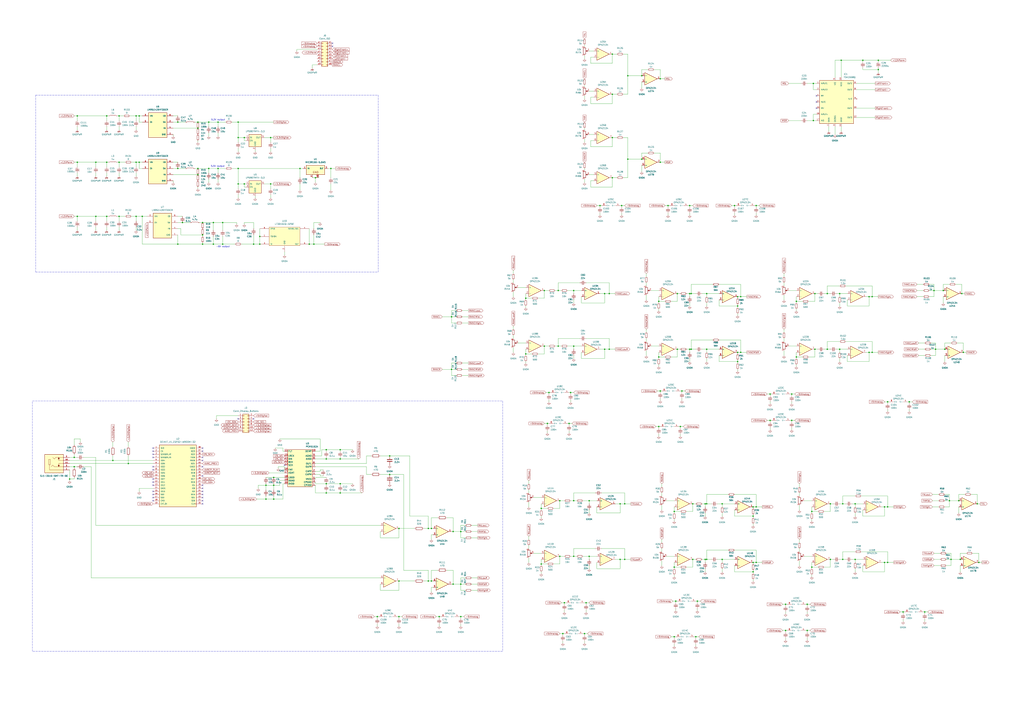
<source format=kicad_sch>
(kicad_sch (version 20231120) (generator "eeschema") (generator_version "8.0")
  (paper "A1")
  (junction (at 327.66 506.73))
  (junction (at 728.98 330.2))
  (junction (at 702.31 414.02))
  (junction (at 218.44 398.78))
  (junction (at 692.15 459.74))
  (junction (at 502.92 146.05))
  (junction (at 63.5 133.35))
  (junction (at 713.74 243.84))
  (junction (at 179.07 138.43))
  (junction (at 668.02 99.06))
  (junction (at 458.47 284.48))
  (junction (at 279.4 377.19))
  (junction (at 579.12 459.74))
  (junction (at 496.57 241.3))
  (junction (at 444.5 417.83))
  (junction (at 542.29 321.31))
  (junction (at 175.26 200.66))
  (junction (at 471.17 411.48))
  (junction (at 213.36 200.66))
  (junction (at 459.74 411.48))
  (junction (at 450.85 322.58))
  (junction (at 78.74 133.35))
  (junction (at 370.84 260.35))
  (junction (at 746.76 330.2))
  (junction (at 372.11 436.88))
  (junction (at 111.76 177.8))
  (junction (at 593.09 414.02))
  (junction (at 741.68 502.92))
  (junction (at 171.45 100.33))
  (junction (at 666.75 466.09))
  (junction (at 257.81 200.66))
  (junction (at 541.02 350.52))
  (junction (at 182.88 182.88))
  (junction (at 87.63 177.8))
  (junction (at 662.94 496.57))
  (junction (at 668.02 68.58))
  (junction (at 789.94 241.3))
  (junction (at 568.96 414.02))
  (junction (at 716.28 289.56))
  (junction (at 689.61 287.02))
  (junction (at 541.02 293.37))
  (junction (at 527.05 130.81))
  (junction (at 608.33 243.84))
  (junction (at 114.3 133.35))
  (junction (at 468.63 322.58))
  (junction (at 548.64 168.91))
  (junction (at 327.66 477.52))
  (junction (at 431.8 245.11))
  (junction (at 553.72 523.24))
  (junction (at 458.47 238.76))
  (junction (at 502.92 113.03))
  (junction (at 483.87 411.48))
  (junction (at 195.58 151.13))
  (junction (at 354.33 477.52))
  (junction (at 775.97 287.02))
  (junction (at 378.46 480.06))
  (junction (at 728.98 416.56))
  (junction (at 97.79 177.8))
  (junction (at 679.45 241.3))
  (junction (at 78.74 177.8))
  (junction (at 716.28 243.84))
  (junction (at 92.71 378.46))
  (junction (at 721.36 57.15))
  (junction (at 481.33 495.3))
  (junction (at 309.88 506.73))
  (junction (at 605.79 297.18))
  (junction (at 462.28 520.7))
  (junction (at 654.05 293.37))
  (junction (at 327.66 434.34))
  (junction (at 146.05 100.33))
  (junction (at 320.04 389.89))
  (junction (at 553.72 420.37))
  (junction (at 580.39 287.02))
  (junction (at 500.38 287.02))
  (junction (at 166.37 193.04))
  (junction (at 162.56 138.43))
  (junction (at 666.75 420.37))
  (junction (at 669.29 241.3))
  (junction (at 654.05 247.65))
  (junction (at 605.79 251.46))
  (junction (at 208.28 200.66))
  (junction (at 372.11 480.06))
  (junction (at 568.96 459.74))
  (junction (at 449.58 347.98))
  (junction (at 566.42 168.91))
  (junction (at 57.15 393.7))
  (junction (at 271.78 138.43))
  (junction (at 632.46 323.85))
  (junction (at 618.49 424.18))
  (junction (at 463.55 495.3))
  (junction (at 218.44 410.21))
  (junction (at 779.78 411.48))
  (junction (at 713.74 289.56))
  (junction (at 681.99 459.74))
  (junction (at 492.76 168.91))
  (junction (at 179.07 100.33))
  (junction (at 580.39 414.02))
  (junction (at 146.05 200.66))
  (junction (at 728.98 462.28))
  (junction (at 246.38 138.43))
  (junction (at 224.79 398.78))
  (junction (at 171.45 138.43))
  (junction (at 618.49 416.56))
  (junction (at 60.96 375.92))
  (junction (at 370.84 303.53))
  (junction (at 267.97 405.13))
  (junction (at 222.25 113.03))
  (junction (at 527.05 62.23))
  (junction (at 480.06 520.7))
  (junction (at 111.76 95.25))
  (junction (at 60.96 383.54))
  (junction (at 87.63 133.35))
  (junction (at 690.88 49.53))
  (junction (at 787.4 411.48))
  (junction (at 645.16 496.57))
  (junction (at 213.36 194.31))
  (junction (at 431.8 290.83))
  (junction (at 267.97 397.51))
  (junction (at 788.67 459.74))
  (junction (at 87.63 95.25))
  (junction (at 200.66 151.13))
  (junction (at 632.46 345.44))
  (junction (at 502.92 44.45))
  (junction (at 781.05 459.74))
  (junction (at 63.5 95.25))
  (junction (at 556.26 287.02))
  (junction (at 726.44 416.56))
  (junction (at 708.66 49.53))
  (junction (at 605.79 289.56))
  (junction (at 166.37 200.66))
  (junction (at 279.4 405.13))
  (junction (at 502.92 77.47))
  (junction (at 279.4 397.51))
  (junction (at 360.68 506.73))
  (junction (at 471.17 284.48))
  (junction (at 566.42 287.02))
  (junction (at 515.62 130.81))
  (junction (at 580.39 241.3))
  (junction (at 222.25 151.13))
  (junction (at 279.4 369.57))
  (junction (at 354.33 434.34))
  (junction (at 571.5 523.24))
  (junction (at 195.58 138.43))
  (junction (at 149.86 182.88))
  (junction (at 267.97 369.57))
  (junction (at 500.38 241.3))
  (junction (at 162.56 143.51))
  (junction (at 541.02 247.65))
  (junction (at 267.97 377.19))
  (junction (at 224.79 392.43))
  (junction (at 513.08 459.74))
  (junction (at 721.36 49.53))
  (junction (at 803.91 462.28))
  (junction (at 378.46 506.73))
  (junction (at 768.35 287.02))
  (junction (at 774.7 238.76))
  (junction (at 63.5 177.8))
  (junction (at 681.99 414.02))
  (junction (at 608.33 289.56))
  (junction (at 759.46 502.92))
  (junction (at 162.56 100.33))
  (junction (at 114.3 95.25))
  (junction (at 483.87 457.2))
  (junction (at 195.58 113.03))
  (junction (at 542.29 64.77))
  (junction (at 566.42 241.3))
  (junction (at 556.26 241.3))
  (junction (at 378.46 436.88))
  (junction (at 558.8 350.52))
  (junction (at 567.69 287.02))
  (junction (at 662.94 518.16))
  (junction (at 669.29 287.02))
  (junction (at 726.44 462.28))
  (junction (at 579.12 414.02))
  (junction (at 467.36 347.98))
  (junction (at 105.41 381))
  (junction (at 509.27 414.02))
  (junction (at 351.79 477.52))
  (junction (at 444.5 463.55))
  (junction (at 767.08 238.76))
  (junction (at 621.03 416.56))
  (junction (at 650.24 323.85))
  (junction (at 580.39 459.74))
  (junction (at 692.15 414.02))
  (junction (at 702.31 459.74))
  (junction (at 116.84 177.8))
  (junction (at 572.77 494.03))
  (junction (at 542.29 133.35))
  (junction (at 471.17 238.76))
  (junction (at 447.04 284.48))
  (junction (at 259.08 146.05))
  (junction (at 496.57 287.02))
  (junction (at 603.25 168.91))
  (junction (at 111.76 133.35))
  (junction (at 802.64 414.02))
  (junction (at 515.62 62.23))
  (junction (at 618.49 469.9))
  (junction (at 97.79 95.25))
  (junction (at 509.27 459.74))
  (junction (at 254 200.66))
  (junction (at 97.79 133.35))
  (junction (at 200.66 113.03))
  (junction (at 645.16 518.16))
  (junction (at 510.54 168.91))
  (junction (at 162.56 105.41))
  (junction (at 618.49 462.28))
  (junction (at 175.26 182.88))
  (junction (at 621.03 168.91))
  (junction (at 471.17 457.2))
  (junction (at 593.09 459.74))
  (junction (at 791.21 289.56))
  (junction (at 146.05 138.43))
  (junction (at 553.72 466.09))
  (junction (at 513.08 414.02))
  (junction (at 621.03 462.28))
  (junction (at 224.79 410.21))
  (junction (at 650.24 345.44))
  (junction (at 554.99 494.03))
  (junction (at 166.37 182.88))
  (junction (at 195.58 100.33))
  (junction (at 459.74 457.2))
  (junction (at 320.04 374.65))
  (junction (at 182.88 200.66))
  (junction (at 689.61 241.3))
  (junction (at 351.79 434.34))
  (junction (at 605.79 243.84))
  (junction (at 560.07 321.31))
  (junction (at 567.69 241.3))
  (junction (at 679.45 287.02))
  (junction (at 447.04 238.76))
  (no_connect (at 195.58 344.17))
  (no_connect (at 125.73 406.4))
  (no_connect (at 125.73 398.78))
  (no_connect (at 125.73 393.7))
  (no_connect (at 166.37 403.86))
  (no_connect (at 125.73 368.3))
  (no_connect (at 125.73 370.84))
  (no_connect (at 166.37 411.48))
  (no_connect (at 166.37 398.78))
  (no_connect (at 166.37 391.16))
  (no_connect (at 125.73 375.92))
  (no_connect (at 166.37 406.4))
  (no_connect (at 125.73 373.38))
  (no_connect (at 670.56 83.82))
  (no_connect (at 670.56 78.74))
  (no_connect (at 233.68 382.27))
  (no_connect (at 166.37 375.92))
  (no_connect (at 208.28 344.17))
  (no_connect (at 125.73 386.08))
  (no_connect (at 273.05 35.56))
  (no_connect (at 166.37 378.46))
  (no_connect (at 166.37 408.94))
  (no_connect (at 125.73 383.54))
  (no_connect (at 166.37 401.32))
  (no_connect (at 125.73 396.24))
  (no_connect (at 166.37 370.84))
  (no_connect (at 125.73 408.94))
  (no_connect (at 273.05 38.1))
  (no_connect (at 166.37 368.3))
  (no_connect (at 166.37 414.02))
  (no_connect (at 125.73 411.48))
  (no_connect (at 166.37 383.54))
  (no_connect (at 670.56 88.9))
  (no_connect (at 125.73 403.86))
  (wire (pts (xy 468.63 322.58) (xy 467.36 322.58)))
  (wire (pts (xy 378.46 441.96) (xy 382.27 441.96)))
  (wire (pts (xy 471.17 411.48) (xy 473.71 411.48)))
  (wire (pts (xy 267.97 397.51) (xy 279.4 397.51)))
  (wire (pts (xy 679.45 241.3) (xy 679.45 234.95)))
  (wire (pts (xy 271.78 138.43) (xy 271.78 146.05)))
  (wire (pts (xy 354.33 468.63) (xy 359.41 468.63)))
  (wire (pts (xy 441.96 245.11) (xy 447.04 245.11)))
  (wire (pts (xy 209.55 161.29) (xy 209.55 162.56)))
  (wire (pts (xy 463.55 501.65) (xy 463.55 502.92)))
  (wire (pts (xy 643.89 242.57) (xy 643.89 246.38)))
  (wire (pts (xy 471.17 284.48) (xy 471.17 287.02)))
  (wire (pts (xy 87.63 186.69) (xy 87.63 189.23)))
  (wire (pts (xy 650.24 351.79) (xy 650.24 353.06)))
  (wire (pts (xy 580.39 287.02) (xy 590.55 287.02)))
  (wire (pts (xy 708.66 50.8) (xy 708.66 49.53)))
  (wire (pts (xy 543.56 415.29) (xy 543.56 419.1)))
  (wire (pts (xy 229.87 360.68) (xy 262.89 360.68)))
  (wire (pts (xy 218.44 397.51) (xy 218.44 398.78)))
  (wire (pts (xy 650.24 345.44) (xy 652.78 345.44)))
  (wire (pts (xy 370.84 265.43) (xy 374.65 265.43)))
  (wire (pts (xy 767.08 464.82) (xy 772.16 464.82)))
  (wire (pts (xy 57.15 375.92) (xy 60.96 375.92)))
  (wire (pts (xy 513.08 459.74) (xy 518.16 459.74)))
  (wire (pts (xy 455.93 284.48) (xy 458.47 284.48)))
  (wire (pts (xy 259.08 397.51) (xy 259.08 396.24)))
  (wire (pts (xy 312.42 436.88) (xy 312.42 441.96)))
  (wire (pts (xy 708.66 469.9) (xy 726.44 469.9)))
  (wire (pts (xy 621.03 175.26) (xy 621.03 176.53)))
  (wire (pts (xy 195.58 100.33) (xy 195.58 113.03)))
  (wire (pts (xy 654.05 243.84) (xy 654.05 247.65)))
  (wire (pts (xy 259.08 393.7) (xy 259.08 392.43)))
  (wire (pts (xy 689.61 241.3) (xy 695.96 241.3)))
  (wire (pts (xy 775.97 281.94) (xy 781.05 281.94)))
  (polyline (pts (xy 26.67 329.565) (xy 412.75 329.565)) (stroke (width 0) (type dash)))
  (wire (pts (xy 279.4 369.57) (xy 289.56 369.57)))
  (wire (pts (xy 702.31 421.64) (xy 702.31 424.18)))
  (wire (pts (xy 791.21 281.94) (xy 791.21 289.56)))
  (wire (pts (xy 645.16 496.57) (xy 646.43 496.57)))
  (wire (pts (xy 166.37 182.88) (xy 175.26 182.88)))
  (wire (pts (xy 707.39 453.39) (xy 728.98 453.39)))
  (wire (pts (xy 485.14 80.01) (xy 485.14 85.09)))
  (wire (pts (xy 254 187.96) (xy 254 200.66)))
  (wire (pts (xy 690.88 49.53) (xy 708.66 49.53)))
  (wire (pts (xy 477.52 248.92) (xy 496.57 248.92)))
  (wire (pts (xy 195.58 138.43) (xy 246.38 138.43)))
  (wire (pts (xy 179.07 138.43) (xy 185.42 138.43)))
  (wire (pts (xy 175.26 200.66) (xy 166.37 200.66)))
  (wire (pts (xy 218.44 407.67) (xy 218.44 410.21)))
  (wire (pts (xy 716.28 280.67) (xy 716.28 289.56)))
  (wire (pts (xy 603.25 168.91) (xy 604.52 168.91)))
  (wire (pts (xy 179.07 100.33) (xy 179.07 104.14)))
  (wire (pts (xy 662.94 68.58) (xy 668.02 68.58)))
  (wire (pts (xy 527.05 125.73) (xy 532.13 125.73)))
  (wire (pts (xy 309.88 513.08) (xy 309.88 514.35)))
  (wire (pts (xy 502.92 85.09) (xy 502.92 77.47)))
  (wire (pts (xy 222.25 151.13) (xy 224.79 151.13)))
  (wire (pts (xy 608.33 289.56) (xy 613.41 289.56)))
  (wire (pts (xy 527.05 130.81) (xy 527.05 125.73)))
  (wire (pts (xy 116.84 177.8) (xy 120.65 177.8)))
  (wire (pts (xy 142.24 133.35) (xy 146.05 133.35)))
  (wire (pts (xy 336.55 424.18) (xy 351.79 424.18)))
  (wire (pts (xy 713.74 251.46) (xy 713.74 243.84)))
  (wire (pts (xy 68.58 383.54) (xy 74.93 383.54)))
  (wire (pts (xy 695.96 246.38) (xy 695.96 251.46)))
  (wire (pts (xy 111.76 177.8) (xy 111.76 181.61)))
  (wire (pts (xy 487.68 46.99) (xy 485.14 46.99)))
  (wire (pts (xy 767.08 243.84) (xy 763.27 243.84)))
  (wire (pts (xy 643.89 270.51) (xy 643.89 273.05)))
  (wire (pts (xy 666.75 420.37) (xy 666.75 421.64)))
  (wire (pts (xy 262.89 182.88) (xy 257.81 182.88)))
  (wire (pts (xy 471.17 238.76) (xy 477.52 238.76)))
  (wire (pts (xy 699.77 414.02) (xy 702.31 414.02)))
  (wire (pts (xy 767.08 459.74) (xy 772.16 459.74)))
  (wire (pts (xy 485.14 120.65) (xy 502.92 120.65)))
  (wire (pts (xy 327.66 506.73) (xy 330.2 506.73)))
  (wire (pts (xy 707.39 407.67) (xy 728.98 407.67)))
  (wire (pts (xy 676.91 420.37) (xy 681.99 420.37)))
  (wire (pts (xy 392.43 441.96) (xy 387.35 441.96)))
  (wire (pts (xy 370.84 298.45) (xy 370.84 303.53)))
  (wire (pts (xy 515.62 130.81) (xy 515.62 146.05)))
  (polyline (pts (xy 29.21 78.105) (xy 29.21 223.52)) (stroke (width 0) (type dash)))
  (wire (pts (xy 650.24 323.85) (xy 652.78 323.85)))
  (wire (pts (xy 541.02 356.87) (xy 541.02 358.14)))
  (wire (pts (xy 563.88 241.3) (xy 566.42 241.3)))
  (wire (pts (xy 566.42 168.91) (xy 568.96 168.91)))
  (wire (pts (xy 60.96 383.54) (xy 63.5 383.54)))
  (wire (pts (xy 111.76 133.35) (xy 114.3 133.35)))
  (wire (pts (xy 566.42 248.92) (xy 566.42 251.46)))
  (wire (pts (xy 459.74 520.7) (xy 462.28 520.7)))
  (wire (pts (xy 63.5 95.25) (xy 63.5 99.06)))
  (wire (pts (xy 786.13 281.94) (xy 791.21 281.94)))
  (wire (pts (xy 530.86 270.51) (xy 530.86 273.05)))
  (wire (pts (xy 605.79 257.81) (xy 605.79 259.08)))
  (wire (pts (xy 650.24 325.12) (xy 650.24 323.85)))
  (wire (pts (xy 572.77 500.38) (xy 572.77 501.65)))
  (wire (pts (xy 571.5 524.51) (xy 571.5 523.24)))
  (wire (pts (xy 224.79 397.51) (xy 224.79 398.78)))
  (wire (pts (xy 111.76 95.25) (xy 114.3 95.25)))
  (wire (pts (xy 267.97 369.57) (xy 267.97 370.84)))
  (wire (pts (xy 218.44 402.59) (xy 218.44 398.78)))
  (wire (pts (xy 702.31 414.02) (xy 702.31 416.56)))
  (wire (pts (xy 370.84 308.61) (xy 374.65 308.61)))
  (wire (pts (xy 355.6 482.6) (xy 354.33 482.6)))
  (wire (pts (xy 421.64 240.03) (xy 421.64 243.84)))
  (wire (pts (xy 726.44 469.9) (xy 726.44 462.28)))
  (wire (pts (xy 685.8 104.14) (xy 685.8 110.49)))
  (wire (pts (xy 590.55 246.38) (xy 590.55 251.46)))
  (wire (pts (xy 66.04 360.68) (xy 66.04 363.22)))
  (wire (pts (xy 458.47 284.48) (xy 458.47 278.13)))
  (wire (pts (xy 668.02 99.06) (xy 668.02 93.98)))
  (wire (pts (xy 57.15 393.7) (xy 57.15 386.08)))
  (wire (pts (xy 754.38 281.94) (xy 759.46 281.94)))
  (wire (pts (xy 179.07 109.22) (xy 179.07 111.76)))
  (wire (pts (xy 378.46 508) (xy 378.46 506.73)))
  (wire (pts (xy 781.05 459.74) (xy 777.24 459.74)))
  (wire (pts (xy 459.74 417.83) (xy 459.74 411.48)))
  (wire (pts (xy 490.22 416.56) (xy 490.22 421.64)))
  (wire (pts (xy 603.25 419.1) (xy 603.25 424.18)))
  (wire (pts (xy 148.59 193.04) (xy 148.59 187.96)))
  (wire (pts (xy 692.15 414.02) (xy 692.15 407.67)))
  (wire (pts (xy 662.94 496.57) (xy 665.48 496.57)))
  (wire (pts (xy 669.29 247.65) (xy 669.29 241.3)))
  (wire (pts (xy 662.94 497.84) (xy 662.94 496.57)))
  (wire (pts (xy 354.33 434.34) (xy 354.33 425.45)))
  (wire (pts (xy 650.24 345.44) (xy 648.97 345.44)))
  (wire (pts (xy 483.87 74.93) (xy 487.68 74.93)))
  (wire (pts (xy 471.17 246.38) (xy 471.17 248.92)))
  (wire (pts (xy 111.76 104.14) (xy 111.76 106.68)))
  (wire (pts (xy 257.81 200.66) (xy 266.7 200.66)))
  (wire (pts (xy 703.58 96.52) (xy 718.82 96.52)))
  (wire (pts (xy 496.57 241.3) (xy 500.38 241.3)))
  (polyline (pts (xy 29.21 78.105) (xy 310.515 78.105)) (stroke (width 0) (type dash)))
  (wire (pts (xy 354.33 477.52) (xy 354.33 468.63)))
  (wire (pts (xy 666.75 420.37) (xy 671.83 420.37)))
  (wire (pts (xy 372.11 480.06) (xy 378.46 480.06)))
  (wire (pts (xy 354.33 477.52) (xy 355.6 477.52)))
  (wire (pts (xy 608.33 243.84) (xy 605.79 243.84)))
  (wire (pts (xy 515.62 44.45) (xy 515.62 62.23)))
  (wire (pts (xy 708.66 464.82) (xy 708.66 469.9)))
  (wire (pts (xy 262.89 386.08) (xy 265.43 386.08)))
  (wire (pts (xy 556.26 287.02) (xy 558.8 287.02)))
  (wire (pts (xy 702.31 467.36) (xy 702.31 469.9)))
  (wire (pts (xy 779.78 406.4) (xy 779.78 411.48)))
  (wire (pts (xy 608.33 243.84) (xy 613.41 243.84)))
  (wire (pts (xy 650.24 323.85) (xy 648.97 323.85)))
  (wire (pts (xy 654.05 247.65) (xy 654.05 248.92)))
  (wire (pts (xy 142.24 105.41) (xy 162.56 105.41)))
  (wire (pts (xy 618.49 476.25) (xy 618.49 477.52)))
  (wire (pts (xy 462.28 527.05) (xy 462.28 528.32)))
  (wire (pts (xy 111.76 133.35) (xy 111.76 137.16)))
  (wire (pts (xy 307.34 506.73) (xy 309.88 506.73)))
  (wire (pts (xy 527.05 135.89) (xy 527.05 140.97)))
  (wire (pts (xy 434.34 440.69) (xy 434.34 443.23)))
  (wire (pts (xy 471.17 238.76) (xy 471.17 241.3)))
  (wire (pts (xy 459.74 457.2) (xy 463.55 457.2)))
  (wire (pts (xy 485.14 115.57) (xy 485.14 120.65)))
  (wire (pts (xy 660.4 411.48) (xy 666.75 411.48)))
  (wire (pts (xy 645.16 502.92) (xy 645.16 504.19)))
  (wire (pts (xy 111.76 95.25) (xy 111.76 99.06)))
  (wire (pts (xy 146.05 182.88) (xy 149.86 182.88)))
  (wire (pts (xy 441.96 290.83) (xy 447.04 290.83)))
  (wire (pts (xy 510.54 168.91) (xy 513.08 168.91)))
  (wire (pts (xy 510.54 170.18) (xy 510.54 168.91)))
  (wire (pts (xy 78.74 137.16) (xy 78.74 133.35)))
  (wire (pts (xy 209.55 123.19) (xy 209.55 124.46)))
  (wire (pts (xy 431.8 241.3) (xy 431.8 245.11)))
  (wire (pts (xy 232.41 370.84) (xy 232.41 368.3)))
  (wire (pts (xy 162.56 153.67) (xy 162.56 154.94)))
  (wire (pts (xy 194.31 182.88) (xy 194.31 184.15)))
  (wire (pts (xy 543.56 405.13) (xy 543.56 407.67)))
  (wire (pts (xy 579.12 459.74) (xy 579.12 462.28)))
  (wire (pts (xy 111.76 177.8) (xy 116.84 177.8)))
  (wire (pts (xy 605.79 297.18) (xy 605.79 298.45)))
  (wire (pts (xy 728.98 330.2) (xy 730.25 330.2)))
  (wire (pts (xy 618.49 430.53) (xy 618.49 431.8)))
  (wire (pts (xy 603.25 464.82) (xy 603.25 469.9)))
  (wire (pts (xy 312.42 441.96) (xy 327.66 441.96)))
  (wire (pts (xy 331.47 468.63) (xy 331.47 389.89)))
  (wire (pts (xy 480.06 520.7) (xy 482.6 520.7)))
  (wire (pts (xy 480.06 36.83) (xy 480.06 38.1)))
  (wire (pts (xy 267.97 397.51) (xy 267.97 398.78)))
  (wire (pts (xy 125.73 401.32) (xy 114.3 401.32)))
  (wire (pts (xy 687.07 287.02) (xy 689.61 287.02)))
  (wire (pts (xy 645.16 519.43) (xy 645.16 518.16)))
  (wire (pts (xy 721.36 57.15) (xy 721.36 59.69)))
  (wire (pts (xy 554.99 495.3) (xy 554.99 494.03)))
  (wire (pts (xy 567.69 241.3) (xy 571.5 241.3)))
  (wire (pts (xy 259.08 405.13) (xy 267.97 405.13)))
  (wire (pts (xy 553.72 426.72) (xy 553.72 427.99)))
  (wire (pts (xy 208.28 200.66) (xy 213.36 200.66)))
  (wire (pts (xy 708.66 424.18) (xy 726.44 424.18)))
  (wire (pts (xy 502.92 77.47) (xy 506.73 77.47)))
  (wire (pts (xy 568.96 459.74) (xy 571.5 459.74)))
  (wire (pts (xy 590.55 292.1) (xy 590.55 297.18)))
  (wire (pts (xy 527.05 67.31) (xy 527.05 72.39)))
  (wire (pts (xy 681.99 466.09) (xy 681.99 459.74)))
  (wire (pts (xy 746.76 330.2) (xy 749.3 330.2)))
  (wire (pts (xy 195.58 151.13) (xy 195.58 154.94)))
  (wire (pts (xy 481.33 278.13) (xy 500.38 278.13)))
  (wire (pts (xy 728.98 407.67) (xy 728.98 416.56)))
  (wire (pts (xy 527.05 62.23) (xy 527.05 57.15)))
  (wire (pts (xy 689.61 414.02) (xy 692.15 414.02)))
  (wire (pts (xy 680.72 104.14) (xy 680.72 107.95)))
  (wire (pts (xy 490.22 462.28) (xy 490.22 467.36)))
  (wire (pts (xy 63.5 177.8) (xy 63.5 181.61)))
  (wire (pts (xy 148.59 187.96) (xy 146.05 187.96)))
  (wire (pts (xy 741.68 504.19) (xy 741.68 502.92)))
  (wire (pts (xy 179.07 138.43) (xy 179.07 142.24)))
  (wire (pts (xy 566.42 241.3) (xy 566.42 243.84)))
  (wire (pts (xy 327.66 485.14) (xy 327.66 477.52)))
  (wire (pts (xy 669.29 241.3) (xy 671.83 241.3)))
  (wire (pts (xy 63.5 95.25) (xy 87.63 95.25)))
  (wire (pts (xy 162.56 100.33) (xy 171.45 100.33)))
  (wire (pts (xy 560.07 322.58) (xy 560.07 321.31)))
  (wire (pts (xy 580.39 414.02) (xy 580.39 406.4)))
  (wire (pts (xy 726.44 416.56) (xy 728.98 416.56)))
  (wire (pts (xy 105.41 374.65) (xy 105.41 381)))
  (wire (pts (xy 87.63 104.14) (xy 87.63 106.68)))
  (wire (pts (xy 222.25 113.03) (xy 224.79 113.03)))
  (wire (pts (xy 669.29 293.37) (xy 669.29 287.02)))
  (wire (pts (xy 556.26 293.37) (xy 556.26 287.02)))
  (polyline (pts (xy 412.75 329.565) (xy 412.75 535.305)) (stroke (width 0) (type dash)))
  (wire (pts (xy 576.58 287.02) (xy 580.39 287.02)))
  (wire (pts (xy 146.05 138.43) (xy 152.4 138.43)))
  (wire (pts (xy 753.11 233.68) (xy 758.19 233.68)))
  (wire (pts (xy 378.46 513.08) (xy 378.46 514.35)))
  (wire (pts (xy 566.42 287.02) (xy 567.69 287.02)))
  (wire (pts (xy 589.28 459.74) (xy 593.09 459.74)))
  (wire (pts (xy 434.34 458.47) (xy 434.34 462.28)))
  (wire (pts (xy 681.99 459.74) (xy 684.53 459.74)))
  (wire (pts (xy 370.84 480.06) (xy 372.11 480.06)))
  (wire (pts (xy 560.07 327.66) (xy 560.07 328.93)))
  (wire (pts (xy 490.22 421.64) (xy 509.27 421.64)))
  (wire (pts (xy 279.4 397.51) (xy 289.56 397.51)))
  (wire (pts (xy 703.58 68.58) (xy 718.82 68.58)))
  (wire (pts (xy 590.55 233.68) (xy 608.33 233.68)))
  (wire (pts (xy 530.86 224.79) (xy 530.86 227.33)))
  (wire (pts (xy 449.58 354.33) (xy 449.58 355.6)))
  (wire (pts (xy 370.84 260.35) (xy 374.65 260.35)))
  (wire (pts (xy 200.66 113.03) (xy 201.93 113.03)))
  (wire (pts (xy 483.87 457.2) (xy 490.22 457.2)))
  (wire (pts (xy 267.97 405.13) (xy 279.4 405.13)))
  (wire (pts (xy 354.33 439.42) (xy 354.33 443.23)))
  (wire (pts (xy 572.77 495.3) (xy 572.77 494.03)))
  (wire (pts (xy 781.05 459.74) (xy 781.05 464.82)))
  (wire (pts (xy 467.36 354.33) (xy 467.36 355.6)))
  (wire (pts (xy 692.15 459.74) (xy 694.69 459.74)))
  (wire (pts (xy 370.84 255.27) (xy 374.65 255.27)))
  (wire (pts (xy 212.09 398.78) (xy 212.09 401.32)))
  (wire (pts (xy 370.84 298.45) (xy 374.65 298.45)))
  (wire (pts (xy 576.58 241.3) (xy 580.39 241.3)))
  (wire (pts (xy 444.5 414.02) (xy 444.5 417.83)))
  (wire (pts (xy 347.98 477.52) (xy 351.79 477.52)))
  (wire (pts (xy 246.38 151.13) (xy 246.38 156.21)))
  (wire (pts (xy 360.68 513.08) (xy 360.68 514.35)))
  (wire (pts (xy 481.33 495.3) (xy 480.06 495.3)))
  (wire (pts (xy 797.56 406.4) (xy 802.64 406.4)))
  (wire (pts (xy 481.33 232.41) (xy 500.38 232.41)))
  (wire (pts (xy 142.24 100.33) (xy 146.05 100.33)))
  (wire (pts (xy 527.05 57.15) (xy 532.13 57.15)))
  (wire (pts (xy 621.03 462.28) (xy 626.11 462.28)))
  (wire (pts (xy 713.74 243.84) (xy 716.28 243.84)))
  (wire (pts (xy 571.5 523.24) (xy 570.23 523.24)))
  (wire (pts (xy 553.72 466.09) (xy 553.72 467.36)))
  (wire (pts (xy 566.42 294.64) (xy 566.42 297.18)))
  (wire (pts (xy 553.72 472.44) (xy 553.72 473.71)))
  (wire (pts (xy 87.63 177.8) (xy 87.63 181.61)))
  (wire (pts (xy 327.66 477.52) (xy 340.36 477.52)))
  (wire (pts (xy 708.66 57.15) (xy 721.36 57.15)))
  (wire (pts (xy 259.08 398.78) (xy 259.08 405.13)))
  (wire (pts (xy 458.47 238.76) (xy 458.47 232.41)))
  (wire (pts (xy 647.7 284.48) (xy 654.05 284.48)))
  (wire (pts (xy 63.5 133.35) (xy 63.5 137.16)))
  (wire (pts (xy 774.7 233.68) (xy 779.78 233.68)))
  (wire (pts (xy 320.04 389.89) (xy 331.47 389.89)))
  (wire (pts (xy 218.44 410.21) (xy 224.79 410.21)))
  (wire (pts (xy 600.71 168.91) (xy 603.25 168.91)))
  (wire (pts (xy 458.47 238.76) (xy 461.01 238.76)))
  (wire (pts (xy 480.06 114.3) (xy 480.06 116.84)))
  (wire (pts (xy 201.93 153.67) (xy 200.66 153.67)))
  (wire (pts (xy 142.24 143.51) (xy 162.56 143.51)))
  (wire (pts (xy 179.07 100.33) (xy 185.42 100.33)))
  (wire (pts (xy 243.84 40.64) (xy 243.84 41.91)))
  (wire (pts (xy 791.21 289.56) (xy 793.75 289.56)))
  (wire (pts (xy 679.45 234.95) (xy 689.61 234.95)))
  (wire (pts (xy 784.86 233.68) (xy 789.94 233.68)))
  (wire (pts (xy 208.28 193.04) (xy 208.28 200.66)))
  (wire (pts (xy 171.45 138.43) (xy 171.45 142.24)))
  (wire (pts (xy 267.97 377.19) (xy 279.4 377.19)))
  (wire (pts (xy 560.07 321.31) (xy 562.61 321.31)))
  (wire (pts (xy 111.76 186.69) (xy 111.76 189.23)))
  (wire (pts (xy 530.86 278.13) (xy 530.86 280.67)))
  (wire (pts (xy 182.88 194.31) (xy 182.88 200.66)))
  (wire (pts (xy 92.71 378.46) (xy 125.73 378.46)))
  (wire (pts (xy 669.29 287.02) (xy 671.83 287.02)))
  (wire (pts (xy 300.99 389.89) (xy 300.99 383.54)))
  (wire (pts (xy 492.76 175.26) (xy 492.76 176.53)))
  (wire (pts (xy 546.1 168.91) (xy 548.64 168.91)))
  (wire (pts (xy 492.76 241.3) (xy 496.57 241.3)))
  (wire (pts (xy 803.91 462.28) (xy 806.45 462.28)))
  (wire (pts (xy 685.8 63.5) (xy 685.8 49.53)))
  (wire (pts (xy 195.58 100.33) (xy 224.79 100.33)))
  (wire (pts (xy 370.84 436.88) (xy 372.11 436.88)))
  (wire (pts (xy 695.96 292.1) (xy 695.96 297.18)))
  (wire (pts (xy 580.39 241.3) (xy 590.55 241.3)))
  (wire (pts (xy 78.74 186.69) (xy 78.74 189.23)))
  (wire (pts (xy 676.91 287.02) (xy 679.45 287.02)))
  (wire (pts (xy 114.3 100.33) (xy 116.84 100.33)))
  (wire (pts (xy 765.81 411.48) (xy 770.89 411.48)))
  (wire (pts (xy 593.09 414.02) (xy 593.09 416.56)))
  (wire (pts (xy 195.58 151.13) (xy 200.66 151.13)))
  (wire (pts (xy 502.92 153.67) (xy 502.92 146.05)))
  (wire (pts (xy 259.08 381) (xy 300.99 381)))
  (wire (pts (xy 162.56 115.57) (xy 162.56 116.84)))
  (wire (pts (xy 502.92 52.07) (xy 502.92 44.45)))
  (wire (pts (xy 515.62 113.03) (xy 515.62 130.81)))
  (wire (pts (xy 593.09 459.74) (xy 593.09 462.28)))
  (wire (pts (xy 542.29 57.15) (xy 542.29 64.77)))
  (wire (pts (xy 632.46 351.79) (xy 632.46 353.06)))
  (wire (pts (xy 200.66 182.88) (xy 208.28 182.88)))
  (wire (pts (xy 63.5 186.69) (xy 63.5 189.23)))
  (wire (pts (xy 681.99 420.37) (xy 681.99 414.02)))
  (wire (pts (xy 378.46 480.06) (xy 378.46 485.14)))
  (wire (pts (xy 78.74 375.92) (xy 68.58 375.92)))
  (wire (pts (xy 97.79 104.14) (xy 97.79 106.68)))
  (wire (pts (xy 60.96 365.76) (xy 60.96 360.68)))
  (wire (pts (xy 384.81 265.43) (xy 379.73 265.43)))
  (wire (pts (xy 97.79 95.25) (xy 101.6 95.25)))
  (wire (pts (xy 563.88 466.09) (xy 568.96 466.09)))
  (wire (pts (xy 716.28 289.56) (xy 721.36 289.56)))
  (wire (pts (xy 541.02 289.56) (xy 541.02 293.37)))
  (wire (pts (xy 467.36 347.98) (xy 469.9 347.98)))
  (wire (pts (xy 262.89 389.89) (xy 262.89 391.16)))
  (wire (pts (xy 60.96 383.54) (xy 60.96 384.81)))
  (wire (pts (xy 515.62 62.23) (xy 527.05 62.23)))
  (wire (pts (xy 468.63 323.85) (xy 468.63 322.58)))
  (wire (pts (xy 200.66 115.57) (xy 200.66 113.03)))
  (wire (pts (xy 483.87 143.51) (xy 487.68 143.51)))
  (wire (pts (xy 603.25 469.9) (xy 618.49 469.9)))
  (wire (pts (xy 548.64 168.91) (xy 549.91 168.91)))
  (wire (pts (xy 621.03 416.56) (xy 626.11 416.56)))
  (wire (pts (xy 548.64 170.18) (xy 548.64 168.91)))
  (wire (pts (xy 87.63 95.25) (xy 87.63 99.06)))
  (wire (pts (xy 775.97 287.02) (xy 775.97 281.94)))
  (wire (pts (xy 551.18 247.65) (xy 556.26 247.65)))
  (wire (pts (xy 662.94 518.16) (xy 665.48 518.16)))
  (wire (pts (xy 63.5 177.8) (xy 78.74 177.8)))
  (wire (pts (xy 692.15 414.02) (xy 694.69 414.02)))
  (wire (pts (xy 541.02 247.65) (xy 541.02 248.92)))
  (wire (pts (xy 217.17 113.03) (xy 222.25 113.03)))
  (wire (pts (xy 279.4 377.19) (xy 279.4 375.92)))
  (wire (pts (xy 513.08 414.02) (xy 513.08 405.13)))
  (wire (pts (xy 447.04 290.83) (xy 447.04 284.48)))
  (wire (pts (xy 650.24 346.71) (xy 650.24 345.44)))
  (wire (pts (xy 378.46 474.98) (xy 382.27 474.98)))
  (wire (pts (xy 660.4 457.2) (xy 666.75 457.2)))
  (wire (pts (xy 487.68 80.01) (xy 485.14 80.01)))
  (wire (pts (xy 142.24 110.49) (xy 142.24 111.76)))
  (wire (pts (xy 471.17 405.13) (xy 488.95 405.13)))
  (wire (pts (xy 425.45 236.22) (xy 431.8 236.22)))
  (wire (pts (xy 768.35 292.1) (xy 764.54 292.1)))
  (wire (pts (xy 106.68 95.25) (xy 111.76 95.25)))
  (wire (pts (xy 378.46 480.06) (xy 382.27 480.06)))
  (wire (pts (xy 97.79 137.16) (xy 97.79 133.35)))
  (wire (pts (xy 542.29 133.35) (xy 546.1 133.35)))
  (wire (pts (xy 444.5 417.83) (xy 449.58 417.83)))
  (wire (pts (xy 148.59 193.04) (xy 166.37 193.04)))
  (wire (pts (xy 541.02 293.37) (xy 541.02 294.64)))
  (wire (pts (xy 690.88 104.14) (xy 690.88 107.95)))
  (wire (pts (xy 662.94 518.16) (xy 661.67 518.16)))
  (wire (pts (xy 492.76 287.02) (xy 496.57 287.02)))
  (wire (pts (xy 471.17 457.2) (xy 473.71 457.2)))
  (wire (pts (xy 480.06 147.32) (xy 480.06 149.86)))
  (wire (pts (xy 60.96 95.25) (xy 63.5 95.25)))
  (wire (pts (xy 367.03 468.63) (xy 372.11 468.63)))
  (wire (pts (xy 662.94 496.57) (xy 661.67 496.57)))
  (wire (pts (xy 621.03 168.91) (xy 619.76 168.91)))
  (wire (pts (xy 621.03 452.12) (xy 621.03 462.28)))
  (wire (pts (xy 541.02 254) (xy 541.02 255.27)))
  (wire (pts (xy 358.14 506.73) (xy 360.68 506.73)))
  (wire (pts (xy 455.93 238.76) (xy 458.47 238.76)))
  (wire (pts (xy 513.08 414.02) (xy 518.16 414.02)))
  (wire (pts (xy 579.12 414.02) (xy 580.39 414.02)))
  (wire (pts (xy 63.5 104.14) (xy 63.5 106.68)))
  (wire (pts (xy 509.27 421.64) (xy 509.27 414.02)))
  (wire (pts (xy 175.26 194.31) (xy 175.26 200.66)))
  (wire (pts (xy 571.5 529.59) (xy 571.5 530.86)))
  (wire (pts (xy 480.06 520.7) (xy 478.79 520.7)))
  (wire (pts (xy 96.52 177.8) (xy 97.79 177.8)))
  (wire (pts (xy 632.46 325.12) (xy 632.46 323.85)))
  (wire (pts (xy 392.43 485.14) (xy 387.35 485.14)))
  (wire (pts (xy 114.3 133.35) (xy 116.84 133.35)))
  (wire (pts (xy 563.88 420.37) (xy 568.96 420.37)))
  (wire (pts (xy 741.68 509.27) (xy 741.68 510.54)))
  (wire (pts (xy 449.58 349.25) (xy 449.58 347.98)))
  (wire (pts (xy 233.68 370.84) (xy 232.41 370.84)))
  (wire (pts (xy 222.25 151.13) (xy 222.25 154.94)))
  (wire (pts (xy 728.98 416.56) (xy 734.06 416.56)))
  (wire (pts (xy 542.29 125.73) (xy 542.29 133.35)))
  (wire (pts (xy 768.35 287.02) (xy 768.35 292.1)))
  (wire (pts (xy 629.92 323.85) (xy 632.46 323.85)))
  (wire (pts (xy 580.39 459.74) (xy 580.39 452.12)))
  (wire (pts (xy 300.99 381) (xy 300.99 374.65)))
  (wire (pts (xy 566.42 175.26) (xy 566.42 176.53)))
  (wire (pts (xy 643.89 278.13) (xy 643.89 280.67)))
  (wire (pts (xy 539.75 321.31) (xy 542.29 321.31)))
  (wire (pts (xy 233.68 383.54) (xy 228.6 383.54)))
  (wire (pts (xy 754.38 292.1) (xy 759.46 292.1)))
  (wire (pts (xy 262.89 370.84) (xy 262.89 360.68)))
  (wire (pts (xy 689.61 294.64) (xy 689.61 297.18)))
  (wire (pts (xy 618.49 424.18) (xy 618.49 425.45)))
  (wire (pts (xy 767.08 454.66) (xy 772.16 454.66)))
  (wire (pts (xy 232.41 397.51) (xy 233.68 397.51)))
  (wire (pts (xy 480.06 105.41) (xy 480.06 106.68)))
  (wire (pts (xy 434.34 448.31) (xy 434.34 450.85)))
  (wire (pts (xy 259.08 392.43) (xy 267.97 392.43)))
  (wire (pts (xy 478.79 411.48) (xy 483.87 411.48)))
  (wire (pts (xy 788.67 459.74) (xy 781.05 459.74)))
  (wire (pts (xy 643.89 224.79) (xy 643.89 227.33)))
  (wire (pts (xy 590.55 297.18) (xy 605.79 297.18)))
  (wire (pts (xy 765.81 416.56) (xy 770.89 416.56)))
  (wire (pts (xy 421.64 275.59) (xy 421.64 278.13)))
  (wire (pts (xy 480.06 45.72) (xy 480.06 48.26)))
  (wire (pts (xy 224.79 410.21) (xy 232.41 410.21)))
  (wire (pts (xy 78.74 133.35) (xy 87.63 133.35)))
  (wire (pts (xy 789.94 241.3) (xy 792.48 241.3)))
  (wire (pts (xy 608.33 279.4) (xy 608.33 289.56)))
  (wire (pts (xy 267.97 403.86) (xy 267.97 405.13)))
  (wire (pts (xy 552.45 494.03) (xy 554.99 494.03)))
  (wire (pts (xy 466.09 284.48) (xy 471.17 284.48)))
  (wire (pts (xy 788.67 454.66) (xy 793.75 454.66)))
  (wire (pts (xy 351.79 468.63) (xy 351.79 477.52)))
  (wire (pts (xy 779.78 416.56) (xy 775.97 416.56)))
  (wire (pts (xy 438.15 408.94) (xy 444.5 408.94)))
  (wire (pts (xy 384.81 308.61) (xy 379.73 308.61)))
  (wire (pts (xy 558.8 350.52) (xy 557.53 350.52)))
  (wire (pts (xy 259.08 146.05) (xy 261.62 146.05)))
  (wire (pts (xy 679.45 280.67) (xy 689.61 280.67)))
  (wire (pts (xy 695.96 251.46) (xy 713.74 251.46)))
  (wire (pts (xy 471.17 457.2) (xy 471.17 450.85)))
  (wire (pts (xy 689.61 287.02) (xy 689.61 289.56)))
  (wire (pts (xy 471.17 450.85) (xy 488.95 450.85)))
  (wire (pts (xy 568.96 466.09) (xy 568.96 459.74)))
  (wire (pts (xy 716.28 234.95) (xy 716.28 243.84)))
  (wire (pts (xy 271.78 151.13) (xy 271.78 156.21)))
  (wire (pts (xy 553.72 524.51) (xy 553.72 523.24)))
  (wire (pts (xy 444.5 469.9) (xy 444.5 471.17)))
  (wire (pts (xy 692.15 453.39) (xy 702.31 453.39)))
  (wire (pts (xy 57.15 393.7) (xy 60.96 393.7)))
  (wire (pts (xy 224.79 392.43) (xy 233.68 392.43)))
  (wire (pts (xy 260.35 40.64) (xy 243.84 40.64)))
  (wire (pts (xy 542.29 327.66) (xy 542.29 328.93)))
  (wire (pts (xy 483.87 110.49) (xy 487.68 110.49)))
  (wire (pts (xy 229.87 394.97) (xy 229.87 398.78)))
  (wire (pts (xy 458.47 284.48) (xy 461.01 284.48)))
  (wire (pts (xy 478.79 457.2) (xy 483.87 457.2)))
  (wire (pts (xy 541.02 299.72) (xy 541.02 300.99)))
  (wire (pts (xy 425.45 281.94) (xy 431.8 281.94)))
  (wire (pts (xy 632.46 330.2) (xy 632.46 331.47)))
  (wire (pts (xy 687.07 241.3) (xy 689.61 241.3)))
  (wire (pts (xy 392.43 431.8) (xy 387.35 431.8)))
  (wire (pts (xy 629.92 345.44) (xy 632.46 345.44)))
  (wire (pts (xy 603.25 175.26) (xy 603.25 176.53)))
  (wire (pts (xy 703.58 88.9) (xy 718.82 88.9)))
  (wire (pts (xy 579.12 421.64) (xy 579.12 424.18)))
  (wire (pts (xy 542.29 322.58) (xy 542.29 321.31)))
  (wire (pts (xy 378.46 431.8) (xy 378.46 436.88)))
  (wire (pts (xy 496.57 294.64) (xy 496.57 287.02)))
  (wire (pts (xy 260.35 53.34) (xy 256.54 53.34)))
  (wire (pts (xy 87.63 142.24) (xy 87.63 144.78)))
  (wire (pts (xy 510.54 175.26) (xy 510.54 176.53)))
  (wire (pts (xy 468.63 328.93) (xy 468.63 330.2)))
  (wire (pts (xy 175.26 200.66) (xy 182.88 200.66)))
  (wire (pts (xy 171.45 109.22) (xy 171.45 111.76)))
  (wire (pts (xy 593.09 459.74) (xy 603.25 459.74)))
  (wire (pts (xy 548.64 175.26) (xy 548.64 176.53)))
  (wire (pts (xy 259.08 387.35) (xy 262.89 387.35)))
  (wire (pts (xy 656.59 450.85) (xy 656.59 453.39)))
  (wire (pts (xy 171.45 147.32) (xy 171.45 149.86)))
  (wire (pts (xy 481.33 501.65) (xy 481.33 502.92)))
  (wire (pts (xy 279.4 405.13) (xy 297.18 405.13)))
  (wire (pts (xy 372.11 425.45) (xy 372.11 436.88)))
  (wire (pts (xy 471.17 292.1) (xy 471.17 294.64)))
  (wire (pts (xy 689.61 241.3) (xy 689.61 243.84)))
  (wire (pts (xy 774.7 238.76) (xy 774.7 233.68)))
  (wire (pts (xy 728.98 462.28) (xy 734.06 462.28)))
  (wire (pts (xy 703.58 73.66) (xy 718.82 73.66)))
  (wire (pts (xy 195.58 160.02) (xy 195.58 162.56)))
  (wire (pts (xy 97.79 186.69) (xy 97.79 189.23)))
  (wire (pts (xy 182.88 182.88) (xy 194.31 182.88)))
  (wire (pts (xy 566.42 287.02) (xy 566.42 289.56)))
  (wire (pts (xy 378.46 431.8) (xy 382.27 431.8)))
  (wire (pts (xy 767.08 238.76) (xy 763.27 238.76)))
  (wire (pts (xy 656.59 461.01) (xy 656.59 464.82)))
  (wire (pts (xy 392.43 480.06) (xy 387.35 480.06)))
  (wire (pts (xy 666.75 462.28) (xy 666.75 466.09)))
  (wire (pts (xy 218.44 392.43) (xy 224.79 392.43)))
  (wire (pts (xy 477.52 294.64) (xy 496.57 294.64)))
  (wire (pts (xy 608.33 289.56) (xy 605.79 289.56)))
  (wire (pts (xy 450.85 323.85) (xy 450.85 322.58)))
  (wire (pts (xy 723.9 416.56) (xy 726.44 416.56)))
  (wire (pts (xy 246.38 138.43) (xy 246.38 146.05)))
  (wire (pts (xy 327.66 513.08) (xy 327.66 514.35)))
  (wire (pts (xy 256.54 146.05) (xy 259.08 146.05)))
  (wire (pts (xy 60.96 373.38) (xy 60.96 375.92)))
  (wire (pts (xy 580.39 294.64) (xy 580.39 297.18)))
  (wire (pts (xy 78.74 177.8) (xy 87.63 177.8)))
  (wire (pts (xy 259.08 397.51) (xy 267.97 397.51)))
  (wire (pts (xy 505.46 459.74) (xy 509.27 459.74)))
  (wire (pts (xy 370.84 303.53) (xy 370.84 308.61)))
  (wire (pts (xy 711.2 289.56) (xy 713.74 289.56)))
  (wire (pts (xy 685.8 49.53) (xy 690.88 49.53)))
  (wire (pts (xy 647.7 99.06) (xy 657.86 99.06)))
  (wire (pts (xy 370.84 255.27) (xy 370.84 260.35)))
  (wire (pts (xy 74.93 474.98) (xy 312.42 474.98)))
  (wire (pts (xy 468.63 457.2) (xy 471.17 457.2)))
  (wire (pts (xy 502.92 146.05) (xy 506.73 146.05)))
  (wire (pts (xy 444.5 424.18) (xy 444.5 425.45)))
  (wire (pts (xy 116.84 200.66) (xy 146.05 200.66)))
  (wire (pts (xy 105.41 363.22) (xy 105.41 367.03)))
  (wire (pts (xy 664.21 293.37) (xy 669.29 293.37)))
  (wire (pts (xy 551.18 293.37) (xy 556.26 293.37)))
  (wire (pts (xy 111.76 142.24) (xy 111.76 144.78)))
  (wire (pts (xy 537.21 57.15) (xy 542.29 57.15)))
  (wire (pts (xy 60.96 392.43) (xy 60.96 393.7)))
  (wire (pts (xy 679.45 241.3) (xy 681.99 241.3)))
  (wire (pts (xy 264.16 374.65) (xy 264.16 369.57)))
  (wire (pts (xy 721.36 55.88) (xy 721.36 57.15)))
  (wire (pts (xy 543.56 461.01) (xy 543.56 464.82)))
  (wire (pts (xy 802.64 414.02) (xy 805.18 414.02)))
  (wire (pts (xy 461.01 495.3) (xy 463.55 495.3)))
  (polyline (pts (xy 310.515 78.105) (xy 310.515 223.52)) (stroke (width 0) (type dash)))
  (wire (pts (xy 618.49 469.9) (xy 618.49 471.17)))
  (wire (pts (xy 312.42 480.06) (xy 312.42 485.14)))
  (wire (pts (xy 468.63 411.48) (xy 471.17 411.48)))
  (wire (pts (xy 354.33 482.6) (xy 354.33 486.41)))
  (wire (pts (xy 572.77 494.03) (xy 575.31 494.03)))
  (wire (pts (xy 166.37 199.39) (xy 166.37 200.66)))
  (wire (pts (xy 421.64 222.25) (xy 421.64 224.79)))
  (wire (pts (xy 668.02 68.58) (xy 670.56 68.58)))
  (wire (pts (xy 621.03 168.91) (xy 623.57 168.91)))
  (wire (pts (xy 224.79 398.78) (xy 229.87 398.78)))
  (wire (pts (xy 463.55 496.57) (xy 463.55 495.3)))
  (wire (pts (xy 788.67 459.74) (xy 788.67 454.66)))
  (wire (pts (xy 500.38 287.02) (xy 505.46 287.02)))
  (wire (pts (xy 726.44 330.2) (xy 728.98 330.2)))
  (wire (pts (xy 645.16 497.84) (xy 645.16 496.57)))
  (wire (pts (xy 580.39 287.02) (xy 580.39 289.56)))
  (wire (pts (xy 538.48 350.52) (xy 541.02 350.52)))
  (wire (pts (xy 580.39 406.4) (xy 598.17 406.4)))
  (wire (pts (xy 576.58 459.74) (xy 579.12 459.74)))
  (wire (pts (xy 547.37 457.2) (xy 553.72 457.2)))
  (wire (pts (xy 466.09 238.76) (xy 471.17 238.76)))
  (wire (pts (xy 603.25 406.4) (xy 621.03 406.4)))
  (wire (pts (xy 505.46 414.02) (xy 509.27 414.02)))
  (wire (pts (xy 378.46 474.98) (xy 378.46 480.06)))
  (wire (pts (xy 553.72 416.56) (xy 553.72 420.37)))
  (wire (pts (xy 654.05 254) (xy 654.05 255.27)))
  (wire (pts (xy 146.05 100.33) (xy 152.4 100.33)))
  (wire (pts (xy 567.69 287.02) (xy 571.5 287.02)))
  (wire (pts (xy 431.8 251.46) (xy 431.8 252.73)))
  (wire (pts (xy 541.02 247.65) (xy 546.1 247.65)))
  (wire (pts (xy 421.64 285.75) (xy 421.64 289.56)))
  (wire (pts (xy 510.54 168.91) (xy 509.27 168.91)))
  (wire (pts (xy 768.35 287.02) (xy 764.54 287.02)))
  (wire (pts (xy 541.02 350.52) (xy 542.29 350.52)))
  (wire (pts (xy 447.04 238.76) (xy 450.85 238.76)))
  (wire (pts (xy 450.85 322.58) (xy 452.12 322.58)))
  (wire (pts (xy 656.59 415.29) (xy 656.59 419.1)))
  (wire (pts (xy 262.89 391.16) (xy 265.43 391.16)))
  (wire (pts (xy 654.05 289.56) (xy 654.05 293.37)))
  (wire (pts (xy 175.26 182.88) (xy 182.88 182.88)))
  (wire (pts (xy 222.25 121.92) (xy 222.25 124.46)))
  (wire (pts (xy 483.87 464.82) (xy 483.87 467.36)))
  (wire (pts (xy 487.68 115.57) (xy 485.14 115.57)))
  (wire (pts (xy 563.88 287.02) (xy 566.42 287.02)))
  (wire (pts (xy 759.46 502.92) (xy 762 502.92)))
  (wire (pts (xy 666.75 466.09) (xy 666.75 467.36)))
  (wire (pts (xy 534.67 238.76) (xy 541.02 238.76)))
  (wire (pts (xy 190.5 138.43) (xy 195.58 138.43)))
  (wire (pts (xy 558.8 356.87) (xy 558.8 358.14)))
  (wire (pts (xy 543.56 443.23) (xy 543.56 445.77)))
  (wire (pts (xy 384.81 303.53) (xy 379.73 303.53)))
  (wire (pts (xy 384.81 260.35) (xy 379.73 260.35)))
  (wire (pts (xy 459.74 463.55) (xy 459.74 457.2)))
  (wire (pts (xy 300.99 389.89) (xy 304.8 389.89)))
  (wire (pts (xy 509.27 414.02) (xy 513.08 414.02)))
  (wire (pts (xy 256.54 53.34) (xy 256.54 55.88)))
  (wire (pts (xy 171.45 138.43) (xy 179.07 138.43)))
  (wire (pts (xy 753.11 238.76) (xy 758.19 238.76)))
  (wire (pts (xy 511.81 113.03) (xy 515.62 113.03)))
  (wire (pts (xy 97.79 142.24) (xy 97.79 144.78)))
  (wire (pts (xy 114.3 138.43) (xy 116.84 138.43)))
  (wire (pts (xy 603.25 452.12) (xy 621.03 452.12)))
  (wire (pts (xy 182.88 200.66) (xy 193.04 200.66)))
  (wire (pts (xy 392.43 474.98) (xy 387.35 474.98)))
  (wire (pts (xy 741.68 502.92) (xy 742.95 502.92)))
  (wire (pts (xy 480.06 527.05) (xy 480.06 528.32)))
  (wire (pts (xy 621.03 462.28) (xy 618.49 462.28)))
  (wire (pts (xy 580.39 248.92) (xy 580.39 251.46)))
  (wire (pts (xy 208.28 182.88) (xy 208.28 187.96)))
  (wire (pts (xy 483.87 41.91) (xy 487.68 41.91)))
  (wire (pts (xy 142.24 138.43) (xy 146.05 138.43)))
  (wire (pts (xy 553.72 466.09) (xy 558.8 466.09)))
  (wire (pts (xy 572.77 494.03) (xy 571.5 494.03)))
  (wire (pts (xy 259.08 383.54) (xy 300.99 383.54)))
  (wire (pts (xy 444.5 417.83) (xy 444.5 419.1)))
  (wire (pts (xy 57.15 378.46) (xy 92.71 378.46)))
  (wire (pts (xy 576.58 414.02) (xy 579.12 414.02)))
  (wire (pts (xy 354.33 425.45) (xy 359.41 425.45)))
  (wire (pts (xy 160.02 100.33) (xy 162.56 100.33)))
  (wire (pts (xy 485.14 153.67) (xy 502.92 153.67)))
  (wire (pts (xy 468.63 322.58) (xy 471.17 322.58)))
  (wire (pts (xy 228.6 383.54) (xy 228.6 384.81)))
  (wire (pts (xy 787.4 411.48) (xy 779.78 411.48)))
  (wire (pts (xy 605.79 250.19) (xy 605.79 251.46)))
  (wire (pts (xy 363.22 303.53) (xy 370.84 303.53)))
  (wire (pts (xy 567.69 279.4) (xy 585.47 279.4)))
  (wire (pts (xy 779.78 406.4) (xy 775.97 406.4)))
  (wire (pts (xy 166.37 194.31) (xy 166.37 193.04)))
  (wire (pts (xy 257.81 182.88) (xy 257.81 187.96)))
  (wire (pts (xy 327.66 508) (xy 327.66 506.73)))
  (wire (pts (xy 450.85 328.93) (xy 450.85 330.2)))
  (wire (pts (xy 222.25 160.02) (xy 222.25 162.56)))
  (wire (pts (xy 537.21 125.73) (xy 542.29 125.73)))
  (wire (pts (xy 534.67 284.48) (xy 541.02 284.48)))
  (wire (pts (xy 664.21 247.65) (xy 669.29 247.65)))
  (wire (pts (xy 509.27 467.36) (xy 509.27 459.74)))
  (wire (pts (xy 224.79 407.67) (xy 224.79 410.21)))
  (wire (pts (xy 789.94 233.68) (xy 789.94 241.3)))
  (wire (pts (xy 590.55 251.46) (xy 605.79 251.46)))
  (wire (pts (xy 590.55 279.4) (xy 608.33 279.4)))
  (wire (pts (xy 553.72 462.28) (xy 553.72 466.09)))
  (wire (pts (xy 494.03 450.85) (xy 513.08 450.85)))
  (wire (pts (xy 447.04 347.98) (xy 449.58 347.98)))
  (wire (pts (xy 492.76 168.91) (xy 494.03 168.91)))
  (wire (pts (xy 246.38 138.43) (xy 248.92 138.43)))
  (wire (pts (xy 233.68 388.62) (xy 220.98 388.62)))
  (wire (pts (xy 605.79 295.91) (xy 605.79 297.18)))
  (wire (pts (xy 492.76 170.18) (xy 492.76 168.91)))
  (wire (pts (xy 666.75 472.44) (xy 666.75 473.71)))
  (wire (pts (xy 580.39 414.02) (xy 584.2 414.02)))
  (wire (pts (xy 647.7 238.76) (xy 654.05 238.76)))
  (wire (pts (xy 431.8 290.83) (xy 436.88 290.83)))
  (wire (pts (xy 666.75 416.56) (xy 666.75 420.37)))
  (wire (pts (xy 721.36 50.8) (xy 721.36 49.53)))
  (wire (pts (xy 218.44 398.78) (xy 224.79 398.78)))
  (wire (pts (xy 312.42 374.65) (xy 320.04 374.65)))
  (wire (pts (xy 551.18 523.24) (xy 553.72 523.24)))
  (wire (pts (xy 233.68 386.08) (xy 233.68 383.54)))
  (wire (pts (xy 589.28 414.02) (xy 593.09 414.02)))
  (wire (pts (xy 444.5 459.74) (xy 444.5 463.55)))
  (wire (pts (xy 200.66 153.67) (xy 200.66 151.13)))
  (wire (pts (xy 78.74 431.8) (xy 78.74 375.92)))
  (wire (pts (xy 579.12 467.36) (xy 579.12 469.9)))
  (wire (pts (xy 679.45 287.02) (xy 679.45 280.67)))
  (wire (pts (xy 447.04 284.48) (xy 450.85 284.48)))
  (wire (pts (xy 530.86 232.41) (xy 530.86 234.95)))
  (wire (pts (xy 210.82 410.21) (xy 218.44 410.21)))
  (wire (pts (xy 767.08 233.68) (xy 763.27 233.68)))
  (wire (pts (xy 57.15 394.97) (xy 57.15 393.7)))
  (wire (pts (xy 444.5 463.55) (xy 449.58 463.55)))
  (wire (pts (xy 787.4 416.56) (xy 787.4 421.64)))
  (wire (pts (xy 449.58 347.98) (xy 450.85 347.98)))
  (wire (pts (xy 431.8 245.11) (xy 431.8 246.38)))
  (wire (pts (xy 608.33 233.68) (xy 608.33 243.84)))
  (wire (pts (xy 97.79 177.8) (xy 102.87 177.8)))
  (wire (pts (xy 171.45 100.33) (xy 171.45 104.14)))
  (wire (pts (xy 259.08 146.05) (xy 259.08 149.86)))
  (wire (pts (xy 195.58 341.63) (xy 177.8 341.63)))
  (wire (pts (xy 656.59 443.23) (xy 656.59 445.77)))
  (wire (pts (xy 541.02 293.37) (xy 546.1 293.37)))
  (wire (pts (xy 312.42 389.89) (xy 320.04 389.89)))
  (wire (pts (xy 781.05 464.82) (xy 777.24 464.82)))
  (wire (pts (xy 543.56 397.51) (xy 543.56 400.05)))
  (wire (pts (xy 483.87 419.1) (xy 483.87 421.64)))
  (wire (pts (xy 360.68 508) (xy 360.68 506.73)))
  (wire (pts (xy 477.52 289.56) (xy 477.52 294.64)))
  (wire (pts (xy 767.08 238.76) (xy 767.08 243.84)))
  (wire (pts (xy 694.69 234.95) (xy 716.28 234.95)))
  (wire (pts (xy 567.69 287.02) (xy 567.69 279.4)))
  (wire (pts (xy 541.02 351.79) (xy 541.02 350.52)))
  (wire (pts (xy 509.27 459.74) (xy 513.08 459.74)))
  (wire (pts (xy 654.05 293.37) (xy 659.13 293.37)))
  (wire (pts (xy 483.87 457.2) (xy 483.87 459.74)))
  (wire (pts (xy 723.9 462.28) (xy 726.44 462.28)))
  (wire (pts (xy 490.22 168.91) (xy 492.76 168.91)))
  (wire (pts (xy 300.99 374.65) (xy 304.8 374.65)))
  (wire (pts (xy 511.81 44.45) (xy 515.62 44.45)))
  (wire (pts (xy 60.96 360.68) (xy 66.04 360.68)))
  (wire (pts (xy 668.02 68.58) (xy 668.02 73.66)))
  (wire (pts (xy 271.78 138.43) (xy 275.59 138.43)))
  (wire (pts (xy 662.94 502.92) (xy 662.94 504.19)))
  (wire (pts (xy 679.45 287.02) (xy 681.99 287.02)))
  (wire (pts (xy 798.83 454.66) (xy 803.91 454.66)))
  (wire (pts (xy 666.75 466.09) (xy 671.83 466.09)))
  (wire (pts (xy 775.97 287.02) (xy 768.35 287.02)))
  (wire (pts (xy 542.29 321.31) (xy 543.56 321.31)))
  (wire (pts (xy 558.8 350.52) (xy 561.34 350.52)))
  (wire (pts (xy 327.66 441.96) (xy 327.66 434.34)))
  (wire (pts (xy 568.96 414.02) (xy 571.5 414.02)))
  (wire (pts (xy 480.06 521.97) (xy 480.06 520.7)))
  (wire (pts (xy 618.49 462.28) (xy 618.49 463.55)))
  (wire (pts (xy 163.83 182.88) (xy 166.37 182.88)))
  (wire (pts (xy 556.26 241.3) (xy 558.8 241.3)))
  (wire (pts (xy 458.47 232.41) (xy 476.25 232.41)))
  (wire (pts (xy 78.74 181.61) (xy 78.74 177.8)))
  (wire (pts (xy 447.04 245.11) (xy 447.04 238.76)))
  (wire (pts (xy 513.08 459.74) (xy 513.08 450.85)))
  (wire (pts (xy 768.35 281.94) (xy 768.35 287.02)))
  (wire (pts (xy 605.79 243.84) (xy 605.79 245.11)))
  (wire (pts (xy 632.46 346.71) (xy 632.46 345.44)))
  (wire (pts (xy 650.24 330.2) (xy 650.24 331.47)))
  (wire (pts (xy 708.66 419.1) (xy 708.66 424.18)))
  (wire (pts (xy 195.58 121.92) (xy 195.58 124.46)))
  (wire (pts (xy 603.25 170.18) (xy 603.25 168.91)))
  (wire (pts (xy 676.91 466.09) (xy 681.99 466.09)))
  (wire (pts (xy 378.46 506.73) (xy 377.19 506.73)))
  (wire (pts (xy 327.66 434.34) (xy 340.36 434.34)))
  (wire (pts (xy 142.24 148.59) (xy 142.24 149.86)))
  (wire (pts (xy 779.78 411.48) (xy 775.97 411.48)))
  (wire (pts (xy 676.91 241.3) (xy 679.45 241.3)))
  (wire (pts (xy 496.57 248.92) (xy 496.57 241.3)))
  (wire (pts (xy 392.43 436.88) (xy 387.35 436.88)))
  (wire (pts (xy 699.77 459.74) (xy 702.31 459.74)))
  (wire (pts (xy 107.95 133.35) (xy 111.76 133.35)))
  (wire (pts (xy 198.12 200.66) (xy 208.28 200.66)))
  (wire (pts (xy 515.62 62.23) (xy 515.62 77.47)))
  (wire (pts (xy 114.3 95.25) (xy 116.84 95.25)))
  (wire (pts (xy 568.96 420.37) (xy 568.96 414.02)))
  (wire (pts (xy 97.79 99.06) (xy 97.79 95.25)))
  (wire (pts (xy 485.14 148.59) (xy 485.14 153.67)))
  (wire (pts (xy 692.15 407.67) (xy 702.31 407.67)))
  (wire (pts (xy 787.4 406.4) (xy 792.48 406.4)))
  (wire (pts (xy 257.81 193.04) (xy 257.81 200.66)))
  (wire (pts (xy 803.91 454.66) (xy 803.91 462.28)))
  (wire (pts (xy 222.25 113.03) (xy 222.25 116.84)))
  (wire (pts (xy 618.49 416.56) (xy 618.49 417.83)))
  (wire (pts (xy 642.62 496.57) (xy 645.16 496.57)))
  (wire (pts (xy 654.05 299.72) (xy 654.05 300.99)))
  (wire (pts (xy 593.09 421.64) (xy 593.09 424.18)))
  (wire (pts (xy 774.7 243.84) (xy 774.7 248.92)))
  (wire (pts (xy 566.42 168.91) (xy 565.15 168.91)))
  (wire (pts (xy 483.87 411.48) (xy 483.87 414.02)))
  (wire (pts (xy 259.08 389.89) (xy 262.89 389.89)))
  (wire (pts (xy 702.31 459.74) (xy 702.31 462.28)))
  (wire (pts (xy 643.89 232.41) (xy 643.89 234.95)))
  (wire (pts (xy 485.14 85.09) (xy 502.92 85.09)))
  (wire (pts (xy 232.41 368.3) (xy 226.06 368.3)))
  (wire (pts (xy 642.62 518.16) (xy 645.16 518.16)))
  (wire (pts (xy 739.14 502.92) (xy 741.68 502.92)))
  (wire (pts (xy 463.55 495.3) (xy 464.82 495.3)))
  (wire (pts (xy 632.46 345.44) (xy 633.73 345.44)))
  (wire (pts (xy 200.66 182.88) (xy 200.66 184.15)))
  (wire (pts (xy 336.55 424.18) (xy 336.55 374.65)))
  (wire (pts (xy 632.46 323.85) (xy 633.73 323.85)))
  (wire (pts (xy 92.71 363.22) (xy 92.71 367.03)))
  (wire (pts (xy 57.15 381) (xy 105.41 381)))
  (wire (pts (xy 462.28 520.7) (xy 463.55 520.7)))
  (wire (pts (xy 656.59 397.51) (xy 656.59 400.05)))
  (wire (pts (xy 269.24 138.43) (xy 271.78 138.43)))
  (wire (pts (xy 567.69 241.3) (xy 567.69 233.68)))
  (wire (pts (xy 542.29 64.77) (xy 546.1 64.77)))
  (wire (pts (xy 702.31 414.02) (xy 708.66 414.02)))
  (wire (pts (xy 467.36 347.98) (xy 466.09 347.98)))
  (wire (pts (xy 264.16 369.57) (xy 267.97 369.57)))
  (wire (pts (xy 279.4 369.57) (xy 279.4 370.84)))
  (wire (pts (xy 363.22 260.35) (xy 370.84 260.35)))
  (wire (pts (xy 201.93 115.57) (xy 200.66 115.57)))
  (wire (pts (xy 580.39 452.12) (xy 598.17 452.12)))
  (wire (pts (xy 434.34 394.97) (xy 434.34 397.51)))
  (wire (pts (xy 618.49 468.63) (xy 618.49 469.9)))
  (wire (pts (xy 87.63 177.8) (xy 88.9 177.8)))
  (wire (pts (xy 360.68 506.73) (xy 361.95 506.73)))
  (wire (pts (xy 554.99 494.03) (xy 556.26 494.03)))
  (wire (pts (xy 553.72 420.37) (xy 558.8 420.37)))
  (wire (pts (xy 593.09 414.02) (xy 603.25 414.02)))
  (wire (pts (xy 267.97 369.57) (xy 279.4 369.57)))
  (wire (pts (xy 195.58 113.03) (xy 200.66 113.03)))
  (wire (pts (xy 97.79 133.35) (xy 102.87 133.35)))
  (wire (pts (xy 694.69 280.67) (xy 716.28 280.67)))
  (wire (pts (xy 480.06 69.85) (xy 480.06 71.12)))
  (wire (pts (xy 60.96 133.35) (xy 63.5 133.35)))
  (wire (pts (xy 63.5 133.35) (xy 78.74 133.35)))
  (wire (pts (xy 107.95 177.8) (xy 111.76 177.8)))
  (wire (pts (xy 467.36 349.25) (xy 467.36 347.98)))
  (wire (pts (xy 502.92 113.03) (xy 506.73 113.03)))
  (wire (pts (xy 378.46 436.88) (xy 378.46 441.96)))
  (wire (pts (xy 190.5 100.33) (xy 195.58 100.33)))
  (wire (pts (xy 702.31 459.74) (xy 708.66 459.74)))
  (wire (pts (xy 354.33 434.34) (xy 355.6 434.34)))
  (wire (pts (xy 378.46 506.73) (xy 381 506.73)))
  (wire (pts (xy 177.8 341.63) (xy 177.8 344.17)))
  (wire (pts (xy 695.96 297.18) (xy 713.74 297.18)))
  (wire (pts (xy 500.38 241.3) (xy 500.38 232.41)))
  (wire (pts (xy 690.88 49.53) (xy 690.88 63.5)))
  (wire (pts (xy 621.03 170.18) (xy 621.03 168.91)))
  (wire (pts (xy 767.08 233.68) (xy 767.08 238.76)))
  (wire (pts (xy 759.46 504.19) (xy 759.46 502.92)))
  (wire (pts (xy 787.4 411.48) (xy 787.4 406.4)))
  (wire (pts (xy 480.06 78.74) (xy 480.06 81.28)))
  (wire (pts (xy 259.08 374.65) (xy 264.16 374.65)))
  (wire (pts (xy 254 200.66) (xy 257.81 200.66)))
  (wire (pts (xy 367.03 425.45) (xy 372.11 425.45)))
  (wire (pts (xy 481.33 495.3) (xy 483.87 495.3)))
  (wire (pts (xy 351.79 434.34) (xy 354.33 434.34)))
  (wire (pts (xy 421.64 267.97) (xy 421.64 270.51)))
  (wire (pts (xy 78.74 431.8) (xy 312.42 431.8)))
  (wire (pts (xy 262.89 387.35) (xy 262.89 386.08)))
  (wire (pts (xy 708.66 49.53) (xy 721.36 49.53)))
  (wire (pts (xy 668.02 99.06) (xy 670.56 99.06)))
  (wire (pts (xy 179.07 147.32) (xy 179.07 149.86)))
  (wire (pts (xy 500.38 287.02) (xy 500.38 278.13)))
  (wire (pts (xy 754.38 287.02) (xy 759.46 287.02)))
  (wire (pts (xy 63.5 142.24) (xy 63.5 144.78)))
  (wire (pts (xy 759.46 502.92) (xy 758.19 502.92)))
  (wire (pts (xy 78.74 142.24) (xy 78.74 144.78)))
  (wire (pts (xy 87.63 95.25) (xy 88.9 95.25)))
  (wire (pts (xy 160.02 138.43) (xy 162.56 138.43)))
  (wire (pts (xy 490.22 467.36) (xy 509.27 467.36)))
  (wire (pts (xy 378.46 436.88) (xy 382.27 436.88)))
  (wire (pts (xy 431.8 297.18) (xy 431.8 298.45)))
  (wire (pts (xy 267.97 375.92) (xy 267.97 377.19)))
  (wire (pts (xy 459.74 411.48) (xy 463.55 411.48)))
  (wire (pts (xy 775.97 292.1) (xy 775.97 297.18)))
  (wire (pts (xy 547.37 411.48) (xy 553.72 411.48)))
  (wire (pts (xy 454.66 417.83) (xy 459.74 417.83)))
  (wire (pts (xy 541.02 243.84) (xy 541.02 247.65)))
  (wire (pts (xy 515.62 130.81) (xy 527.05 130.81)))
  (wire (pts (xy 571.5 523.24) (xy 574.04 523.24)))
  (wire (pts (xy 378.46 485.14) (xy 382.27 485.14)))
  (wire (pts (xy 654.05 293.37) (xy 654.05 294.64)))
  (wire (pts (xy 713.74 297.18) (xy 713.74 289.56)))
  (wire (pts (xy 355.6 439.42) (xy 354.33 439.42)))
  (wire (pts (xy 232.41 397.51) (xy 232.41 410.21)))
  (wire (pts (xy 162.56 138.43) (xy 171.45 138.43)))
  (wire (pts (xy 494.03 405.13) (xy 513.08 405.13)))
  (wire (pts (xy 279.4 377.19) (xy 294.64 377.19)))
  (wire (pts (xy 87.63 133.35) (xy 87.63 137.16)))
  (wire (pts (xy 477.52 243.84) (xy 477.52 248.92)))
  (wire (pts (xy 645.16 518.16) (xy 646.43 518.16)))
  (wire (pts (xy 60.96 375.92) (xy 63.5 375.92)))
  (wire (pts (xy 175.26 182.88) (xy 175.26 189.23)))
  (wire (pts (xy 605.79 251.46) (xy 605.79 252.73)))
  (wire (pts (xy 434.34 402.59) (xy 434.34 405.13)))
  (wire (pts (xy 558.8 351.79) (xy 558.8 350.52)))
  (wire (pts (xy 114.3 401.32) (xy 114.3 403.86)))
  (wire (pts (xy 431.8 290.83) (xy 431.8 292.1)))
  (wire (pts (xy 553.72 523.24) (xy 554.99 523.24)))
  (wire (pts (xy 502.92 44.45) (xy 506.73 44.45)))
  (wire (pts (xy 114.3 95.25) (xy 114.3 100.33)))
  (wire (pts (xy 511.81 146.05) (xy 515.62 146.05)))
  (polyline (pts (xy 412.75 535.305) (xy 26.67 535.305)) (stroke (width 0) (type dash)))
  (wire (pts (xy 438.15 454.66) (xy 444.5 454.66)))
  (wire (pts (xy 543.56 450.85) (xy 543.56 453.39)))
  (wire (pts (xy 57.15 383.54) (xy 60.96 383.54)))
  (wire (pts (xy 618.49 422.91) (xy 618.49 424.18)))
  (wire (pts (xy 656.59 405.13) (xy 656.59 407.67)))
  (wire (pts (xy 421.64 229.87) (xy 421.64 232.41)))
  (wire (pts (xy 96.52 95.25) (xy 97.79 95.25)))
  (wire (pts (xy 781.05 454.66) (xy 777.24 454.66)))
  (wire (pts (xy 556.26 247.65) (xy 556.26 241.3)))
  (wire (pts (xy 728.98 453.39) (xy 728.98 462.28)))
  (wire (pts (xy 259.08 377.19) (xy 267.97 377.19)))
  (wire (pts (xy 711.2 243.84) (xy 713.74 243.84)))
  (wire (pts (xy 224.79 402.59) (xy 224.79 398.78)))
  (wire (pts (xy 496.57 287.02) (xy 500.38 287.02)))
  (wire (pts (xy 458.47 278.13) (xy 476.25 278.13)))
  (wire (pts (xy 372.11 436.88) (xy 378.46 436.88)))
  (wire (pts (xy 768.35 281.94) (xy 764.54 281.94)))
  (wire (pts (xy 530.86 288.29) (xy 530.86 292.1)))
  (wire (pts (xy 97.79 181.61) (xy 97.79 177.8)))
  (wire (pts (xy 728.98 336.55) (xy 728.98 337.82)))
  (wire (pts (xy 146.05 193.04) (xy 146.05 200.66)))
  (wire (pts (xy 621.03 406.4) (xy 621.03 416.56)))
  (wire (pts (xy 759.46 509.27) (xy 759.46 510.54)))
  (polyline (pts (xy 29.21 223.52) (xy 310.515 223.52)) (stroke (width 0) (type dash)))
  (wire (pts (xy 370.84 260.35) (xy 370.84 265.43)))
  (wire (pts (xy 213.36 187.96) (xy 213.36 194.31)))
  (wire (pts (xy 716.28 243.84) (xy 721.36 243.84)))
  (wire (pts (xy 728.98 331.47) (xy 728.98 330.2)))
  (wire (pts (xy 142.24 95.25) (xy 146.05 95.25)))
  (wire (pts (xy 146.05 177.8) (xy 149.86 177.8)))
  (wire (pts (xy 603.25 424.18) (xy 618.49 424.18)))
  (wire (pts (xy 689.61 287.02) (xy 695.96 287.02)))
  (wire (pts (xy 567.69 233.68) (xy 585.47 233.68)))
  (wire (pts (xy 372.11 468.63) (xy 372.11 480.06)))
  (wire (pts (xy 713.74 289.56) (xy 716.28 289.56)))
  (wire (pts (xy 654.05 247.65) (xy 659.13 247.65)))
  (wire (pts (xy 171.45 100.33) (xy 179.07 100.33)))
  (wire (pts (xy 668.02 73.66) (xy 670.56 73.66)))
  (wire (pts (xy 149.86 182.88) (xy 156.21 182.88)))
  (wire (pts (xy 146.05 200.66) (xy 166.37 200.66)))
  (wire (pts (xy 434.34 412.75) (xy 434.34 416.56)))
  (wire (pts (xy 726.44 424.18) (xy 726.44 416.56)))
  (wire (pts (xy 779.78 411.48) (xy 779.78 416.56)))
  (wire (pts (xy 579.12 459.74) (xy 580.39 459.74)))
  (wire (pts (xy 788.67 464.82) (xy 788.67 469.9)))
  (wire (pts (xy 605.79 289.56) (xy 605.79 290.83)))
  (wire (pts (xy 645.16 524.51) (xy 645.16 525.78)))
  (wire (pts (xy 327.66 506.73) (xy 326.39 506.73)))
  (wire (pts (xy 530.86 242.57) (xy 530.86 246.38)))
  (wire (pts (xy 233.68 207.01) (xy 233.68 209.55)))
  (wire (pts (xy 668.02 93.98) (xy 670.56 93.98)))
  (wire (pts (xy 259.08 370.84) (xy 262.89 370.84)))
  (wire (pts (xy 195.58 138.43) (xy 195.58 151.13)))
  (wire (pts (xy 320.04 374.65) (xy 336.55 374.65)))
  (wire (pts (xy 781.05 454.66) (xy 781.05 459.74)))
  (wire (pts (xy 96.52 133.35) (xy 97.79 133.35)))
  (wire (pts (xy 431.8 287.02) (xy 431.8 290.83)))
  (wire (pts (xy 182.88 182.88) (xy 182.88 189.23)))
  (wire (pts (xy 213.36 194.31) (xy 213.36 200.66)))
  (wire (pts (xy 487.68 148.59) (xy 485.14 148.59)))
  (wire (pts (xy 553.72 529.59) (xy 553.72 530.86)))
  (wire (pts (xy 471.17 284.48) (xy 477.52 284.48)))
  (wire (pts (xy 331.47 468.63) (xy 351.79 468.63)))
  (wire (pts (xy 217.17 151.13) (xy 222.25 151.13)))
  (wire (pts (xy 681.99 414.02) (xy 684.53 414.02)))
  (wire (pts (xy 212.09 398.78) (xy 218.44 398.78)))
  (wire (pts (xy 500.38 241.3) (xy 505.46 241.3)))
  (wire (pts (xy 566.42 170.18) (xy 566.42 168.91)))
  (wire (pts (xy 802.64 406.4) (xy 802.64 414.02)))
  (wire (pts (xy 605.79 303.53) (xy 605.79 304.8)))
  (wire (pts (xy 502.92 120.65) (xy 502.92 113.03)))
  (wire (pts (xy 553.72 420.37) (xy 553.72 421.64)))
  (wire (pts (xy 309.88 508) (xy 309.88 506.73)))
  (wire (pts (xy 481.33 496.57) (xy 481.33 495.3)))
  (wire (pts (xy 309.88 506.73) (xy 311.15 506.73)))
  (wire (pts (xy 116.84 177.8) (xy 116.84 200.66)))
  (wire (pts (xy 647.7 68.58) (xy 657.86 68.58)))
  (wire (pts (xy 74.93 383.54) (xy 74.93 474.98)))
  (wire (pts (xy 753.11 243.84) (xy 758.19 243.84)))
  (wire (pts (xy 774.7 238.76) (xy 767.08 238.76)))
  (wire (pts (xy 462.28 521.97) (xy 462.28 520.7)))
  (wire (pts (xy 105.41 381) (xy 125.73 381)))
  (wire (pts (xy 454.66 463.55) (xy 459.74 463.55)))
  (wire (pts (xy 444.5 463.55) (xy 444.5 464.82)))
  (wire (pts (xy 746.76 336.55) (xy 746.76 337.82)))
  (wire (pts (xy 746.76 330.2) (xy 745.49 330.2)))
  (wire (pts (xy 448.31 322.58) (xy 450.85 322.58)))
  (wire (pts (xy 726.44 462.28) (xy 728.98 462.28)))
  (wire (pts (xy 87.63 133.35) (xy 88.9 133.35)))
  (wire (pts (xy 662.94 519.43) (xy 662.94 518.16)))
  (wire (pts (xy 384.81 255.27) (xy 379.73 255.27)))
  (wire (pts (xy 560.07 321.31) (xy 558.8 321.31)))
  (wire (pts (xy 485.14 46.99) (xy 485.14 52.07)))
  (wire (pts (xy 554.99 500.38) (xy 554.99 501.65)))
  (wire (pts (xy 662.94 99.06) (xy 668.02 99.06)))
  (wire (pts (xy 351.79 424.18) (xy 351.79 434.34)))
  (wire (pts (xy 351.79 477.52) (xy 354.33 477.52)))
  (wire (pts (xy 579.12 414.02) (xy 579.12 416.56)))
  (wire (pts (xy 114.3 133.35) (xy 114.3 138.43)))
  (wire (pts (xy 279.4 397.51) (xy 279.4 398.78)))
  (wire (pts (xy 689.61 248.92) (xy 689.61 251.46)))
  (polyline (pts (xy 26.67 535.305) (xy 26.67 329.565)) (stroke (width 0) (type dash)))
  (wire (pts (xy 666.75 426.72) (xy 666.75 427.99)))
  (wire (pts (xy 765.81 406.4) (xy 770.89 406.4)))
  (wire (pts (xy 480.06 138.43) (xy 480.06 139.7)))
  (wire (pts (xy 233.68 394.97) (xy 229.87 394.97)))
  (wire (pts (xy 580.39 459.74) (xy 584.2 459.74)))
  (wire (pts (xy 689.61 459.74) (xy 692.15 459.74)))
  (wire (pts (xy 279.4 405.13) (xy 279.4 403.86)))
  (wire (pts (xy 511.81 77.47) (xy 515.62 77.47)))
  (wire (pts (xy 60.96 177.8) (xy 63.5 177.8)))
  (wire (pts (xy 483.87 411.48) (xy 490.22 411.48)))
  (wire (pts (xy 621.03 416.56) (xy 618.49 416.56)))
  (wire (pts (xy 580.39 241.3) (xy 580.39 243.84)))
  (wire (pts (xy 200.66 151.13) (xy 201.93 151.13)))
  (wire (pts (xy 746.76 331.47) (xy 746.76 330.2)))
  (wire (pts (xy 312.42 485.14) (xy 327.66 485.14)))
  (wire (pts (xy 92.71 374.65) (xy 92.71 378.46)))
  (wire (pts (xy 471.17 411.48) (xy 471.17 405.13)))
  (wire (pts (xy 662.94 524.51) (xy 662.94 525.78)))
  (wire (pts (xy 195.58 113.03) (xy 195.58 116.84)))
  (wire (pts (xy 566.42 241.3) (xy 567.69 241.3)))
  (wire (pts (xy 643.89 288.29) (xy 643.89 292.1)))
  (wire (pts (xy 593.09 467.36) (xy 593.09 469.9)))
  (wire (pts (xy 708.66 55.88) (xy 708.66 57.15)))
  (wire (pts (xy 721.36 49.53) (xy 731.52 49.53)))
  (wire (pts (xy 431.8 245.11) (xy 436.88 245.11)))
  (wire (pts (xy 347.98 434.34) (xy 351.79 434.34)))
  (wire (pts (xy 485.14 52.07) (xy 502.92 52.07)))
  (wire (pts (xy 370.84 303.53) (xy 374.65 303.53)))
  (wire (pts (xy 692.15 459.74) (xy 692.15 453.39)))
  (wire (pts (xy 384.81 298.45) (xy 379.73 298.45)))
  (text "5.2V output" (at 179.07 98.552 0) (effects (font (size 1.27 1.27))))
  (text "-6V output\n" (at 183.134 202.692 0) (effects (font (size 1.27 1.27))))
  (text "5.5V output\n" (at 178.816 136.652 0) (effects (font (size 1.27 1.27))))
  (global_label "RANCHighL" (shape output) (at 384.81 265.43 0) (property "Intersheetrefs" "${INTERSHEET_REFS}" (effects (hide yes))))
  (global_label "-5VAnalog" (shape input) (at 574.04 523.24 0) (property "Intersheetrefs" "${INTERSHEET_REFS}" (effects (hide yes))))
  (global_label "FANCHighR" (shape input) (at 754.38 292.1 180) (property "Intersheetrefs" "${INTERSHEET_REFS}" (effects (hide yes))))
  (global_label "MSL" (shape input) (at 647.7 68.58 180) (property "Intersheetrefs" "${INTERSHEET_REFS}" (effects (hide yes))))
  (global_label "RANCLowR" (shape output) (at 384.81 298.45 0) (property "Intersheetrefs" "${INTERSHEET_REFS}" (effects (hide yes))))
  (global_label "+5VAnalog" (shape input) (at 629.92 323.85 180) (property "Intersheetrefs" "${INTERSHEET_REFS}" (effects (hide yes))))
  (global_label "+3.3VDigital" (shape input) (at 208.28 351.79 0) (property "Intersheetrefs" "${INTERSHEET_REFS}" (effects (hide yes))))
  (global_label "-5VAnalog" (shape input) (at 482.6 520.7 0) (property "Intersheetrefs" "${INTERSHEET_REFS}" (effects (hide yes))))
  (global_label "FAMidR" (shape input) (at 767.08 459.74 180) (property "Intersheetrefs" "${INTERSHEET_REFS}" (effects (hide yes))))
  (global_label "FAHighR" (shape output) (at 734.06 462.28 0) (property "Intersheetrefs" "${INTERSHEET_REFS}" (effects (hide yes))))
  (global_label "RANCR" (shape output) (at 273.05 50.8 0) (property "Intersheetrefs" "${INTERSHEET_REFS}" (effects (hide yes))))
  (global_label "RAMidL" (shape input) (at 543.56 397.51 90) (property "Intersheetrefs" "${INTERSHEET_REFS}" (effects (hide yes))))
  (global_label "+3.3VAnalog" (shape input) (at 294.64 377.19 90) (property "Intersheetrefs" "${INTERSHEET_REFS}" (effects (hide yes))))
  (global_label "RAHighR" (shape input) (at 656.59 443.23 90) (property "Intersheetrefs" "${INTERSHEET_REFS}" (effects (hide yes))))
  (global_label "-5VAnalog" (shape input) (at 381 506.73 0) (property "Intersheetrefs" "${INTERSHEET_REFS}" (effects (hide yes))))
  (global_label "MSR" (shape input) (at 647.7 99.06 180) (property "Intersheetrefs" "${INTERSHEET_REFS}" (effects (hide yes))))
  (global_label "RAMidR" (shape input) (at 543.56 443.23 90) (property "Intersheetrefs" "${INTERSHEET_REFS}" (effects (hide yes))))
  (global_label "RightFront+" (shape output) (at 718.82 96.52 0) (property "Intersheetrefs" "${INTERSHEET_REFS}" (effects (hide yes))))
  (global_label "+5VAnalog" (shape input) (at 552.45 494.03 180) (property "Intersheetrefs" "${INTERSHEET_REFS}" (effects (hide yes))))
  (global_label "+5VAnalog" (shape input) (at 447.04 347.98 180) (property "Intersheetrefs" "${INTERSHEET_REFS}" (effects (hide yes))))
  (global_label "I2S_SCK" (shape output) (at 166.37 373.38 0) (property "Intersheetrefs" "${INTERSHEET_REFS}" (effects (hide yes))))
  (global_label "-5VAnalog" (shape input) (at 469.9 347.98 0) (property "Intersheetrefs" "${INTERSHEET_REFS}" (effects (hide yes))))
  (global_label "+12VPerm" (shape input) (at 60.96 133.35 180) (property "Intersheetrefs" "${INTERSHEET_REFS}" (effects (hide yes))))
  (global_label "FAL" (shape input) (at 480.06 31.75 90) (property "Intersheetrefs" "${INTERSHEET_REFS}" (effects (hide yes))))
  (global_label "I2S_WS" (shape output) (at 125.73 388.62 180) (property "Intersheetrefs" "${INTERSHEET_REFS}" (effects (hide yes))))
  (global_label "I2S_SD" (shape input) (at 233.68 377.19 180) (property "Intersheetrefs" "${INTERSHEET_REFS}" (effects (hide yes))))
  (global_label "+5VDigital" (shape input) (at 125.73 414.02 180) (property "Intersheetrefs" "${INTERSHEET_REFS}" (effects (hide yes))))
  (global_label "-5VAnalog" (shape input) (at 561.34 350.52 0) (property "Intersheetrefs" "${INTERSHEET_REFS}" (effects (hide yes))))
  (global_label "FALowL" (shape output) (at 518.16 414.02 0) (property "Intersheetrefs" "${INTERSHEET_REFS}" (effects (hide yes))))
  (global_label "+5VAnalog" (shape input) (at 726.44 330.2 180) (property "Intersheetrefs" "${INTERSHEET_REFS}" (effects (hide yes))))
  (global_label "I2S_SCK" (shape input) (at 233.68 379.73 180) (property "Intersheetrefs" "${INTERSHEET_REFS}" (effects (hide yes))))
  (global_label "-5VAnalog" (shape input) (at 762 502.92 0) (property "Intersheetrefs" "${INTERSHEET_REFS}" (effects (hide yes))))
  (global_label "FANCL" (shape input) (at 480.06 64.77 90) (property "Intersheetrefs" "${INTERSHEET_REFS}" (effects (hide yes))))
  (global_label "FANCLowL" (shape input) (at 753.11 233.68 180) (property "Intersheetrefs" "${INTERSHEET_REFS}" (effects (hide yes))))
  (global_label "+5VAnalog" (shape input) (at 739.14 502.92 180) (property "Intersheetrefs" "${INTERSHEET_REFS}" (effects (hide yes))))
  (global_label "AVRCP_NEXT" (shape input) (at 166.37 388.62 0) (property "Intersheetrefs" "${INTERSHEET_REFS}" (effects (hide yes))))
  (global_label "+3.3VDigital" (shape input) (at 208.28 354.33 0) (property "Intersheetrefs" "${INTERSHEET_REFS}" (effects (hide yes))))
  (global_label "LeftFront+" (shape output) (at 718.82 68.58 0) (property "Intersheetrefs" "${INTERSHEET_REFS}" (effects (hide yes))))
  (global_label "+5VAnalog" (shape input) (at 538.48 350.52 180) (property "Intersheetrefs" "${INTERSHEET_REFS}" (effects (hide yes))))
  (global_label "FANCMidL" (shape input) (at 753.11 238.76 180) (property "Intersheetrefs" "${INTERSHEET_REFS}" (effects (hide yes))))
  (global_label "+5VAnalog" (shape input) (at 629.92 345.44 180) (property "Intersheetrefs" "${INTERSHEET_REFS}" (effects (hide yes))))
  (global_label "FANCR" (shape input) (at 480.06 133.35 90) (property "Intersheetrefs" "${INTERSHEET_REFS}" (effects (hide yes))))
  (global_label "-5VAnalog" (shape input) (at 568.96 168.91 0) (property "Intersheetrefs" "${INTERSHEET_REFS}" (effects (hide yes))))
  (global_label "AVRC_PREV" (shape input) (at 166.37 381 0) (property "Intersheetrefs" "${INTERSHEET_REFS}" (effects (hide yes))))
  (global_label "RANCMidL" (shape input) (at 530.86 224.79 90) (property "Intersheetrefs" "${INTERSHEET_REFS}" (effects (hide yes))))
  (global_label "RAMidR" (shape output) (at 392.43 480.06 0) (property "Intersheetrefs" "${INTERSHEET_REFS}" (effects (hide yes))))
  (global_label "RightFront-" (shape input) (at 273.05 43.18 0) (property "Intersheetrefs" "${INTERSHEET_REFS}" (effects (hide yes))))
  (global_label "FAMidR" (shape output) (at 626.11 462.28 0) (property "Intersheetrefs" "${INTERSHEET_REFS}" (effects (hide yes))))
  (global_label "FAHighL" (shape input) (at 765.81 416.56 180) (property "Intersheetrefs" "${INTERSHEET_REFS}" (effects (hide yes))))
  (global_label "AVRCP_PLAY" (shape input) (at 166.37 386.08 0) (property "Intersheetrefs" "${INTERSHEET_REFS}" (effects (hide yes))))
  (global_label "-5VAnalog" (shape input) (at 665.48 518.16 0) (property "Intersheetrefs" "${INTERSHEET_REFS}" (effects (hide yes))))
  (global_label "+5VAnalog" (shape input) (at 600.71 168.91 180) (property "Intersheetrefs" "${INTERSHEET_REFS}" (effects (hide yes))))
  (global_label "+5VAnalog" (shape input) (at 551.18 523.24 180) (property "Intersheetrefs" "${INTERSHEET_REFS}" (effects (hide yes))))
  (global_label "+5VAnalog" (shape output) (at 275.59 138.43 0) (property "Intersheetrefs" "${INTERSHEET_REFS}" (effects (hide yes))))
  (global_label "RANCLowR" (shape input) (at 421.64 267.97 90) (property "Intersheetrefs" "${INTERSHEET_REFS}" (effects (hide yes))))
  (global_label "+5VAnalog" (shape input) (at 307.34 506.73 180) (property "Intersheetrefs" "${INTERSHEET_REFS}" (effects (hide yes))))
  (global_label "FANCMidL" (shape output) (at 613.41 243.84 0) (property "Intersheetrefs" "${INTERSHEET_REFS}" (effects (hide yes))))
  (global_label "RANCMidR" (shape input) (at 530.86 270.51 90) (property "Intersheetrefs" "${INTERSHEET_REFS}" (effects (hide yes))))
  (global_label "RAHighL" (shape input) (at 656.59 397.51 90) (property "Intersheetrefs" "${INTERSHEET_REFS}" (effects (hide yes))))
  (global_label "RightFront-" (shape output) (at 718.82 88.9 0) (property "Intersheetrefs" "${INTERSHEET_REFS}" (effects (hide yes))))
  (global_label "RightFront+" (shape input) (at 273.05 40.64 0) (property "Intersheetrefs" "${INTERSHEET_REFS}" (effects (hide yes))))
  (global_label "FANCLowL" (shape output) (at 505.46 241.3 0) (property "Intersheetrefs" "${INTERSHEET_REFS}" (effects (hide yes))))
  (global_label "LeftFront+" (shape input) (at 273.05 45.72 0) (property "Intersheetrefs" "${INTERSHEET_REFS}" (effects (hide yes))))
  (global_label "+5VAnalog" (shape input) (at 358.14 506.73 180) (property "Intersheetrefs" "${INTERSHEET_REFS}" (effects (hide yes))))
  (global_label "-5VAnalog" (shape input) (at 260.35 35.56 180) (property "Intersheetrefs" "${INTERSHEET_REFS}" (effects (hide yes))))
  (global_label "-5VAnalog" (shape input) (at 575.31 494.03 0) (property "Intersheetrefs" "${INTERSHEET_REFS}" (effects (hide yes))))
  (global_label "+12VPerm" (shape input) (at 120.65 182.88 270) (property "Intersheetrefs" "${INTERSHEET_REFS}" (effects (hide yes))))
  (global_label "FAR" (shape output) (at 806.45 462.28 0) (property "Intersheetrefs" "${INTERSHEET_REFS}" (effects (hide yes))))
  (global_label "-5VAnalog" (shape input) (at 562.61 321.31 0) (property "Intersheetrefs" "${INTERSHEET_REFS}" (effects (hide yes))))
  (global_label "FAHighL" (shape output) (at 734.06 416.56 0) (property "Intersheetrefs" "${INTERSHEET_REFS}" (effects (hide yes))))
  (global_label "RANCHighR" (shape output) (at 384.81 308.61 0) (property "Intersheetrefs" "${INTERSHEET_REFS}" (effects (hide yes))))
  (global_label "RANCLowL" (shape input) (at 421.64 222.25 90) (property "Intersheetrefs" "${INTERSHEET_REFS}" (effects (hide yes))))
  (global_label "+5VAnalog" (shape input) (at 642.62 518.16 180) (property "Intersheetrefs" "${INTERSHEET_REFS}" (effects (hide yes))))
  (global_label "FAMidL" (shape output) (at 626.11 416.56 0) (property "Intersheetrefs" "${INTERSHEET_REFS}" (effects (hide yes))))
  (global_label "FANCHighL" (shape input) (at 753.11 243.84 180) (property "Intersheetrefs" "${INTERSHEET_REFS}" (effects (hide yes))))
  (global_label "FANCMidR" (shape output) (at 613.41 289.56 0) (property "Intersheetrefs" "${INTERSHEET_REFS}" (effects (hide yes))))
  (global_label "+3.3VDigital" (shape input) (at 92.71 363.22 90) (property "Intersheetrefs" "${INTERSHEET_REFS}" (effects (hide yes))))
  (global_label "-5VAnalog" (shape input) (at 749.3 330.2 0) (property "Intersheetrefs" "${INTERSHEET_REFS}" (effects (hide yes))))
  (global_label "-5VAnalog" (shape input) (at 330.2 506.73 0) (property "Intersheetrefs" "${INTERSHEET_REFS}" (effects (hide yes))))
  (global_label "RANCR" (shape input) (at 363.22 303.53 180) (property "Intersheetrefs" "${INTERSHEET_REFS}" (effects (hide yes))))
  (global_label "LeftFront-" (shape input) (at 273.05 48.26 0) (property "Intersheetrefs" "${INTERSHEET_REFS}" (effects (hide yes))))
  (global_label "FANCHighR" (shape output) (at 721.36 289.56 0) (property "Intersheetrefs" "${INTERSHEET_REFS}" (effects (hide yes))))
  (global_label "FANCL" (shape output) (at 792.48 241.3 0) (property "Intersheetrefs" "${INTERSHEET_REFS}" (effects (hide yes))))
  (global_label "RANCHighL" (shape input) (at 643.89 224.79 90) (property "Intersheetrefs" "${INTERSHEET_REFS}" (effects (hide yes))))
  (global_label "-5VAnalog" (shape output) (at 266.7 200.66 0) (property "Intersheetrefs" "${INTERSHEET_REFS}" (effects (hide yes))))
  (global_label "-5VAnalog" (shape input) (at 623.57 168.91 0) (property "Intersheetrefs" "${INTERSHEET_REFS}" (effects (hide yes))))
  (global_label "I2C_SCL" (shape input) (at 208.28 346.71 0) (property "Intersheetrefs" "${INTERSHEET_REFS}" (effects (hide yes))))
  (global_label "FALowR" (shape output) (at 518.16 459.74 0) (property "Intersheetrefs" "${INTERSHEET_REFS}" (effects (hide yes))))
  (global_label "+5VAnalog" (shape input) (at 546.1 168.91 180) (property "Intersheetrefs" "${INTERSHEET_REFS}" (effects (hide yes))))
  (global_label "+3.3VDigital" (shape input) (at 220.98 388.62 180) (property "Intersheetrefs" "${INTERSHEET_REFS}" (effects (hide yes))))
  (global_label "AVRC_PREV" (shape output) (at 195.58 354.33 180) (property "Intersheetrefs" "${INTERSHEET_REFS}" (effects (hide yes))))
  (global_label "+3.3VDigital" (shape input) (at 105.41 363.22 90) (property "Intersheetrefs" "${INTERSHEET_REFS}" (effects (hide yes))))
  (global_label "+5VAnalog" (shape input) (at 461.01 495.3 180) (property "Intersheetrefs" "${INTERSHEET_REFS}" (effects (hide yes))))
  (global_label "MSL" (shape output) (at 546.1 64.77 0) (property "Intersheetrefs" "${INTERSHEET_REFS}" (effects (hide yes))))
  (global_label "I2S_WS" (shape input) (at 233.68 374.65 180) (property "Intersheetrefs" "${INTERSHEET_REFS}" (effects (hide yes))))
  (global_label "FANCLowR" (shape output) (at 505.46 287.02 0) (property "Intersheetrefs" "${INTERSHEET_REFS}" (effects (hide yes))))
  (global_label "-5VAnalog" (shape input) (at 652.78 345.44 0) (property "Intersheetrefs" "${INTERSHEET_REFS}" (effects (hide yes))))
  (global_label "FAR" (shape input) (at 480.06 100.33 90) (property "Intersheetrefs" "${INTERSHEET_REFS}" (effects (hide yes))))
  (global_label "+5VAnalog" (shape input) (at 490.22 168.91 180) (property "Intersheetrefs" "${INTERSHEET_REFS}" (effects (hide yes))))
  (global_label "RANCL" (shape output) (at 273.05 53.34 0) (property "Intersheetrefs" "${INTERSHEET_REFS}" (effects (hide yes))))
  (global_label "+5VAnalog" (shape input) (at 260.35 38.1 180) (property "Intersheetrefs" "${INTERSHEET_REFS}" (effects (hide yes))))
  (global_label "FANCHighL" (shape output) (at 721.36 243.84 0) (property "Intersheetrefs" "${INTERSHEET_REFS}" (effects (hide yes))))
  (global_label "I2C_SDA" (shape input) (at 195.58 346.71 180) (property "Intersheetrefs" "${INTERSHEET_REFS}" (effects (hide yes))))
  (global_label "RALowR" (shape input) (at 434.34 440.69 90) (property "Intersheetrefs" "${INTERSHEET_REFS}" (effects (hide yes))))
  (global_label "RAHighR" (shape output) (at 392.43 485.14 0) (property "Intersheetrefs" "${INTERSHEET_REFS}" (effects (hide yes))))
  (global_label "+5VDigital" (shape output) (at 224.79 100.33 0) (property "Intersheetrefs" "${INTERSHEET_REFS}" (effects (hide yes))))
  (global_label "FANCLowR" (shape input) (at 754.38 281.94 180) (property "Intersheetrefs" "${INTERSHEET_REFS}" (effects (hide yes))))
  (global_label "FAMidL" (shape input) (at 765.81 411.48 180) (property "Intersheetrefs" "${INTERSHEET_REFS}" (effects (hide yes))))
  (global_label "+12VPerm" (shape input) (at 60.96 177.8 180) (property "Intersheetrefs" "${INTERSHEET_REFS}" (effects (hide yes))))
  (global_label "RANCL" (shape input) (at 363.22 260.35 180) (property "Intersheetrefs" "${INTERSHEET_REFS}" (effects (hide yes))))
  (global_label "+5VAnalog" (shape input) (at 642.62 496.57 180) (property "Intersheetrefs" "${INTERSHEET_REFS}" (effects (hide yes))))
  (global_label "RAHighL" (shape output) (at 392.43 441.96 0) (property "Intersheetrefs" "${INTERSHEET_REFS}" (effects (hide yes))))
  (global_label "FANCMidR" (shape input) (at 754.38 287.02 180) (property "Intersheetrefs" "${INTERSHEET_REFS}" (effects (hide yes))))
  (global_label "FANCR" (shape output) (at 793.75 289.56 0) (property "Intersheetrefs" "${INTERSHEET_REFS}" (effects (hide yes))))
  (global_label "MSR" (shape output) (at 546.1 133.35 0) (property "Intersheetrefs" "${INTERSHEET_REFS}" (effects (hide yes))))
  (global_label "RANCMidR" (shape output) (at 384.81 303.53 0) (property "Intersheetrefs" "${INTERSHEET_REFS}" (effects (hide yes))))
  (global_label "RALowL" (shape output) (at 392.43 431.8 0) (property "Intersheetrefs" "${INTERSHEET_REFS}" (effects (hide yes))))
  (global_label "+5VAnalog" (shape input) (at 459.74 520.7 180) (property "Intersheetrefs" "${INTERSHEET_REFS}" (effects (hide yes))))
  (global_label "RANCHighR" (shape input) (at 643.89 270.51 90) (property "Intersheetrefs" "${INTERSHEET_REFS}" (effects (hide yes))))
  (global_label "I2C_SCL" (shape output) (at 166.37 393.7 0) (property "Intersheetrefs" "${INTERSHEET_REFS}" (effects (hide yes))))
  (global_label "+5VAnalog" (shape input) (at 539.75 321.31 180) (property "Intersheetrefs" "${INTERSHEET_REFS}" (effects (hide yes))))
  (global_label "RAMidL" (shape output) (at 392.43 436.88 0) (property "Intersheetrefs" "${INTERSHEET_REFS}" (effects (hide yes))))
  (global_label "I2S_SD" (shape output) (at 125.73 391.16 180) (property "Intersheetrefs" "${INTERSHEET_REFS}" (effects (hide yes))))
  (global_label "-5VAnalog" (shape input) (at 483.87 495.3 0) (property "Intersheetrefs" "${INTERSHEET_REFS}" (effects (hide yes))))
  (global_label "-5VAnalog" (shape input) (at 513.08 168.91 0) (property "Intersheetrefs" "${INTERSHEET_REFS}" (effects (hide yes))))
  (global_label "LeftFront-" (shape output) (at 718.82 73.66 0) (property "Intersheetrefs" "${INTERSHEET_REFS}" (effects (hide yes))))
  (global_label "FAL" (shape output) (at 805.18 414.02 0) (property "Intersheetrefs" "${INTERSHEET_REFS}" (effects (hide yes))))
  (global_label "-5VAnalog" (shape input) (at 652.78 323.85 0) (property "Intersheetrefs" "${INTERSHEET_REFS}" (effects (hide yes))))
  (global_label "RANCMidL" (shape output) (at 384.81 260.35 0) (property "Intersheetrefs" "${INTERSHEET_REFS}" (effects (hide yes))))
  (global_label "-5VAnalog" (shape input) (at 665.48 496.57 0) (property "Intersheetrefs" "${INTERSHEET_REFS}" (effects (hide yes))))
  (global_label "+12VPerm" (shape output) (at 260.35 43.18 180) (property "Intersheetrefs" "${INTERSHEET_REFS}" (effects (hide yes))))
  (global_label "+3.3VAnalog" (shape input) (at 297.18 405.13 90) (property "Intersheetrefs" "${INTERSHEET_REFS}" (effects (hide yes))))
  (global_label "+3.3VDigital" (shape output) (at 224.79 113.03 0) (property "Intersheetrefs" "${INTERSHEET_REFS}" (effects (hide yes))))
  (global_label "+5VAnalog" (shape input) (at 448.31 322.58 180) (property "Intersheetrefs" "${INTERSHEET_REFS}" (effects (hide yes))))
  (global_label "AVRCP_NEXT" (shape output) (at 195.58 349.25 180) (property "Intersheetrefs" "${INTERSHEET_REFS}" (effects (hide yes))))
  (global_label "+3.3VAnalog" (shape output) (at 224.79 151.13 0) (property "Intersheetrefs" "${INTERSHEET_REFS}" (effects (hide yes))))
  (global_label "+12VPerm" (shape input) (at 60.96 95.25 180) (property "Intersheetrefs" "${INTERSHEET_REFS}" (effects (hide yes))))
  (global_label "+12VPerm" (shape input) (at 731.52 49.53 0) (property "Intersheetrefs" "${INTERSHEET_REFS}" (effects (hide yes))))
  (global_label "-5VAnalog" (shape input) (at 471.17 322.58 0) (property "Intersheetrefs" "${INTERSHEET_REFS}" (effects (hide yes))))
  (global_label "RANCLowL" (shape output) (at 384.81 255.27 0) (property "Intersheetrefs" "${INTERSHEET_REFS}" (effects (hide yes))))
  (global_label "FAHighR" (shape input) (at 767.08 464.82 180) (property "Intersheetrefs" "${INTERSHEET_REFS}" (effects (hide yes))))
  (global_label "I2C_SDA" (shape output) (at 166.37 396.24 0) (property "Intersheetrefs" "${INTERSHEET_REFS}" (effects (hide yes))))
  (global_label "+3.3VDigital" (shape input) (at 210.82 410.21 180) (property "Intersheetrefs" "${INTERSHEET_REFS}" (effects (hide yes))))
  (global_label "RALowL" (shape input) (at 434.34 394.97 90) (property "Intersheetrefs" "${INTERSHEET_REFS}" (effects (hide yes))))
  (global_label "+5VDigital" (shape input) (at 208.28 341.63 0) (property "Intersheetrefs" "${INTERSHEET_REFS}" (effects (hide yes))))
  (global_label "+3.3VDigital" (shape input) (at 208.28 349.25 0) (property "Intersheetrefs" "${INTERSHEET_REFS}" (effects (hide yes))))
  (global_label "FALowL" (shape input) (at 765.81 406.4 180) (property "Intersheetrefs" "${INTERSHEET_REFS}" (effects (hide yes))))
  (global_label "AVRCP_PLAY" (shape output) (at 195.58 351.79 180) (property "Intersheetrefs" "${INTERSHEET_REFS}" (effects (hide yes))))
  (global_label "FALowR" (shape input) (at 767.08 454.66 180) (property "Intersheetrefs" "${INTERSHEET_REFS}" (effects (hide yes))))
  (global_label "RALowR" (shape output) (at 392.43 474.98 0) (property "Intersheetrefs" "${INTERSHEET_REFS}" (effects (hide yes))))
  (symbol (lib_id "power:GNDA") (at 548.64 176.53 0) (unit 1)
    (property "Reference" "#PWR0135" (effects (hide yes)))
    (property "Value" "GNDA" (at 548.64 181.61 0))
    (property "Description" "Power symbol creates a global label with name \"GNDA\" , analog ground" (effects (hide yes)))
  )
  (symbol (lib_id "power:GNDA") (at 246.38 156.21 0) (unit 1)
    (property "Reference" "#PWR041" (effects (hide yes)))
    (property "Value" "GNDA" (at 246.38 161.29 0))
    (property "Description" "Power symbol creates a global label with name \"GNDA\" , analog ground" (effects (hide yes)))
  )
  (symbol (lib_id "Device:C_Small") (at 97.79 101.6 0) (unit 1)
    (property "Reference" "C45" (at 100.33 100.3362 0) (effects (justify left)))
    (property "Value" "100n" (at 100.33 102.8762 0) (effects (justify left)))
    (property "Footprint" "Capacitor_SMD:C_0805_2012Metric_Pad1.18x1.45mm_HandSolder" (effects (hide yes)))
    (property "Description" "Unpolarized capacitor, small symbol" (effects (hide yes)))
    (property "MANUFACTURER_PART_NUMBER" "C0805C104K3RACTU" (effects (hide yes)))
    (property "Check_prices" "https://www.mouser.bg/ProductDetail/KEMET/C0805C104K3RACTU?qs=zZwvocWqSRjmUvfNxkIN%2Fg%3D%3D" (effects (hide yes)))
    (property "Price" "0.186" (effects (hide yes)))
  )
  (symbol (lib_id "Device:C_Small") (at 566.42 172.72 0) (unit 1)
    (property "Reference" "C106" (at 568.96 171.4562 0) (effects (justify left)))
    (property "Value" "100n" (at 568.96 173.9962 0) (effects (justify left)))
    (property "Footprint" "Capacitor_SMD:C_0805_2012Metric_Pad1.18x1.45mm_HandSolder" (effects (hide yes)))
    (property "Description" "Unpolarized capacitor, small symbol" (effects (hide yes)))
    (property "MANUFACTURER_PART_NUMBER" "C0805C104K3RACTU" (effects (hide yes)))
    (property "Check_prices" "https://www.mouser.bg/ProductDetail/KEMET/C0805C104K3RACTU?qs=zZwvocWqSRjmUvfNxkIN%2Fg%3D%3D" (effects (hide yes)))
    (property "Price" "0.186" (effects (hide yes)))
  )
  (symbol (lib_id "power:GNDA") (at 510.54 176.53 0) (unit 1)
    (property "Reference" "#PWR0132" (effects (hide yes)))
    (property "Value" "GNDA" (at 510.54 181.61 0))
    (property "Description" "Power symbol creates a global label with name \"GNDA\" , analog ground" (effects (hide yes)))
  )
  (symbol (lib_id "Device:R") (at 363.22 425.45 90) (unit 1)
    (property "Reference" "R112" (at 363.22 419.1 90))
    (property "Value" "470" (at 363.22 421.64 90))
    (property "Footprint" "Resistor_SMD:R_0805_2012Metric_Pad1.20x1.40mm_HandSolder" (effects (hide yes)))
    (property "Description" "Resistor" (effects (hide yes)))
    (property "MANUFACTURER_PART_NUMBER" "RT0805DRD07470RL" (effects (hide yes)))
    (property "Check_prices" "https://www.mouser.bg/ProductDetail/YAGEO/RT0805DRD07470RL?qs=bHq4TaS7gBeObzHrV%252B8gLQ%3D%3D" (effects (hide yes)))
    (property "Price" "0.186 " (effects (hide yes)))
  )
  (symbol (lib_id "Device:R_Small") (at 661.67 247.65 270) (unit 1)
    (property "Reference" "R97" (at 661.543 249.809 90))
    (property "Value" "500" (at 661.543 252.349 90))
    (property "Footprint" "Resistor_SMD:R_0805_2012Metric_Pad1.20x1.40mm_HandSolder" (effects (hide yes)))
    (property "Description" "Resistor, small symbol" (effects (hide yes)))
    (property "MANUFACTURER_PART_NUMBER" "RN73R2ATTD5000B25" (effects (hide yes)))
    (property "Check_prices" "https://www.mouser.bg/ProductDetail/KOA-Speer/RN73R2ATTD5000B25?qs=2WXlatMagcGvoZ%2FY%252B94B%252Bg%3D%3D" (effects (hide yes)))
    (property "Price" "0.355" (effects (hide yes)))
  )
  (symbol (lib_id "Amplifier_Operational:OPA2134") (at 610.87 462.28 0) (unit 2)
    (property "Reference" "U14" (at 615.95 454.66 0))
    (property "Value" "OPA2134" (at 615.95 457.2 0))
    (property "Footprint" "AudioSystemFootprintLibrary:OPA2134UA" (effects (hide yes)))
    (property "Datasheet" "http://www.ti.com/lit/ds/symlink/opa134.pdf" (effects (hide yes)))
    (property "Description" "Dual SoundPlus High Performance Audio Operational Amplifiers, DIP-8/SOIC-8" (effects (hide yes)))
    (property "MANUFACTURER_PART_NUMBER" "OPA2134UA" (effects (hide yes)))
    (property "Check_prices" "https://www.mouser.bg/ProductDetail/Texas-Instruments/OPA2134UA-2K5?qs=7nS3%252BbEUL6uVYVSdxxFQPg%3D%3D" (effects (hide yes)))
    (property "Price" "5.94" (effects (hide yes)))
  )
  (symbol (lib_id "power:GNDA") (at 233.68 209.55 0) (unit 1)
    (property "Reference" "#PWR050" (effects (hide yes)))
    (property "Value" "GNDA" (at 233.68 214.63 0))
    (property "Description" "Power symbol creates a global label with name \"GNDA\" , analog ground" (effects (hide yes)))
  )
  (symbol (lib_id "power:GNDA") (at 632.46 331.47 0) (unit 1)
    (property "Reference" "#PWR0117" (effects (hide yes)))
    (property "Value" "GNDA" (at 632.46 336.55 0))
    (property "Description" "Power symbol creates a global label with name \"GNDA\" , analog ground" (effects (hide yes)))
  )
  (symbol (lib_id "Device:R") (at 308.61 389.89 90) (unit 1)
    (property "Reference" "R6" (at 308.61 383.54 90))
    (property "Value" "470" (at 308.61 386.08 90))
    (property "Footprint" "Resistor_SMD:R_0805_2012Metric_Pad1.20x1.40mm_HandSolder" (effects (hide yes)))
    (property "Description" "Resistor" (effects (hide yes)))
    (property "MANUFACTURER_PART_NUMBER" "RT0805DRD07470RL" (effects (hide yes)))
    (property "Check_prices" "https://www.mouser.bg/ProductDetail/YAGEO/RT0805DRD07470RL?qs=bHq4TaS7gBeObzHrV%252B8gLQ%3D%3D" (effects (hide yes)))
    (property "Price" "0.186 " (effects (hide yes)))
  )
  (symbol (lib_id "Device:R_Small") (at 796.29 454.66 270) (mirror x) (unit 1)
    (property "Reference" "R66" (at 796.29 449.834 90))
    (property "Value" "1k" (at 796.29 452.374 90))
    (property "Footprint" "Resistor_SMD:R_0805_2012Metric_Pad1.20x1.40mm_HandSolder" (effects (hide yes)))
    (property "Description" "Resistor, small symbol" (effects (hide yes)))
    (property "MANUFACTURER_PART_NUMBER" "RT0805FRE071KL" (effects (hide yes)))
    (property "Check_prices" "https://www.mouser.bg/ProductDetail/YAGEO/RT0805FRE071KL?qs=8cPjvKtxWv4wlgQ3qHu8dQ%3D%3D" (effects (hide yes)))
    (property "Price" "0.186" (effects (hide yes)))
  )
  (symbol (lib_id "Device:R_Small") (at 166.37 196.85 0) (unit 1)
    (property "Reference" "R10" (at 168.91 195.5799 0) (effects (justify left)))
    (property "Value" "100k" (at 168.91 198.1199 0) (effects (justify left)))
    (property "Footprint" "Resistor_SMD:R_0805_2012Metric_Pad1.20x1.40mm_HandSolder" (effects (hide yes)))
    (property "Description" "Resistor, small symbol" (effects (hide yes)))
    (property "MANUFACTURER_PART_NUMBER" "RT0805FRE10100KL" (effects (hide yes)))
    (property "Check_prices" "https://www.mouser.bg/ProductDetail/YAGEO/RT0805FRE10100KL?qs=F5EMLAvA7IAAIxgyisYLuQ%3D%3D" (effects (hide yes)))
    (property "Price" "0.186" (effects (hide yes)))
  )
  (symbol (lib_id "Device:C_Small") (at 579.12 464.82 180) (unit 1)
    (property "Reference" "C55" (at 574.548 467.106 0) (effects (justify right)))
    (property "Value" "22n" (at 574.548 469.646 0) (effects (justify right)))
    (property "Footprint" "Capacitor_SMD:C_0805_2012Metric_Pad1.18x1.45mm_HandSolder" (effects (hide yes)))
    (property "Description" "Unpolarized capacitor, small symbol" (effects (hide yes)))
    (property "MANUFACTURER_PART_NUMBER" "C0805C223K5GEC7210" (effects (hide yes)))
    (property "Check_prices" "https://www.mouser.bg/ProductDetail/KEMET/C0805C223K5GEC7210?qs=55YtniHzbhDlMuRBZU1%2FcA%3D%3D" (effects (hide yes)))
    (property "Price" "0.559" (effects (hide yes)))
  )
  (symbol (lib_id "Device:C_Small") (at 491.49 405.13 90) (unit 1)
    (property "Reference" "C52" (at 491.4963 398.78 90))
    (property "Value" "22n" (at 491.4963 401.32 90))
    (property "Footprint" "Capacitor_SMD:C_0805_2012Metric_Pad1.18x1.45mm_HandSolder" (effects (hide yes)))
    (property "Description" "Unpolarized capacitor, small symbol" (effects (hide yes)))
    (property "MANUFACTURER_PART_NUMBER" "C0805C223K5GEC7210" (effects (hide yes)))
    (property "Check_prices" "https://www.mouser.bg/ProductDetail/KEMET/C0805C223K5GEC7210?qs=55YtniHzbhDlMuRBZU1%2FcA%3D%3D" (effects (hide yes)))
    (property "Price" "0.559" (effects (hide yes)))
  )
  (symbol (lib_id "Device:C_Small") (at 467.36 351.79 0) (unit 1)
    (property "Reference" "C79" (at 469.9 350.5262 0) (effects (justify left)))
    (property "Value" "100n" (at 469.9 353.0662 0) (effects (justify left)))
    (property "Footprint" "Capacitor_SMD:C_0805_2012Metric_Pad1.18x1.45mm_HandSolder" (effects (hide yes)))
    (property "Description" "Unpolarized capacitor, small symbol" (effects (hide yes)))
    (property "MANUFACTURER_PART_NUMBER" "C0805C104K3RACTU" (effects (hide yes)))
    (property "Check_prices" "https://www.mouser.bg/ProductDetail/KEMET/C0805C104K3RACTU?qs=zZwvocWqSRjmUvfNxkIN%2Fg%3D%3D" (effects (hide yes)))
    (property "Price" "0.186" (effects (hide yes)))
  )
  (symbol (lib_id "Device:C_Small") (at 650.24 327.66 0) (unit 1)
    (property "Reference" "C95" (at 652.78 326.3962 0) (effects (justify left)))
    (property "Value" "100n" (at 652.78 328.9362 0) (effects (justify left)))
    (property "Footprint" "Capacitor_SMD:C_0805_2012Metric_Pad1.18x1.45mm_HandSolder" (effects (hide yes)))
    (property "Description" "Unpolarized capacitor, small symbol" (effects (hide yes)))
    (property "MANUFACTURER_PART_NUMBER" "C0805C104K3RACTU" (effects (hide yes)))
    (property "Check_prices" "https://www.mouser.bg/ProductDetail/KEMET/C0805C104K3RACTU?qs=zZwvocWqSRjmUvfNxkIN%2Fg%3D%3D" (effects (hide yes)))
    (property "Price" "0.186" (effects (hide yes)))
  )
  (symbol (lib_id "Amplifier_Operational:OPA2134") (at 641.35 321.31 90) (unit 3)
    (property "Reference" "U22" (at 641.35 318.77 90))
    (property "Value" "OPA2134" (at 641.35 321.31 90))
    (property "Footprint" "AudioSystemFootprintLibrary:OPA2134UA" (effects (hide yes)))
    (property "Datasheet" "http://www.ti.com/lit/ds/symlink/opa134.pdf" (effects (hide yes)))
    (property "Description" "Dual SoundPlus High Performance Audio Operational Amplifiers, DIP-8/SOIC-8" (effects (hide yes)))
    (property "MANUFACTURER_PART_NUMBER" "OPA2134UA" (effects (hide yes)))
    (property "Check_prices" "https://www.mouser.bg/ProductDetail/Texas-Instruments/OPA2134UA-2K5?qs=7nS3%252BbEUL6uVYVSdxxFQPg%3D%3D" (effects (hide yes)))
    (property "Price" "5.94" (effects (hide yes)))
  )
  (symbol (lib_id "Amplifier_Operational:OPA2134") (at 534.67 64.77 0) (mirror x) (unit 1)
    (property "Reference" "U27" (at 534.67 74.93 0))
    (property "Value" "OPA2134" (at 534.67 72.39 0))
    (property "Footprint" "AudioSystemFootprintLibrary:OPA2134UA" (effects (hide yes)))
    (property "Datasheet" "http://www.ti.com/lit/ds/symlink/opa134.pdf" (effects (hide yes)))
    (property "Description" "Dual SoundPlus High Performance Audio Operational Amplifiers, DIP-8/SOIC-8" (effects (hide yes)))
    (property "MANUFACTURER_PART_NUMBER" "OPA2134UA" (effects (hide yes)))
    (property "Check_prices" "https://www.mouser.bg/ProductDetail/Texas-Instruments/OPA2134UA-2K5?qs=7nS3%252BbEUL6uVYVSdxxFQPg%3D%3D" (effects (hide yes)))
    (property "Price" "5.94" (effects (hide yes)))
  )
  (symbol (lib_id "Device:R_Small") (at 509.27 146.05 270) (mirror x) (unit 1)
    (property "Reference" "R128" (at 509.27 141.224 90))
    (property "Value" "1k" (at 509.27 143.764 90))
    (property "Footprint" "Resistor_SMD:R_0805_2012Metric_Pad1.20x1.40mm_HandSolder" (effects (hide yes)))
    (property "Description" "Resistor, small symbol" (effects (hide yes)))
    (property "MANUFACTURER_PART_NUMBER" "RT0805FRE071KL" (effects (hide yes)))
    (property "Check_prices" "https://www.mouser.bg/ProductDetail/YAGEO/RT0805FRE071KL?qs=8cPjvKtxWv4wlgQ3qHu8dQ%3D%3D" (effects (hide yes)))
    (property "Price" "0.186" (effects (hide yes)))
  )
  (symbol (lib_id "power:GND") (at 171.45 111.76 0) (unit 1)
    (property "Reference" "#PWR045" (effects (hide yes)))
    (property "Value" "GND" (effects (hide yes)))
    (property "Description" "Power symbol creates a global label with name \"GND\" , ground" (effects (hide yes)))
  )
  (symbol (lib_id "Device:R_Small") (at 384.81 480.06 90) (unit 1)
    (property "Reference" "R17" (at 382.016 477.52 0))
    (property "Value" "1k" (at 379.476 477.52 0))
    (property "Footprint" "Resistor_SMD:R_0805_2012Metric_Pad1.20x1.40mm_HandSolder" (effects (hide yes)))
    (property "Description" "Resistor, small symbol" (effects (hide yes)))
    (property "MANUFACTURER_PART_NUMBER" "RT0805FRE071KL" (effects (hide yes)))
    (property "Check_prices" "https://www.mouser.bg/ProductDetail/YAGEO/RT0805FRE071KL?qs=8cPjvKtxWv4wlgQ3qHu8dQ%3D%3D" (effects (hide yes)))
    (property "Price" "0.186" (effects (hide yes)))
  )
  (symbol (lib_id "Amplifier_Operational:OPA2134") (at 549.91 347.98 90) (unit 3)
    (property "Reference" "U21" (at 549.91 345.44 90))
    (property "Value" "OPA2134" (at 549.91 347.98 90))
    (property "Footprint" "AudioSystemFootprintLibrary:OPA2134UA" (effects (hide yes)))
    (property "Datasheet" "http://www.ti.com/lit/ds/symlink/opa134.pdf" (effects (hide yes)))
    (property "Description" "Dual SoundPlus High Performance Audio Operational Amplifiers, DIP-8/SOIC-8" (effects (hide yes)))
    (property "MANUFACTURER_PART_NUMBER" "OPA2134UA" (effects (hide yes)))
    (property "Check_prices" "https://www.mouser.bg/ProductDetail/Texas-Instruments/OPA2134UA-2K5?qs=7nS3%252BbEUL6uVYVSdxxFQPg%3D%3D" (effects (hide yes)))
    (property "Price" "5.94" (effects (hide yes)))
  )
  (symbol (lib_id "Device:R") (at 60.96 388.62 180) (unit 1)
    (property "Reference" "R134" (at 65.532 393.446 0))
    (property "Value" "10k" (at 65.532 390.906 0))
    (property "Footprint" "Resistor_SMD:R_0805_2012Metric_Pad1.20x1.40mm_HandSolder" (effects (hide yes)))
    (property "Description" "Resistor" (effects (hide yes)))
    (property "MANUFACTURER_PART_NUMBER" "RT0805FRE1310KL" (effects (hide yes)))
    (property "Check_prices" "https://www.mouser.bg/ProductDetail/YAGEO/RT0805FRE1310KL?qs=mt7ywEwDyw3X1krPVxN9DQ%3D%3D" (effects (hide yes)))
    (property "Price" "0.186" (effects (hide yes)))
  )
  (symbol (lib_id "Device:C_Small") (at 471.17 289.56 180) (unit 1)
    (property "Reference" "C82" (at 466.598 291.846 0) (effects (justify right)))
    (property "Value" "22n" (at 466.598 294.386 0) (effects (justify right)))
    (property "Footprint" "Capacitor_SMD:C_0805_2012Metric_Pad1.18x1.45mm_HandSolder" (effects (hide yes)))
    (property "Description" "Unpolarized capacitor, small symbol" (effects (hide yes)))
    (property "MANUFACTURER_PART_NUMBER" "C0805C223K5GEC7210" (effects (hide yes)))
    (property "Check_prices" "https://www.mouser.bg/ProductDetail/KEMET/C0805C223K5GEC7210?qs=55YtniHzbhDlMuRBZU1%2FcA%3D%3D" (effects (hide yes)))
    (property "Price" "0.559" (effects (hide yes)))
  )
  (symbol (lib_id "power:GNDA") (at 579.12 424.18 0) (unit 1)
    (property "Reference" "#PWR063" (effects (hide yes)))
    (property "Value" "GNDA" (at 579.12 429.26 0))
    (property "Description" "Power symbol creates a global label with name \"GNDA\" , analog ground" (effects (hide yes)))
  )
  (symbol (lib_id "Device:R_Small") (at 421.64 273.05 180) (unit 1)
    (property "Reference" "R68" (at 418.338 272.034 0))
    (property "Value" "5k" (at 418.338 274.574 0))
    (property "Footprint" "Resistor_SMD:R_0805_2012Metric_Pad1.20x1.40mm_HandSolder" (effects (hide yes)))
    (property "Description" "Resistor, small symbol" (effects (hide yes)))
    (property "MANUFACTURER_PART_NUMBER" "CRT0805-BY-5001EAS" (effects (hide yes)))
    (property "Check_prices" "https://www.mouser.bg/ProductDetail/Bourns/CRT0805-BY-5001EAS?qs=5aG0NVq1C4yDzzhsw%252BSZuQ%3D%3D" (effects (hide yes)))
    (property "Price" "0.29" (effects (hide yes)))
  )
  (symbol (lib_id "power:GNDA") (at 702.31 469.9 0) (unit 1)
    (property "Reference" "#PWR074" (effects (hide yes)))
    (property "Value" "GNDA" (at 702.31 474.98 0))
    (property "Description" "Power symbol creates a global label with name \"GNDA\" , analog ground" (effects (hide yes)))
  )
  (symbol (lib_id "Device:R_Small") (at 480.06 102.87 180) (unit 1)
    (property "Reference" "R113" (at 476.758 101.854 0))
    (property "Value" "5k" (at 476.758 104.394 0))
    (property "Footprint" "Resistor_SMD:R_0805_2012Metric_Pad1.20x1.40mm_HandSolder" (effects (hide yes)))
    (property "Description" "Resistor, small symbol" (effects (hide yes)))
    (property "MANUFACTURER_PART_NUMBER" "CRT0805-BY-5001EAS" (effects (hide yes)))
    (property "Check_prices" "https://www.mouser.bg/ProductDetail/Bourns/CRT0805-BY-5001EAS?qs=5aG0NVq1C4yDzzhsw%252BSZuQ%3D%3D" (effects (hide yes)))
    (property "Price" "0.29" (effects (hide yes)))
  )
  (symbol (lib_id "power:GNDA") (at 542.29 328.93 0) (unit 1)
    (property "Reference" "#PWR0108" (effects (hide yes)))
    (property "Value" "GNDA" (at 542.29 334.01 0))
    (property "Description" "Power symbol creates a global label with name \"GNDA\" , analog ground" (effects (hide yes)))
  )
  (symbol (lib_id "power:GNDA") (at 194.31 184.15 0) (unit 1)
    (property "Reference" "#PWR049" (effects (hide yes)))
    (property "Value" "GNDA" (at 194.31 189.23 0))
    (property "Description" "Power symbol creates a global label with name \"GNDA\" , analog ground" (effects (hide yes)))
  )
  (symbol (lib_id "power:GNDPWR") (at 87.63 106.68 0) (unit 1)
    (property "Reference" "#PWR034" (effects (hide yes)))
    (property "Value" "GNDPWR" (at 87.503 110.49 0))
    (property "Description" "Power symbol creates a global label with name \"GNDPWR\" , global ground" (effects (hide yes)))
  )
  (symbol (lib_id "Device:R_Small") (at 541.02 251.46 180) (unit 1)
    (property "Reference" "R79" (at 537.718 250.444 0))
    (property "Value" "1k" (at 537.718 252.984 0))
    (property "Footprint" "Resistor_SMD:R_0805_2012Metric_Pad1.20x1.40mm_HandSolder" (effects (hide yes)))
    (property "Description" "Resistor, small symbol" (effects (hide yes)))
    (property "MANUFACTURER_PART_NUMBER" "RT0805FRE071KL" (effects (hide yes)))
    (property "Check_prices" "https://www.mouser.bg/ProductDetail/YAGEO/RT0805FRE071KL?qs=8cPjvKtxWv4wlgQ3qHu8dQ%3D%3D" (effects (hide yes)))
    (property "Price" "0.186" (effects (hide yes)))
  )
  (symbol (lib_id "AudioSystemSymbolLibrary:MIC39100-5.0WS") (at 259.08 138.43 0) (unit 1)
    (property "Reference" "U1" (at 259.08 130.81 0))
    (property "Value" "MIC39100-5.0WS" (at 259.08 133.35 0))
    (property "Footprint" "AudioSystemFootprintLibrary:MIC39100-5.0WS" (effects (hide yes)))
    (property "MF" "Microchip" (effects (hide yes)))
    (property "Description_1" "\n                        \n                            Linear Voltage Regulator IC Positive Fixed 1 Output  1A SOT-223-3\n                        \n" (effects (hide yes)))
    (property "Package" "SOT-223 Microchip" (effects (hide yes)))
    (property "Price" "3.53" (effects (hide yes)))
    (property "SnapEDA_Link" "https://www.snapeda.com/parts/MIC39100-5.0WS-TR/Microchip/view-part/?ref=snap" (effects (hide yes)))
    (property "MP" "MIC39100-5.0WS-TR" (effects (hide yes)))
    (property "Availability" "In Stock" (effects (hide yes)))
    (property "Check_prices" "https://www.mouser.bg/ProductDetail/Microchip-Technology/MIC39100-5.0WS-TR?qs=U6T8BxXiZAUQpRoJrlYOpA%3D%3D" (effects (hide yes)))
    (property "MANUFACTURER_PART_NUMBER" "MIC39100-5.0WS-TR" (effects (hide yes)))
  )
  (symbol (lib_id "Amplifier_Operational:OPA2134") (at 562.61 520.7 90) (unit 3)
    (property "Reference" "U14" (at 562.61 518.16 90))
    (property "Value" "OPA2134" (at 562.61 520.7 90))
    (property "Footprint" "AudioSystemFootprintLibrary:OPA2134UA" (effects (hide yes)))
    (property "Datasheet" "http://www.ti.com/lit/ds/symlink/opa134.pdf" (effects (hide yes)))
    (property "Description" "Dual SoundPlus High Performance Audio Operational Amplifiers, DIP-8/SOIC-8" (effects (hide yes)))
    (property "MANUFACTURER_PART_NUMBER" "OPA2134UA" (effects (hide yes)))
    (property "Check_prices" "https://www.mouser.bg/ProductDetail/Texas-Instruments/OPA2134UA-2K5?qs=7nS3%252BbEUL6uVYVSdxxFQPg%3D%3D" (effects (hide yes)))
    (property "Price" "5.94" (effects (hide yes)))
  )
  (symbol (lib_id "power:GNDA") (at 320.04 397.51 0) (unit 1)
    (property "Reference" "#PWR017" (effects (hide yes)))
    (property "Value" "GNDA" (at 320.04 402.59 0))
    (property "Description" "Power symbol creates a global label with name \"GNDA\" , analog ground" (effects (hide yes)))
  )
  (symbol (lib_id "power:GNDA") (at 603.25 176.53 0) (unit 1)
    (property "Reference" "#PWR0139" (effects (hide yes)))
    (property "Value" "GNDA" (at 603.25 181.61 0))
    (property "Description" "Power symbol creates a global label with name \"GNDA\" , analog ground" (effects (hide yes)))
  )
  (symbol (lib_id "Device:C_Small") (at 542.29 325.12 0) (unit 1)
    (property "Reference" "C86" (at 544.83 323.8562 0) (effects (justify left)))
    (property "Value" "100n" (at 544.83 326.3962 0) (effects (justify left)))
    (property "Footprint" "Capacitor_SMD:C_0805_2012Metric_Pad1.18x1.45mm_HandSolder" (effects (hide yes)))
    (property "Description" "Unpolarized capacitor, small symbol" (effects (hide yes)))
    (property "MANUFACTURER_PART_NUMBER" "C0805C104K3RACTU" (effects (hide yes)))
    (property "Check_prices" "https://www.mouser.bg/ProductDetail/KEMET/C0805C104K3RACTU?qs=zZwvocWqSRjmUvfNxkIN%2Fg%3D%3D" (effects (hide yes)))
    (property "Price" "0.186" (effects (hide yes)))
  )
  (symbol (lib_id "Device:C_Small") (at 87.63 101.6 0) (unit 1)
    (property "Reference" "C44" (at 90.17 100.3362 0) (effects (justify left)))
    (property "Value" "100n" (at 90.17 102.8762 0) (effects (justify left)))
    (property "Footprint" "Capacitor_SMD:C_0805_2012Metric_Pad1.18x1.45mm_HandSolder" (effects (hide yes)))
    (property "Description" "Unpolarized capacitor, small symbol" (effects (hide yes)))
    (property "MANUFACTURER_PART_NUMBER" "C0805C104K3RACTU" (effects (hide yes)))
    (property "Check_prices" "https://www.mouser.bg/ProductDetail/KEMET/C0805C104K3RACTU?qs=zZwvocWqSRjmUvfNxkIN%2Fg%3D%3D" (effects (hide yes)))
    (property "Price" "0.186" (effects (hide yes)))
  )
  (symbol (lib_id "power:GNDA") (at 571.5 530.86 0) (unit 1)
    (property "Reference" "#PWR084" (effects (hide yes)))
    (property "Value" "GNDA" (at 571.5 535.94 0))
    (property "Description" "Power symbol creates a global label with name \"GNDA\" , analog ground" (effects (hide yes)))
  )
  (symbol (lib_id "Device:R_Small") (at 434.34 400.05 180) (unit 1)
    (property "Reference" "R16" (at 431.038 399.034 0))
    (property "Value" "5k" (at 431.038 401.574 0))
    (property "Footprint" "Resistor_SMD:R_0805_2012Metric_Pad1.20x1.40mm_HandSolder" (effects (hide yes)))
    (property "Description" "Resistor, small symbol" (effects (hide yes)))
    (property "MANUFACTURER_PART_NUMBER" "CRT0805-BY-5001EAS" (effects (hide yes)))
    (property "Check_prices" "https://www.mouser.bg/ProductDetail/Bourns/CRT0805-BY-5001EAS?qs=5aG0NVq1C4yDzzhsw%252BSZuQ%3D%3D" (effects (hide yes)))
    (property "Price" "0.29" (effects (hide yes)))
  )
  (symbol (lib_id "power:GNDA") (at 645.16 525.78 0) (unit 1)
    (property "Reference" "#PWR085" (effects (hide yes)))
    (property "Value" "GNDA" (at 645.16 530.86 0))
    (property "Description" "Power symbol creates a global label with name \"GNDA\" , analog ground" (effects (hide yes)))
  )
  (symbol (lib_id "Device:C_Small") (at 553.72 527.05 0) (unit 1)
    (property "Reference" "C67" (at 556.26 525.7862 0) (effects (justify left)))
    (property "Value" "100n" (at 556.26 528.3262 0) (effects (justify left)))
    (property "Footprint" "Capacitor_SMD:C_0805_2012Metric_Pad1.18x1.45mm_HandSolder" (effects (hide yes)))
    (property "Description" "Unpolarized capacitor, small symbol" (effects (hide yes)))
    (property "MANUFACTURER_PART_NUMBER" "C0805C104K3RACTU" (effects (hide yes)))
    (property "Check_prices" "https://www.mouser.bg/ProductDetail/KEMET/C0805C104K3RACTU?qs=zZwvocWqSRjmUvfNxkIN%2Fg%3D%3D" (effects (hide yes)))
    (property "Price" "0.186" (effects (hide yes)))
  )
  (symbol (lib_id "power:GNDA") (at 593.09 469.9 0) (unit 1)
    (property "Reference" "#PWR067" (effects (hide yes)))
    (property "Value" "GNDA" (at 593.09 474.98 0))
    (property "Description" "Power symbol creates a global label with name \"GNDA\" , analog ground" (effects (hide yes)))
  )
  (symbol (lib_id "Device:R_Small") (at 466.09 457.2 270) (unit 1)
    (property "Reference" "R25" (at 465.963 459.359 90))
    (property "Value" "16k" (at 465.963 461.899 90))
    (property "Footprint" "Resistor_SMD:R_0805_2012Metric_Pad1.20x1.40mm_HandSolder" (effects (hide yes)))
    (property "Description" "Resistor, small symbol" (effects (hide yes)))
    (property "MANUFACTURER_PART_NUMBER" "RT0805FRE0716KL" (effects (hide yes)))
    (property "Check_prices" "https://www.mouser.bg/ProductDetail/YAGEO/RT0805FRE0716KL?qs=Fz%2FrpjPuTcGMAOl5FRs2rw%3D%3D" (effects (hide yes)))
    (property "Price" "0.186" (effects (hide yes)))
  )
  (symbol (lib_id "power:GNDA") (at 656.59 464.82 0) (unit 1)
    (property "Reference" "#PWR070" (effects (hide yes)))
    (property "Value" "GNDA" (at 656.59 469.9 0))
    (property "Description" "Power symbol creates a global label with name \"GNDA\" , analog ground" (effects (hide yes)))
  )
  (symbol (lib_id "Device:R_Potentiometer_Dual_Separate") (at 656.59 411.48 0) (mirror x) (unit 1)
    (property "Reference" "RV3" (at 654.05 412.7501 0) (effects (justify right)))
    (property "Value" "10k" (at 654.05 410.2101 0) (effects (justify right)))
    (property "Footprint" "AudioSystemFootprintLibrary:PTN092H10120K1B" (effects (hide yes)))
    (property "Description" "Dual potentiometer, separate units" (effects (hide yes)))
    (property "MANUFACTURER_PART_NUMBER" "PTN092H10120K1B" (effects (hide yes)))
    (property "Check_prices" "https://www.mouser.bg/ProductDetail/Same-Sky/PTN092-H10120K1B?qs=IKkN%2F947nfCp2BJQP7dcRQ%3D%3D" (effects (hide yes)))
    (property "Price" "3.29" (effects (hide yes)))
  )
  (symbol (lib_id "Device:R_Small") (at 187.96 138.43 90) (unit 1)
    (property "Reference" "R129" (at 187.96 133.35 90))
    (property "Value" "0" (at 187.96 135.89 90))
    (property "Footprint" "Resistor_SMD:R_0805_2012Metric_Pad1.20x1.40mm_HandSolder" (effects (hide yes)))
    (property "Description" "Resistor, small symbol" (effects (hide yes)))
    (property "MANUFACTURER_PART_NUMBER" "PT0805-R-070RL" (effects (hide yes)))
    (property "Check_prices" "https://www.mouser.bg/ProductDetail/YAGEO/PT0805-R-070RL?qs=tggtontpCXPgaLp7JiqxMg%3D%3D" (effects (hide yes)))
    (property "Price" "0.819" (effects (hide yes)))
  )
  (symbol (lib_id "Device:R_Small") (at 574.04 414.02 270) (unit 1)
    (property "Reference" "R35" (at 573.913 416.179 90))
    (property "Value" "12k" (at 573.913 418.719 90))
    (property "Footprint" "Resistor_SMD:R_0805_2012Metric_Pad1.20x1.40mm_HandSolder" (effects (hide yes)))
    (property "Description" "Resistor, small symbol" (effects (hide yes)))
    (property "MANUFACTURER_PART_NUMBER" "RT0805FRE0712KL" (effects (hide yes)))
    (property "Check_prices" "https://www.mouser.bg/ProductDetail/YAGEO/RT0805FRE0712KL?qs=Fz%2FrpjPuTcEsMVJVfZA0Xw%3D%3D" (effects (hide yes)))
    (property "Price" "0.186" (effects (hide yes)))
  )
  (symbol (lib_id "Device:R_Small") (at 553.72 424.18 180) (unit 1)
    (property "Reference" "R31" (at 550.418 423.164 0))
    (property "Value" "1k" (at 550.418 425.704 0))
    (property "Footprint" "Resistor_SMD:R_0805_2012Metric_Pad1.20x1.40mm_HandSolder" (effects (hide yes)))
    (property "Description" "Resistor, small symbol" (effects (hide yes)))
    (property "MANUFACTURER_PART_NUMBER" "RT0805FRE071KL" (effects (hide yes)))
    (property "Check_prices" "https://www.mouser.bg/ProductDetail/YAGEO/RT0805FRE071KL?qs=8cPjvKtxWv4wlgQ3qHu8dQ%3D%3D" (effects (hide yes)))
    (property "Price" "0.186" (effects (hide yes)))
  )
  (symbol (lib_id "power:GNDPWR") (at 63.5 189.23 0) (unit 1)
    (property "Reference" "#PWR042" (effects (hide yes)))
    (property "Value" "GNDPWR" (at 63.373 193.04 0))
    (property "Description" "Power symbol creates a global label with name \"GNDPWR\" , global ground" (effects (hide yes)))
  )
  (symbol (lib_id "Device:R_Small") (at 439.42 290.83 270) (unit 1)
    (property "Reference" "R72" (at 439.293 292.989 90))
    (property "Value" "500" (at 439.293 295.529 90))
    (property "Footprint" "Resistor_SMD:R_0805_2012Metric_Pad1.20x1.40mm_HandSolder" (effects (hide yes)))
    (property "Description" "Resistor, small symbol" (effects (hide yes)))
    (property "MANUFACTURER_PART_NUMBER" "RN73R2ATTD5000B25" (effects (hide yes)))
    (property "Check_prices" "https://www.mouser.bg/ProductDetail/KOA-Speer/RN73R2ATTD5000B25?qs=2WXlatMagcGvoZ%2FY%252B94B%252Bg%3D%3D" (effects (hide yes)))
    (property "Price" "0.355" (effects (hide yes)))
  )
  (symbol (lib_id "power:GNDA") (at 444.5 471.17 0) (unit 1)
    (property "Reference" "#PWR056" (effects (hide yes)))
    (property "Value" "GNDA" (at 444.5 476.25 0))
    (property "Description" "Power symbol creates a global label with name \"GNDA\" , analog ground" (effects (hide yes)))
  )
  (symbol (lib_id "Amplifier_Operational:OPA2134") (at 452.12 457.2 0) (unit 2)
    (property "Reference" "U11" (at 452.12 447.04 0))
    (property "Value" "OPA2134" (at 452.12 449.58 0))
    (property "Footprint" "AudioSystemFootprintLibrary:OPA2134UA" (effects (hide yes)))
    (property "Datasheet" "http://www.ti.com/lit/ds/symlink/opa134.pdf" (effects (hide yes)))
    (property "Description" "Dual SoundPlus High Performance Audio Operational Amplifiers, DIP-8/SOIC-8" (effects (hide yes)))
    (property "MANUFACTURER_PART_NUMBER" "OPA2134UA" (effects (hide yes)))
    (property "Check_prices" "https://www.mouser.bg/ProductDetail/Texas-Instruments/OPA2134UA-2K5?qs=7nS3%252BbEUL6uVYVSdxxFQPg%3D%3D" (effects (hide yes)))
    (property "Price" "5.94" (effects (hide yes)))
  )
  (symbol (lib_id "Amplifier_Operational:OPA2134") (at 495.3 146.05 0) (unit 2)
    (property "Reference" "U26" (at 495.3 135.89 0))
    (property "Value" "OPA2134" (at 495.3 138.43 0))
    (property "Footprint" "AudioSystemFootprintLibrary:OPA2134UA" (effects (hide yes)))
    (property "Datasheet" "http://www.ti.com/lit/ds/symlink/opa134.pdf" (effects (hide yes)))
    (property "Description" "Dual SoundPlus High Performance Audio Operational Amplifiers, DIP-8/SOIC-8" (effects (hide yes)))
    (property "MANUFACTURER_PART_NUMBER" "OPA2134UA" (effects (hide yes)))
    (property "Check_prices" "https://www.mouser.bg/ProductDetail/Texas-Instruments/OPA2134UA-2K5?qs=7nS3%252BbEUL6uVYVSdxxFQPg%3D%3D" (effects (hide yes)))
    (property "Price" "5.94" (effects (hide yes)))
  )
  (symbol (lib_id "Device:C_Small") (at 662.94 500.38 0) (unit 1)
    (property "Reference" "C72" (at 665.48 499.1162 0) (effects (justify left)))
    (property "Value" "100n" (at 665.48 501.6562 0) (effects (justify left)))
    (property "Footprint" "Capacitor_SMD:C_0805_2012Metric_Pad1.18x1.45mm_HandSolder" (effects (hide yes)))
    (property "Description" "Unpolarized capacitor, small symbol" (effects (hide yes)))
    (property "MANUFACTURER_PART_NUMBER" "C0805C104K3RACTU" (effects (hide yes)))
    (property "Check_prices" "https://www.mouser.bg/ProductDetail/KEMET/C0805C104K3RACTU?qs=zZwvocWqSRjmUvfNxkIN%2Fg%3D%3D" (effects (hide yes)))
    (property "Price" "0.186" (effects (hide yes)))
  )
  (symbol (lib_id "Amplifier_Operational:OPA2134") (at 495.3 77.47 0) (unit 1)
    (property "Reference" "U26" (at 495.3 67.31 0))
    (property "Value" "OPA2134" (at 495.3 69.85 0))
    (property "Footprint" "AudioSystemFootprintLibrary:OPA2134UA" (effects (hide yes)))
    (property "Datasheet" "http://www.ti.com/lit/ds/symlink/opa134.pdf" (effects (hide yes)))
    (property "Description" "Dual SoundPlus High Performance Audio Operational Amplifiers, DIP-8/SOIC-8" (effects (hide yes)))
    (property "MANUFACTURER_PART_NUMBER" "OPA2134UA" (effects (hide yes)))
    (property "Check_prices" "https://www.mouser.bg/ProductDetail/Texas-Instruments/OPA2134UA-2K5?qs=7nS3%252BbEUL6uVYVSdxxFQPg%3D%3D" (effects (hide yes)))
    (property "Price" "5.94" (effects (hide yes)))
  )
  (symbol (lib_id "power:GNDA") (at 209.55 162.56 0) (unit 1)
    (property "Reference" "#PWR012" (effects (hide yes)))
    (property "Value" "GNDA" (at 209.55 167.64 0))
    (property "Description" "Power symbol creates a global label with name \"GNDA\" , analog ground" (effects (hide yes)))
  )
  (symbol (lib_id "power:GNDA") (at 728.98 337.82 0) (unit 1)
    (property "Reference" "#PWR0127" (effects (hide yes)))
    (property "Value" "GNDA" (at 728.98 342.9 0))
    (property "Description" "Power symbol creates a global label with name \"GNDA\" , analog ground" (effects (hide yes)))
  )
  (symbol (lib_id "power:GNDA") (at 421.64 243.84 0) (unit 1)
    (property "Reference" "#PWR093" (effects (hide yes)))
    (property "Value" "GNDA" (at 421.64 248.92 0))
    (property "Description" "Power symbol creates a global label with name \"GNDA\" , analog ground" (effects (hide yes)))
  )
  (symbol (lib_id "power:GNDA") (at 444.5 425.45 0) (unit 1)
    (property "Reference" "#PWR055" (effects (hide yes)))
    (property "Value" "GNDA" (at 444.5 430.53 0))
    (property "Description" "Power symbol creates a global label with name \"GNDA\" , analog ground" (effects (hide yes)))
  )
  (symbol (lib_id "Device:C_Small") (at 684.53 287.02 270) (unit 1)
    (property "Reference" "C100" (at 686.562 290.322 90) (effects (justify right)))
    (property "Value" "22n" (at 686.562 292.862 90) (effects (justify right)))
    (property "Footprint" "Capacitor_SMD:C_0805_2012Metric_Pad1.18x1.45mm_HandSolder" (effects (hide yes)))
    (property "Description" "Unpolarized capacitor, small symbol" (effects (hide yes)))
    (property "MANUFACTURER_PART_NUMBER" "C0805C223K5GEC7210" (effects (hide yes)))
    (property "Check_prices" "https://www.mouser.bg/ProductDetail/KEMET/C0805C223K5GEC7210?qs=55YtniHzbhDlMuRBZU1%2FcA%3D%3D" (effects (hide yes)))
    (property "Price" "0.559" (effects (hide yes)))
  )
  (symbol (lib_id "power:GND") (at 114.3 403.86 0) (unit 1)
    (property "Reference" "#PWR04" (effects (hide yes)))
    (property "Value" "GND" (at 114.3 408.94 0))
    (property "Description" "Power symbol creates a global label with name \"GND\" , ground" (effects (hide yes)))
  )
  (symbol (lib_id "power:GNDA") (at 57.15 394.97 0) (unit 1)
    (property "Reference" "#PWR01" (effects (hide yes)))
    (property "Value" "GNDA" (at 57.15 400.05 0))
    (property "Description" "Power symbol creates a global label with name \"GNDA\" , analog ground" (effects (hide yes)))
  )
  (symbol (lib_id "Device:C_Small") (at 697.23 459.74 270) (unit 1)
    (property "Reference" "C60" (at 699.262 463.042 90) (effects (justify right)))
    (property "Value" "22n" (at 699.262 465.582 90) (effects (justify right)))
    (property "Footprint" "Capacitor_SMD:C_0805_2012Metric_Pad1.18x1.45mm_HandSolder" (effects (hide yes)))
    (property "Description" "Unpolarized capacitor, small symbol" (effects (hide yes)))
    (property "MANUFACTURER_PART_NUMBER" "C0805C223K5GEC7210" (effects (hide yes)))
    (property "Check_prices" "https://www.mouser.bg/ProductDetail/KEMET/C0805C223K5GEC7210?qs=55YtniHzbhDlMuRBZU1%2FcA%3D%3D" (effects (hide yes)))
    (property "Price" "0.559" (effects (hide yes)))
  )
  (symbol (lib_id "Device:C_Small") (at 759.46 506.73 0) (unit 1)
    (property "Reference" "C74" (at 762 505.4662 0) (effects (justify left)))
    (property "Value" "100n" (at 762 508.0062 0) (effects (justify left)))
    (property "Footprint" "Capacitor_SMD:C_0805_2012Metric_Pad1.18x1.45mm_HandSolder" (effects (hide yes)))
    (property "Description" "Unpolarized capacitor, small symbol" (effects (hide yes)))
    (property "MANUFACTURER_PART_NUMBER" "C0805C104K3RACTU" (effects (hide yes)))
    (property "Check_prices" "https://www.mouser.bg/ProductDetail/KEMET/C0805C104K3RACTU?qs=zZwvocWqSRjmUvfNxkIN%2Fg%3D%3D" (effects (hide yes)))
    (property "Price" "0.186" (effects (hide yes)))
  )
  (symbol (lib_id "Device:R_Small") (at 166.37 190.5 0) (unit 1)
    (property "Reference" "R9" (at 168.91 189.2299 0) (effects (justify left)))
    (property "Value" "11k" (at 168.91 191.7699 0) (effects (justify left)))
    (property "Footprint" "Resistor_SMD:R_0805_2012Metric_Pad1.20x1.40mm_HandSolder" (effects (hide yes)))
    (property "Description" "Resistor, small symbol" (effects (hide yes)))
    (property "MANUFACTURER_PART_NUMBER" "RT0805FRE0711KL" (effects (hide yes)))
    (property "Check_prices" "https://www.mouser.bg/ProductDetail/YAGEO/RT0805FRE0711KL?qs=Lc9xb%252B54weekcFFVeXYk0w%3D%3D" (effects (hide yes)))
    (property "Price" "0.186" (effects (hide yes)))
  )
  (symbol (lib_id "power:GNDA") (at 530.86 292.1 0) (unit 1)
    (property "Reference" "#PWR0104" (effects (hide yes)))
    (property "Value" "GNDA" (at 530.86 297.18 0))
    (property "Description" "Power symbol creates a global label with name \"GNDA\" , analog ground" (effects (hide yes)))
  )
  (symbol (lib_id "power:GNDA") (at 662.94 525.78 0) (unit 1)
    (property "Reference" "#PWR086" (effects (hide yes)))
    (property "Value" "GNDA" (at 662.94 530.86 0))
    (property "Description" "Power symbol creates a global label with name \"GNDA\" , analog ground" (effects (hide yes)))
  )
  (symbol (lib_id "Device:C_Small") (at 218.44 405.13 0) (unit 1)
    (property "Reference" "C4" (at 220.472 403.86 0) (effects (justify left)))
    (property "Value" "10u" (at 220.472 406.4 0) (effects (justify left)))
    (property "Footprint" "Capacitor_SMD:C_0805_2012Metric_Pad1.18x1.45mm_HandSolder" (effects (hide yes)))
    (property "Description" "Unpolarized capacitor, small symbol" (effects (hide yes)))
    (property "MANUFACTURER_PART_NUMBER" "GRM21BZ71E106KE15K" (effects (hide yes)))
    (property "Check_prices" "https://www.mouser.bg/ProductDetail/Murata-Electronics/GRM21BZ71E106KE15K?qs=Ey7%2FXF42M3ceEkXCU194qQ%3D%3D" (effects (hide yes)))
    (property "Price" "0.541" (effects (hide yes)))
  )
  (symbol (lib_id "power:GNDPWR") (at 97.79 144.78 0) (unit 1)
    (property "Reference" "#PWR022" (effects (hide yes)))
    (property "Value" "GNDPWR" (at 97.663 148.59 0))
    (property "Description" "Power symbol creates a global label with name \"GNDPWR\" , global ground" (effects (hide yes)))
  )
  (symbol (lib_id "Device:C_Small") (at 257.81 190.5 180) (unit 1)
    (property "Reference" "C42" (at 263.398 194.564 0) (effects (justify left)))
    (property "Value" "10u" (at 263.398 192.024 0) (effects (justify left)))
    (property "Footprint" "Capacitor_SMD:C_0805_2012Metric_Pad1.18x1.45mm_HandSolder" (effects (hide yes)))
    (property "Description" "Unpolarized capacitor, small symbol" (effects (hide yes)))
    (property "MANUFACTURER_PART_NUMBER" "GRM21BZ71E106KE15K" (effects (hide yes)))
    (property "Check_prices" "https://www.mouser.bg/ProductDetail/Murata-Electronics/GRM21BZ71E106KE15K?qs=Ey7%2FXF42M3ceEkXCU194qQ%3D%3D" (effects (hide yes)))
    (property "Price" "0.541" (effects (hide yes)))
  )
  (symbol (lib_id "power:GND") (at 179.07 111.76 0) (unit 1)
    (property "Reference" "#PWR046" (effects (hide yes)))
    (property "Value" "GND" (effects (hide yes)))
    (property "Description" "Power symbol creates a global label with name \"GND\" , ground" (effects (hide yes)))
  )
  (symbol (lib_id "Device:R_Small") (at 760.73 243.84 270) (mirror x) (unit 1)
    (property "Reference" "R105" (at 760.984 246.126 90))
    (property "Value" "1k" (at 760.984 248.666 90))
    (property "Footprint" "Resistor_SMD:R_0805_2012Metric_Pad1.20x1.40mm_HandSolder" (effects (hide yes)))
    (property "Description" "Resistor, small symbol" (effects (hide yes)))
    (property "MANUFACTURER_PART_NUMBER" "RT0805FRE071KL" (effects (hide yes)))
    (property "Check_prices" "https://www.mouser.bg/ProductDetail/YAGEO/RT0805FRE071KL?qs=8cPjvKtxWv4wlgQ3qHu8dQ%3D%3D" (effects (hide yes)))
    (property "Price" "0.186" (effects (hide yes)))
  )
  (symbol (lib_id "Device:C_Small") (at 674.37 241.3 270) (unit 1)
    (property "Reference" "C97" (at 676.402 244.602 90) (effects (justify right)))
    (property "Value" "22n" (at 676.402 247.142 90) (effects (justify right)))
    (property "Footprint" "Capacitor_SMD:C_0805_2012Metric_Pad1.18x1.45mm_HandSolder" (effects (hide yes)))
    (property "Description" "Unpolarized capacitor, small symbol" (effects (hide yes)))
    (property "MANUFACTURER_PART_NUMBER" "C0805C223K5GEC7210" (effects (hide yes)))
    (property "Check_prices" "https://www.mouser.bg/ProductDetail/KEMET/C0805C223K5GEC7210?qs=55YtniHzbhDlMuRBZU1%2FcA%3D%3D" (effects (hide yes)))
    (property "Price" "0.559" (effects (hide yes)))
  )
  (symbol (lib_id "Amplifier_Operational:OPA2134") (at 561.34 414.02 0) (unit 1)
    (property "Reference" "U13" (at 561.34 403.86 0))
    (property "Value" "OPA2134" (at 561.34 406.4 0))
    (property "Footprint" "AudioSystemFootprintLibrary:OPA2134UA" (effects (hide yes)))
    (property "Datasheet" "http://www.ti.com/lit/ds/symlink/opa134.pdf" (effects (hide yes)))
    (property "Description" "Dual SoundPlus High Performance Audio Operational Amplifiers, DIP-8/SOIC-8" (effects (hide yes)))
    (property "MANUFACTURER_PART_NUMBER" "OPA2134UA" (effects (hide yes)))
    (property "Check_prices" "https://www.mouser.bg/ProductDetail/Texas-Instruments/OPA2134UA-2K5?qs=7nS3%252BbEUL6uVYVSdxxFQPg%3D%3D" (effects (hide yes)))
    (property "Price" "5.94" (effects (hide yes)))
  )
  (symbol (lib_id "Device:C_Small") (at 541.02 354.33 0) (unit 1)
    (property "Reference" "C85" (at 543.56 353.0662 0) (effects (justify left)))
    (property "Value" "100n" (at 543.56 355.6062 0) (effects (justify left)))
    (property "Footprint" "Capacitor_SMD:C_0805_2012Metric_Pad1.18x1.45mm_HandSolder" (effects (hide yes)))
    (property "Description" "Unpolarized capacitor, small symbol" (effects (hide yes)))
    (property "MANUFACTURER_PART_NUMBER" "C0805C104K3RACTU" (effects (hide yes)))
    (property "Check_prices" "https://www.mouser.bg/ProductDetail/KEMET/C0805C104K3RACTU?qs=zZwvocWqSRjmUvfNxkIN%2Fg%3D%3D" (effects (hide yes)))
    (property "Price" "0.186" (effects (hide yes)))
  )
  (symbol (lib_id "power:GNDA") (at 480.06 149.86 0) (unit 1)
    (property "Reference" "#PWR0137" (effects (hide yes)))
    (property "Value" "GNDA" (at 480.06 154.94 0))
    (property "Description" "Power symbol creates a global label with name \"GNDA\" , analog ground" (effects (hide yes)))
  )
  (symbol (lib_id "Amplifier_Operational:OPA2134") (at 563.88 491.49 90) (unit 3)
    (property "Reference" "U13" (at 563.88 488.95 90))
    (property "Value" "OPA2134" (at 563.88 491.49 90))
    (property "Footprint" "AudioSystemFootprintLibrary:OPA2134UA" (effects (hide yes)))
    (property "Datasheet" "http://www.ti.com/lit/ds/symlink/opa134.pdf" (effects (hide yes)))
    (property "Description" "Dual SoundPlus High Performance Audio Operational Amplifiers, DIP-8/SOIC-8" (effects (hide yes)))
    (property "MANUFACTURER_PART_NUMBER" "OPA2134UA" (effects (hide yes)))
    (property "Check_prices" "https://www.mouser.bg/ProductDetail/Texas-Instruments/OPA2134UA-2K5?qs=7nS3%252BbEUL6uVYVSdxxFQPg%3D%3D" (effects (hide yes)))
    (property "Price" "5.94" (effects (hide yes)))
  )
  (symbol (lib_id "Device:R_Small") (at 480.06 135.89 180) (unit 1)
    (property "Reference" "R121" (at 476.758 134.874 0))
    (property "Value" "5k" (at 476.758 137.414 0))
    (property "Footprint" "Resistor_SMD:R_0805_2012Metric_Pad1.20x1.40mm_HandSolder" (effects (hide yes)))
    (property "Description" "Resistor, small symbol" (effects (hide yes)))
    (property "MANUFACTURER_PART_NUMBER" "CRT0805-BY-5001EAS" (effects (hide yes)))
    (property "Check_prices" "https://www.mouser.bg/ProductDetail/Bourns/CRT0805-BY-5001EAS?qs=5aG0NVq1C4yDzzhsw%252BSZuQ%3D%3D" (effects (hide yes)))
    (property "Price" "0.29" (effects (hide yes)))
  )
  (symbol (lib_id "power:GNDA") (at 654.05 300.99 0) (unit 1)
    (property "Reference" "#PWR0124" (effects (hide yes)))
    (property "Value" "GNDA" (at 654.05 306.07 0))
    (property "Description" "Power symbol creates a global label with name \"GNDA\" , analog ground" (effects (hide yes)))
  )
  (symbol (lib_id "Amplifier_Operational:OPA2134") (at 716.28 416.56 0) (unit 1)
    (property "Reference" "U16" (at 720.09 410.21 0))
    (property "Value" "OPA2134" (at 720.09 412.75 0))
    (property "Footprint" "AudioSystemFootprintLibrary:OPA2134UA" (effects (hide yes)))
    (property "Datasheet" "http://www.ti.com/lit/ds/symlink/opa134.pdf" (effects (hide yes)))
    (property "Description" "Dual SoundPlus High Performance Audio Operational Amplifiers, DIP-8/SOIC-8" (effects (hide yes)))
    (property "MANUFACTURER_PART_NUMBER" "OPA2134UA" (effects (hide yes)))
    (property "Check_prices" "https://www.mouser.bg/ProductDetail/Texas-Instruments/OPA2134UA-2K5?qs=7nS3%252BbEUL6uVYVSdxxFQPg%3D%3D" (effects (hide yes)))
    (property "Price" "5.94" (effects (hide yes)))
  )
  (symbol (lib_id "Device:C_Small") (at 571.5 527.05 0) (unit 1)
    (property "Reference" "C68" (at 574.04 525.7862 0) (effects (justify left)))
    (property "Value" "100n" (at 574.04 528.3262 0) (effects (justify left)))
    (property "Footprint" "Capacitor_SMD:C_0805_2012Metric_Pad1.18x1.45mm_HandSolder" (effects (hide yes)))
    (property "Description" "Unpolarized capacitor, small symbol" (effects (hide yes)))
    (property "MANUFACTURER_PART_NUMBER" "C0805C104K3RACTU" (effects (hide yes)))
    (property "Check_prices" "https://www.mouser.bg/ProductDetail/KEMET/C0805C104K3RACTU?qs=zZwvocWqSRjmUvfNxkIN%2Fg%3D%3D" (effects (hide yes)))
    (property "Price" "0.186" (effects (hide yes)))
  )
  (symbol (lib_id "Device:R_Small") (at 453.39 284.48 270) (unit 1)
    (property "Reference" "R74" (at 453.263 286.639 90))
    (property "Value" "16k" (at 453.263 289.179 90))
    (property "Footprint" "Resistor_SMD:R_0805_2012Metric_Pad1.20x1.40mm_HandSolder" (effects (hide yes)))
    (property "Description" "Resistor, small symbol" (effects (hide yes)))
    (property "MANUFACTURER_PART_NUMBER" "RT0805FRE0716KL" (effects (hide yes)))
    (property "Check_prices" "https://www.mouser.bg/ProductDetail/YAGEO/RT0805FRE0716KL?qs=Fz%2FrpjPuTcGMAOl5FRs2rw%3D%3D" (effects (hide yes)))
    (property "Price" "0.186" (effects (hide yes)))
  )
  (symbol (lib_id "Device:R_Small") (at 782.32 233.68 270) (mirror x) (unit 1)
    (property "Reference" "R109" (at 782.32 228.854 90))
    (property "Value" "1k" (at 782.32 231.394 90))
    (property "Footprint" "Resistor_SMD:R_0805_2012Metric_Pad1.20x1.40mm_HandSolder" (effects (hide yes)))
    (property "Description" "Resistor, small symbol" (effects (hide yes)))
    (property "MANUFACTURER_PART_NUMBER" "RT0805FRE071KL" (effects (hide yes)))
    (property "Check_prices" "https://www.mouser.bg/ProductDetail/YAGEO/RT0805FRE071KL?qs=8cPjvKtxWv4wlgQ3qHu8dQ%3D%3D" (effects (hide yes)))
    (property "Price" "0.186" (effects (hide yes)))
  )
  (symbol (lib_id "Amplifier_Operational:OPA2134") (at 369.57 504.19 90) (unit 3)
    (property "Reference" "U4" (at 369.57 501.65 90))
    (property "Value" "OPA2134" (at 369.57 504.19 90))
    (property "Footprint" "AudioSystemFootprintLibrary:OPA2134UA" (effects (hide yes)))
    (property "Datasheet" "http://www.ti.com/lit/ds/symlink/opa134.pdf" (effects (hide yes)))
    (property "Description" "Dual SoundPlus High Performance Audio Operational Amplifiers, DIP-8/SOIC-8" (effects (hide yes)))
    (property "MANUFACTURER_PART_NUMBER" "OPA2134UA" (effects (hide yes)))
    (property "Check_prices" "https://www.mouser.bg/ProductDetail/Texas-Instruments/OPA2134UA-2K5?qs=7nS3%252BbEUL6uVYVSdxxFQPg%3D%3D" (effects (hide yes)))
    (property "Price" "5.94" (effects (hide yes)))
  )
  (symbol (lib_id "Device:R_Small") (at 561.34 420.37 270) (unit 1)
    (property "Reference" "R32" (at 561.213 422.529 90))
    (property "Value" "500" (at 561.213 425.069 90))
    (property "Footprint" "Resistor_SMD:R_0805_2012Metric_Pad1.20x1.40mm_HandSolder" (effects (hide yes)))
    (property "Description" "Resistor, small symbol" (effects (hide yes)))
    (property "MANUFACTURER_PART_NUMBER" "RN73R2ATTD5000B25" (effects (hide yes)))
    (property "Check_prices" "https://www.mouser.bg/ProductDetail/KOA-Speer/RN73R2ATTD5000B25?qs=2WXlatMagcGvoZ%2FY%252B94B%252Bg%3D%3D" (effects (hide yes)))
    (property "Price" "0.355" (effects (hide yes)))
  )
  (symbol (lib_id "power:GNDA") (at 775.97 297.18 0) (unit 1)
    (property "Reference" "#PWR0130" (effects (hide yes)))
    (property "Value" "GNDA" (at 775.97 302.26 0))
    (property "Description" "Power symbol creates a global label with name \"GNDA\" , analog ground" (effects (hide yes)))
  )
  (symbol (lib_id "AudioSystemSymbolLibrary:LMR51420YFDDCR") (at 129.54 102.87 0) (unit 1)
    (property "Reference" "U6" (at 129.54 87.63 0))
    (property "Value" "LMR51420YFDDCR" (at 129.54 90.17 0))
    (property "Footprint" "AudioSystemFootprintLibrary:LMR51420YFDDCR" (effects (hide yes)))
    (property "MF" "Texas Instruments" (effects (hide yes)))
    (property "MAXIMUM_PACKAGE_HEIGHT" "1.1mm" (effects (hide yes)))
    (property "Package" "SOT-23-THN-6 Texas Instruments" (effects (hide yes)))
    (property "Price" "2.18" (effects (hide yes)))
    (property "Check_prices" "https://www.mouser.bg/ProductDetail/Texas-Instruments/LMR51420YFDDCR?qs=vvQtp7zwQdNC3trKS9P7rQ%3D%3D" (effects (hide yes)))
    (property "STANDARD" "IPC-7351B" (effects (hide yes)))
    (property "PARTREV" "C" (effects (hide yes)))
    (property "SnapEDA_Link" "https://www.snapeda.com/parts/LMR51420YFDDCR/Texas+Instruments/view-part/?ref=snap" (effects (hide yes)))
    (property "MP" "LMR51420YFDDCR" (effects (hide yes)))
    (property "Description_1" "\n                        \n                            SIMPLE SWITCHER® power converter 4.5-V to 36-V, 2-A, synchronous buck with 40-µA IQ\n                        \n" (effects (hide yes)))
    (property "MANUFACTURER" "Texas Instruments" (effects (hide yes)))
    (property "Availability" "In Stock" (effects (hide yes)))
    (property "SNAPEDA_PN" "LMR51420XFDDCR" (effects (hide yes)))
    (property "MANUFACTURER_PART_NUMBER" "LMR51420YFDDCR" (effects (hide yes)))
  )
  (symbol (lib_id "power:GNDA") (at 643.89 292.1 0) (unit 1)
    (property "Reference" "#PWR0120" (effects (hide yes)))
    (property "Value" "GNDA" (at 643.89 297.18 0))
    (property "Description" "Power symbol creates a global label with name \"GNDA\" , analog ground" (effects (hide yes)))
  )
  (symbol (lib_id "Device:R_Small") (at 689.61 292.1 0) (unit 1)
    (property "Reference" "R100" (at 692.658 291.084 0))
    (property "Value" "7.5k" (at 692.658 293.624 0))
    (property "Footprint" "Resistor_SMD:R_0805_2012Metric_Pad1.20x1.40mm_HandSolder" (effects (hide yes)))
    (property "Description" "Resistor, small symbol" (effects (hide yes)))
    (property "MANUFACTURER_PART_NUMBER" "RT0805FRE077K5L" (effects (hide yes)))
    (property "Check_prices" "https://www.mouser.bg/ProductDetail/YAGEO/RT0805FRE077K5L?qs=yNCrj0CQcyLqthxRT0gcjw%3D%3D" (effects (hide yes)))
    (property "Price" "0.186" (effects (hide yes)))
  )
  (symbol (lib_id "power:GNDA") (at 527.05 72.39 0) (unit 1)
    (property "Reference" "#PWR0142" (effects (hide yes)))
    (property "Value" "GNDA" (at 527.05 77.47 0))
    (property "Description" "Power symbol creates a global label with name \"GNDA\" , analog ground" (effects (hide yes)))
  )
  (symbol (lib_id "Amplifier_Operational:OPA2134") (at 782.32 241.3 0) (mirror x) (unit 1)
    (property "Reference" "U24" (at 782.066 251.46 0))
    (property "Value" "OPA2134" (at 782.066 248.92 0))
    (property "Footprint" "AudioSystemFootprintLibrary:OPA2134UA" (effects (hide yes)))
    (property "Datasheet" "http://www.ti.com/lit/ds/symlink/opa134.pdf" (effects (hide yes)))
    (property "Description" "Dual SoundPlus High Performance Audio Operational Amplifiers, DIP-8/SOIC-8" (effects (hide yes)))
    (property "MANUFACTURER_PART_NUMBER" "OPA2134UA" (effects (hide yes)))
    (property "Check_prices" "https://www.mouser.bg/ProductDetail/Texas-Instruments/OPA2134UA-2K5?qs=7nS3%252BbEUL6uVYVSdxxFQPg%3D%3D" (effects (hide yes)))
    (property "Price" "5.94" (effects (hide yes)))
  )
  (symbol (lib_id "power:GNDA") (at 222.25 162.56 0) (unit 1)
    (property "Reference" "#PWR014" (effects (hide yes)))
    (property "Value" "GNDA" (at 222.25 167.64 0))
    (property "Description" "Power symbol creates a global label with name \"GNDA\" , analog ground" (effects (hide yes)))
  )
  (symbol (lib_id "power:GND") (at 228.6 384.81 0) (unit 1)
    (property "Reference" "#PWR010" (effects (hide yes)))
    (property "Value" "GND" (at 231.394 386.842 0))
    (property "Description" "Power symbol creates a global label with name \"GND\" , ground" (effects (hide yes)))
  )
  (symbol (lib_id "power:GNDA") (at 309.88 514.35 0) (unit 1)
    (property "Reference" "#PWR0143" (effects (hide yes)))
    (property "Value" "GNDA" (at 309.88 519.43 0))
    (property "Description" "Power symbol creates a global label with name \"GNDA\" , analog ground" (effects (hide yes)))
  )
  (symbol (lib_id "power:GNDA") (at 618.49 431.8 0) (unit 1)
    (property "Reference" "#PWR066" (effects (hide yes)))
    (property "Value" "GNDA" (at 618.49 436.88 0))
    (property "Description" "Power symbol creates a global label with name \"GNDA\" , analog ground" (effects (hide yes)))
  )
  (symbol (lib_id "power:GNDA") (at 541.02 300.99 0) (unit 1)
    (property "Reference" "#PWR0106" (effects (hide yes)))
    (property "Value" "GNDA" (at 541.02 306.07 0))
    (property "Description" "Power symbol creates a global label with name \"GNDA\" , analog ground" (effects (hide yes)))
  )
  (symbol (lib_id "power:GNDA") (at 449.58 355.6 0) (unit 1)
    (property "Reference" "#PWR097" (effects (hide yes)))
    (property "Value" "GNDA" (at 449.58 360.68 0))
    (property "Description" "Power symbol creates a global label with name \"GNDA\" , analog ground" (effects (hide yes)))
  )
  (symbol (lib_id "Amplifier_Operational:OPA2134") (at 485.14 241.3 0) (unit 1)
    (property "Reference" "U19" (at 488.95 234.95 0))
    (property "Value" "OPA2134" (at 488.95 237.49 0))
    (property "Footprint" "AudioSystemFootprintLibrary:OPA2134UA" (effects (hide yes)))
    (property "Datasheet" "http://www.ti.com/lit/ds/symlink/opa134.pdf" (effects (hide yes)))
    (property "Description" "Dual SoundPlus High Performance Audio Operational Amplifiers, DIP-8/SOIC-8" (effects (hide yes)))
    (property "MANUFACTURER_PART_NUMBER" "OPA2134UA" (effects (hide yes)))
    (property "Check_prices" "https://www.mouser.bg/ProductDetail/Texas-Instruments/OPA2134UA-2K5?qs=7nS3%252BbEUL6uVYVSdxxFQPg%3D%3D" (effects (hide yes)))
    (property "Price" "5.94" (effects (hide yes)))
  )
  (symbol (lib_id "Device:R_Small") (at 104.14 95.25 90) (unit 1)
    (property "Reference" "R133" (at 104.14 90.17 90))
    (property "Value" "0" (at 104.14 92.71 90))
    (property "Footprint" "Resistor_SMD:R_0805_2012Metric_Pad1.20x1.40mm_HandSolder" (effects (hide yes)))
    (property "Description" "Resistor, small symbol" (effects (hide yes)))
    (property "MANUFACTURER_PART_NUMBER" "PT0805-R-070RL" (effects (hide yes)))
    (property "Check_prices" "https://www.mouser.bg/ProductDetail/YAGEO/PT0805-R-070RL?qs=tggtontpCXPgaLp7JiqxMg%3D%3D" (effects (hide yes)))
    (property "Price" "0.819" (effects (hide yes)))
  )
  (symbol (lib_id "Device:R_Small") (at 534.67 57.15 270) (mirror x) (unit 1)
    (property "Reference" "R124" (at 534.67 52.324 90))
    (property "Value" "1k" (at 534.67 54.864 90))
    (property "Footprint" "Resistor_SMD:R_0805_2012Metric_Pad1.20x1.40mm_HandSolder" (effects (hide yes)))
    (property "Description" "Resistor, small symbol" (effects (hide yes)))
    (property "MANUFACTURER_PART_NUMBER" "RT0805FRE071KL" (effects (hide yes)))
    (property "Check_prices" "https://www.mouser.bg/ProductDetail/YAGEO/RT0805FRE071KL?qs=8cPjvKtxWv4wlgQ3qHu8dQ%3D%3D" (effects (hide yes)))
    (property "Price" "0.186" (effects (hide yes)))
  )
  (symbol (lib_id "Device:R_Small") (at 795.02 406.4 270) (mirror x) (unit 1)
    (property "Reference" "R62" (at 795.02 401.574 90))
    (property "Value" "1k" (at 795.02 404.114 90))
    (property "Footprint" "Resistor_SMD:R_0805_2012Metric_Pad1.20x1.40mm_HandSolder" (effects (hide yes)))
    (property "Description" "Resistor, small symbol" (effects (hide yes)))
    (property "MANUFACTURER_PART_NUMBER" "RT0805FRE071KL" (effects (hide yes)))
    (property "Check_prices" "https://www.mouser.bg/ProductDetail/YAGEO/RT0805FRE071KL?qs=8cPjvKtxWv4wlgQ3qHu8dQ%3D%3D" (effects (hide yes)))
    (property "Price" "0.186" (effects (hide yes)))
  )
  (symbol (lib_id "power:GNDA") (at 111.76 189.23 0) (unit 1)
    (property "Reference" "#PWR040" (effects (hide yes)))
    (property "Value" "GNDA" (at 111.76 194.31 0))
    (property "Description" "Power symbol creates a global label with name \"GNDA\" , analog ground" (effects (hide yes)))
  )
  (symbol (lib_id "Device:R_Small") (at 773.43 411.48 270) (mirror x) (unit 1)
    (property "Reference" "R60" (at 777.24 407.924 90))
    (property "Value" "1k" (at 777.24 410.464 90))
    (property "Footprint" "Resistor_SMD:R_0805_2012Metric_Pad1.20x1.40mm_HandSolder" (effects (hide yes)))
    (property "Description" "Resistor, small symbol" (effects (hide yes)))
    (property "MANUFACTURER_PART_NUMBER" "RT0805FRE071KL" (effects (hide yes)))
    (property "Check_prices" "https://www.mouser.bg/ProductDetail/YAGEO/RT0805FRE071KL?qs=8cPjvKtxWv4wlgQ3qHu8dQ%3D%3D" (effects (hide yes)))
    (property "Price" "0.186" (effects (hide yes)))
  )
  (symbol (lib_id "Device:R_Potentiometer_Dual_Separate") (at 543.56 411.48 0) (mirror x) (unit 1)
    (property "Reference" "RV2" (at 541.02 412.7501 0) (effects (justify right)))
    (property "Value" "10k" (at 541.02 410.2101 0) (effects (justify right)))
    (property "Footprint" "AudioSystemFootprintLibrary:PTN092H10120K1B" (effects (hide yes)))
    (property "Description" "Dual potentiometer, separate units" (effects (hide yes)))
    (property "MANUFACTURER_PART_NUMBER" "PTN092H10120K1B" (effects (hide yes)))
    (property "Check_prices" "https://www.mouser.bg/ProductDetail/Same-Sky/PTN092-H10120K1B?qs=IKkN%2F947nfCp2BJQP7dcRQ%3D%3D" (effects (hide yes)))
    (property "Price" "3.29" (effects (hide yes)))
  )
  (symbol (lib_id "power:GNDA") (at 378.46 514.35 0) (unit 1)
    (property "Reference" "#PWR092" (effects (hide yes)))
    (property "Value" "GNDA" (at 378.46 519.43 0))
    (property "Description" "Power symbol creates a global label with name \"GNDA\" , analog ground" (effects (hide yes)))
  )
  (symbol (lib_id "Device:C_Small") (at 650.24 349.25 0) (unit 1)
    (property "Reference" "C96" (at 652.78 347.9862 0) (effects (justify left)))
    (property "Value" "100n" (at 652.78 350.5262 0) (effects (justify left)))
    (property "Footprint" "Capacitor_SMD:C_0805_2012Metric_Pad1.18x1.45mm_HandSolder" (effects (hide yes)))
    (property "Description" "Unpolarized capacitor, small symbol" (effects (hide yes)))
    (property "MANUFACTURER_PART_NUMBER" "C0805C104K3RACTU" (effects (hide yes)))
    (property "Check_prices" "https://www.mouser.bg/ProductDetail/KEMET/C0805C104K3RACTU?qs=zZwvocWqSRjmUvfNxkIN%2Fg%3D%3D" (effects (hide yes)))
    (property "Price" "0.186" (effects (hide yes)))
  )
  (symbol (lib_id "Device:R_Small") (at 377.19 308.61 90) (unit 1)
    (property "Reference" "R120" (at 374.142 310.896 0))
    (property "Value" "1k" (at 371.602 310.896 0))
    (property "Footprint" "Resistor_SMD:R_0805_2012Metric_Pad1.20x1.40mm_HandSolder" (effects (hide yes)))
    (property "Description" "Resistor, small symbol" (effects (hide yes)))
    (property "MANUFACTURER_PART_NUMBER" "RT0805FRE071KL" (effects (hide yes)))
    (property "Check_prices" "https://www.mouser.bg/ProductDetail/YAGEO/RT0805FRE071KL?qs=8cPjvKtxWv4wlgQ3qHu8dQ%3D%3D" (effects (hide yes)))
    (property "Price" "0.186" (effects (hide yes)))
  )
  (symbol (lib_id "power:GNDA") (at 541.02 255.27 0) (unit 1)
    (property "Reference" "#PWR0105" (effects (hide yes)))
    (property "Value" "GNDA" (at 541.02 260.35 0))
    (property "Description" "Power symbol creates a global label with name \"GNDA\" , analog ground" (effects (hide yes)))
  )
  (symbol (lib_id "power:GNDPWR") (at 256.54 55.88 0) (unit 1)
    (property "Reference" "#PWR03" (effects (hide yes)))
    (property "Value" "GNDPWR" (at 256.413 59.69 0))
    (property "Description" "Power symbol creates a global label with name \"GNDPWR\" , global ground" (effects (hide yes)))
  )
  (symbol (lib_id "power:GNDA") (at 481.33 502.92 0) (unit 1)
    (property "Reference" "#PWR078" (effects (hide yes)))
    (property "Value" "GNDA" (at 481.33 508 0))
    (property "Description" "Power symbol creates a global label with name \"GNDA\" , analog ground" (effects (hide yes)))
  )
  (symbol (lib_id "Device:C_Small") (at 246.38 148.59 0) (unit 1)
    (property "Reference" "C20" (at 248.412 147.32 0) (effects (justify left)))
    (property "Value" "10u" (at 248.412 149.86 0) (effects (justify left)))
    (property "Footprint" "Capacitor_SMD:C_0805_2012Metric_Pad1.18x1.45mm_HandSolder" (effects (hide yes)))
    (property "Description" "Unpolarized capacitor, small symbol" (effects (hide yes)))
    (property "MANUFACTURER_PART_NUMBER" "GRM21BZ71E106KE15K" (effects (hide yes)))
    (property "Check_prices" "https://www.mouser.bg/ProductDetail/Murata-Electronics/GRM21BZ71E106KE15K?qs=Ey7%2FXF42M3ceEkXCU194qQ%3D%3D" (effects (hide yes)))
    (property "Price" "0.541" (effects (hide yes)))
  )
  (symbol (lib_id "Device:R_Potentiometer_Dual_Separate") (at 434.34 408.94 0) (mirror x) (unit 1)
    (property "Reference" "RV1" (at 431.8 410.2101 0) (effects (justify right)))
    (property "Value" "10k" (at 431.8 407.6701 0) (effects (justify right)))
    (property "Footprint" "AudioSystemFootprintLibrary:PTN092H10120K1B" (effects (hide yes)))
    (property "Description" "Dual potentiometer, separate units" (effects (hide yes)))
    (property "MANUFACTURER_PART_NUMBER" "PTN092H10120K1B" (effects (hide yes)))
    (property "Check_prices" "https://www.mouser.bg/ProductDetail/Same-Sky/PTN092-H10120K1B?qs=IKkN%2F947nfCp2BJQP7dcRQ%3D%3D" (effects (hide yes)))
    (property "Price" "3.29" (effects (hide yes)))
  )
  (symbol (lib_id "Device:C_Small") (at 378.46 510.54 0) (unit 1)
    (property "Reference" "C76" (at 381 509.2762 0) (effects (justify left)))
    (property "Value" "100n" (at 381 511.8162 0) (effects (justify left)))
    (property "Footprint" "Capacitor_SMD:C_0805_2012Metric_Pad1.18x1.45mm_HandSolder" (effects (hide yes)))
    (property "Description" "Unpolarized capacitor, small symbol" (effects (hide yes)))
    (property "MANUFACTURER_PART_NUMBER" "C0805C104K3RACTU" (effects (hide yes)))
    (property "Check_prices" "https://www.mouser.bg/ProductDetail/KEMET/C0805C104K3RACTU?qs=zZwvocWqSRjmUvfNxkIN%2Fg%3D%3D" (effects (hide yes)))
    (property "Price" "0.186" (effects (hide yes)))
  )
  (symbol (lib_id "Amplifier_Operational:OPA2134") (at 472.44 492.76 90) (unit 3)
    (property "Reference" "U11" (at 472.44 490.22 90))
    (property "Value" "OPA2134" (at 472.44 492.76 90))
    (property "Footprint" "AudioSystemFootprintLibrary:OPA2134UA" (effects (hide yes)))
    (property "Datasheet" "http://www.ti.com/lit/ds/symlink/opa134.pdf" (effects (hide yes)))
    (property "Description" "Dual SoundPlus High Performance Audio Operational Amplifiers, DIP-8/SOIC-8" (effects (hide yes)))
    (property "MANUFACTURER_PART_NUMBER" "OPA2134UA" (effects (hide yes)))
    (property "Check_prices" "https://www.mouser.bg/ProductDetail/Texas-Instruments/OPA2134UA-2K5?qs=7nS3%252BbEUL6uVYVSdxxFQPg%3D%3D" (effects (hide yes)))
    (property "Price" "5.94" (effects (hide yes)))
  )
  (symbol (lib_id "power:GNDA") (at 431.8 252.73 0) (unit 1)
    (property "Reference" "#PWR095" (effects (hide yes)))
    (property "Value" "GNDA" (at 431.8 257.81 0))
    (property "Description" "Power symbol creates a global label with name \"GNDA\" , analog ground" (effects (hide yes)))
  )
  (symbol (lib_id "power:GNDA") (at 171.45 149.86 0) (unit 1)
    (property "Reference" "#PWR028" (effects (hide yes)))
    (property "Value" "GNDA" (at 171.45 154.94 0))
    (property "Description" "Power symbol creates a global label with name \"GNDA\" , analog ground" (effects (hide yes)))
  )
  (symbol (lib_id "Device:R_Small") (at 783.59 281.94 270) (mirror x) (unit 1)
    (property "Reference" "R110" (at 783.59 277.114 90))
    (property "Value" "1k" (at 783.59 279.654 90))
    (property "Footprint" "Resistor_SMD:R_0805_2012Metric_Pad1.20x1.40mm_HandSolder" (effects (hide yes)))
    (property "Description" "Resistor, small symbol" (effects (hide yes)))
    (property "MANUFACTURER_PART_NUMBER" "RT0805FRE071KL" (effects (hide yes)))
    (property "Check_prices" "https://www.mouser.bg/ProductDetail/YAGEO/RT0805FRE071KL?qs=8cPjvKtxWv4wlgQ3qHu8dQ%3D%3D" (effects (hide yes)))
    (property "Price" "0.186" (effects (hide yes)))
  )
  (symbol (lib_id "power:GNDA") (at 759.46 510.54 0) (unit 1)
    (property "Reference" "#PWR090" (effects (hide yes)))
    (property "Value" "GNDA" (at 759.46 515.62 0))
    (property "Description" "Power symbol creates a global label with name \"GNDA\" , analog ground" (effects (hide yes)))
  )
  (symbol (lib_id "power:GND") (at 209.55 124.46 0) (unit 1)
    (property "Reference" "#PWR026" (effects (hide yes)))
    (property "Value" "GND" (at 209.55 129.54 0))
    (property "Description" "Power symbol creates a global label with name \"GND\" , ground" (effects (hide yes)))
  )
  (symbol (lib_id "power:GNDA") (at 527.05 140.97 0) (unit 1)
    (property "Reference" "#PWR0141" (effects (hide yes)))
    (property "Value" "GNDA" (at 527.05 146.05 0))
    (property "Description" "Power symbol creates a global label with name \"GNDA\" , analog ground" (effects (hide yes)))
  )
  (symbol (lib_id "Device:C_Small") (at 674.37 287.02 270) (unit 1)
    (property "Reference" "C98" (at 676.402 290.322 90) (effects (justify right)))
    (property "Value" "22n" (at 676.402 292.862 90) (effects (justify right)))
    (property "Footprint" "Capacitor_SMD:C_0805_2012Metric_Pad1.18x1.45mm_HandSolder" (effects (hide yes)))
    (property "Description" "Unpolarized capacitor, small symbol" (effects (hide yes)))
    (property "MANUFACTURER_PART_NUMBER" "C0805C223K5GEC7210" (effects (hide yes)))
    (property "Check_prices" "https://www.mouser.bg/ProductDetail/KEMET/C0805C223K5GEC7210?qs=55YtniHzbhDlMuRBZU1%2FcA%3D%3D" (effects (hide yes)))
    (property "Price" "0.559" (effects (hide yes)))
  )
  (symbol (lib_id "power:GNDA") (at 354.33 443.23 0) (unit 1)
    (property "Reference" "#PWR018" (effects (hide yes)))
    (property "Value" "GNDA" (at 354.33 448.31 0))
    (property "Description" "Power symbol creates a global label with name \"GNDA\" , analog ground" (effects (hide yes)))
  )
  (symbol (lib_id "Device:C_Small") (at 632.46 349.25 0) (unit 1)
    (property "Reference" "C94" (at 635 347.9862 0) (effects (justify left)))
    (property "Value" "100n" (at 635 350.5262 0) (effects (justify left)))
    (property "Footprint" "Capacitor_SMD:C_0805_2012Metric_Pad1.18x1.45mm_HandSolder" (effects (hide yes)))
    (property "Description" "Unpolarized capacitor, small symbol" (effects (hide yes)))
    (property "MANUFACTURER_PART_NUMBER" "C0805C104K3RACTU" (effects (hide yes)))
    (property "Check_prices" "https://www.mouser.bg/ProductDetail/KEMET/C0805C104K3RACTU?qs=zZwvocWqSRjmUvfNxkIN%2Fg%3D%3D" (effects (hide yes)))
    (property "Price" "0.186" (effects (hide yes)))
  )
  (symbol (lib_id "Device:C_Small") (at 327.66 510.54 0) (unit 1)
    (property "Reference" "C110" (at 330.2 509.2762 0) (effects (justify left)))
    (property "Value" "100n" (at 330.2 511.8162 0) (effects (justify left)))
    (property "Footprint" "Capacitor_SMD:C_0805_2012Metric_Pad1.18x1.45mm_HandSolder" (effects (hide yes)))
    (property "Description" "Unpolarized capacitor, small symbol" (effects (hide yes)))
    (property "MANUFACTURER_PART_NUMBER" "C0805C104K3RACTU" (effects (hide yes)))
    (property "Check_prices" "https://www.mouser.bg/ProductDetail/KEMET/C0805C104K3RACTU?qs=zZwvocWqSRjmUvfNxkIN%2Fg%3D%3D" (effects (hide yes)))
    (property "Price" "0.186" (effects (hide yes)))
  )
  (symbol (lib_id "Device:R_Small") (at 543.56 402.59 180) (unit 1)
    (property "Reference" "R30" (at 540.258 401.574 0))
    (property "Value" "5k" (at 540.258 404.114 0))
    (property "Footprint" "Resistor_SMD:R_0805_2012Metric_Pad1.20x1.40mm_HandSolder" (effects (hide yes)))
    (property "Description" "Resistor, small symbol" (effects (hide yes)))
    (property "MANUFACTURER_PART_NUMBER" "CRT0805-BY-5001EAS" (effects (hide yes)))
    (property "Check_prices" "https://www.mouser.bg/ProductDetail/Bourns/CRT0805-BY-5001EAS?qs=5aG0NVq1C4yDzzhsw%252BSZuQ%3D%3D" (effects (hide yes)))
    (property "Price" "0.29" (effects (hide yes)))
  )
  (symbol (lib_id "Device:R_Small") (at 600.71 406.4 270) (unit 1)
    (property "Reference" "R36" (at 600.583 408.559 90))
    (property "Value" "56k" (at 600.583 411.099 90))
    (property "Footprint" "Resistor_SMD:R_0805_2012Metric_Pad1.20x1.40mm_HandSolder" (effects (hide yes)))
    (property "Description" "Resistor, small symbol" (effects (hide yes)))
    (property "MANUFACTURER_PART_NUMBER" "RT0805DRE0756KL" (effects (hide yes)))
    (property "Check_prices" "https://www.mouser.bg/ProductDetail/YAGEO/RT0805DRE0756KL?qs=4CyHz7GXqSiDiT%2FdwzvZmA%3D%3D" (effects (hide yes)))
    (property "Price" "0.186" (effects (hide yes)))
  )
  (symbol (lib_id "Device:R_Small") (at 384.81 474.98 90) (unit 1)
    (property "Reference" "R14" (at 382.016 471.678 0))
    (property "Value" "1k" (at 379.476 471.678 0))
    (property "Footprint" "Resistor_SMD:R_0805_2012Metric_Pad1.20x1.40mm_HandSolder" (effects (hide yes)))
    (property "Description" "Resistor, small symbol" (effects (hide yes)))
    (property "MANUFACTURER_PART_NUMBER" "RT0805FRE071KL" (effects (hide yes)))
    (property "Check_prices" "https://www.mouser.bg/ProductDetail/YAGEO/RT0805FRE071KL?qs=8cPjvKtxWv4wlgQ3qHu8dQ%3D%3D" (effects (hide yes)))
    (property "Price" "0.186" (effects (hide yes)))
  )
  (symbol (lib_id "Device:R_Small") (at 384.81 431.8 90) (unit 1)
    (property "Reference" "R11" (at 382.016 428.498 0))
    (property "Value" "1k" (at 379.476 428.498 0))
    (property "Footprint" "Resistor_SMD:R_0805_2012Metric_Pad1.20x1.40mm_HandSolder" (effects (hide yes)))
    (property "Description" "Resistor, small symbol" (effects (hide yes)))
    (property "MANUFACTURER_PART_NUMBER" "RT0805FRE071KL" (effects (hide yes)))
    (property "Check_prices" "https://www.mouser.bg/ProductDetail/YAGEO/RT0805FRE071KL?qs=8cPjvKtxWv4wlgQ3qHu8dQ%3D%3D" (effects (hide yes)))
    (property "Price" "0.186" (effects (hide yes)))
  )
  (symbol (lib_id "power:GNDA") (at 605.79 259.08 0) (unit 1)
    (property "Reference" "#PWR0115" (effects (hide yes)))
    (property "Value" "GNDA" (at 605.79 264.16 0))
    (property "Description" "Power symbol creates a global label with name \"GNDA\" , analog ground" (effects (hide yes)))
  )
  (symbol (lib_id "power:GNDPWR") (at 78.74 189.23 0) (unit 1)
    (property "Reference" "#PWR043" (effects (hide yes)))
    (property "Value" "GNDPWR" (at 78.613 193.04 0))
    (property "Description" "Power symbol creates a global label with name \"GNDPWR\" , global ground" (effects (hide yes)))
  )
  (symbol (lib_id "Device:C_Small") (at 267.97 373.38 0) (unit 1)
    (property "Reference" "C8" (at 270.51 372.1162 0) (effects (justify left)))
    (property "Value" "0.1u" (at 270.51 374.6562 0) (effects (justify left)))
    (property "Footprint" "Capacitor_SMD:C_0805_2012Metric_Pad1.18x1.45mm_HandSolder" (effects (hide yes)))
    (property "Description" "Unpolarized capacitor, small symbol" (effects (hide yes)))
    (property "MANUFACTURER_PART_NUMBER" "C0805C104K3RACTU" (effects (hide yes)))
    (property "Check_prices" "https://www.mouser.bg/ProductDetail/KEMET/C0805C104K3RACTU?qs=zZwvocWqSRjmUvfNxkIN%2Fg%3D%3D" (effects (hide yes)))
    (property "Price" "0.186" (effects (hide yes)))
  )
  (symbol (lib_id "Device:C_Small") (at 586.74 459.74 270) (unit 1)
    (property "Reference" "C56" (at 588.772 463.042 90) (effects (justify right)))
    (property "Value" "22n" (at 588.772 465.582 90) (effects (justify right)))
    (property "Footprint" "Capacitor_SMD:C_0805_2012Metric_Pad1.18x1.45mm_HandSolder" (effects (hide yes)))
    (property "Description" "Unpolarized capacitor, small symbol" (effects (hide yes)))
    (property "MANUFACTURER_PART_NUMBER" "C0805C223K5GEC7210" (effects (hide yes)))
    (property "Check_prices" "https://www.mouser.bg/ProductDetail/KEMET/C0805C223K5GEC7210?qs=55YtniHzbhDlMuRBZU1%2FcA%3D%3D" (effects (hide yes)))
    (property "Price" "0.559" (effects (hide yes)))
  )
  (symbol (lib_id "power:GNDA") (at 543.56 419.1 0) (unit 1)
    (property "Reference" "#PWR060" (effects (hide yes)))
    (property "Value" "GNDA" (at 543.56 424.18 0))
    (property "Description" "Power symbol creates a global label with name \"GNDA\" , analog ground" (effects (hide yes)))
  )
  (symbol (lib_id "Device:R") (at 60.96 369.57 180) (unit 1)
    (property "Reference" "R135" (at 56.896 370.332 0))
    (property "Value" "10k" (at 56.896 367.792 0))
    (property "Footprint" "Resistor_SMD:R_0805_2012Metric_Pad1.20x1.40mm_HandSolder" (effects (hide yes)))
    (property "Description" "Resistor" (effects (hide yes)))
    (property "MANUFACTURER_PART_NUMBER" "RT0805FRE1310KL" (effects (hide yes)))
    (property "Check_prices" "https://www.mouser.bg/ProductDetail/YAGEO/RT0805FRE1310KL?qs=mt7ywEwDyw3X1krPVxN9DQ%3D%3D" (effects (hide yes)))
    (property "Price" "0.186" (effects (hide yes)))
  )
  (symbol (lib_id "Amplifier_Operational:OPA2134") (at 716.28 462.28 0) (unit 2)
    (property "Reference" "U16" (at 716.28 452.12 0))
    (property "Value" "OPA2134" (at 716.28 454.66 0))
    (property "Footprint" "AudioSystemFootprintLibrary:OPA2134UA" (effects (hide yes)))
    (property "Datasheet" "http://www.ti.com/lit/ds/symlink/opa134.pdf" (effects (hide yes)))
    (property "Description" "Dual SoundPlus High Performance Audio Operational Amplifiers, DIP-8/SOIC-8" (effects (hide yes)))
    (property "MANUFACTURER_PART_NUMBER" "OPA2134UA" (effects (hide yes)))
    (property "Check_prices" "https://www.mouser.bg/ProductDetail/Texas-Instruments/OPA2134UA-2K5?qs=7nS3%252BbEUL6uVYVSdxxFQPg%3D%3D" (effects (hide yes)))
    (property "Price" "5.94" (effects (hide yes)))
  )
  (symbol (lib_id "power:GNDA") (at 360.68 514.35 0) (unit 1)
    (property "Reference" "#PWR091" (effects (hide yes)))
    (property "Value" "GNDA" (at 360.68 519.43 0))
    (property "Description" "Power symbol creates a global label with name \"GNDA\" , analog ground" (effects (hide yes)))
  )
  (symbol (lib_id "Device:C_Small") (at 66.04 383.54 90) (unit 1)
    (property "Reference" "C2" (at 68.834 385.318 90))
    (property "Value" "330n" (at 68.834 387.858 90))
    (property "Footprint" "Capacitor_SMD:C_1206_3216Metric_Pad1.33x1.80mm_HandSolder" (effects (hide yes)))
    (property "Description" "Unpolarized capacitor, small symbol" (effects (hide yes)))
    (property "MANUFACTURER_PART_NUMBER" "GRM31C5C1E334JE01L" (effects (hide yes)))
    (property "Check_prices" "https://www.mouser.bg/ProductDetail/Murata-Electronics/GRM31C5C1E334JE01L?qs=hd1VzrDQEGg5898k%2FtO9Mg%3D%3D" (effects (hide yes)))
    (property "Price" "1.19" (effects (hide yes)))
  )
  (symbol (lib_id "Device:R_Small") (at 509.27 44.45 270) (mirror x) (unit 1)
    (property "Reference" "R125" (at 509.27 39.624 90))
    (property "Value" "1k" (at 509.27 42.164 90))
    (property "Footprint" "Resistor_SMD:R_0805_2012Metric_Pad1.20x1.40mm_HandSolder" (effects (hide yes)))
    (property "Description" "Resistor, small symbol" (effects (hide yes)))
    (property "MANUFACTURER_PART_NUMBER" "RT0805FRE071KL" (effects (hide yes)))
    (property "Check_prices" "https://www.mouser.bg/ProductDetail/YAGEO/RT0805FRE071KL?qs=8cPjvKtxWv4wlgQ3qHu8dQ%3D%3D" (effects (hide yes)))
    (property "Price" "0.186" (effects (hide yes)))
  )
  (symbol (lib_id "Device:R_Small") (at 654.05 297.18 180) (unit 1)
    (property "Reference" "R96" (at 650.748 296.164 0))
    (property "Value" "1k" (at 650.748 298.704 0))
    (property "Footprint" "Resistor_SMD:R_0805_2012Metric_Pad1.20x1.40mm_HandSolder" (effects (hide yes)))
    (property "Description" "Resistor, small symbol" (effects (hide yes)))
    (property "MANUFACTURER_PART_NUMBER" "RT0805FRE071KL" (effects (hide yes)))
    (property "Check_prices" "https://www.mouser.bg/ProductDetail/YAGEO/RT0805FRE071KL?qs=8cPjvKtxWv4wlgQ3qHu8dQ%3D%3D" (effects (hide yes)))
    (property "Price" "0.186" (effects (hide yes)))
  )
  (symbol (lib_id "Device:R_Small") (at 760.73 238.76 270) (mirror x) (unit 1)
    (property "Reference" "R104" (at 764.54 235.204 90))
    (property "Value" "1k" (at 764.54 237.744 90))
    (property "Footprint" "Resistor_SMD:R_0805_2012Metric_Pad1.20x1.40mm_HandSolder" (effects (hide yes)))
    (property "Description" "Resistor, small symbol" (effects (hide yes)))
    (property "MANUFACTURER_PART_NUMBER" "RT0805FRE071KL" (effects (hide yes)))
    (property "Check_prices" "https://www.mouser.bg/ProductDetail/YAGEO/RT0805FRE071KL?qs=8cPjvKtxWv4wlgQ3qHu8dQ%3D%3D" (effects (hide yes)))
    (property "Price" "0.186" (effects (hide yes)))
  )
  (symbol (lib_id "Device:R_Small") (at 692.15 234.95 90) (unit 1)
    (property "Reference" "R101" (at 692.404 230.378 90))
    (property "Value" "7.5k" (at 692.404 232.918 90))
    (property "Footprint" "Resistor_SMD:R_0805_2012Metric_Pad1.20x1.40mm_HandSolder" (effects (hide yes)))
    (property "Description" "Resistor, small symbol" (effects (hide yes)))
    (property "MANUFACTURER_PART_NUMBER" "RT0805FRE077K5L" (effects (hide yes)))
    (property "Check_prices" "https://www.mouser.bg/ProductDetail/YAGEO/RT0805FRE077K5L?qs=yNCrj0CQcyLqthxRT0gcjw%3D%3D" (effects (hide yes)))
    (property "Price" "0.186" (effects (hide yes)))
  )
  (symbol (lib_id "Device:C_Small") (at 697.23 414.02 270) (unit 1)
    (property "Reference" "C58" (at 699.262 417.322 90) (effects (justify right)))
    (property "Value" "22n" (at 699.262 419.862 90) (effects (justify right)))
    (property "Footprint" "Capacitor_SMD:C_0805_2012Metric_Pad1.18x1.45mm_HandSolder" (effects (hide yes)))
    (property "Description" "Unpolarized capacitor, small symbol" (effects (hide yes)))
    (property "MANUFACTURER_PART_NUMBER" "C0805C223K5GEC7210" (effects (hide yes)))
    (property "Check_prices" "https://www.mouser.bg/ProductDetail/KEMET/C0805C223K5GEC7210?qs=55YtniHzbhDlMuRBZU1%2FcA%3D%3D" (effects (hide yes)))
    (property "Price" "0.559" (effects (hide yes)))
  )
  (symbol (lib_id "Device:C_Small") (at 111.76 184.15 0) (unit 1)
    (property "Reference" "C32" (at 112.268 186.182 0) (effects (justify left)))
    (property "Value" "2.2u" (at 112.268 188.722 0) (effects (justify left)))
    (property "Footprint" "Capacitor_SMD:C_0805_2012Metric_Pad1.18x1.45mm_HandSolder" (effects (hide yes)))
    (property "Description" "Unpolarized capacitor, small symbol" (effects (hide yes)))
    (property "MANUFACTURER_PART_NUMBER" "CC0805KKX7R9BB225" (effects (hide yes)))
    (property "Check_prices" "https://www.mouser.bg/ProductDetail/YAGEO/CC0805KKX7R9BB225?qs=HEu%2FF%2FCqxzI8f9eKtSITdA%3D%3D" (effects (hide yes)))
    (property "Price" "0.67" (effects (hide yes)))
  )
  (symbol (lib_id "Device:C_Small") (at 179.07 106.68 0) (unit 1)
    (property "Reference" "C49" (at 181.102 105.41 0) (effects (justify left)))
    (property "Value" "10u" (at 181.102 107.95 0) (effects (justify left)))
    (property "Footprint" "Capacitor_SMD:C_0805_2012Metric_Pad1.18x1.45mm_HandSolder" (effects (hide yes)))
    (property "Description" "Unpolarized capacitor, small symbol" (effects (hide yes)))
    (property "MANUFACTURER_PART_NUMBER" "GRM21BZ71E106KE15K" (effects (hide yes)))
    (property "Check_prices" "https://www.mouser.bg/ProductDetail/Murata-Electronics/GRM21BZ71E106KE15K?qs=Ey7%2FXF42M3ceEkXCU194qQ%3D%3D" (effects (hide yes)))
    (property "Price" "0.541" (effects (hide yes)))
  )
  (symbol (lib_id "power:GNDPWR") (at 97.79 106.68 0) (unit 1)
    (property "Reference" "#PWR035" (effects (hide yes)))
    (property "Value" "GNDPWR" (at 97.663 110.49 0))
    (property "Description" "Power symbol creates a global label with name \"GNDPWR\" , global ground" (effects (hide yes)))
  )
  (symbol (lib_id "power:GNDA") (at 593.09 424.18 0) (unit 1)
    (property "Reference" "#PWR064" (effects (hide yes)))
    (property "Value" "GNDA" (at 593.09 429.26 0))
    (property "Description" "Power symbol creates a global label with name \"GNDA\" , analog ground" (effects (hide yes)))
  )
  (symbol (lib_id "Device:C_Small") (at 510.54 172.72 0) (unit 1)
    (property "Reference" "C104" (at 513.08 171.4562 0) (effects (justify left)))
    (property "Value" "100n" (at 513.08 173.9962 0) (effects (justify left)))
    (property "Footprint" "Capacitor_SMD:C_0805_2012Metric_Pad1.18x1.45mm_HandSolder" (effects (hide yes)))
    (property "Description" "Unpolarized capacitor, small symbol" (effects (hide yes)))
    (property "MANUFACTURER_PART_NUMBER" "C0805C104K3RACTU" (effects (hide yes)))
    (property "Check_prices" "https://www.mouser.bg/ProductDetail/KEMET/C0805C104K3RACTU?qs=zZwvocWqSRjmUvfNxkIN%2Fg%3D%3D" (effects (hide yes)))
    (property "Price" "0.186" (effects (hide yes)))
  )
  (symbol (lib_id "Device:C_Small") (at 566.42 292.1 180) (unit 1)
    (property "Reference" "C90" (at 561.848 294.386 0) (effects (justify right)))
    (property "Value" "22n" (at 561.848 296.926 0) (effects (justify right)))
    (property "Footprint" "Capacitor_SMD:C_0805_2012Metric_Pad1.18x1.45mm_HandSolder" (effects (hide yes)))
    (property "Description" "Unpolarized capacitor, small symbol" (effects (hide yes)))
    (property "MANUFACTURER_PART_NUMBER" "C0805C223K5GEC7210" (effects (hide yes)))
    (property "Check_prices" "https://www.mouser.bg/ProductDetail/KEMET/C0805C223K5GEC7210?qs=55YtniHzbhDlMuRBZU1%2FcA%3D%3D" (effects (hide yes)))
    (property "Price" "0.559" (effects (hide yes)))
  )
  (symbol (lib_id "power:GNDA") (at 354.33 486.41 0) (unit 1)
    (property "Reference" "#PWR019" (effects (hide yes)))
    (property "Value" "GNDA" (at 354.33 491.49 0))
    (property "Description" "Power symbol creates a global label with name \"GNDA\" , analog ground" (effects (hide yes)))
  )
  (symbol (lib_id "Amplifier_Operational:OPA2134") (at 548.64 241.3 0) (unit 1)
    (property "Reference" "U20" (at 548.64 231.14 0))
    (property "Value" "OPA2134" (at 548.64 233.68 0))
    (property "Footprint" "AudioSystemFootprintLibrary:OPA2134UA" (effects (hide yes)))
    (property "Datasheet" "http://www.ti.com/lit/ds/symlink/opa134.pdf" (effects (hide yes)))
    (property "Description" "Dual SoundPlus High Performance Audio Operational Amplifiers, DIP-8/SOIC-8" (effects (hide yes)))
    (property "MANUFACTURER_PART_NUMBER" "OPA2134UA" (effects (hide yes)))
    (property "Check_prices" "https://www.mouser.bg/ProductDetail/Texas-Instruments/OPA2134UA-2K5?qs=7nS3%252BbEUL6uVYVSdxxFQPg%3D%3D" (effects (hide yes)))
    (property "Price" "5.94" (effects (hide yes)))
  )
  (symbol (lib_id "Device:C_Small") (at 450.85 326.39 0) (unit 1)
    (property "Reference" "C78" (at 453.39 325.1262 0) (effects (justify left)))
    (property "Value" "100n" (at 453.39 327.6662 0) (effects (justify left)))
    (property "Footprint" "Capacitor_SMD:C_0805_2012Metric_Pad1.18x1.45mm_HandSolder" (effects (hide yes)))
    (property "Description" "Unpolarized capacitor, small symbol" (effects (hide yes)))
    (property "MANUFACTURER_PART_NUMBER" "C0805C104K3RACTU" (effects (hide yes)))
    (property "Check_prices" "https://www.mouser.bg/ProductDetail/KEMET/C0805C104K3RACTU?qs=zZwvocWqSRjmUvfNxkIN%2Fg%3D%3D" (effects (hide yes)))
    (property "Price" "0.186" (effects (hide yes)))
  )
  (symbol (lib_id "Device:C_Small") (at 97.79 139.7 0) (unit 1)
    (property "Reference" "C16" (at 100.33 138.4362 0) (effects (justify left)))
    (property "Value" "100n" (at 100.33 140.9762 0) (effects (justify left)))
    (property "Footprint" "Capacitor_SMD:C_0805_2012Metric_Pad1.18x1.45mm_HandSolder" (effects (hide yes)))
    (property "Description" "Unpolarized capacitor, small symbol" (effects (hide yes)))
    (property "MANUFACTURER_PART_NUMBER" "C0805C104K3RACTU" (effects (hide yes)))
    (property "Check_prices" "https://www.mouser.bg/ProductDetail/KEMET/C0805C104K3RACTU?qs=zZwvocWqSRjmUvfNxkIN%2Fg%3D%3D" (effects (hide yes)))
    (property "Price" "0.186" (effects (hide yes)))
  )
  (symbol (lib_id "Device:R_Small") (at 588.01 279.4 270) (unit 1)
    (property "Reference" "R88" (at 587.883 281.559 90))
    (property "Value" "56k" (at 587.883 284.099 90))
    (property "Footprint" "Resistor_SMD:R_0805_2012Metric_Pad1.20x1.40mm_HandSolder" (effects (hide yes)))
    (property "Description" "Resistor, small symbol" (effects (hide yes)))
    (property "MANUFACTURER_PART_NUMBER" "RT0805DRE0756KL" (effects (hide yes)))
    (property "Check_prices" "https://www.mouser.bg/ProductDetail/YAGEO/RT0805DRE0756KL?qs=4CyHz7GXqSiDiT%2FdwzvZmA%3D%3D" (effects (hide yes)))
    (property "Price" "0.186" (effects (hide yes)))
  )
  (symbol (lib_id "Device:R_Small") (at 452.12 417.83 270) (unit 1)
    (property "Reference" "R22" (at 451.993 419.989 90))
    (property "Value" "500" (at 451.993 422.529 90))
    (property "Footprint" "Resistor_SMD:R_0805_2012Metric_Pad1.20x1.40mm_HandSolder" (effects (hide yes)))
    (property "Description" "Resistor, small symbol" (effects (hide yes)))
    (property "MANUFACTURER_PART_NUMBER" "RN73R2ATTD5000B25" (effects (hide yes)))
    (property "Check_prices" "https://www.mouser.bg/ProductDetail/KOA-Speer/RN73R2ATTD5000B25?qs=2WXlatMagcGvoZ%2FY%252B94B%252Bg%3D%3D" (effects (hide yes)))
    (property "Price" "0.355" (effects (hide yes)))
  )
  (symbol (lib_id "power:GNDA") (at 480.06 48.26 0) (unit 1)
    (property "Reference" "#PWR0134" (effects (hide yes)))
    (property "Value" "GNDA" (at 480.06 53.34 0))
    (property "Description" "Power symbol creates a global label with name \"GNDA\" , analog ground" (effects (hide yes)))
  )
  (symbol (lib_id "Amplifier_Operational:OPA2134") (at 363.22 480.06 0) (mirror x) (unit 2)
    (property "Reference" "U4" (at 363.22 490.22 0))
    (property "Value" "OPA2134" (at 363.22 487.68 0))
    (property "Footprint" "AudioSystemFootprintLibrary:OPA2134UA" (effects (hide yes)))
    (property "Datasheet" "http://www.ti.com/lit/ds/symlink/opa134.pdf" (effects (hide yes)))
    (property "Description" "Dual SoundPlus High Performance Audio Operational Amplifiers, DIP-8/SOIC-8" (effects (hide yes)))
    (property "MANUFACTURER_PART_NUMBER" "OPA2134UA" (effects (hide yes)))
    (property "Check_prices" "https://www.mouser.bg/ProductDetail/Texas-Instruments/OPA2134UA-2K5?qs=7nS3%252BbEUL6uVYVSdxxFQPg%3D%3D" (effects (hide yes)))
    (property "Price" "5.94" (effects (hide yes)))
  )
  (symbol (lib_id "Device:R_Small") (at 605.79 247.65 0) (unit 1)
    (property "Reference" "R89" (at 608.838 246.634 0))
    (property "Value" "2k" (at 608.838 249.174 0))
    (property "Footprint" "Resistor_SMD:R_0805_2012Metric_Pad1.20x1.40mm_HandSolder" (effects (hide yes)))
    (property "Description" "Resistor, small symbol" (effects (hide yes)))
    (property "MANUFACTURER_PART_NUMBER" "RT0805FRE102KL" (effects (hide yes)))
    (property "Check_prices" "https://www.mouser.bg/ProductDetail/YAGEO/RT0805FRE102KL?qs=F5EMLAvA7ICZZb51T28hLA%3D%3D" (effects (hide yes)))
    (property "Price" "0.186" (effects (hide yes)))
  )
  (symbol (lib_id "Device:C_Small") (at 632.46 327.66 0) (unit 1)
    (property "Reference" "C93" (at 635 326.3962 0) (effects (justify left)))
    (property "Value" "100n" (at 635 328.9362 0) (effects (justify left)))
    (property "Footprint" "Capacitor_SMD:C_0805_2012Metric_Pad1.18x1.45mm_HandSolder" (effects (hide yes)))
    (property "Description" "Unpolarized capacitor, small symbol" (effects (hide yes)))
    (property "MANUFACTURER_PART_NUMBER" "C0805C104K3RACTU" (effects (hide yes)))
    (property "Check_prices" "https://www.mouser.bg/ProductDetail/KEMET/C0805C104K3RACTU?qs=zZwvocWqSRjmUvfNxkIN%2Fg%3D%3D" (effects (hide yes)))
    (property "Price" "0.186" (effects (hide yes)))
  )
  (symbol (lib_id "Device:R_Small") (at 561.34 466.09 270) (unit 1)
    (property "Reference" "R34" (at 561.213 468.249 90))
    (property "Value" "500" (at 561.213 470.789 90))
    (property "Footprint" "Resistor_SMD:R_0805_2012Metric_Pad1.20x1.40mm_HandSolder" (effects (hide yes)))
    (property "Description" "Resistor, small symbol" (effects (hide yes)))
    (property "MANUFACTURER_PART_NUMBER" "RN73R2ATTD5000B25" (effects (hide yes)))
    (property "Check_prices" "https://www.mouser.bg/ProductDetail/KOA-Speer/RN73R2ATTD5000B25?qs=2WXlatMagcGvoZ%2FY%252B94B%252Bg%3D%3D" (effects (hide yes)))
    (property "Price" "0.355" (effects (hide yes)))
  )
  (symbol (lib_id "power:GNDA") (at 111.76 144.78 0) (unit 1)
    (property "Reference" "#PWR048" (effects (hide yes)))
    (property "Value" "GNDA" (at 111.76 149.86 0))
    (property "Description" "Power symbol creates a global label with name \"GNDA\" , analog ground" (effects (hide yes)))
  )
  (symbol (lib_id "Device:R_Small") (at 509.27 77.47 270) (mirror x) (unit 1)
    (property "Reference" "R126" (at 509.27 72.644 90))
    (property "Value" "1k" (at 509.27 75.184 90))
    (property "Footprint" "Resistor_SMD:R_0805_2012Metric_Pad1.20x1.40mm_HandSolder" (effects (hide yes)))
    (property "Description" "Resistor, small symbol" (effects (hide yes)))
    (property "MANUFACTURER_PART_NUMBER" "RT0805FRE071KL" (effects (hide yes)))
    (property "Check_prices" "https://www.mouser.bg/ProductDetail/YAGEO/RT0805FRE071KL?qs=8cPjvKtxWv4wlgQ3qHu8dQ%3D%3D" (effects (hide yes)))
    (property "Price" "0.186" (effects (hide yes)))
  )
  (symbol (lib_id "power:GNDA") (at 142.24 149.86 0) (unit 1)
    (property "Reference" "#PWR023" (effects (hide yes)))
    (property "Value" "GNDA" (at 142.24 154.94 0))
    (property "Description" "Power symbol creates a global label with name \"GNDA\" , analog ground" (effects (hide yes)))
  )
  (symbol (lib_id "Amplifier_Operational:OPA2134") (at 750.57 500.38 90) (unit 3)
    (property "Reference" "U17" (at 750.57 497.84 90))
    (property "Value" "OPA2134" (at 750.57 500.38 90))
    (property "Footprint" "AudioSystemFootprintLibrary:OPA2134UA" (effects (hide yes)))
    (property "Datasheet" "http://www.ti.com/lit/ds/symlink/opa134.pdf" (effects (hide yes)))
    (property "Description" "Dual SoundPlus High Performance Audio Operational Amplifiers, DIP-8/SOIC-8" (effects (hide yes)))
    (property "MANUFACTURER_PART_NUMBER" "OPA2134UA" (effects (hide yes)))
    (property "Check_prices" "https://www.mouser.bg/ProductDetail/Texas-Instruments/OPA2134UA-2K5?qs=7nS3%252BbEUL6uVYVSdxxFQPg%3D%3D" (effects (hide yes)))
    (property "Price" "5.94" (effects (hide yes)))
  )
  (symbol (lib_id "Amplifier_Operational:OPA2134") (at 557.53 166.37 90) (unit 3)
    (property "Reference" "U26" (at 557.53 163.83 90))
    (property "Value" "OPA2134" (at 557.53 166.37 90))
    (property "Footprint" "AudioSystemFootprintLibrary:OPA2134UA" (effects (hide yes)))
    (property "Datasheet" "http://www.ti.com/lit/ds/symlink/opa134.pdf" (effects (hide yes)))
    (property "Description" "Dual SoundPlus High Performance Audio Operational Amplifiers, DIP-8/SOIC-8" (effects (hide yes)))
    (property "MANUFACTURER_PART_NUMBER" "OPA2134UA" (effects (hide yes)))
    (property "Check_prices" "https://www.mouser.bg/ProductDetail/Texas-Instruments/OPA2134UA-2K5?qs=7nS3%252BbEUL6uVYVSdxxFQPg%3D%3D" (effects (hide yes)))
    (property "Price" "5.94" (effects (hide yes)))
  )
  (symbol (lib_id "Amplifier_Operational:OPA2134") (at 363.22 436.88 0) (mirror x) (unit 1)
    (property "Reference" "U4" (at 363.22 447.04 0))
    (property "Value" "OPA2134" (at 363.22 444.5 0))
    (property "Footprint" "AudioSystemFootprintLibrary:OPA2134UA" (effects (hide yes)))
    (property "Datasheet" "http://www.ti.com/lit/ds/symlink/opa134.pdf" (effects (hide yes)))
    (property "Description" "Dual SoundPlus High Performance Audio Operational Amplifiers, DIP-8/SOIC-8" (effects (hide yes)))
    (property "MANUFACTURER_PART_NUMBER" "OPA2134UA" (effects (hide yes)))
    (property "Check_prices" "https://www.mouser.bg/ProductDetail/Texas-Instruments/OPA2134UA-2K5?qs=7nS3%252BbEUL6uVYVSdxxFQPg%3D%3D" (effects (hide yes)))
    (property "Price" "5.94" (effects (hide yes)))
  )
  (symbol (lib_id "Device:R_Small") (at 162.56 113.03 0) (unit 1)
    (property "Reference" "R7" (at 165.1 111.7599 0) (effects (justify left)))
    (property "Value" "2k" (at 165.1 114.2999 0) (effects (justify left)))
    (property "Footprint" "Resistor_SMD:R_0805_2012Metric_Pad1.20x1.40mm_HandSolder" (effects (hide yes)))
    (property "Description" "Resistor, small symbol" (effects (hide yes)))
    (property "MANUFACTURER_PART_NUMBER" "RT0805FRE102KL" (effects (hide yes)))
    (property "Check_prices" "https://www.mouser.bg/ProductDetail/YAGEO/RT0805FRE102KL?qs=F5EMLAvA7ICZZb51T28hLA%3D%3D" (effects (hide yes)))
    (property "Price" "0.186" (effects (hide yes)))
  )
  (symbol (lib_id "power:GNDA") (at 689.61 297.18 0) (unit 1)
    (property "Reference" "#PWR0126" (effects (hide yes)))
    (property "Value" "GNDA" (at 689.61 302.26 0))
    (property "Description" "Power symbol creates a global label with name \"GNDA\" , analog ground" (effects (hide yes)))
  )
  (symbol (lib_id "Device:C_Small") (at 66.04 375.92 90) (unit 1)
    (property "Reference" "C1" (at 66.0463 369.57 90))
    (property "Value" "330n" (at 66.0463 372.11 90))
    (property "Footprint" "Capacitor_SMD:C_1206_3216Metric_Pad1.33x1.80mm_HandSolder" (effects (hide yes)))
    (property "Description" "Unpolarized capacitor, small symbol" (effects (hide yes)))
    (property "MANUFACTURER_PART_NUMBER" "GRM31C5C1E334JE01L" (effects (hide yes)))
    (property "Check_prices" "https://www.mouser.bg/ProductDetail/Murata-Electronics/GRM31C5C1E334JE01L?qs=hd1VzrDQEGg5898k%2FtO9Mg%3D%3D" (effects (hide yes)))
    (property "Price" "1.19" (effects (hide yes)))
  )
  (symbol (lib_id "power:GNDA") (at 434.34 416.56 0) (unit 1)
    (property "Reference" "#PWR053" (effects (hide yes)))
    (property "Value" "GNDA" (at 434.34 421.64 0))
    (property "Description" "Power symbol creates a global label with name \"GNDA\" , analog ground" (effects (hide yes)))
  )
  (symbol (lib_id "Device:C") (at 320.04 378.46 0) (unit 1)
    (property "Reference" "C13" (at 323.85 377.1899 0) (effects (justify left)))
    (property "Value" "2.2n" (at 323.85 379.7299 0) (effects (justify left)))
    (property "Footprint" "Capacitor_SMD:C_0805_2012Metric_Pad1.18x1.45mm_HandSolder" (effects (hide yes)))
    (property "Description" "Unpolarized capacitor" (effects (hide yes)))
    (property "MANUFACTURER_PART_NUMBER" "C0805C222J5GACTU" (effects (hide yes)))
    (property "Check_prices" "https://www.mouser.bg/ProductDetail/KEMET/C0805C222J5GACTU?qs=bK2T7AVO1ycLdBLHkMP64Q%3D%3D" (effects (hide yes)))
    (property "Price" "0.335" (effects (hide yes)))
  )
  (symbol (lib_id "Amplifier_Operational:OPA2134") (at 439.42 238.76 0) (unit 1)
    (property "Reference" "U18" (at 439.42 228.6 0))
    (property "Value" "OPA2134" (at 439.42 231.14 0))
    (property "Footprint" "AudioSystemFootprintLibrary:OPA2134UA" (effects (hide yes)))
    (property "Datasheet" "http://www.ti.com/lit/ds/symlink/opa134.pdf" (effects (hide yes)))
    (property "Description" "Dual SoundPlus High Performance Audio Operational Amplifiers, DIP-8/SOIC-8" (effects (hide yes)))
    (property "MANUFACTURER_PART_NUMBER" "OPA2134UA" (effects (hide yes)))
    (property "Check_prices" "https://www.mouser.bg/ProductDetail/Texas-Instruments/OPA2134UA-2K5?qs=7nS3%252BbEUL6uVYVSdxxFQPg%3D%3D" (effects (hide yes)))
    (property "Price" "5.94" (effects (hide yes)))
  )
  (symbol (lib_id "Device:R_Small") (at 666.75 469.9 180) (unit 1)
    (property "Reference" "R53" (at 663.448 468.884 0))
    (property "Value" "1k" (at 663.448 471.424 0))
    (property "Footprint" "Resistor_SMD:R_0805_2012Metric_Pad1.20x1.40mm_HandSolder" (effects (hide yes)))
    (property "Description" "Resistor, small symbol" (effects (hide yes)))
    (property "MANUFACTURER_PART_NUMBER" "RT0805FRE071KL" (effects (hide yes)))
    (property "Check_prices" "https://www.mouser.bg/ProductDetail/YAGEO/RT0805FRE071KL?qs=8cPjvKtxWv4wlgQ3qHu8dQ%3D%3D" (effects (hide yes)))
    (property "Price" "0.186" (effects (hide yes)))
  )
  (symbol (lib_id "Device:L") (at 156.21 138.43 90) (unit 1)
    (property "Reference" "L2" (at 156.21 133.35 90))
    (property "Value" "4.7u" (at 156.21 135.89 90))
    (property "Footprint" "AudioSystemFootprintLibrary:VLS6045EX-4R7M-H" (effects (hide yes)))
    (property "Description" "Inductor" (effects (hide yes)))
    (property "MANUFACTURER_PART_NUMBER" "VLS6045EX-4R7M-H" (effects (hide yes)))
    (property "Check_prices" "https://www.mouser.bg/ProductDetail/TDK/VLS6045EX-4R7M-H?qs=l7cgNqFNU1j2EA5zmnBrhg%3D%3D&utm_id=6470817789&gad_source=1&gclid=CjwKCAiA5Ka9BhB5EiwA1ZVtvJjshqsDEtOSKsxA-r9qcgyuU_zKNDVqaGl5O9d-nDJxUKQ32tXCKxoC2a8QAvD_BwE&_gl=1*8hlniy*_ga*MjMxOTY5MzQ1LjE3MjA2ODM3MDE.*_ga_15W4STQT4T*MTczOTE5OTU3My4zMy4wLjE3MzkxOTk1NzYuNTcuMC4w" (effects (hide yes)))
    (property "Price" "0.745" (effects (hide yes)))
  )
  (symbol (lib_id "Device:R_Potentiometer_Dual_Separate") (at 421.64 281.94 0) (mirror x) (unit 2)
    (property "Reference" "RV4" (at 419.1 283.2101 0) (effects (justify right)))
    (property "Value" "10k" (at 419.1 280.6701 0) (effects (justify right)))
    (property "Footprint" "AudioSystemFootprintLibrary:PTN092H10120K1B" (effects (hide yes)))
    (property "Description" "Dual potentiometer, separate units" (effects (hide yes)))
    (property "MANUFACTURER_PART_NUMBER" "PTN092H10120K1B" (effects (hide yes)))
    (property "Check_prices" "https://www.mouser.bg/ProductDetail/Same-Sky/PTN092-H10120K1B?qs=IKkN%2F947nfCp2BJQP7dcRQ%3D%3D" (effects (hide yes)))
    (property "Price" "3.29" (effects (hide yes)))
  )
  (symbol (lib_id "Amplifier_Operational:OPA2134") (at 654.05 515.62 90) (unit 3)
    (property "Reference" "U16" (at 654.05 513.08 90))
    (property "Value" "OPA2134" (at 654.05 515.62 90))
    (property "Footprint" "AudioSystemFootprintLibrary:OPA2134UA" (effects (hide yes)))
    (property "Datasheet" "http://www.ti.com/lit/ds/symlink/opa134.pdf" (effects (hide yes)))
    (property "Description" "Dual SoundPlus High Performance Audio Operational Amplifiers, DIP-8/SOIC-8" (effects (hide yes)))
    (property "MANUFACTURER_PART_NUMBER" "OPA2134UA" (effects (hide yes)))
    (property "Check_prices" "https://www.mouser.bg/ProductDetail/Texas-Instruments/OPA2134UA-2K5?qs=7nS3%252BbEUL6uVYVSdxxFQPg%3D%3D" (effects (hide yes)))
    (property "Price" "5.94" (effects (hide yes)))
  )
  (symbol (lib_id "Amplifier_Operational:OPA2134") (at 783.59 289.56 0) (mirror x) (unit 2)
    (property "Reference" "U24" (at 785.622 297.688 0))
    (property "Value" "OPA2134" (at 785.622 295.148 0))
    (property "Footprint" "AudioSystemFootprintLibrary:OPA2134UA" (effects (hide yes)))
    (property "Datasheet" "http://www.ti.com/lit/ds/symlink/opa134.pdf" (effects (hide yes)))
    (property "Description" "Dual SoundPlus High Performance Audio Operational Amplifiers, DIP-8/SOIC-8" (effects (hide yes)))
    (property "MANUFACTURER_PART_NUMBER" "OPA2134UA" (effects (hide yes)))
    (property "Check_prices" "https://www.mouser.bg/ProductDetail/Texas-Instruments/OPA2134UA-2K5?qs=7nS3%252BbEUL6uVYVSdxxFQPg%3D%3D" (effects (hide yes)))
    (property "Price" "5.94" (effects (hide yes)))
  )
  (symbol (lib_id "Device:R_Small") (at 534.67 125.73 270) (mirror x) (unit 1)
    (property "Reference" "R123" (at 534.67 120.904 90))
    (property "Value" "1k" (at 534.67 123.444 90))
    (property "Footprint" "Resistor_SMD:R_0805_2012Metric_Pad1.20x1.40mm_HandSolder" (effects (hide yes)))
    (property "Description" "Resistor, small symbol" (effects (hide yes)))
    (property "MANUFACTURER_PART_NUMBER" "RT0805FRE071KL" (effects (hide yes)))
    (property "Check_prices" "https://www.mouser.bg/ProductDetail/YAGEO/RT0805FRE071KL?qs=8cPjvKtxWv4wlgQ3qHu8dQ%3D%3D" (effects (hide yes)))
    (property "Price" "0.186" (effects (hide yes)))
  )
  (symbol (lib_id "Amplifier_Operational:OPA2134") (at 654.05 494.03 90) (unit 3)
    (property "Reference" "U15" (at 654.05 491.49 90))
    (property "Value" "OPA2134" (at 654.05 494.03 90))
    (property "Footprint" "AudioSystemFootprintLibrary:OPA2134UA" (effects (hide yes)))
    (property "Datasheet" "http://www.ti.com/lit/ds/symlink/opa134.pdf" (effects (hide yes)))
    (property "Description" "Dual SoundPlus High Performance Audio Operational Amplifiers, DIP-8/SOIC-8" (effects (hide yes)))
    (property "MANUFACTURER_PART_NUMBER" "OPA2134UA" (effects (hide yes)))
    (property "Check_prices" "https://www.mouser.bg/ProductDetail/Texas-Instruments/OPA2134UA-2K5?qs=7nS3%252BbEUL6uVYVSdxxFQPg%3D%3D" (effects (hide yes)))
    (property "Price" "5.94" (effects (hide yes)))
  )
  (symbol (lib_id "Device:C_Small") (at 741.68 506.73 0) (unit 1)
    (property "Reference" "C73" (at 744.22 505.4662 0) (effects (justify left)))
    (property "Value" "100n" (at 744.22 508.0062 0) (effects (justify left)))
    (property "Footprint" "Capacitor_SMD:C_0805_2012Metric_Pad1.18x1.45mm_HandSolder" (effects (hide yes)))
    (property "Description" "Unpolarized capacitor, small symbol" (effects (hide yes)))
    (property "MANUFACTURER_PART_NUMBER" "C0805C104K3RACTU" (effects (hide yes)))
    (property "Check_prices" "https://www.mouser.bg/ProductDetail/KEMET/C0805C104K3RACTU?qs=zZwvocWqSRjmUvfNxkIN%2Fg%3D%3D" (effects (hide yes)))
    (property "Price" "0.186" (effects (hide yes)))
  )
  (symbol (lib_id "Device:R_Small") (at 618.49 473.71 0) (unit 1)
    (property "Reference" "R48" (at 621.538 472.694 0))
    (property "Value" "1k" (at 621.538 475.234 0))
    (property "Footprint" "Resistor_SMD:R_0805_2012Metric_Pad1.20x1.40mm_HandSolder" (effects (hide yes)))
    (property "Description" "Resistor, small symbol" (effects (hide yes)))
    (property "MANUFACTURER_PART_NUMBER" "RT0805FRE071KL" (effects (hide yes)))
    (property "Check_prices" "https://www.mouser.bg/ProductDetail/YAGEO/RT0805FRE071KL?qs=8cPjvKtxWv4wlgQ3qHu8dQ%3D%3D" (effects (hide yes)))
    (property "Price" "0.186" (effects (hide yes)))
  )
  (symbol (lib_id "Device:R_Small") (at 431.8 248.92 180) (unit 1)
    (property "Reference" "R69" (at 428.498 247.904 0))
    (property "Value" "1k" (at 428.498 250.444 0))
    (property "Footprint" "Resistor_SMD:R_0805_2012Metric_Pad1.20x1.40mm_HandSolder" (effects (hide yes)))
    (property "Description" "Resistor, small symbol" (effects (hide yes)))
    (property "MANUFACTURER_PART_NUMBER" "RT0805FRE071KL" (effects (hide yes)))
    (property "Check_prices" "https://www.mouser.bg/ProductDetail/YAGEO/RT0805FRE071KL?qs=8cPjvKtxWv4wlgQ3qHu8dQ%3D%3D" (effects (hide yes)))
    (property "Price" "0.186" (effects (hide yes)))
  )
  (symbol (lib_id "power:GNDA") (at 450.85 330.2 0) (unit 1)
    (property "Reference" "#PWR098" (effects (hide yes)))
    (property "Value" "GNDA" (at 450.85 335.28 0))
    (property "Description" "Power symbol creates a global label with name \"GNDA\" , analog ground" (effects (hide yes)))
  )
  (symbol (lib_id "power:GNDA") (at 654.05 255.27 0) (unit 1)
    (property "Reference" "#PWR0123" (effects (hide yes)))
    (property "Value" "GNDA" (at 654.05 260.35 0))
    (property "Description" "Power symbol creates a global label with name \"GNDA\" , analog ground" (effects (hide yes)))
  )
  (symbol (lib_id "Device:C_Small") (at 566.42 246.38 180) (unit 1)
    (property "Reference" "C89" (at 561.848 248.666 0) (effects (justify right)))
    (property "Value" "22n" (at 561.848 251.206 0) (effects (justify right)))
    (property "Footprint" "Capacitor_SMD:C_0805_2012Metric_Pad1.18x1.45mm_HandSolder" (effects (hide yes)))
    (property "Description" "Unpolarized capacitor, small symbol" (effects (hide yes)))
    (property "MANUFACTURER_PART_NUMBER" "C0805C223K5GEC7210" (effects (hide yes)))
    (property "Check_prices" "https://www.mouser.bg/ProductDetail/KEMET/C0805C223K5GEC7210?qs=55YtniHzbhDlMuRBZU1%2FcA%3D%3D" (effects (hide yes)))
    (property "Price" "0.559" (effects (hide yes)))
  )
  (symbol (lib_id "Device:L") (at 160.02 182.88 90) (unit 1)
    (property "Reference" "L4" (at 160.02 177.8 90))
    (property "Value" "4.7u" (at 160.02 180.34 90))
    (property "Footprint" "AudioSystemFootprintLibrary:VLS6045EX-4R7M-H" (effects (hide yes)))
    (property "Description" "Inductor" (effects (hide yes)))
    (property "MANUFACTURER_PART_NUMBER" "VLS6045EX-4R7M-H" (effects (hide yes)))
    (property "Check_prices" "https://www.mouser.bg/ProductDetail/TDK/VLS6045EX-4R7M-H?qs=l7cgNqFNU1j2EA5zmnBrhg%3D%3D&utm_id=6470817789&gad_source=1&gclid=CjwKCAiA5Ka9BhB5EiwA1ZVtvJjshqsDEtOSKsxA-r9qcgyuU_zKNDVqaGl5O9d-nDJxUKQ32tXCKxoC2a8QAvD_BwE&_gl=1*8hlniy*_ga*MjMxOTY5MzQ1LjE3MjA2ODM3MDE.*_ga_15W4STQT4T*MTczOTE5OTU3My4zMy4wLjE3MzkxOTk1NzYuNTcuMC4w" (effects (hide yes)))
    (property "Price" "0.745" (effects (hide yes)))
  )
  (symbol (lib_id "Device:C_Small") (at 574.04 241.3 270) (unit 1)
    (property "Reference" "C91" (at 576.072 244.602 90) (effects (justify right)))
    (property "Value" "22n" (at 576.072 247.142 90) (effects (justify right)))
    (property "Footprint" "Capacitor_SMD:C_0805_2012Metric_Pad1.18x1.45mm_HandSolder" (effects (hide yes)))
    (property "Description" "Unpolarized capacitor, small symbol" (effects (hide yes)))
    (property "MANUFACTURER_PART_NUMBER" "C0805C223K5GEC7210" (effects (hide yes)))
    (property "Check_prices" "https://www.mouser.bg/ProductDetail/KEMET/C0805C223K5GEC7210?qs=55YtniHzbhDlMuRBZU1%2FcA%3D%3D" (effects (hide yes)))
    (property "Price" "0.559" (effects (hide yes)))
  )
  (symbol (lib_id "Device:R") (at 105.41 370.84 180) (unit 1)
    (property "Reference" "R3" (at 99.822 370.84 90))
    (property "Value" "100k" (at 102.362 370.84 90))
    (property "Footprint" "Resistor_SMD:R_0805_2012Metric_Pad1.20x1.40mm_HandSolder" (effects (hide yes)))
    (property "Description" "Resistor" (effects (hide yes)))
    (property "MANUFACTURER_PART_NUMBER" "RT0805FRE10100KL" (effects (hide yes)))
    (property "Check_prices" "https://www.mouser.bg/ProductDetail/YAGEO/RT0805FRE10100KL?qs=F5EMLAvA7IAAIxgyisYLuQ%3D%3D" (effects (hide yes)))
    (property "Price" "0.186" (effects (hide yes)))
  )
  (symbol (lib_id "Device:C_Small") (at 111.76 101.6 0) (unit 1)
    (property "Reference" "C46" (at 105.918 100.33 0) (effects (justify left)))
    (property "Value" "2.2u" (at 105.918 102.87 0) (effects (justify left)))
    (property "Footprint" "Capacitor_SMD:C_0805_2012Metric_Pad1.18x1.45mm_HandSolder" (effects (hide yes)))
    (property "Description" "Unpolarized capacitor, small symbol" (effects (hide yes)))
    (property "MANUFACTURER_PART_NUMBER" "CC0805KKX7R9BB225" (effects (hide yes)))
    (property "Check_prices" "https://www.mouser.bg/ProductDetail/YAGEO/CC0805KKX7R9BB225?qs=HEu%2FF%2FCqxzI8f9eKtSITdA%3D%3D" (effects (hide yes)))
    (property "Price" "0.67" (effects (hide yes)))
  )
  (symbol (lib_id "Device:R_Small") (at 384.81 436.88 90) (unit 1)
    (property "Reference" "R12" (at 382.016 434.34 0))
    (property "Value" "1k" (at 379.476 434.34 0))
    (property "Footprint" "Resistor_SMD:R_0805_2012Metric_Pad1.20x1.40mm_HandSolder" (effects (hide yes)))
    (property "Description" "Resistor, small symbol" (effects (hide yes)))
    (property "MANUFACTURER_PART_NUMBER" "RT0805FRE071KL" (effects (hide yes)))
    (property "Check_prices" "https://www.mouser.bg/ProductDetail/YAGEO/RT0805FRE071KL?qs=8cPjvKtxWv4wlgQ3qHu8dQ%3D%3D" (effects (hide yes)))
    (property "Price" "0.186" (effects (hide yes)))
  )
  (symbol (lib_id "Amplifier_Operational:OPA2134") (at 551.18 318.77 90) (unit 3)
    (property "Reference" "U20" (at 551.18 316.23 90))
    (property "Value" "OPA2134" (at 551.18 318.77 90))
    (property "Footprint" "AudioSystemFootprintLibrary:OPA2134UA" (effects (hide yes)))
    (property "Datasheet" "http://www.ti.com/lit/ds/symlink/opa134.pdf" (effects (hide yes)))
    (property "Description" "Dual SoundPlus High Performance Audio Operational Amplifiers, DIP-8/SOIC-8" (effects (hide yes)))
    (property "MANUFACTURER_PART_NUMBER" "OPA2134UA" (effects (hide yes)))
    (property "Check_prices" "https://www.mouser.bg/ProductDetail/Texas-Instruments/OPA2134UA-2K5?qs=7nS3%252BbEUL6uVYVSdxxFQPg%3D%3D" (effects (hide yes)))
    (property "Price" "5.94" (effects (hide yes)))
  )
  (symbol (lib_id "Device:C_Small") (at 463.55 499.11 0) (unit 1)
    (property "Reference" "C61" (at 466.09 497.8462 0) (effects (justify left)))
    (property "Value" "100n" (at 466.09 500.3862 0) (effects (justify left)))
    (property "Footprint" "Capacitor_SMD:C_0805_2012Metric_Pad1.18x1.45mm_HandSolder" (effects (hide yes)))
    (property "Description" "Unpolarized capacitor, small symbol" (effects (hide yes)))
    (property "MANUFACTURER_PART_NUMBER" "C0805C104K3RACTU" (effects (hide yes)))
    (property "Check_prices" "https://www.mouser.bg/ProductDetail/KEMET/C0805C104K3RACTU?qs=zZwvocWqSRjmUvfNxkIN%2Fg%3D%3D" (effects (hide yes)))
    (property "Price" "0.186" (effects (hide yes)))
  )
  (symbol (lib_id "power:GNDA") (at 480.06 116.84 0) (unit 1)
    (property "Reference" "#PWR0133" (effects (hide yes)))
    (property "Value" "GNDA" (at 480.06 121.92 0))
    (property "Description" "Power symbol creates a global label with name \"GNDA\" , analog ground" (effects (hide yes)))
  )
  (symbol (lib_id "Device:R_Small") (at 162.56 151.13 0) (unit 1)
    (property "Reference" "R2" (at 165.1 149.8599 0) (effects (justify left)))
    (property "Value" "240" (at 165.1 152.3999 0) (effects (justify left)))
    (property "Footprint" "Resistor_SMD:R_0805_2012Metric_Pad1.20x1.40mm_HandSolder" (effects (hide yes)))
    (property "Description" "Resistor, small symbol" (effects (hide yes)))
    (property "MANUFACTURER_PART_NUMBER" "RT0805FRE07240RL" (effects (hide yes)))
    (property "Check_prices" "https://www.mouser.bg/ProductDetail/YAGEO/RT0805FRE07240RL?qs=Fz%2FrpjPuTcFOzhQG9%2FPpQA%3D%3D" (effects (hide yes)))
    (property "Price" "0.186" (effects (hide yes)))
  )
  (symbol (lib_id "power:GNDA") (at 572.77 501.65 0) (unit 1)
    (property "Reference" "#PWR082" (effects (hide yes)))
    (property "Value" "GNDA" (at 572.77 506.73 0))
    (property "Description" "Power symbol creates a global label with name \"GNDA\" , analog ground" (effects (hide yes)))
  )
  (symbol (lib_id "Device:R_Small") (at 704.85 453.39 90) (unit 1)
    (property "Reference" "R58" (at 705.104 448.818 90))
    (property "Value" "7.5k" (at 705.104 451.358 90))
    (property "Footprint" "Resistor_SMD:R_0805_2012Metric_Pad1.20x1.40mm_HandSolder" (effects (hide yes)))
    (property "Description" "Resistor, small symbol" (effects (hide yes)))
    (property "MANUFACTURER_PART_NUMBER" "RT0805FRE077K5L" (effects (hide yes)))
    (property "Check_prices" "https://www.mouser.bg/ProductDetail/YAGEO/RT0805FRE077K5L?qs=yNCrj0CQcyLqthxRT0gcjw%3D%3D" (effects (hide yes)))
    (property "Price" "0.186" (effects (hide yes)))
  )
  (symbol (lib_id "Device:R_Small") (at 105.41 133.35 90) (unit 1)
    (property "Reference" "R131" (at 105.41 128.27 90))
    (property "Value" "0" (at 105.41 130.81 90))
    (property "Footprint" "Resistor_SMD:R_0805_2012Metric_Pad1.20x1.40mm_HandSolder" (effects (hide yes)))
    (property "Description" "Resistor, small symbol" (effects (hide yes)))
    (property "MANUFACTURER_PART_NUMBER" "PT0805-R-070RL" (effects (hide yes)))
    (property "Check_prices" "https://www.mouser.bg/ProductDetail/YAGEO/PT0805-R-070RL?qs=tggtontpCXPgaLp7JiqxMg%3D%3D" (effects (hide yes)))
    (property "Price" "0.819" (effects (hide yes)))
  )
  (symbol (lib_id "Device:R_Small") (at 593.09 419.1 0) (unit 1)
    (property "Reference" "R37" (at 596.138 418.084 0))
    (property "Value" "12k" (at 596.138 420.624 0))
    (property "Footprint" "Resistor_SMD:R_0805_2012Metric_Pad1.20x1.40mm_HandSolder" (effects (hide yes)))
    (property "Description" "Resistor, small symbol" (effects (hide yes)))
    (property "MANUFACTURER_PART_NUMBER" "RT0805FRE0712KL" (effects (hide yes)))
    (property "Check_prices" "https://www.mouser.bg/ProductDetail/YAGEO/RT0805FRE0712KL?qs=Fz%2FrpjPuTcEsMVJVfZA0Xw%3D%3D" (effects (hide yes)))
    (property "Price" "0.186" (effects (hide yes)))
  )
  (symbol (lib_id "Device:C_Small") (at 179.07 144.78 0) (unit 1)
    (property "Reference" "C41" (at 181.102 143.51 0) (effects (justify left)))
    (property "Value" "10u" (at 181.102 146.05 0) (effects (justify left)))
    (property "Footprint" "Capacitor_SMD:C_0805_2012Metric_Pad1.18x1.45mm_HandSolder" (effects (hide yes)))
    (property "Description" "Unpolarized capacitor, small symbol" (effects (hide yes)))
    (property "MANUFACTURER_PART_NUMBER" "GRM21BZ71E106KE15K" (effects (hide yes)))
    (property "Check_prices" "https://www.mouser.bg/ProductDetail/Murata-Electronics/GRM21BZ71E106KE15K?qs=Ey7%2FXF42M3ceEkXCU194qQ%3D%3D" (effects (hide yes)))
    (property "Price" "0.541" (effects (hide yes)))
  )
  (symbol (lib_id "Device:R_Small") (at 593.09 464.82 0) (unit 1)
    (property "Reference" "R42" (at 596.138 463.804 0))
    (property "Value" "12k" (at 596.138 466.344 0))
    (property "Footprint" "Resistor_SMD:R_0805_2012Metric_Pad1.20x1.40mm_HandSolder" (effects (hide yes)))
    (property "Description" "Resistor, small symbol" (effects (hide yes)))
    (property "MANUFACTURER_PART_NUMBER" "RT0805FRE0712KL" (effects (hide yes)))
    (property "Check_prices" "https://www.mouser.bg/ProductDetail/YAGEO/RT0805FRE0712KL?qs=Fz%2FrpjPuTcEsMVJVfZA0Xw%3D%3D" (effects (hide yes)))
    (property "Price" "0.186" (effects (hide yes)))
  )
  (symbol (lib_id "Amplifier_Operational:OPA2134") (at 661.67 241.3 0) (unit 1)
    (property "Reference" "U22" (at 661.67 231.14 0))
    (property "Value" "OPA2134" (at 661.67 233.68 0))
    (property "Footprint" "AudioSystemFootprintLibrary:OPA2134UA" (effects (hide yes)))
    (property "Datasheet" "http://www.ti.com/lit/ds/symlink/opa134.pdf" (effects (hide yes)))
    (property "Description" "Dual SoundPlus High Performance Audio Operational Amplifiers, DIP-8/SOIC-8" (effects (hide yes)))
    (property "MANUFACTURER_PART_NUMBER" "OPA2134UA" (effects (hide yes)))
    (property "Check_prices" "https://www.mouser.bg/ProductDetail/Texas-Instruments/OPA2134UA-2K5?qs=7nS3%252BbEUL6uVYVSdxxFQPg%3D%3D" (effects (hide yes)))
    (property "Price" "5.94" (effects (hide yes)))
  )
  (symbol (lib_id "Device:C_Small") (at 267.97 394.97 0) (unit 1)
    (property "Reference" "C9" (at 270.51 393.7062 0) (effects (justify left)))
    (property "Value" "2.2u" (at 270.51 396.2462 0) (effects (justify left)))
    (property "Footprint" "Capacitor_SMD:C_0805_2012Metric_Pad1.18x1.45mm_HandSolder" (effects (hide yes)))
    (property "Description" "Unpolarized capacitor, small symbol" (effects (hide yes)))
    (property "MANUFACTURER_PART_NUMBER" "CC0805KKX7R9BB225" (effects (hide yes)))
    (property "Check_prices" "https://www.mouser.bg/ProductDetail/YAGEO/CC0805KKX7R9BB225?qs=HEu%2FF%2FCqxzI8f9eKtSITdA%3D%3D" (effects (hide yes)))
    (property "Price" "0.67" (effects (hide yes)))
  )
  (symbol (lib_id "Device:R_Small") (at 453.39 238.76 270) (unit 1)
    (property "Reference" "R73" (at 453.263 240.919 90))
    (property "Value" "16k" (at 453.263 243.459 90))
    (property "Footprint" "Resistor_SMD:R_0805_2012Metric_Pad1.20x1.40mm_HandSolder" (effects (hide yes)))
    (property "Description" "Resistor, small symbol" (effects (hide yes)))
    (property "MANUFACTURER_PART_NUMBER" "RT0805FRE0716KL" (effects (hide yes)))
    (property "Check_prices" "https://www.mouser.bg/ProductDetail/YAGEO/RT0805FRE0716KL?qs=Fz%2FrpjPuTcGMAOl5FRs2rw%3D%3D" (effects (hide yes)))
    (property "Price" "0.186" (effects (hide yes)))
  )
  (symbol (lib_id "Device:C_Small") (at 97.79 184.15 0) (unit 1)
    (property "Reference" "C31" (at 100.33 182.8862 0) (effects (justify left)))
    (property "Value" "100n" (at 100.33 185.4262 0) (effects (justify left)))
    (property "Footprint" "Capacitor_SMD:C_0805_2012Metric_Pad1.18x1.45mm_HandSolder" (effects (hide yes)))
    (property "Description" "Unpolarized capacitor, small symbol" (effects (hide yes)))
    (property "MANUFACTURER_PART_NUMBER" "C0805C104K3RACTU" (effects (hide yes)))
    (property "Check_prices" "https://www.mouser.bg/ProductDetail/KEMET/C0805C104K3RACTU?qs=zZwvocWqSRjmUvfNxkIN%2Fg%3D%3D" (effects (hide yes)))
    (property "Price" "0.186" (effects (hide yes)))
  )
  (symbol (lib_id "Device:R") (at 344.17 434.34 90) (unit 1)
    (property "Reference" "R44" (at 344.17 427.99 90))
    (property "Value" "320" (at 344.17 430.53 90))
    (property "Footprint" "Resistor_SMD:R_0805_2012Metric_Pad1.20x1.40mm_HandSolder" (effects (hide yes)))
    (property "Description" "Resistor" (effects (hide yes)))
    (property "MANUFACTURER_PART_NUMBER" "RT0805BRD07320RL" (effects (hide yes)))
    (property "Check_prices" "https://www.mouser.bg/ProductDetail/YAGEO/RT0805BRD07320RL?qs=bQfrgN9vNvwMr3Z6cCx8Xw%3D%3D" (effects (hide yes)))
    (property "Price" "0.318" (effects (hide yes)))
  )
  (symbol (lib_id "Device:C_Small") (at 360.68 510.54 0) (unit 1)
    (property "Reference" "C75" (at 363.22 509.2762 0) (effects (justify left)))
    (property "Value" "100n" (at 363.22 511.8162 0) (effects (justify left)))
    (property "Footprint" "Capacitor_SMD:C_0805_2012Metric_Pad1.18x1.45mm_HandSolder" (effects (hide yes)))
    (property "Description" "Unpolarized capacitor, small symbol" (effects (hide yes)))
    (property "MANUFACTURER_PART_NUMBER" "C0805C104K3RACTU" (effects (hide yes)))
    (property "Check_prices" "https://www.mouser.bg/ProductDetail/KEMET/C0805C104K3RACTU?qs=zZwvocWqSRjmUvfNxkIN%2Fg%3D%3D" (effects (hide yes)))
    (property "Price" "0.186" (effects (hide yes)))
  )
  (symbol (lib_id "power:GNDA") (at 685.8 110.49 0) (unit 1)
    (property "Reference" "#PWR021" (effects (hide yes)))
    (property "Value" "GNDA" (at 685.8 115.57 0))
    (property "Description" "Power symbol creates a global label with name \"GNDA\" , analog ground" (effects (hide yes)))
  )
  (symbol (lib_id "power:GNDA") (at 434.34 462.28 0) (unit 1)
    (property "Reference" "#PWR054" (effects (hide yes)))
    (property "Value" "GNDA" (at 434.34 467.36 0))
    (property "Description" "Power symbol creates a global label with name \"GNDA\" , analog ground" (effects (hide yes)))
  )
  (symbol (lib_id "Device:R_Small") (at 166.37 185.42 0) (unit 1)
    (property "Reference" "R19" (at 168.91 184.1499 0) (effects (justify left)))
    (property "Value" "110" (at 168.91 186.6899 0) (effects (justify left)))
    (property "Footprint" "Resistor_SMD:R_0805_2012Metric_Pad1.20x1.40mm_HandSolder" (effects (hide yes)))
    (property "Description" "Resistor, small symbol" (effects (hide yes)))
    (property "MANUFACTURER_PART_NUMBER" "RT0805FRE07110RL" (effects (hide yes)))
    (property "Check_prices" "https://www.mouser.bg/ProductDetail/YAGEO/RT0805FRE07110RL?qs=4CyHz7GXqShvRvGJ6wvkEA%3D%3D" (effects (hide yes)))
    (property "Price" "0.186" (effects (hide yes)))
  )
  (symbol (lib_id "Amplifier_Operational:OPA2134") (at 703.58 289.56 0) (unit 2)
    (property "Reference" "U23" (at 708.914 283.21 0))
    (property "Value" "OPA2134" (at 708.914 285.75 0))
    (property "Footprint" "AudioSystemFootprintLibrary:OPA2134UA" (effects (hide yes)))
    (property "Datasheet" "http://www.ti.com/lit/ds/symlink/opa134.pdf" (effects (hide yes)))
    (property "Description" "Dual SoundPlus High Performance Audio Operational Amplifiers, DIP-8/SOIC-8" (effects (hide yes)))
    (property "MANUFACTURER_PART_NUMBER" "OPA2134UA" (effects (hide yes)))
    (property "Check_prices" "https://www.mouser.bg/ProductDetail/Texas-Instruments/OPA2134UA-2K5?qs=7nS3%252BbEUL6uVYVSdxxFQPg%3D%3D" (effects (hide yes)))
    (property "Price" "5.94" (effects (hide yes)))
  )
  (symbol (lib_id "Device:R_Potentiometer_Dual_Separate") (at 643.89 238.76 0) (mirror x) (unit 1)
    (property "Reference" "RV6" (at 641.35 240.0301 0) (effects (justify right)))
    (property "Value" "10k" (at 641.35 237.4901 0) (effects (justify right)))
    (property "Footprint" "AudioSystemFootprintLibrary:PTN092H10120K1B" (effects (hide yes)))
    (property "Description" "Dual potentiometer, separate units" (effects (hide yes)))
    (property "MANUFACTURER_PART_NUMBER" "PTN092H10120K1B" (effects (hide yes)))
    (property "Check_prices" "https://www.mouser.bg/ProductDetail/Same-Sky/PTN092-H10120K1B?qs=IKkN%2F947nfCp2BJQP7dcRQ%3D%3D" (effects (hide yes)))
    (property "Price" "3.29" (effects (hide yes)))
  )
  (symbol (lib_id "Device:R_Small") (at 377.19 298.45 90) (unit 1)
    (property "Reference" "R118" (at 374.396 295.148 0))
    (property "Value" "1k" (at 371.856 295.148 0))
    (property "Footprint" "Resistor_SMD:R_0805_2012Metric_Pad1.20x1.40mm_HandSolder" (effects (hide yes)))
    (property "Description" "Resistor, small symbol" (effects (hide yes)))
    (property "MANUFACTURER_PART_NUMBER" "RT0805FRE071KL" (effects (hide yes)))
    (property "Check_prices" "https://www.mouser.bg/ProductDetail/YAGEO/RT0805FRE071KL?qs=8cPjvKtxWv4wlgQ3qHu8dQ%3D%3D" (effects (hide yes)))
    (property "Price" "0.186" (effects (hide yes)))
  )
  (symbol (lib_id "Device:C_Small") (at 265.43 388.62 0) (unit 1)
    (property "Reference" "C7" (at 267.97 387.3562 0) (effects (justify left)))
    (property "Value" "2.2u" (at 267.97 389.8962 0) (effects (justify left)))
    (property "Footprint" "Capacitor_SMD:C_0805_2012Metric_Pad1.18x1.45mm_HandSolder" (effects (hide yes)))
    (property "Description" "Unpolarized capacitor, small symbol" (effects (hide yes)))
    (property "MANUFACTURER_PART_NUMBER" "CC0805KKX7R9BB225" (effects (hide yes)))
    (property "Check_prices" "https://www.mouser.bg/ProductDetail/YAGEO/CC0805KKX7R9BB225?qs=HEu%2FF%2FCqxzI8f9eKtSITdA%3D%3D" (effects (hide yes)))
    (property "Price" "0.67" (effects (hide yes)))
  )
  (symbol (lib_id "Amplifier_Operational:OPA2134") (at 703.58 243.84 0) (unit 1)
    (property "Reference" "U23" (at 707.39 237.49 0))
    (property "Value" "OPA2134" (at 707.39 240.03 0))
    (property "Footprint" "AudioSystemFootprintLibrary:OPA2134UA" (effects (hide yes)))
    (property "Datasheet" "http://www.ti.com/lit/ds/symlink/opa134.pdf" (effects (hide yes)))
    (property "Description" "Dual SoundPlus High Performance Audio Operational Amplifiers, DIP-8/SOIC-8" (effects (hide yes)))
    (property "MANUFACTURER_PART_NUMBER" "OPA2134UA" (effects (hide yes)))
    (property "Check_prices" "https://www.mouser.bg/ProductDetail/Texas-Instruments/OPA2134UA-2K5?qs=7nS3%252BbEUL6uVYVSdxxFQPg%3D%3D" (effects (hide yes)))
    (property "Price" "5.94" (effects (hide yes)))
  )
  (symbol (lib_id "Device:R_Small") (at 656.59 448.31 180) (unit 1)
    (property "Reference" "R50" (at 653.288 447.294 0))
    (property "Value" "5k" (at 653.288 449.834 0))
    (property "Footprint" "Resistor_SMD:R_0805_2012Metric_Pad1.20x1.40mm_HandSolder" (effects (hide yes)))
    (property "Description" "Resistor, small symbol" (effects (hide yes)))
    (property "MANUFACTURER_PART_NUMBER" "CRT0805-BY-5001EAS" (effects (hide yes)))
    (property "Check_prices" "https://www.mouser.bg/ProductDetail/Bourns/CRT0805-BY-5001EAS?qs=5aG0NVq1C4yDzzhsw%252BSZuQ%3D%3D" (effects (hide yes)))
    (property "Price" "0.29" (effects (hide yes)))
  )
  (symbol (lib_id "Connector_Generic:Conn_02x08_Row_Letter_First") (at 265.43 43.18 0) (unit 1)
    (property "Reference" "J6" (at 266.7 29.21 0))
    (property "Value" "Conn_ISO" (at 266.7 31.75 0))
    (property "Footprint" "AudioSystemFootprintLibrary:Conn_ISO_Solder_Pad" (effects (hide yes)))
    (property "Description" "Generic connector, double row, 02x08, row letter first pin numbering scheme (pin number consists of a letter for the row and a number for the pin index in this row. a1, ..., aN; b1, ..., bN), script generated (kicad-library-utils/schlib/autogen/connector/)" (effects (hide yes)))
    (property "Price" "None" (effects (hide yes)))
  )
  (symbol (lib_id "Amplifier_Operational:OPA2134") (at 548.64 287.02 0) (unit 2)
    (property "Reference" "U20" (at 548.64 276.86 0))
    (property "Value" "OPA2134" (at 548.64 279.4 0))
    (property "Footprint" "AudioSystemFootprintLibrary:OPA2134UA" (effects (hide yes)))
    (property "Datasheet" "http://www.ti.com/lit/ds/symlink/opa134.pdf" (effects (hide yes)))
    (property "Description" "Dual SoundPlus High Performance Audio Operational Amplifiers, DIP-8/SOIC-8" (effects (hide yes)))
    (property "MANUFACTURER_PART_NUMBER" "OPA2134UA" (effects (hide yes)))
    (property "Check_prices" "https://www.mouser.bg/ProductDetail/Texas-Instruments/OPA2134UA-2K5?qs=7nS3%252BbEUL6uVYVSdxxFQPg%3D%3D" (effects (hide yes)))
    (property "Price" "5.94" (effects (hide yes)))
  )
  (symbol (lib_id "Device:C_Small") (at 491.49 450.85 90) (unit 1)
    (property "Reference" "C43" (at 491.4963 444.5 90))
    (property "Value" "22n" (at 491.4963 447.04 90))
    (property "Footprint" "Capacitor_SMD:C_0805_2012Metric_Pad1.18x1.45mm_HandSolder" (effects (hide yes)))
    (property "Description" "Unpolarized capacitor, small symbol" (effects (hide yes)))
    (property "MANUFACTURER_PART_NUMBER" "C0805C223K5GEC7210" (effects (hide yes)))
    (property "Check_prices" "https://www.mouser.bg/ProductDetail/KEMET/C0805C223K5GEC7210?qs=55YtniHzbhDlMuRBZU1%2FcA%3D%3D" (effects (hide yes)))
    (property "Price" "0.559" (effects (hide yes)))
  )
  (symbol (lib_id "Device:C_Small") (at 468.63 326.39 0) (unit 1)
    (property "Reference" "C80" (at 471.17 325.1262 0) (effects (justify left)))
    (property "Value" "100n" (at 471.17 327.6662 0) (effects (justify left)))
    (property "Footprint" "Capacitor_SMD:C_0805_2012Metric_Pad1.18x1.45mm_HandSolder" (effects (hide yes)))
    (property "Description" "Unpolarized capacitor, small symbol" (effects (hide yes)))
    (property "MANUFACTURER_PART_NUMBER" "C0805C104K3RACTU" (effects (hide yes)))
    (property "Check_prices" "https://www.mouser.bg/ProductDetail/KEMET/C0805C104K3RACTU?qs=zZwvocWqSRjmUvfNxkIN%2Fg%3D%3D" (effects (hide yes)))
    (property "Price" "0.186" (effects (hide yes)))
  )
  (symbol (lib_id "Device:R_Small") (at 444.5 467.36 180) (unit 1)
    (property "Reference" "R23" (at 441.198 466.344 0))
    (property "Value" "1k" (at 441.198 468.884 0))
    (property "Footprint" "Resistor_SMD:R_0805_2012Metric_Pad1.20x1.40mm_HandSolder" (effects (hide yes)))
    (property "Description" "Resistor, small symbol" (effects (hide yes)))
    (property "MANUFACTURER_PART_NUMBER" "RT0805FRE071KL" (effects (hide yes)))
    (property "Check_prices" "https://www.mouser.bg/ProductDetail/YAGEO/RT0805FRE071KL?qs=8cPjvKtxWv4wlgQ3qHu8dQ%3D%3D" (effects (hide yes)))
    (property "Price" "0.186" (effects (hide yes)))
  )
  (symbol (lib_id "Amplifier_Operational:OPA2134") (at 796.29 462.28 0) (mirror x) (unit 2)
    (property "Reference" "U17" (at 799.338 469.138 0))
    (property "Value" "OPA2134" (at 799.338 466.598 0))
    (property "Footprint" "AudioSystemFootprintLibrary:OPA2134UA" (effects (hide yes)))
    (property "Datasheet" "http://www.ti.com/lit/ds/symlink/opa134.pdf" (effects (hide yes)))
    (property "Description" "Dual SoundPlus High Performance Audio Operational Amplifiers, DIP-8/SOIC-8" (effects (hide yes)))
    (property "MANUFACTURER_PART_NUMBER" "OPA2134UA" (effects (hide yes)))
    (property "Check_prices" "https://www.mouser.bg/ProductDetail/Texas-Instruments/OPA2134UA-2K5?qs=7nS3%252BbEUL6uVYVSdxxFQPg%3D%3D" (effects (hide yes)))
    (property "Price" "5.94" (effects (hide yes)))
  )
  (symbol (lib_id "Amplifier_Operational:OPA2134") (at 497.84 459.74 0) (unit 2)
    (property "Reference" "U12" (at 502.158 453.644 0))
    (property "Value" "OPA2134" (at 502.158 456.184 0))
    (property "Footprint" "AudioSystemFootprintLibrary:OPA2134UA" (effects (hide yes)))
    (property "Datasheet" "http://www.ti.com/lit/ds/symlink/opa134.pdf" (effects (hide yes)))
    (property "Description" "Dual SoundPlus High Performance Audio Operational Amplifiers, DIP-8/SOIC-8" (effects (hide yes)))
    (property "MANUFACTURER_PART_NUMBER" "OPA2134UA" (effects (hide yes)))
    (property "Check_prices" "https://www.mouser.bg/ProductDetail/Texas-Instruments/OPA2134UA-2K5?qs=7nS3%252BbEUL6uVYVSdxxFQPg%3D%3D" (effects (hide yes)))
    (property "Price" "5.94" (effects (hide yes)))
  )
  (symbol (lib_id "Amplifier_Operational:OPA2134") (at 452.12 411.48 0) (unit 1)
    (property "Reference" "U11" (at 452.12 401.32 0))
    (property "Value" "OPA2134" (at 452.12 403.86 0))
    (property "Footprint" "AudioSystemFootprintLibrary:OPA2134UA" (effects (hide yes)))
    (property "Datasheet" "http://www.ti.com/lit/ds/symlink/opa134.pdf" (effects (hide yes)))
    (property "Description" "Dual SoundPlus High Performance Audio Operational Amplifiers, DIP-8/SOIC-8" (effects (hide yes)))
    (property "MANUFACTURER_PART_NUMBER" "OPA2134UA" (effects (hide yes)))
    (property "Check_prices" "https://www.mouser.bg/ProductDetail/Texas-Instruments/OPA2134UA-2K5?qs=7nS3%252BbEUL6uVYVSdxxFQPg%3D%3D" (effects (hide yes)))
    (property "Price" "5.94" (effects (hide yes)))
  )
  (symbol (lib_id "Device:C_Small") (at 309.88 510.54 0) (unit 1)
    (property "Reference" "C109" (at 312.42 509.2762 0) (effects (justify left)))
    (property "Value" "100n" (at 312.42 511.8162 0) (effects (justify left)))
    (property "Footprint" "Capacitor_SMD:C_0805_2012Metric_Pad1.18x1.45mm_HandSolder" (effects (hide yes)))
    (property "Description" "Unpolarized capacitor, small symbol" (effects (hide yes)))
    (property "MANUFACTURER_PART_NUMBER" "C0805C104K3RACTU" (effects (hide yes)))
    (property "Check_prices" "https://www.mouser.bg/ProductDetail/KEMET/C0805C104K3RACTU?qs=zZwvocWqSRjmUvfNxkIN%2Fg%3D%3D" (effects (hide yes)))
    (property "Price" "0.186" (effects (hide yes)))
  )
  (symbol (lib_id "Amplifier_Operational:OPA2134") (at 534.67 133.35 0) (mirror x) (unit 2)
    (property "Reference" "U27" (at 534.67 143.51 0))
    (property "Value" "OPA2134" (at 534.67 140.97 0))
    (property "Footprint" "AudioSystemFootprintLibrary:OPA2134UA" (effects (hide yes)))
    (property "Datasheet" "http://www.ti.com/lit/ds/symlink/opa134.pdf" (effects (hide yes)))
    (property "Description" "Dual SoundPlus High Performance Audio Operational Amplifiers, DIP-8/SOIC-8" (effects (hide yes)))
    (property "MANUFACTURER_PART_NUMBER" "OPA2134UA" (effects (hide yes)))
    (property "Check_prices" "https://www.mouser.bg/ProductDetail/Texas-Instruments/OPA2134UA-2K5?qs=7nS3%252BbEUL6uVYVSdxxFQPg%3D%3D" (effects (hide yes)))
    (property "Price" "5.94" (effects (hide yes)))
  )
  (symbol (lib_id "power:GNDA") (at 179.07 149.86 0) (unit 1)
    (property "Reference" "#PWR029" (effects (hide yes)))
    (property "Value" "GNDA" (at 179.07 154.94 0))
    (property "Description" "Power symbol creates a global label with name \"GNDA\" , analog ground" (effects (hide yes)))
  )
  (symbol (lib_id "Device:C_Small") (at 728.98 334.01 0) (unit 1)
    (property "Reference" "C101" (at 731.52 332.7462 0) (effects (justify left)))
    (property "Value" "100n" (at 731.52 335.2862 0) (effects (justify left)))
    (property "Footprint" "Capacitor_SMD:C_0805_2012Metric_Pad1.18x1.45mm_HandSolder" (effects (hide yes)))
    (property "Description" "Unpolarized capacitor, small symbol" (effects (hide yes)))
    (property "MANUFACTURER_PART_NUMBER" "C0805C104K3RACTU" (effects (hide yes)))
    (property "Check_prices" "https://www.mouser.bg/ProductDetail/KEMET/C0805C104K3RACTU?qs=zZwvocWqSRjmUvfNxkIN%2Fg%3D%3D" (effects (hide yes)))
    (property "Price" "0.186" (effects (hide yes)))
  )
  (symbol (lib_id "Device:R_Small") (at 162.56 102.87 0) (unit 1)
    (property "Reference" "R15" (at 165.1 101.5999 0) (effects (justify left)))
    (property "Value" "100k" (at 165.1 104.1399 0) (effects (justify left)))
    (property "Footprint" "Resistor_SMD:R_0805_2012Metric_Pad1.20x1.40mm_HandSolder" (effects (hide yes)))
    (property "Description" "Resistor, small symbol" (effects (hide yes)))
    (property "MANUFACTURER_PART_NUMBER" "RT0805FRE10100KL" (effects (hide yes)))
    (property "Check_prices" "https://www.mouser.bg/ProductDetail/YAGEO/RT0805FRE10100KL?qs=F5EMLAvA7IAAIxgyisYLuQ%3D%3D" (effects (hide yes)))
    (property "Price" "0.186" (effects (hide yes)))
  )
  (symbol (lib_id "power:GND") (at 162.56 116.84 0) (unit 1)
    (property "Reference" "#PWR037" (effects (hide yes)))
    (property "Value" "GND" (at 162.56 121.92 0))
    (property "Description" "Power symbol creates a global label with name \"GND\" , ground" (effects (hide yes)))
  )
  (symbol (lib_id "power:GNDA") (at 566.42 176.53 0) (unit 1)
    (property "Reference" "#PWR0136" (effects (hide yes)))
    (property "Value" "GNDA" (at 566.42 181.61 0))
    (property "Description" "Power symbol creates a global label with name \"GNDA\" , analog ground" (effects (hide yes)))
  )
  (symbol (lib_id "Device:R_Small") (at 762 281.94 270) (mirror x) (unit 1)
    (property "Reference" "R106" (at 762.254 277.114 90))
    (property "Value" "1k" (at 762.254 279.654 90))
    (property "Footprint" "Resistor_SMD:R_0805_2012Metric_Pad1.20x1.40mm_HandSolder" (effects (hide yes)))
    (property "Description" "Resistor, small symbol" (effects (hide yes)))
    (property "MANUFACTURER_PART_NUMBER" "RT0805FRE071KL" (effects (hide yes)))
    (property "Check_prices" "https://www.mouser.bg/ProductDetail/YAGEO/RT0805FRE071KL?qs=8cPjvKtxWv4wlgQ3qHu8dQ%3D%3D" (effects (hide yes)))
    (property "Price" "0.186" (effects (hide yes)))
  )
  (symbol (lib_id "power:GNDA") (at 650.24 331.47 0) (unit 1)
    (property "Reference" "#PWR0121" (effects (hide yes)))
    (property "Value" "GNDA" (at 650.24 336.55 0))
    (property "Description" "Power symbol creates a global label with name \"GNDA\" , analog ground" (effects (hide yes)))
  )
  (symbol (lib_id "Device:C_Small") (at 579.12 419.1 180) (unit 1)
    (property "Reference" "C53" (at 574.548 421.386 0) (effects (justify right)))
    (property "Value" "22n" (at 574.548 423.926 0) (effects (justify right)))
    (property "Footprint" "Capacitor_SMD:C_0805_2012Metric_Pad1.18x1.45mm_HandSolder" (effects (hide yes)))
    (property "Description" "Unpolarized capacitor, small symbol" (effects (hide yes)))
    (property "MANUFACTURER_PART_NUMBER" "C0805C223K5GEC7210" (effects (hide yes)))
    (property "Check_prices" "https://www.mouser.bg/ProductDetail/KEMET/C0805C223K5GEC7210?qs=55YtniHzbhDlMuRBZU1%2FcA%3D%3D" (effects (hide yes)))
    (property "Price" "0.559" (effects (hide yes)))
  )
  (symbol (lib_id "Device:R") (at 363.22 468.63 90) (unit 1)
    (property "Reference" "R111" (at 363.22 462.28 90))
    (property "Value" "470" (at 363.22 464.82 90))
    (property "Footprint" "Resistor_SMD:R_0805_2012Metric_Pad1.20x1.40mm_HandSolder" (effects (hide yes)))
    (property "Description" "Resistor" (effects (hide yes)))
    (property "MANUFACTURER_PART_NUMBER" "RT0805DRD07470RL" (effects (hide yes)))
    (property "Check_prices" "https://www.mouser.bg/ProductDetail/YAGEO/RT0805DRD07470RL?qs=bHq4TaS7gBeObzHrV%252B8gLQ%3D%3D" (effects (hide yes)))
    (property "Price" "0.186 " (effects (hide yes)))
  )
  (symbol (lib_id "Device:R_Small") (at 187.96 100.33 90) (unit 1)
    (property "Reference" "R130" (at 187.96 95.25 90))
    (property "Value" "0" (at 187.96 97.79 90))
    (property "Footprint" "Resistor_SMD:R_0805_2012Metric_Pad1.20x1.40mm_HandSolder" (effects (hide yes)))
    (property "Description" "Resistor, small symbol" (effects (hide yes)))
    (property "MANUFACTURER_PART_NUMBER" "PT0805-R-070RL" (effects (hide yes)))
    (property "Check_prices" "https://www.mouser.bg/ProductDetail/YAGEO/PT0805-R-070RL?qs=tggtontpCXPgaLp7JiqxMg%3D%3D" (effects (hide yes)))
    (property "Price" "0.819" (effects (hide yes)))
  )
  (symbol (lib_id "Device:R_Small") (at 463.55 238.76 270) (unit 1)
    (property "Reference" "R75" (at 463.423 240.919 90))
    (property "Value" "16k" (at 463.423 243.459 90))
    (property "Footprint" "Resistor_SMD:R_0805_2012Metric_Pad1.20x1.40mm_HandSolder" (effects (hide yes)))
    (property "Description" "Resistor, small symbol" (effects (hide yes)))
    (property "MANUFACTURER_PART_NUMBER" "RT0805FRE0716KL" (effects (hide yes)))
    (property "Check_prices" "https://www.mouser.bg/ProductDetail/YAGEO/RT0805FRE0716KL?qs=Fz%2FrpjPuTcGMAOl5FRs2rw%3D%3D" (effects (hide yes)))
    (property "Price" "0.186" (effects (hide yes)))
  )
  (symbol (lib_id "Device:R_Potentiometer_Dual_Separate") (at 530.86 238.76 0) (mirror x) (unit 1)
    (property "Reference" "RV5" (at 528.32 240.0301 0) (effects (justify right)))
    (property "Value" "10k" (at 528.32 237.4901 0) (effects (justify right)))
    (property "Footprint" "AudioSystemFootprintLibrary:PTN092H10120K1B" (effects (hide yes)))
    (property "Description" "Dual potentiometer, separate units" (effects (hide yes)))
    (property "MANUFACTURER_PART_NUMBER" "PTN092H10120K1B" (effects (hide yes)))
    (property "Check_prices" "https://www.mouser.bg/ProductDetail/Same-Sky/PTN092-H10120K1B?qs=IKkN%2F947nfCp2BJQP7dcRQ%3D%3D" (effects (hide yes)))
    (property "Price" "3.29" (effects (hide yes)))
  )
  (symbol (lib_id "Device:R_Potentiometer_Dual_Separate") (at 480.06 41.91 0) (mirror x) (unit 1)
    (property "Reference" "RV7" (at 477.52 43.1801 0) (effects (justify right)))
    (property "Value" "10k" (at 477.52 40.6401 0) (effects (justify right)))
    (property "Footprint" "AudioSystemFootprintLibrary:PTN092H10120K1B" (effects (hide yes)))
    (property "Description" "Dual potentiometer, separate units" (effects (hide yes)))
    (property "MANUFACTURER_PART_NUMBER" "PTN092H10120K1B" (effects (hide yes)))
    (property "Check_prices" "https://www.mouser.bg/ProductDetail/Same-Sky/PTN092-H10120K1B?qs=IKkN%2F947nfCp2BJQP7dcRQ%3D%3D" (effects (hide yes)))
    (property "Price" "3.29" (effects (hide yes)))
  )
  (symbol (lib_id "Device:C_Small") (at 224.79 405.13 0) (unit 1)
    (property "Reference" "C6" (at 227.33 403.8662 0) (effects (justify left)))
    (property "Value" "0.1u" (at 227.33 406.4062 0) (effects (justify left)))
    (property "Footprint" "Capacitor_SMD:C_0805_2012Metric_Pad1.18x1.45mm_HandSolder" (effects (hide yes)))
    (property "Description" "Unpolarized capacitor, small symbol" (effects (hide yes)))
    (property "MANUFACTURER_PART_NUMBER" "C0805C104K3RACTU" (effects (hide yes)))
    (property "Check_prices" "https://www.mouser.bg/ProductDetail/KEMET/C0805C104K3RACTU?qs=zZwvocWqSRjmUvfNxkIN%2Fg%3D%3D" (effects (hide yes)))
    (property "Price" "0.186" (effects (hide yes)))
  )
  (symbol (lib_id "Amplifier_Operational:OPA2134") (at 320.04 477.52 0) (unit 2)
    (property "Reference" "U28" (at 320.04 467.36 0))
    (property "Value" "OPA2134" (at 320.04 469.9 0))
    (property "Footprint" "AudioSystemFootprintLibrary:OPA2134UA" (effects (hide yes)))
    (property "Datasheet" "http://www.ti.com/lit/ds/symlink/opa134.pdf" (effects (hide yes)))
    (property "Description" "Dual SoundPlus High Performance Audio Operational Amplifiers, DIP-8/SOIC-8" (effects (hide yes)))
    (property "MANUFACTURER_PART_NUMBER" "OPA2134UA" (effects (hide yes)))
    (property "Check_prices" "https://www.mouser.bg/ProductDetail/Texas-Instruments/OPA2134UA-2K5?qs=7nS3%252BbEUL6uVYVSdxxFQPg%3D%3D" (effects (hide yes)))
    (property "Price" "5.94" (effects (hide yes)))
  )
  (symbol (lib_id "power:GNDA") (at 656.59 419.1 0) (unit 1)
    (property "Reference" "#PWR069" (effects (hide yes)))
    (property "Value" "GNDA" (at 656.59 424.18 0))
    (property "Description" "Power symbol creates a global label with name \"GNDA\" , analog ground" (effects (hide yes)))
  )
  (symbol (lib_id "Device:R_Small") (at 605.79 293.37 0) (unit 1)
    (property "Reference" "R91" (at 608.838 292.354 0))
    (property "Value" "2k" (at 608.838 294.894 0))
    (property "Footprint" "Resistor_SMD:R_0805_2012Metric_Pad1.20x1.40mm_HandSolder" (effects (hide yes)))
    (property "Description" "Resistor, small symbol" (effects (hide yes)))
    (property "MANUFACTURER_PART_NUMBER" "RT0805FRE102KL" (effects (hide yes)))
    (property "Check_prices" "https://www.mouser.bg/ProductDetail/YAGEO/RT0805FRE102KL?qs=F5EMLAvA7ICZZb51T28hLA%3D%3D" (effects (hide yes)))
    (property "Price" "0.186" (effects (hide yes)))
  )
  (symbol (lib_id "Amplifier_Operational:OPA2134") (at 495.3 44.45 0) (unit 1)
    (property "Reference" "U25" (at 495.3 34.29 0))
    (property "Value" "OPA2134" (at 495.3 36.83 0))
    (property "Footprint" "AudioSystemFootprintLibrary:OPA2134UA" (effects (hide yes)))
    (property "Datasheet" "http://www.ti.com/lit/ds/symlink/opa134.pdf" (effects (hide yes)))
    (property "Description" "Dual SoundPlus High Performance Audio Operational Amplifiers, DIP-8/SOIC-8" (effects (hide yes)))
    (property "MANUFACTURER_PART_NUMBER" "OPA2134UA" (effects (hide yes)))
    (property "Check_prices" "https://www.mouser.bg/ProductDetail/Texas-Instruments/OPA2134UA-2K5?qs=7nS3%252BbEUL6uVYVSdxxFQPg%3D%3D" (effects (hide yes)))
    (property "Price" "5.94" (effects (hide yes)))
  )
  (symbol (lib_id "Device:R_Small") (at 466.09 411.48 270) (unit 1)
    (property "Reference" "R27" (at 465.963 413.639 90))
    (property "Value" "16k" (at 465.963 416.179 90))
    (property "Footprint" "Resistor_SMD:R_0805_2012Metric_Pad1.20x1.40mm_HandSolder" (effects (hide yes)))
    (property "Description" "Resistor, small symbol" (effects (hide yes)))
    (property "MANUFACTURER_PART_NUMBER" "RT0805FRE0716KL" (effects (hide yes)))
    (property "Check_prices" "https://www.mouser.bg/ProductDetail/YAGEO/RT0805FRE0716KL?qs=Fz%2FrpjPuTcGMAOl5FRs2rw%3D%3D" (effects (hide yes)))
    (property "Price" "0.186" (effects (hide yes)))
  )
  (symbol (lib_id "Device:R_Small") (at 618.49 420.37 0) (unit 1)
    (property "Reference" "R39" (at 621.538 419.354 0))
    (property "Value" "2k" (at 621.538 421.894 0))
    (property "Footprint" "Resistor_SMD:R_0805_2012Metric_Pad1.20x1.40mm_HandSolder" (effects (hide yes)))
    (property "Description" "Resistor, small symbol" (effects (hide yes)))
    (property "MANUFACTURER_PART_NUMBER" "RT0805FRE102KL" (effects (hide yes)))
    (property "Check_prices" "https://www.mouser.bg/ProductDetail/YAGEO/RT0805FRE102KL?qs=F5EMLAvA7ICZZb51T28hLA%3D%3D" (effects (hide yes)))
    (property "Price" "0.186" (effects (hide yes)))
  )
  (symbol (lib_id "Device:C_Small") (at 87.63 184.15 0) (unit 1)
    (property "Reference" "C30" (at 90.17 182.8862 0) (effects (justify left)))
    (property "Value" "100n" (at 90.17 185.4262 0) (effects (justify left)))
    (property "Footprint" "Capacitor_SMD:C_0805_2012Metric_Pad1.18x1.45mm_HandSolder" (effects (hide yes)))
    (property "Description" "Unpolarized capacitor, small symbol" (effects (hide yes)))
    (property "MANUFACTURER_PART_NUMBER" "C0805C104K3RACTU" (effects (hide yes)))
    (property "Check_prices" "https://www.mouser.bg/ProductDetail/KEMET/C0805C104K3RACTU?qs=zZwvocWqSRjmUvfNxkIN%2Fg%3D%3D" (effects (hide yes)))
    (property "Price" "0.186" (effects (hide yes)))
  )
  (symbol (lib_id "Device:R_Small") (at 561.34 241.3 270) (unit 1)
    (property "Reference" "R83" (at 561.213 243.459 90))
    (property "Value" "12k" (at 561.213 245.999 90))
    (property "Footprint" "Resistor_SMD:R_0805_2012Metric_Pad1.20x1.40mm_HandSolder" (effects (hide yes)))
    (property "Description" "Resistor, small symbol" (effects (hide yes)))
    (property "MANUFACTURER_PART_NUMBER" "RT0805FRE0712KL" (effects (hide yes)))
    (property "Check_prices" "https://www.mouser.bg/ProductDetail/YAGEO/RT0805FRE0712KL?qs=Fz%2FrpjPuTcEsMVJVfZA0Xw%3D%3D" (effects (hide yes)))
    (property "Price" "0.186" (effects (hide yes)))
  )
  (symbol (lib_id "power:GNDA") (at 579.12 469.9 0) (unit 1)
    (property "Reference" "#PWR065" (effects (hide yes)))
    (property "Value" "GNDA" (at 579.12 474.98 0))
    (property "Description" "Power symbol creates a global label with name \"GNDA\" , analog ground" (effects (hide yes)))
  )
  (symbol (lib_id "power:GNDA") (at 553.72 473.71 0) (unit 1)
    (property "Reference" "#PWR062" (effects (hide yes)))
    (property "Value" "GNDA" (at 553.72 478.79 0))
    (property "Description" "Power symbol creates a global label with name \"GNDA\" , analog ground" (effects (hide yes)))
  )
  (symbol (lib_id "Device:C_Small") (at 279.4 401.32 0) (unit 1)
    (property "Reference" "C12" (at 281.432 400.05 0) (effects (justify left)))
    (property "Value" "10u" (at 281.432 402.59 0) (effects (justify left)))
    (property "Footprint" "Capacitor_SMD:C_0805_2012Metric_Pad1.18x1.45mm_HandSolder" (effects (hide yes)))
    (property "Description" "Unpolarized capacitor, small symbol" (effects (hide yes)))
    (property "MANUFACTURER_PART_NUMBER" "GRM21BZ71E106KE15K" (effects (hide yes)))
    (property "Check_prices" "https://www.mouser.bg/ProductDetail/Murata-Electronics/GRM21BZ71E106KE15K?qs=Ey7%2FXF42M3ceEkXCU194qQ%3D%3D" (effects (hide yes)))
    (property "Price" "0.541" (effects (hide yes)))
  )
  (symbol (lib_id "Device:R_Potentiometer_Dual_Separate") (at 480.06 110.49 0) (mirror x) (unit 2)
    (property "Reference" "RV7" (at 477.52 111.7601 0) (effects (justify right)))
    (property "Value" "10k" (at 477.52 109.2201 0) (effects (justify right)))
    (property "Footprint" "AudioSystemFootprintLibrary:PTN092H10120K1B" (effects (hide yes)))
    (property "Description" "Dual potentiometer, separate units" (effects (hide yes)))
    (property "MANUFACTURER_PART_NUMBER" "PTN092H10120K1B" (effects (hide yes)))
    (property "Check_prices" "https://www.mouser.bg/ProductDetail/Same-Sky/PTN092-H10120K1B?qs=IKkN%2F947nfCp2BJQP7dcRQ%3D%3D" (effects (hide yes)))
    (property "Price" "3.29" (effects (hide yes)))
  )
  (symbol (lib_id "power:GND") (at 142.24 111.76 0) (unit 1)
    (property "Reference" "#PWR036" (effects (hide yes)))
    (property "Value" "GND" (at 142.24 116.84 0))
    (property "Description" "Power symbol creates a global label with name \"GND\" , ground" (effects (hide yes)))
  )
  (symbol (lib_id "power:GNDA") (at 605.79 304.8 0) (unit 1)
    (property "Reference" "#PWR0116" (effects (hide yes)))
    (property "Value" "GNDA" (at 605.79 309.88 0))
    (property "Description" "Power symbol creates a global label with name \"GNDA\" , analog ground" (effects (hide yes)))
  )
  (symbol (lib_id "power:GNDA") (at 746.76 337.82 0) (unit 1)
    (property "Reference" "#PWR0128" (effects (hide yes)))
    (property "Value" "GNDA" (at 746.76 342.9 0))
    (property "Description" "Power symbol creates a global label with name \"GNDA\" , analog ground" (effects (hide yes)))
  )
  (symbol (lib_id "Device:C_Small") (at 662.94 521.97 0) (unit 1)
    (property "Reference" "C70" (at 665.48 520.7062 0) (effects (justify left)))
    (property "Value" "100n" (at 665.48 523.2462 0) (effects (justify left)))
    (property "Footprint" "Capacitor_SMD:C_0805_2012Metric_Pad1.18x1.45mm_HandSolder" (effects (hide yes)))
    (property "Description" "Unpolarized capacitor, small symbol" (effects (hide yes)))
    (property "MANUFACTURER_PART_NUMBER" "C0805C104K3RACTU" (effects (hide yes)))
    (property "Check_prices" "https://www.mouser.bg/ProductDetail/KEMET/C0805C104K3RACTU?qs=zZwvocWqSRjmUvfNxkIN%2Fg%3D%3D" (effects (hide yes)))
    (property "Price" "0.186" (effects (hide yes)))
  )
  (symbol (lib_id "Device:C_Small") (at 222.25 119.38 0) (unit 1)
    (property "Reference" "C27" (at 224.282 118.11 0) (effects (justify left)))
    (property "Value" "1u" (at 224.282 120.65 0) (effects (justify left)))
    (property "Footprint" "Capacitor_SMD:C_0805_2012Metric_Pad1.18x1.45mm_HandSolder" (effects (hide yes)))
    (property "Description" "Unpolarized capacitor, small symbol" (effects (hide yes)))
    (property "MANUFACTURER_PART_NUMBER" "C0805C105K3RACTU" (effects (hide yes)))
    (property "Check_prices" "https://www.mouser.bg/ProductDetail/80-C0805C105K3R?R=80-C0805C105K3RAC&bdprt=1&cartid=274144711" (effects (hide yes)))
    (property "Price" "0.186" (effects (hide yes)))
  )
  (symbol (lib_id "power:GNDA") (at 566.42 297.18 0) (unit 1)
    (property "Reference" "#PWR0112" (effects (hide yes)))
    (property "Value" "GNDA" (at 566.42 302.26 0))
    (property "Description" "Power symbol creates a global label with name \"GNDA\" , analog ground" (effects (hide yes)))
  )
  (symbol (lib_id "Device:C_Small") (at 645.16 521.97 0) (unit 1)
    (property "Reference" "C69" (at 647.7 520.7062 0) (effects (justify left)))
    (property "Value" "100n" (at 647.7 523.2462 0) (effects (justify left)))
    (property "Footprint" "Capacitor_SMD:C_0805_2012Metric_Pad1.18x1.45mm_HandSolder" (effects (hide yes)))
    (property "Description" "Unpolarized capacitor, small symbol" (effects (hide yes)))
    (property "MANUFACTURER_PART_NUMBER" "C0805C104K3RACTU" (effects (hide yes)))
    (property "Check_prices" "https://www.mouser.bg/ProductDetail/KEMET/C0805C104K3RACTU?qs=zZwvocWqSRjmUvfNxkIN%2Fg%3D%3D" (effects (hide yes)))
    (property "Price" "0.186" (effects (hide yes)))
  )
  (symbol (lib_id "Device:C_Small") (at 462.28 524.51 0) (unit 1)
    (property "Reference" "C63" (at 464.82 523.2462 0) (effects (justify left)))
    (property "Value" "100n" (at 464.82 525.7862 0) (effects (justify left)))
    (property "Footprint" "Capacitor_SMD:C_0805_2012Metric_Pad1.18x1.45mm_HandSolder" (effects (hide yes)))
    (property "Description" "Unpolarized capacitor, small symbol" (effects (hide yes)))
    (property "MANUFACTURER_PART_NUMBER" "C0805C104K3RACTU" (effects (hide yes)))
    (property "Check_prices" "https://www.mouser.bg/ProductDetail/KEMET/C0805C104K3RACTU?qs=zZwvocWqSRjmUvfNxkIN%2Fg%3D%3D" (effects (hide yes)))
    (property "Price" "0.186" (effects (hide yes)))
  )
  (symbol (lib_id "power:GNDA") (at 643.89 246.38 0) (unit 1)
    (property "Reference" "#PWR0119" (effects (hide yes)))
    (property "Value" "GNDA" (at 643.89 251.46 0))
    (property "Description" "Power symbol creates a global label with name \"GNDA\" , analog ground" (effects (hide yes)))
  )
  (symbol (lib_id "Device:R_Small") (at 439.42 245.11 270) (unit 1)
    (property "Reference" "R71" (at 439.293 247.269 90))
    (property "Value" "500" (at 439.293 249.809 90))
    (property "Footprint" "Resistor_SMD:R_0805_2012Metric_Pad1.20x1.40mm_HandSolder" (effects (hide yes)))
    (property "Description" "Resistor, small symbol" (effects (hide yes)))
    (property "MANUFACTURER_PART_NUMBER" "RN73R2ATTD5000B25" (effects (hide yes)))
    (property "Check_prices" "https://www.mouser.bg/ProductDetail/KOA-Speer/RN73R2ATTD5000B25?qs=2WXlatMagcGvoZ%2FY%252B94B%252Bg%3D%3D" (effects (hide yes)))
    (property "Price" "0.355" (effects (hide yes)))
  )
  (symbol (lib_id "Device:R_Small") (at 377.19 265.43 90) (unit 1)
    (property "Reference" "R117" (at 374.142 267.716 0))
    (property "Value" "1k" (at 371.602 267.716 0))
    (property "Footprint" "Resistor_SMD:R_0805_2012Metric_Pad1.20x1.40mm_HandSolder" (effects (hide yes)))
    (property "Description" "Resistor, small symbol" (effects (hide yes)))
    (property "MANUFACTURER_PART_NUMBER" "RT0805FRE071KL" (effects (hide yes)))
    (property "Check_prices" "https://www.mouser.bg/ProductDetail/YAGEO/RT0805FRE071KL?qs=8cPjvKtxWv4wlgQ3qHu8dQ%3D%3D" (effects (hide yes)))
    (property "Price" "0.186" (effects (hide yes)))
  )
  (symbol (lib_id "Device:R_Potentiometer_Dual_Separate") (at 656.59 457.2 0) (mirror x) (unit 2)
    (property "Reference" "RV3" (at 654.05 458.4701 0) (effects (justify right)))
    (property "Value" "10k" (at 654.05 455.9301 0) (effects (justify right)))
    (property "Footprint" "AudioSystemFootprintLibrary:PTN092H10120K1B" (effects (hide yes)))
    (property "Description" "Dual potentiometer, separate units" (effects (hide yes)))
    (property "MANUFACTURER_PART_NUMBER" "PTN092H10120K1B" (effects (hide yes)))
    (property "Check_prices" "https://www.mouser.bg/ProductDetail/Same-Sky/PTN092-H10120K1B?qs=IKkN%2F947nfCp2BJQP7dcRQ%3D%3D" (effects (hide yes)))
    (property "Price" "3.29" (effects (hide yes)))
  )
  (symbol (lib_id "Device:C_Small") (at 195.58 119.38 0) (unit 1)
    (property "Reference" "C22" (at 197.612 118.11 0) (effects (justify left)))
    (property "Value" "1u" (at 197.612 120.65 0) (effects (justify left)))
    (property "Footprint" "Capacitor_SMD:C_0805_2012Metric_Pad1.18x1.45mm_HandSolder" (effects (hide yes)))
    (property "Description" "Unpolarized capacitor, small symbol" (effects (hide yes)))
    (property "MANUFACTURER_PART_NUMBER" "C0805C105K3RACTU" (effects (hide yes)))
    (property "Check_prices" "https://www.mouser.bg/ProductDetail/80-C0805C105K3R?R=80-C0805C105K3RAC&bdprt=1&cartid=274144711" (effects (hide yes)))
    (property "Price" "0.186" (effects (hide yes)))
  )
  (symbol (lib_id "power:GNDA") (at 566.42 251.46 0) (unit 1)
    (property "Reference" "#PWR0111" (effects (hide yes)))
    (property "Value" "GNDA" (at 566.42 256.54 0))
    (property "Description" "Power symbol creates a global label with name \"GNDA\" , analog ground" (effects (hide yes)))
  )
  (symbol (lib_id "Device:C_Polarized_Small_US") (at 63.5 184.15 0) (unit 1)
    (property "Reference" "C28" (at 55.118 183.134 0) (effects (justify left)))
    (property "Value" "1000u" (at 55.118 185.674 0) (effects (justify left)))
    (property "Footprint" "Capacitor_THT:CP_Radial_D12.5mm_P5.00mm" (effects (hide yes)))
    (property "Description" "Polarized capacitor, small US symbol" (effects (hide yes)))
    (property "MANUFACTURER_PART_NUMBER" "UKT1V102MHD1TO" (effects (hide yes)))
    (property "Check_prices" "https://www.mouser.bg/ProductDetail/Nichicon/UKT1V102MHD1TO?qs=WJSLByB5Mu1s%252BSg7%252BqSp%252Bg%3D%3D" (effects (hide yes)))
    (property "Price" "1.71" (effects (hide yes)))
  )
  (symbol (lib_id "Device:C_Small") (at 558.8 354.33 0) (unit 1)
    (property "Reference" "C87" (at 561.34 353.0662 0) (effects (justify left)))
    (property "Value" "100n" (at 561.34 355.6062 0) (effects (justify left)))
    (property "Footprint" "Capacitor_SMD:C_0805_2012Metric_Pad1.18x1.45mm_HandSolder" (effects (hide yes)))
    (property "Description" "Unpolarized capacitor, small symbol" (effects (hide yes)))
    (property "MANUFACTURER_PART_NUMBER" "C0805C104K3RACTU" (effects (hide yes)))
    (property "Check_prices" "https://www.mouser.bg/ProductDetail/KEMET/C0805C104K3RACTU?qs=zZwvocWqSRjmUvfNxkIN%2Fg%3D%3D" (effects (hide yes)))
    (property "Price" "0.186" (effects (hide yes)))
  )
  (symbol (lib_id "Device:C_Small") (at 660.4 68.58 90) (unit 1)
    (property "Reference" "C23" (at 660.4063 62.23 90))
    (property "Value" "220n" (at 660.4063 64.77 90))
    (property "Footprint" "Capacitor_SMD:C_1206_3216Metric_Pad1.33x1.80mm_HandSolder" (effects (hide yes)))
    (property "Description" "Unpolarized capacitor, small symbol" (effects (hide yes)))
    (property "MANUFACTURER_PART_NUMBER" "GRM31C5C1E224JE02L" (effects (hide yes)))
    (property "Check_prices" "https://www.mouser.bg/ProductDetail/Murata-Electronics/GRM31C5C1E224JE02L?qs=d0WKAl%252BL4KaJYZy61%2FZJ3g%3D%3D" (effects (hide yes)))
    (property "Price" "0.894" (effects (hide yes)))
  )
  (symbol (lib_id "Device:C_Small") (at 554.99 497.84 0) (unit 1)
    (property "Reference" "C65" (at 557.53 496.5762 0) (effects (justify left)))
    (property "Value" "100n" (at 557.53 499.1162 0) (effects (justify left)))
    (property "Footprint" "Capacitor_SMD:C_0805_2012Metric_Pad1.18x1.45mm_HandSolder" (effects (hide yes)))
    (property "Description" "Unpolarized capacitor, small symbol" (effects (hide yes)))
    (property "MANUFACTURER_PART_NUMBER" "C0805C104K3RACTU" (effects (hide yes)))
    (property "Check_prices" "https://www.mouser.bg/ProductDetail/KEMET/C0805C104K3RACTU?qs=zZwvocWqSRjmUvfNxkIN%2Fg%3D%3D" (effects (hide yes)))
    (property "Price" "0.186" (effects (hide yes)))
  )
  (symbol (lib_id "Device:L") (at 92.71 133.35 90) (unit 1)
    (property "Reference" "L3" (at 92.71 128.27 90))
    (property "Value" "1u" (at 92.71 130.81 90))
    (property "Footprint" "AudioSystemFootprintLibrary:SRP5030T-1R0M" (effects (hide yes)))
    (property "Description" "Inductor" (effects (hide yes)))
    (property "MANUFACTURER_PART_NUMBER" "SRP5030T-1R0M" (effects (hide yes)))
    (property "Check_prices" "https://www.mouser.bg/ProductDetail/Bourns/SRP5030T-1R0M?qs=Zq5ylnUbLm7LrO0gawjx1A%3D%3D" (effects (hide yes)))
    (property "Price" "2.39" (effects (hide yes)))
  )
  (symbol (lib_id "Device:C_Small") (at 222.25 157.48 0) (unit 1)
    (property "Reference" "C19" (at 224.282 156.21 0) (effects (justify left)))
    (property "Value" "1u" (at 224.282 158.75 0) (effects (justify left)))
    (property "Footprint" "Capacitor_SMD:C_0805_2012Metric_Pad1.18x1.45mm_HandSolder" (effects (hide yes)))
    (property "Description" "Unpolarized capacitor, small symbol" (effects (hide yes)))
    (property "MANUFACTURER_PART_NUMBER" "C0805C105K3RACTU" (effects (hide yes)))
    (property "Check_prices" "https://www.mouser.bg/ProductDetail/80-C0805C105K3R?R=80-C0805C105K3RAC&bdprt=1&cartid=274144711" (effects (hide yes)))
    (property "Price" "0.186" (effects (hide yes)))
  )
  (symbol (lib_id "Device:C_Small") (at 171.45 144.78 0) (unit 1)
    (property "Reference" "C40" (at 173.482 143.51 0) (effects (justify left)))
    (property "Value" "10u" (at 173.482 146.05 0) (effects (justify left)))
    (property "Footprint" "Capacitor_SMD:C_0805_2012Metric_Pad1.18x1.45mm_HandSolder" (effects (hide yes)))
    (property "Description" "Unpolarized capacitor, small symbol" (effects (hide yes)))
    (property "MANUFACTURER_PART_NUMBER" "GRM21BZ71E106KE15K" (effects (hide yes)))
    (property "Check_prices" "https://www.mouser.bg/ProductDetail/Murata-Electronics/GRM21BZ71E106KE15K?qs=Ey7%2FXF42M3ceEkXCU194qQ%3D%3D" (effects (hide yes)))
    (property "Price" "0.541" (effects (hide yes)))
  )
  (symbol (lib_id "Device:C_Small") (at 586.74 414.02 270) (unit 1)
    (property "Reference" "C54" (at 588.772 417.322 90) (effects (justify right)))
    (property "Value" "22n" (at 588.772 419.862 90) (effects (justify right)))
    (property "Footprint" "Capacitor_SMD:C_0805_2012Metric_Pad1.18x1.45mm_HandSolder" (effects (hide yes)))
    (property "Description" "Unpolarized capacitor, small symbol" (effects (hide yes)))
    (property "MANUFACTURER_PART_NUMBER" "C0805C223K5GEC7210" (effects (hide yes)))
    (property "Check_prices" "https://www.mouser.bg/ProductDetail/KEMET/C0805C223K5GEC7210?qs=55YtniHzbhDlMuRBZU1%2FcA%3D%3D" (effects (hide yes)))
    (property "Price" "0.559" (effects (hide yes)))
  )
  (symbol (lib_id "Amplifier_Operational:OPA2134") (at 459.74 320.04 90) (unit 3)
    (property "Reference" "U18" (at 459.74 317.5 90))
    (property "Value" "OPA2134" (at 459.74 320.04 90))
    (property "Footprint" "AudioSystemFootprintLibrary:OPA2134UA" (effects (hide yes)))
    (property "Datasheet" "http://www.ti.com/lit/ds/symlink/opa134.pdf" (effects (hide yes)))
    (property "Description" "Dual SoundPlus High Performance Audio Operational Amplifiers, DIP-8/SOIC-8" (effects (hide yes)))
    (property "MANUFACTURER_PART_NUMBER" "OPA2134UA" (effects (hide yes)))
    (property "Check_prices" "https://www.mouser.bg/ProductDetail/Texas-Instruments/OPA2134UA-2K5?qs=7nS3%252BbEUL6uVYVSdxxFQPg%3D%3D" (effects (hide yes)))
    (property "Price" "5.94" (effects (hide yes)))
  )
  (symbol (lib_id "AudioSystemSymbolLibrary:TDA1558Q") (at 685.8 86.36 0) (unit 1)
    (property "Reference" "IC1" (at 692.8994 60.96 0) (effects (justify left)))
    (property "Value" "TDA1558Q" (at 692.8994 63.5 0) (effects (justify left)))
    (property "Footprint" "AudioSystemFootprintLibrary:TDA1558Q" (effects (hide yes)))
    (property "MF" "NXP USA" (effects (hide yes)))
    (property "Description_1" "\n                        \n                            Power audio amplifier, TDA1558Q 4x11W\n                        \n" (effects (hide yes)))
    (property "Package" "SIP-17 NXP USA Inc." (effects (hide yes)))
    (property "Price" "None" (effects (hide yes)))
    (property "SnapEDA_Link" "https://www.snapeda.com/parts/TDA1558Q/NXP+USA+Inc./view-part/?ref=snap" (effects (hide yes)))
    (property "MP" "TDA1558Q" (effects (hide yes)))
    (property "Availability" "In Stock" (effects (hide yes)))
    (property "MANUFACTURER_PART_NUMBER" "TDA1558Q" (effects (hide yes)))
  )
  (symbol (lib_id "Device:R_Small") (at 530.86 229.87 180) (unit 1)
    (property "Reference" "R77" (at 527.558 228.854 0))
    (property "Value" "5k" (at 527.558 231.394 0))
    (property "Footprint" "Resistor_SMD:R_0805_2012Metric_Pad1.20x1.40mm_HandSolder" (effects (hide yes)))
    (property "Description" "Resistor, small symbol" (effects (hide yes)))
    (property "MANUFACTURER_PART_NUMBER" "CRT0805-BY-5001EAS" (effects (hide yes)))
    (property "Check_prices" "https://www.mouser.bg/ProductDetail/Bourns/CRT0805-BY-5001EAS?qs=5aG0NVq1C4yDzzhsw%252BSZuQ%3D%3D" (effects (hide yes)))
    (property "Price" "0.29" (effects (hide yes)))
  )
  (symbol (lib_id "Device:C_Small") (at 603.25 172.72 0) (unit 1)
    (property "Reference" "C107" (at 605.79 171.4562 0) (effects (justify left)))
    (property "Value" "100n" (at 605.79 173.9962 0) (effects (justify left)))
    (property "Footprint" "Capacitor_SMD:C_0805_2012Metric_Pad1.18x1.45mm_HandSolder" (effects (hide yes)))
    (property "Description" "Unpolarized capacitor, small symbol" (effects (hide yes)))
    (property "MANUFACTURER_PART_NUMBER" "C0805C104K3RACTU" (effects (hide yes)))
    (property "Check_prices" "https://www.mouser.bg/ProductDetail/KEMET/C0805C104K3RACTU?qs=zZwvocWqSRjmUvfNxkIN%2Fg%3D%3D" (effects (hide yes)))
    (property "Price" "0.186" (effects (hide yes)))
  )
  (symbol (lib_id "Device:R_Small") (at 580.39 246.38 0) (unit 1)
    (property "Reference" "R85" (at 583.438 245.364 0))
    (property "Value" "12k" (at 583.438 247.904 0))
    (property "Footprint" "Resistor_SMD:R_0805_2012Metric_Pad1.20x1.40mm_HandSolder" (effects (hide yes)))
    (property "Description" "Resistor, small symbol" (effects (hide yes)))
    (property "MANUFACTURER_PART_NUMBER" "RT0805FRE0712KL" (effects (hide yes)))
    (property "Check_prices" "https://www.mouser.bg/ProductDetail/YAGEO/RT0805FRE0712KL?qs=Fz%2FrpjPuTcEsMVJVfZA0Xw%3D%3D" (effects (hide yes)))
    (property "Price" "0.186" (effects (hide yes)))
  )
  (symbol (lib_id "power:GNDA") (at 666.75 473.71 0) (unit 1)
    (property "Reference" "#PWR072" (effects (hide yes)))
    (property "Value" "GNDA" (at 666.75 478.79 0))
    (property "Description" "Power symbol creates a global label with name \"GNDA\" , analog ground" (effects (hide yes)))
  )
  (symbol (lib_id "power:GNDA") (at 632.46 353.06 0) (unit 1)
    (property "Reference" "#PWR0118" (effects (hide yes)))
    (property "Value" "GNDA" (at 632.46 358.14 0))
    (property "Description" "Power symbol creates a global label with name \"GNDA\" , analog ground" (effects (hide yes)))
  )
  (symbol (lib_id "Device:C_Small") (at 621.03 172.72 0) (unit 1)
    (property "Reference" "C108" (at 623.57 171.4562 0) (effects (justify left)))
    (property "Value" "100n" (at 623.57 173.9962 0) (effects (justify left)))
    (property "Footprint" "Capacitor_SMD:C_0805_2012Metric_Pad1.18x1.45mm_HandSolder" (effects (hide yes)))
    (property "Description" "Unpolarized capacitor, small symbol" (effects (hide yes)))
    (property "MANUFACTURER_PART_NUMBER" "C0805C104K3RACTU" (effects (hide yes)))
    (property "Check_prices" "https://www.mouser.bg/ProductDetail/KEMET/C0805C104K3RACTU?qs=zZwvocWqSRjmUvfNxkIN%2Fg%3D%3D" (effects (hide yes)))
    (property "Price" "0.186" (effects (hide yes)))
  )
  (symbol (lib_id "Device:R_Small") (at 548.64 247.65 270) (unit 1)
    (property "Reference" "R81" (at 548.513 249.809 90))
    (property "Value" "500" (at 548.513 252.349 90))
    (property "Footprint" "Resistor_SMD:R_0805_2012Metric_Pad1.20x1.40mm_HandSolder" (effects (hide yes)))
    (property "Description" "Resistor, small symbol" (effects (hide yes)))
    (property "MANUFACTURER_PART_NUMBER" "RN73R2ATTD5000B25" (effects (hide yes)))
    (property "Check_prices" "https://www.mouser.bg/ProductDetail/KOA-Speer/RN73R2ATTD5000B25?qs=2WXlatMagcGvoZ%2FY%252B94B%252Bg%3D%3D" (effects (hide yes)))
    (property "Price" "0.355" (effects (hide yes)))
  )
  (symbol (lib_id "Device:R_Small") (at 762 292.1 270) (mirror x) (unit 1)
    (property "Reference" "R108" (at 762.254 294.386 90))
    (property "Value" "1k" (at 762.254 296.926 90))
    (property "Footprint" "Resistor_SMD:R_0805_2012Metric_Pad1.20x1.40mm_HandSolder" (effects (hide yes)))
    (property "Description" "Resistor, small symbol" (effects (hide yes)))
    (property "MANUFACTURER_PART_NUMBER" "RT0805FRE071KL" (effects (hide yes)))
    (property "Check_prices" "https://www.mouser.bg/ProductDetail/YAGEO/RT0805FRE071KL?qs=8cPjvKtxWv4wlgQ3qHu8dQ%3D%3D" (effects (hide yes)))
    (property "Price" "0.186" (effects (hide yes)))
  )
  (symbol (lib_id "Device:C_Small") (at 572.77 497.84 0) (unit 1)
    (property "Reference" "C66" (at 575.31 496.5762 0) (effects (justify left)))
    (property "Value" "100n" (at 575.31 499.1162 0) (effects (justify left)))
    (property "Footprint" "Capacitor_SMD:C_0805_2012Metric_Pad1.18x1.45mm_HandSolder" (effects (hide yes)))
    (property "Description" "Unpolarized capacitor, small symbol" (effects (hide yes)))
    (property "MANUFACTURER_PART_NUMBER" "C0805C104K3RACTU" (effects (hide yes)))
    (property "Check_prices" "https://www.mouser.bg/ProductDetail/KEMET/C0805C104K3RACTU?qs=zZwvocWqSRjmUvfNxkIN%2Fg%3D%3D" (effects (hide yes)))
    (property "Price" "0.186" (effects (hide yes)))
  )
  (symbol (lib_id "power:GNDA") (at 431.8 298.45 0) (unit 1)
    (property "Reference" "#PWR096" (effects (hide yes)))
    (property "Value" "GNDA" (at 431.8 303.53 0))
    (property "Description" "Power symbol creates a global label with name \"GNDA\" , analog ground" (effects (hide yes)))
  )
  (symbol (lib_id "Device:C_Small") (at 480.06 524.51 0) (unit 1)
    (property "Reference" "C64" (at 482.6 523.2462 0) (effects (justify left)))
    (property "Value" "100n" (at 482.6 525.7862 0) (effects (justify left)))
    (property "Footprint" "Capacitor_SMD:C_0805_2012Metric_Pad1.18x1.45mm_HandSolder" (effects (hide yes)))
    (property "Description" "Unpolarized capacitor, small symbol" (effects (hide yes)))
    (property "MANUFACTURER_PART_NUMBER" "C0805C104K3RACTU" (effects (hide yes)))
    (property "Check_prices" "https://www.mouser.bg/ProductDetail/KEMET/C0805C104K3RACTU?qs=zZwvocWqSRjmUvfNxkIN%2Fg%3D%3D" (effects (hide yes)))
    (property "Price" "0.186" (effects (hide yes)))
  )
  (symbol (lib_id "Amplifier_Operational:OPA2134") (at 610.87 416.56 0) (unit 1)
    (property "Reference" "U14" (at 613.664 409.702 0))
    (property "Value" "OPA2134" (at 613.664 412.242 0))
    (property "Footprint" "AudioSystemFootprintLibrary:OPA2134UA" (effects (hide yes)))
    (property "Datasheet" "http://www.ti.com/lit/ds/symlink/opa134.pdf" (effects (hide yes)))
    (property "Description" "Dual SoundPlus High Performance Audio Operational Amplifiers, DIP-8/SOIC-8" (effects (hide yes)))
    (property "MANUFACTURER_PART_NUMBER" "OPA2134UA" (effects (hide yes)))
    (property "Check_prices" "https://www.mouser.bg/ProductDetail/Texas-Instruments/OPA2134UA-2K5?qs=7nS3%252BbEUL6uVYVSdxxFQPg%3D%3D" (effects (hide yes)))
    (property "Price" "5.94" (effects (hide yes)))
  )
  (symbol (lib_id "Device:C_Small") (at 267.97 401.32 0) (unit 1)
    (property "Reference" "C10" (at 270.51 400.0562 0) (effects (justify left)))
    (property "Value" "0.1u" (at 270.51 402.5962 0) (effects (justify left)))
    (property "Footprint" "Capacitor_SMD:C_0805_2012Metric_Pad1.18x1.45mm_HandSolder" (effects (hide yes)))
    (property "Description" "Unpolarized capacitor, small symbol" (effects (hide yes)))
    (property "MANUFACTURER_PART_NUMBER" "C0805C104K3RACTU" (effects (hide yes)))
    (property "Check_prices" "https://www.mouser.bg/ProductDetail/KEMET/C0805C104K3RACTU?qs=zZwvocWqSRjmUvfNxkIN%2Fg%3D%3D" (effects (hide yes)))
    (property "Price" "0.186" (effects (hide yes)))
  )
  (symbol (lib_id "power:GNDA") (at 483.87 421.64 0) (unit 1)
    (property "Reference" "#PWR058" (effects (hide yes)))
    (property "Value" "GNDA" (at 483.87 426.72 0))
    (property "Description" "Power symbol creates a global label with name \"GNDA\" , analog ground" (effects (hide yes)))
  )
  (symbol (lib_id "power:GNDA") (at 558.8 358.14 0) (unit 1)
    (property "Reference" "#PWR0109" (effects (hide yes)))
    (property "Value" "GNDA" (at 558.8 363.22 0))
    (property "Description" "Power symbol creates a global label with name \"GNDA\" , analog ground" (effects (hide yes)))
  )
  (symbol (lib_id "power:GNDPWR") (at 97.79 189.23 0) (unit 1)
    (property "Reference" "#PWR047" (effects (hide yes)))
    (property "Value" "GNDPWR" (at 97.663 193.04 0))
    (property "Description" "Power symbol creates a global label with name \"GNDPWR\" , global ground" (effects (hide yes)))
  )
  (symbol (lib_id "Amplifier_Operational:OPA2134") (at 485.14 287.02 0) (unit 2)
    (property "Reference" "U19" (at 489.458 280.924 0))
    (property "Value" "OPA2134" (at 489.458 283.464 0))
    (property "Footprint" "AudioSystemFootprintLibrary:OPA2134UA" (effects (hide yes)))
    (property "Datasheet" "http://www.ti.com/lit/ds/symlink/opa134.pdf" (effects (hide yes)))
    (property "Description" "Dual SoundPlus High Performance Audio Operational Amplifiers, DIP-8/SOIC-8" (effects (hide yes)))
    (property "MANUFACTURER_PART_NUMBER" "OPA2134UA" (effects (hide yes)))
    (property "Check_prices" "https://www.mouser.bg/ProductDetail/Texas-Instruments/OPA2134UA-2K5?qs=7nS3%252BbEUL6uVYVSdxxFQPg%3D%3D" (effects (hide yes)))
    (property "Price" "5.94" (effects (hide yes)))
  )
  (symbol (lib_id "Device:C_Small") (at 218.44 394.97 0) (unit 1)
    (property "Reference" "C3" (at 220.472 393.7 0) (effects (justify left)))
    (property "Value" "10u" (at 220.472 396.24 0) (effects (justify left)))
    (property "Footprint" "Capacitor_SMD:C_0805_2012Metric_Pad1.18x1.45mm_HandSolder" (effects (hide yes)))
    (property "Description" "Unpolarized capacitor, small symbol" (effects (hide yes)))
    (property "MANUFACTURER_PART_NUMBER" "GRM21BZ71E106KE15K" (effects (hide yes)))
    (property "Check_prices" "https://www.mouser.bg/ProductDetail/Murata-Electronics/GRM21BZ71E106KE15K?qs=Ey7%2FXF42M3ceEkXCU194qQ%3D%3D" (effects (hide yes)))
    (property "Price" "0.541" (effects (hide yes)))
  )
  (symbol (lib_id "Device:R_Small") (at 162.56 146.05 0) (unit 1)
    (property "Reference" "R46" (at 165.1 144.7799 0) (effects (justify left)))
    (property "Value" "12k" (at 165.1 147.3199 0) (effects (justify left)))
    (property "Footprint" "Resistor_SMD:R_0805_2012Metric_Pad1.20x1.40mm_HandSolder" (effects (hide yes)))
    (property "Description" "Resistor, small symbol" (effects (hide yes)))
    (property "MANUFACTURER_PART_NUMBER" "RT0805FRE0712KL" (effects (hide yes)))
    (property "Check_prices" "https://www.mouser.bg/ProductDetail/YAGEO/RT0805FRE0712KL?qs=Fz%2FrpjPuTcEsMVJVfZA0Xw%3D%3D" (effects (hide yes)))
    (property "Price" "0.186" (effects (hide yes)))
  )
  (symbol (lib_id "Device:C_Small") (at 182.88 191.77 180) (unit 1)
    (property "Reference" "C35" (at 188.976 193.802 0) (effects (justify left)))
    (property "Value" "10u" (at 188.976 191.262 0) (effects (justify left)))
    (property "Footprint" "Capacitor_SMD:C_0805_2012Metric_Pad1.18x1.45mm_HandSolder" (effects (hide yes)))
    (property "Description" "Unpolarized capacitor, small symbol" (effects (hide yes)))
    (property "MANUFACTURER_PART_NUMBER" "GRM21BZ71E106KE15K" (effects (hide yes)))
    (property "Check_prices" "https://www.mouser.bg/ProductDetail/Murata-Electronics/GRM21BZ71E106KE15K?qs=Ey7%2FXF42M3ceEkXCU194qQ%3D%3D" (effects (hide yes)))
    (property "Price" "0.541" (effects (hide yes)))
  )
  (symbol (lib_id "power:GNDA") (at 618.49 477.52 0) (unit 1)
    (property "Reference" "#PWR068" (effects (hide yes)))
    (property "Value" "GNDA" (at 618.49 482.6 0))
    (property "Description" "Power symbol creates a global label with name \"GNDA\" , analog ground" (effects (hide yes)))
  )
  (symbol (lib_id "Device:C_Small") (at 449.58 351.79 0) (unit 1)
    (property "Reference" "C77" (at 452.12 350.5262 0) (effects (justify left)))
    (property "Value" "100n" (at 452.12 353.0662 0) (effects (justify left)))
    (property "Footprint" "Capacitor_SMD:C_0805_2012Metric_Pad1.18x1.45mm_HandSolder" (effects (hide yes)))
    (property "Description" "Unpolarized capacitor, small symbol" (effects (hide yes)))
    (property "MANUFACTURER_PART_NUMBER" "C0805C104K3RACTU" (effects (hide yes)))
    (property "Check_prices" "https://www.mouser.bg/ProductDetail/KEMET/C0805C104K3RACTU?qs=zZwvocWqSRjmUvfNxkIN%2Fg%3D%3D" (effects (hide yes)))
    (property "Price" "0.186" (effects (hide yes)))
  )
  (symbol (lib_id "Amplifier_Operational:OPA2134") (at 458.47 345.44 90) (unit 3)
    (property "Reference" "U19" (at 458.47 342.9 90))
    (property "Value" "OPA2134" (at 458.47 345.44 90))
    (property "Footprint" "AudioSystemFootprintLibrary:OPA2134UA" (effects (hide yes)))
    (property "Datasheet" "http://www.ti.com/lit/ds/symlink/opa134.pdf" (effects (hide yes)))
    (property "Description" "Dual SoundPlus High Performance Audio Operational Amplifiers, DIP-8/SOIC-8" (effects (hide yes)))
    (property "MANUFACTURER_PART_NUMBER" "OPA2134UA" (effects (hide yes)))
    (property "Check_prices" "https://www.mouser.bg/ProductDetail/Texas-Instruments/OPA2134UA-2K5?qs=7nS3%252BbEUL6uVYVSdxxFQPg%3D%3D" (effects (hide yes)))
    (property "Price" "5.94" (effects (hide yes)))
  )
  (symbol (lib_id "Device:R_Small") (at 480.06 34.29 180) (unit 1)
    (property "Reference" "R114" (at 476.758 33.274 0))
    (property "Value" "5k" (at 476.758 35.814 0))
    (property "Footprint" "Resistor_SMD:R_0805_2012Metric_Pad1.20x1.40mm_HandSolder" (effects (hide yes)))
    (property "Description" "Resistor, small symbol" (effects (hide yes)))
    (property "MANUFACTURER_PART_NUMBER" "CRT0805-BY-5001EAS" (effects (hide yes)))
    (property "Check_prices" "https://www.mouser.bg/ProductDetail/Bourns/CRT0805-BY-5001EAS?qs=5aG0NVq1C4yDzzhsw%252BSZuQ%3D%3D" (effects (hide yes)))
    (property "Price" "0.29" (effects (hide yes)))
  )
  (symbol (lib_id "power:GNDA") (at 741.68 510.54 0) (unit 1)
    (property "Reference" "#PWR089" (effects (hide yes)))
    (property "Value" "GNDA" (at 741.68 515.62 0))
    (property "Description" "Power symbol creates a global label with name \"GNDA\" , analog ground" (effects (hide yes)))
  )
  (symbol (lib_id "Amplifier_Operational:OPA2134") (at 320.04 434.34 0) (unit 1)
    (property "Reference" "U28" (at 320.04 424.18 0))
    (property "Value" "OPA2134" (at 320.04 426.72 0))
    (property "Footprint" "AudioSystemFootprintLibrary:OPA2134UA" (effects (hide yes)))
    (property "Datasheet" "http://www.ti.com/lit/ds/symlink/opa134.pdf" (effects (hide yes)))
    (property "Description" "Dual SoundPlus High Performance Audio Operational Amplifiers, DIP-8/SOIC-8" (effects (hide yes)))
    (property "MANUFACTURER_PART_NUMBER" "OPA2134UA" (effects (hide yes)))
    (property "Check_prices" "https://www.mouser.bg/ProductDetail/Texas-Instruments/OPA2134UA-2K5?qs=7nS3%252BbEUL6uVYVSdxxFQPg%3D%3D" (effects (hide yes)))
    (property "Price" "5.94" (effects (hide yes)))
  )
  (symbol (lib_id "Device:C_Small") (at 483.87 462.28 180) (unit 1)
    (property "Reference" "C50" (at 479.298 464.566 0) (effects (justify right)))
    (property "Value" "22n" (at 479.298 467.106 0) (effects (justify right)))
    (property "Footprint" "Capacitor_SMD:C_0805_2012Metric_Pad1.18x1.45mm_HandSolder" (effects (hide yes)))
    (property "Description" "Unpolarized capacitor, small symbol" (effects (hide yes)))
    (property "MANUFACTURER_PART_NUMBER" "C0805C223K5GEC7210" (effects (hide yes)))
    (property "Check_prices" "https://www.mouser.bg/ProductDetail/KEMET/C0805C223K5GEC7210?qs=55YtniHzbhDlMuRBZU1%2FcA%3D%3D" (effects (hide yes)))
    (property "Price" "0.559" (effects (hide yes)))
  )
  (symbol (lib_id "Device:R_Small") (at 762 287.02 270) (mirror x) (unit 1)
    (property "Reference" "R107" (at 765.81 283.464 90))
    (property "Value" "1k" (at 765.81 286.004 90))
    (property "Footprint" "Resistor_SMD:R_0805_2012Metric_Pad1.20x1.40mm_HandSolder" (effects (hide yes)))
    (property "Description" "Resistor, small symbol" (effects (hide yes)))
    (property "MANUFACTURER_PART_NUMBER" "RT0805FRE071KL" (effects (hide yes)))
    (property "Check_prices" "https://www.mouser.bg/ProductDetail/YAGEO/RT0805FRE071KL?qs=8cPjvKtxWv4wlgQ3qHu8dQ%3D%3D" (effects (hide yes)))
    (property "Price" "0.186" (effects (hide yes)))
  )
  (symbol (lib_id "Device:C_Small") (at 708.66 53.34 180) (unit 1)
    (property "Reference" "C25" (at 711.2 52.0635 0) (effects (justify right)))
    (property "Value" "100n" (at 711.2 54.6035 0) (effects (justify right)))
    (property "Footprint" "Capacitor_SMD:C_0805_2012Metric_Pad1.18x1.45mm_HandSolder" (effects (hide yes)))
    (property "Description" "Unpolarized capacitor, small symbol" (effects (hide yes)))
    (property "MANUFACTURER_PART_NUMBER" "C0805C104K3RACTU" (effects (hide yes)))
    (property "Check_prices" "https://www.mouser.bg/ProductDetail/KEMET/C0805C104K3RACTU?qs=zZwvocWqSRjmUvfNxkIN%2Fg%3D%3D" (effects (hide yes)))
    (property "Price" "0.186" (effects (hide yes)))
  )
  (symbol (lib_id "power:GNDPWR") (at 721.36 59.69 0) (unit 1)
    (property "Reference" "#PWR020" (effects (hide yes)))
    (property "Value" "GNDPWR" (at 721.233 63.5 0))
    (property "Description" "Power symbol creates a global label with name \"GNDPWR\" , global ground" (effects (hide yes)))
  )
  (symbol (lib_id "Device:R_Small") (at 444.5 421.64 180) (unit 1)
    (property "Reference" "R21" (at 441.198 420.624 0))
    (property "Value" "1k" (at 441.198 423.164 0))
    (property "Footprint" "Resistor_SMD:R_0805_2012Metric_Pad1.20x1.40mm_HandSolder" (effects (hide yes)))
    (property "Description" "Resistor, small symbol" (effects (hide yes)))
    (property "MANUFACTURER_PART_NUMBER" "RT0805FRE071KL" (effects (hide yes)))
    (property "Check_prices" "https://www.mouser.bg/ProductDetail/YAGEO/RT0805FRE071KL?qs=8cPjvKtxWv4wlgQ3qHu8dQ%3D%3D" (effects (hide yes)))
    (property "Price" "0.186" (effects (hide yes)))
  )
  (symbol (lib_id "Device:R_Small") (at 580.39 292.1 0) (unit 1)
    (property "Reference" "R86" (at 583.438 291.084 0))
    (property "Value" "12k" (at 583.438 293.624 0))
    (property "Footprint" "Resistor_SMD:R_0805_2012Metric_Pad1.20x1.40mm_HandSolder" (effects (hide yes)))
    (property "Description" "Resistor, small symbol" (effects (hide yes)))
    (property "MANUFACTURER_PART_NUMBER" "RT0805FRE0712KL" (effects (hide yes)))
    (property "Check_prices" "https://www.mouser.bg/ProductDetail/YAGEO/RT0805FRE0712KL?qs=Fz%2FrpjPuTcEsMVJVfZA0Xw%3D%3D" (effects (hide yes)))
    (property "Price" "0.186" (effects (hide yes)))
  )
  (symbol (lib_id "power:GND") (at 212.09 401.32 0) (unit 1)
    (property "Reference" "#PWR07" (effects (hide yes)))
    (property "Value" "GND" (at 212.09 406.4 0))
    (property "Description" "Power symbol creates a global label with name \"GND\" , ground" (effects (hide yes)))
  )
  (symbol (lib_id "Device:R_Small") (at 574.04 459.74 270) (unit 1)
    (property "Reference" "R38" (at 573.913 461.899 90))
    (property "Value" "12k" (at 573.913 464.439 90))
    (property "Footprint" "Resistor_SMD:R_0805_2012Metric_Pad1.20x1.40mm_HandSolder" (effects (hide yes)))
    (property "Description" "Resistor, small symbol" (effects (hide yes)))
    (property "MANUFACTURER_PART_NUMBER" "RT0805FRE0712KL" (effects (hide yes)))
    (property "Check_prices" "https://www.mouser.bg/ProductDetail/YAGEO/RT0805FRE0712KL?qs=Fz%2FrpjPuTcEsMVJVfZA0Xw%3D%3D" (effects (hide yes)))
    (property "Price" "0.186" (effects (hide yes)))
  )
  (symbol (lib_id "power:GNDA") (at 259.08 149.86 0) (unit 1)
    (property "Reference" "#PWR032" (effects (hide yes)))
    (property "Value" "GNDA" (at 259.08 154.94 0))
    (property "Description" "Power symbol creates a global label with name \"GNDA\" , analog ground" (effects (hide yes)))
  )
  (symbol (lib_id "Device:R_Small") (at 605.79 255.27 0) (unit 1)
    (property "Reference" "R90" (at 608.838 254.254 0))
    (property "Value" "1k" (at 608.838 256.794 0))
    (property "Footprint" "Resistor_SMD:R_0805_2012Metric_Pad1.20x1.40mm_HandSolder" (effects (hide yes)))
    (property "Description" "Resistor, small symbol" (effects (hide yes)))
    (property "MANUFACTURER_PART_NUMBER" "RT0805FRE071KL" (effects (hide yes)))
    (property "Check_prices" "https://www.mouser.bg/ProductDetail/YAGEO/RT0805FRE071KL?qs=8cPjvKtxWv4wlgQ3qHu8dQ%3D%3D" (effects (hide yes)))
    (property "Price" "0.186" (effects (hide yes)))
  )
  (symbol (lib_id "Device:C_Polarized_Small_US") (at 721.36 53.34 0) (unit 1)
    (property "Reference" "C26" (at 723.9 51.6381 0) (effects (justify left)))
    (property "Value" "2200u" (at 723.9 54.1781 0) (effects (justify left)))
    (property "Footprint" "Capacitor_THT:CP_Radial_D12.5mm_P5.00mm" (effects (hide yes)))
    (property "Description" "Polarized capacitor, small US symbol" (effects (hide yes)))
    (property "MANUFACTURER_PART_NUMBER" "EGPD350ELL222MK30H" (effects (hide yes)))
    (property "Check_prices" "https://www.mouser.bg/ProductDetail/Chemi-Con/EGPD350ELL222MK30H?qs=IYueExuAvkrgFuFtL%252Bx%2F3g%3D%3D" (effects (hide yes)))
    (property "Price" "4.61" (effects (hide yes)))
  )
  (symbol (lib_id "power:GNDPWR") (at 680.72 107.95 0) (unit 1)
    (property "Reference" "#PWR030" (effects (hide yes)))
    (property "Value" "GNDPWR" (at 680.593 111.76 0))
    (property "Description" "Power symbol creates a global label with name \"GNDPWR\" , global ground" (effects (hide yes)))
  )
  (symbol (lib_id "Device:R_Small") (at 774.7 464.82 270) (mirror x) (unit 1)
    (property "Reference" "R65" (at 774.954 467.106 90))
    (property "Value" "1k" (at 774.954 469.646 90))
    (property "Footprint" "Resistor_SMD:R_0805_2012Metric_Pad1.20x1.40mm_HandSolder" (effects (hide yes)))
    (property "Description" "Resistor, small symbol" (effects (hide yes)))
    (property "MANUFACTURER_PART_NUMBER" "RT0805FRE071KL" (effects (hide yes)))
    (property "Check_prices" "https://www.mouser.bg/ProductDetail/YAGEO/RT0805FRE071KL?qs=8cPjvKtxWv4wlgQ3qHu8dQ%3D%3D" (effects (hide yes)))
    (property "Price" "0.186" (effects (hide yes)))
  )
  (symbol (lib_id "Device:R") (at 308.61 374.65 90) (unit 1)
    (property "Reference" "R5" (at 308.61 368.3 90))
    (property "Value" "470" (at 308.61 370.84 90))
    (property "Footprint" "Resistor_SMD:R_0805_2012Metric_Pad1.20x1.40mm_HandSolder" (effects (hide yes)))
    (property "Description" "Resistor" (effects (hide yes)))
    (property "MANUFACTURER_PART_NUMBER" "RT0805DRD07470RL" (effects (hide yes)))
    (property "Check_prices" "https://www.mouser.bg/ProductDetail/YAGEO/RT0805DRD07470RL?qs=bHq4TaS7gBeObzHrV%252B8gLQ%3D%3D" (effects (hide yes)))
    (property "Price" "0.186 " (effects (hide yes)))
  )
  (symbol (lib_id "Device:C_Small") (at 660.4 99.06 90) (unit 1)
    (property "Reference" "C24" (at 660.4063 92.71 90))
    (property "Value" "220n" (at 660.4063 95.25 90))
    (property "Footprint" "Capacitor_SMD:C_1206_3216Metric_Pad1.33x1.80mm_HandSolder" (effects (hide yes)))
    (property "Description" "Unpolarized capacitor, small symbol" (effects (hide yes)))
    (property "MANUFACTURER_PART_NUMBER" "GRM31C5C1E224JE02L" (effects (hide yes)))
    (property "Check_prices" "https://www.mouser.bg/ProductDetail/Murata-Electronics/GRM31C5C1E224JE02L?qs=d0WKAl%252BL4KaJYZy61%2FZJ3g%3D%3D" (effects (hide yes)))
    (property "Price" "0.894" (effects (hide yes)))
  )
  (symbol (lib_id "Device:R_Small") (at 195.58 200.66 90) (unit 1)
    (property "Reference" "R8" (at 195.58 195.58 90))
    (property "Value" "0" (at 195.58 198.12 90))
    (property "Footprint" "Resistor_SMD:R_0805_2012Metric_Pad1.20x1.40mm_HandSolder" (effects (hide yes)))
    (property "Description" "Resistor, small symbol" (effects (hide yes)))
    (property "MANUFACTURER_PART_NUMBER" "PT0805-R-070RL" (effects (hide yes)))
    (property "Check_prices" "https://www.mouser.bg/ProductDetail/YAGEO/PT0805-R-070RL?qs=tggtontpCXPgaLp7JiqxMg%3D%3D" (effects (hide yes)))
    (property "Price" "0.819" (effects (hide yes)))
  )
  (symbol (lib_id "Device:R_Potentiometer_Dual_Separate") (at 543.56 457.2 0) (mirror x) (unit 2)
    (property "Reference" "RV2" (at 541.02 458.4701 0) (effects (justify right)))
    (property "Value" "10k" (at 541.02 455.9301 0) (effects (justify right)))
    (property "Footprint" "AudioSystemFootprintLibrary:PTN092H10120K1B" (effects (hide yes)))
    (property "Description" "Dual potentiometer, separate units" (effects (hide yes)))
    (property "MANUFACTURER_PART_NUMBER" "PTN092H10120K1B" (effects (hide yes)))
    (property "Check_prices" "https://www.mouser.bg/ProductDetail/Same-Sky/PTN092-H10120K1B?qs=IKkN%2F947nfCp2BJQP7dcRQ%3D%3D" (effects (hide yes)))
    (property "Price" "3.29" (effects (hide yes)))
  )
  (symbol (lib_id "Device:R_Small") (at 656.59 402.59 180) (unit 1)
    (property "Reference" "R49" (at 653.288 401.574 0))
    (property "Value" "5k" (at 653.288 404.114 0))
    (property "Footprint" "Resistor_SMD:R_0805_2012Metric_Pad1.20x1.40mm_HandSolder" (effects (hide yes)))
    (property "Description" "Resistor, small symbol" (effects (hide yes)))
    (property "MANUFACTURER_PART_NUMBER" "CRT0805-BY-5001EAS" (effects (hide yes)))
    (property "Check_prices" "https://www.mouser.bg/ProductDetail/Bourns/CRT0805-BY-5001EAS?qs=5aG0NVq1C4yDzzhsw%252BSZuQ%3D%3D" (effects (hide yes)))
    (property "Price" "0.29" (effects (hide yes)))
  )
  (symbol (lib_id "Device:R_Small") (at 480.06 67.31 180) (unit 1)
    (property "Reference" "R122" (at 476.758 66.294 0))
    (property "Value" "5k" (at 476.758 68.834 0))
    (property "Footprint" "Resistor_SMD:R_0805_2012Metric_Pad1.20x1.40mm_HandSolder" (effects (hide yes)))
    (property "Description" "Resistor, small symbol" (effects (hide yes)))
    (property "MANUFACTURER_PART_NUMBER" "CRT0805-BY-5001EAS" (effects (hide yes)))
    (property "Check_prices" "https://www.mouser.bg/ProductDetail/Bourns/CRT0805-BY-5001EAS?qs=5aG0NVq1C4yDzzhsw%252BSZuQ%3D%3D" (effects (hide yes)))
    (property "Price" "0.29" (effects (hide yes)))
  )
  (symbol (lib_id "Device:L") (at 92.71 177.8 90) (unit 1)
    (property "Reference" "L1" (at 92.71 172.72 90))
    (property "Value" "1u" (at 92.71 175.26 90))
    (property "Footprint" "AudioSystemFootprintLibrary:SRP5030T-1R0M" (effects (hide yes)))
    (property "Description" "Inductor" (effects (hide yes)))
    (property "MANUFACTURER_PART_NUMBER" "SRP5030T-1R0M" (effects (hide yes)))
    (property "Check_prices" "https://www.mouser.bg/ProductDetail/Bourns/SRP5030T-1R0M?qs=Zq5ylnUbLm7LrO0gawjx1A%3D%3D" (effects (hide yes)))
    (property "Price" "2.39" (effects (hide yes)))
  )
  (symbol (lib_id "power:GNDA") (at 530.86 246.38 0) (unit 1)
    (property "Reference" "#PWR0103" (effects (hide yes)))
    (property "Value" "GNDA" (at 530.86 251.46 0))
    (property "Description" "Power symbol creates a global label with name \"GNDA\" , analog ground" (effects (hide yes)))
  )
  (symbol (lib_id "power:GNDA") (at 467.36 355.6 0) (unit 1)
    (property "Reference" "#PWR099" (effects (hide yes)))
    (property "Value" "GNDA" (at 467.36 360.68 0))
    (property "Description" "Power symbol creates a global label with name \"GNDA\" , analog ground" (effects (hide yes)))
  )
  (symbol (lib_id "Device:R_Small") (at 760.73 233.68 270) (mirror x) (unit 1)
    (property "Reference" "R103" (at 760.984 228.854 90))
    (property "Value" "1k" (at 760.984 231.394 90))
    (property "Footprint" "Resistor_SMD:R_0805_2012Metric_Pad1.20x1.40mm_HandSolder" (effects (hide yes)))
    (property "Description" "Resistor, small symbol" (effects (hide yes)))
    (property "MANUFACTURER_PART_NUMBER" "RT0805FRE071KL" (effects (hide yes)))
    (property "Check_prices" "https://www.mouser.bg/ProductDetail/YAGEO/RT0805FRE071KL?qs=8cPjvKtxWv4wlgQ3qHu8dQ%3D%3D" (effects (hide yes)))
    (property "Price" "0.186" (effects (hide yes)))
  )
  (symbol (lib_id "Amplifier_Operational:OPA2134") (at 439.42 284.48 0) (unit 2)
    (property "Reference" "U18" (at 439.42 274.32 0))
    (property "Value" "OPA2134" (at 439.42 276.86 0))
    (property "Footprint" "AudioSystemFootprintLibrary:OPA2134UA" (effects (hide yes)))
    (property "Datasheet" "http://www.ti.com/lit/ds/symlink/opa134.pdf" (effects (hide yes)))
    (property "Description" "Dual SoundPlus High Performance Audio Operational Amplifiers, DIP-8/SOIC-8" (effects (hide yes)))
    (property "MANUFACTURER_PART_NUMBER" "OPA2134UA" (effects (hide yes)))
    (property "Check_prices" "https://www.mouser.bg/ProductDetail/Texas-Instruments/OPA2134UA-2K5?qs=7nS3%252BbEUL6uVYVSdxxFQPg%3D%3D" (effects (hide yes)))
    (property "Price" "5.94" (effects (hide yes)))
  )
  (symbol (lib_id "Amplifier_Operational:OPA2134") (at 674.37 459.74 0) (unit 2)
    (property "Reference" "U15" (at 674.37 449.58 0))
    (property "Value" "OPA2134" (at 674.37 452.12 0))
    (property "Footprint" "AudioSystemFootprintLibrary:OPA2134UA" (effects (hide yes)))
    (property "Datasheet" "http://www.ti.com/lit/ds/symlink/opa134.pdf" (effects (hide yes)))
    (property "Description" "Dual SoundPlus High Performance Audio Operational Amplifiers, DIP-8/SOIC-8" (effects (hide yes)))
    (property "MANUFACTURER_PART_NUMBER" "OPA2134UA" (effects (hide yes)))
    (property "Check_prices" "https://www.mouser.bg/ProductDetail/Texas-Instruments/OPA2134UA-2K5?qs=7nS3%252BbEUL6uVYVSdxxFQPg%3D%3D" (effects (hide yes)))
    (property "Price" "5.94" (effects (hide yes)))
  )
  (symbol (lib_id "Device:C_Small") (at 208.28 190.5 180) (unit 1)
    (property "Reference" "C36" (at 206.756 194.31 0) (effects (justify left)))
    (property "Value" "10u" (at 206.756 191.77 0) (effects (justify left)))
    (property "Footprint" "Capacitor_SMD:C_0805_2012Metric_Pad1.18x1.45mm_HandSolder" (effects (hide yes)))
    (property "Description" "Unpolarized capacitor, small symbol" (effects (hide yes)))
    (property "MANUFACTURER_PART_NUMBER" "GRM21BZ71E106KE15K" (effects (hide yes)))
    (property "Check_prices" "https://www.mouser.bg/ProductDetail/Murata-Electronics/GRM21BZ71E106KE15K?qs=Ey7%2FXF42M3ceEkXCU194qQ%3D%3D" (effects (hide yes)))
    (property "Price" "0.541" (effects (hide yes)))
  )
  (symbol (lib_id "Device:C_Small") (at 149.86 180.34 0) (unit 1)
    (property "Reference" "C33" (at 152.4 179.0762 0) (effects (justify left)))
    (property "Value" "0.1u" (at 152.4 181.6162 0) (effects (justify left)))
    (property "Footprint" "Capacitor_SMD:C_0805_2012Metric_Pad1.18x1.45mm_HandSolder" (effects (hide yes)))
    (property "Description" "Unpolarized capacitor, small symbol" (effects (hide yes)))
    (property "MANUFACTURER_PART_NUMBER" "C0805C104K3RACTU" (effects (hide yes)))
    (property "Check_prices" "https://www.mouser.bg/ProductDetail/KEMET/C0805C104K3RACTU?qs=zZwvocWqSRjmUvfNxkIN%2Fg%3D%3D" (effects (hide yes)))
    (property "Price" "0.186" (effects (hide yes)))
  )
  (symbol (lib_id "Amplifier_Operational:OPA2134") (at 598.17 243.84 0) (unit 1)
    (property "Reference" "U21" (at 600.964 236.982 0))
    (property "Value" "OPA2134" (at 600.964 239.522 0))
    (property "Footprint" "AudioSystemFootprintLibrary:OPA2134UA" (effects (hide yes)))
    (property "Datasheet" "http://www.ti.com/lit/ds/symlink/opa134.pdf" (effects (hide yes)))
    (property "Description" "Dual SoundPlus High Performance Audio Operational Amplifiers, DIP-8/SOIC-8" (effects (hide yes)))
    (property "MANUFACTURER_PART_NUMBER" "OPA2134UA" (effects (hide yes)))
    (property "Check_prices" "https://www.mouser.bg/ProductDetail/Texas-Instruments/OPA2134UA-2K5?qs=7nS3%252BbEUL6uVYVSdxxFQPg%3D%3D" (effects (hide yes)))
    (property "Price" "5.94" (effects (hide yes)))
  )
  (symbol (lib_id "power:GNDA") (at 492.76 176.53 0) (unit 1)
    (property "Reference" "#PWR0131" (effects (hide yes)))
    (property "Value" "GNDA" (at 492.76 181.61 0))
    (property "Description" "Power symbol creates a global label with name \"GNDA\" , analog ground" (effects (hide yes)))
  )
  (symbol (lib_id "Device:C_Small") (at 171.45 106.68 0) (unit 1)
    (property "Reference" "C48" (at 173.482 105.41 0) (effects (justify left)))
    (property "Value" "10u" (at 173.482 107.95 0) (effects (justify left)))
    (property "Footprint" "Capacitor_SMD:C_0805_2012Metric_Pad1.18x1.45mm_HandSolder" (effects (hide yes)))
    (property "Description" "Unpolarized capacitor, small symbol" (effects (hide yes)))
    (property "MANUFACTURER_PART_NUMBER" "GRM21BZ71E106KE15K" (effects (hide yes)))
    (property "Check_prices" "https://www.mouser.bg/ProductDetail/Murata-Electronics/GRM21BZ71E106KE15K?qs=Ey7%2FXF42M3ceEkXCU194qQ%3D%3D" (effects (hide yes)))
    (property "Price" "0.541" (effects (hide yes)))
  )
  (symbol (lib_id "Device:C_Small") (at 687.07 414.02 270) (unit 1)
    (property "Reference" "C57" (at 689.102 417.322 90) (effects (justify right)))
    (property "Value" "22n" (at 689.102 419.862 90) (effects (justify right)))
    (property "Footprint" "Capacitor_SMD:C_0805_2012Metric_Pad1.18x1.45mm_HandSolder" (effects (hide yes)))
    (property "Description" "Unpolarized capacitor, small symbol" (effects (hide yes)))
    (property "MANUFACTURER_PART_NUMBER" "C0805C223K5GEC7210" (effects (hide yes)))
    (property "Check_prices" "https://www.mouser.bg/ProductDetail/KEMET/C0805C223K5GEC7210?qs=55YtniHzbhDlMuRBZU1%2FcA%3D%3D" (effects (hide yes)))
    (property "Price" "0.559" (effects (hide yes)))
  )
  (symbol (lib_id "Amplifier_Operational:OPA2134") (at 318.77 504.19 90) (unit 3)
    (property "Reference" "U28" (at 318.77 501.65 90))
    (property "Value" "OPA2134" (at 318.77 504.19 90))
    (property "Footprint" "AudioSystemFootprintLibrary:OPA2134UA" (effects (hide yes)))
    (property "Datasheet" "http://www.ti.com/lit/ds/symlink/opa134.pdf" (effects (hide yes)))
    (property "Description" "Dual SoundPlus High Performance Audio Operational Amplifiers, DIP-8/SOIC-8" (effects (hide yes)))
    (property "MANUFACTURER_PART_NUMBER" "OPA2134UA" (effects (hide yes)))
    (property "Check_prices" "https://www.mouser.bg/ProductDetail/Texas-Instruments/OPA2134UA-2K5?qs=7nS3%252BbEUL6uVYVSdxxFQPg%3D%3D" (effects (hide yes)))
    (property "Price" "5.94" (effects (hide yes)))
  )
  (symbol (lib_id "Device:R_Small") (at 384.81 441.96 90) (unit 1)
    (property "Reference" "R13" (at 381.762 444.246 0))
    (property "Value" "1k" (at 379.222 444.246 0))
    (property "Footprint" "Resistor_SMD:R_0805_2012Metric_Pad1.20x1.40mm_HandSolder" (effects (hide yes)))
    (property "Description" "Resistor, small symbol" (effects (hide yes)))
    (property "MANUFACTURER_PART_NUMBER" "RT0805FRE071KL" (effects (hide yes)))
    (property "Check_prices" "https://www.mouser.bg/ProductDetail/YAGEO/RT0805FRE071KL?qs=8cPjvKtxWv4wlgQ3qHu8dQ%3D%3D" (effects (hide yes)))
    (property "Price" "0.186" (effects (hide yes)))
  )
  (symbol (lib_id "power:GNDA") (at 200.66 184.15 0) (unit 1)
    (property "Reference" "#PWR051" (effects (hide yes)))
    (property "Value" "GNDA" (at 200.66 189.23 0))
    (property "Description" "Power symbol creates a global label with name \"GNDA\" , analog ground" (effects (hide yes)))
  )
  (symbol (lib_id "Device:C_Polarized_Small_US") (at 63.5 101.6 0) (unit 1)
    (property "Reference" "C111" (at 66.04 100.838 0) (effects (justify left)))
    (property "Value" "1000u" (at 66.04 103.378 0) (effects (justify left)))
    (property "Footprint" "Capacitor_THT:CP_Radial_D12.5mm_P5.00mm" (effects (hide yes)))
    (property "Description" "Polarized capacitor, small US symbol" (effects (hide yes)))
    (property "MANUFACTURER_PART_NUMBER" "UKT1V102MHD1TO" (effects (hide yes)))
    (property "Check_prices" "https://www.mouser.bg/ProductDetail/Nichicon/UKT1V102MHD1TO?qs=WJSLByB5Mu1s%252BSg7%252BqSp%252Bg%3D%3D" (effects (hide yes)))
    (property "Price" "1.71" (effects (hide yes)))
  )
  (symbol (lib_id "Device:R_Small") (at 377.19 303.53 90) (unit 1)
    (property "Reference" "R119" (at 374.396 300.99 0))
    (property "Value" "1k" (at 371.856 300.99 0))
    (property "Footprint" "Resistor_SMD:R_0805_2012Metric_Pad1.20x1.40mm_HandSolder" (effects (hide yes)))
    (property "Description" "Resistor, small symbol" (effects (hide yes)))
    (property "MANUFACTURER_PART_NUMBER" "RT0805FRE071KL" (effects (hide yes)))
    (property "Check_prices" "https://www.mouser.bg/ProductDetail/YAGEO/RT0805FRE071KL?qs=8cPjvKtxWv4wlgQ3qHu8dQ%3D%3D" (effects (hide yes)))
    (property "Price" "0.186" (effects (hide yes)))
  )
  (symbol (lib_id "Device:R_Small") (at 674.37 420.37 270) (unit 1)
    (property "Reference" "R52" (at 674.243 422.529 90))
    (property "Value" "500" (at 674.243 425.069 90))
    (property "Footprint" "Resistor_SMD:R_0805_2012Metric_Pad1.20x1.40mm_HandSolder" (effects (hide yes)))
    (property "Description" "Resistor, small symbol" (effects (hide yes)))
    (property "MANUFACTURER_PART_NUMBER" "RN73R2ATTD5000B25" (effects (hide yes)))
    (property "Check_prices" "https://www.mouser.bg/ProductDetail/KOA-Speer/RN73R2ATTD5000B25?qs=2WXlatMagcGvoZ%2FY%252B94B%252Bg%3D%3D" (effects (hide yes)))
    (property "Price" "0.355" (effects (hide yes)))
  )
  (symbol (lib_id "power:GNDA") (at 195.58 162.56 0) (unit 1)
    (property "Reference" "#PWR05" (effects (hide yes)))
    (property "Value" "GNDA" (at 195.58 167.64 0))
    (property "Description" "Power symbol creates a global label with name \"GNDA\" , analog ground" (effects (hide yes)))
  )
  (symbol (lib_id "power:GNDA") (at 787.4 421.64 0) (unit 1)
    (property "Reference" "#PWR075" (effects (hide yes)))
    (property "Value" "GNDA" (at 787.4 426.72 0))
    (property "Description" "Power symbol creates a global label with name \"GNDA\" , analog ground" (effects (hide yes)))
  )
  (symbol (lib_id "power:GNDA") (at 580.39 251.46 0) (unit 1)
    (property "Reference" "#PWR0113" (effects (hide yes)))
    (property "Value" "GNDA" (at 580.39 256.54 0))
    (property "Description" "Power symbol creates a global label with name \"GNDA\" , analog ground" (effects (hide yes)))
  )
  (symbol (lib_id "Device:C_Small") (at 78.74 139.7 0) (unit 1)
    (property "Reference" "C17" (at 71.628 138.684 0) (effects (justify left)))
    (property "Value" "10n" (at 71.628 141.224 0) (effects (justify left)))
    (property "Footprint" "Capacitor_SMD:C_0805_2012Metric_Pad1.18x1.45mm_HandSolder" (effects (hide yes)))
    (property "Description" "Unpolarized capacitor, small symbol" (effects (hide yes)))
    (property "MANUFACTURER_PART_NUMBER" "C0805C103K1RACTU" (effects (hide yes)))
    (property "Check_prices" "https://www.mouser.bg/ProductDetail/KEMET/C0805C103K1RACTU?qs=5x48ZXzl2vJIYri9GAI7yw%3D%3D" (effects (hide yes)))
    (property "Price" "0.186" (effects (hide yes)))
  )
  (symbol (lib_id "Device:R_Small") (at 543.56 448.31 180) (unit 1)
    (property "Reference" "R29" (at 540.258 447.294 0))
    (property "Value" "5k" (at 540.258 449.834 0))
    (property "Footprint" "Resistor_SMD:R_0805_2012Metric_Pad1.20x1.40mm_HandSolder" (effects (hide yes)))
    (property "Description" "Resistor, small symbol" (effects (hide yes)))
    (property "MANUFACTURER_PART_NUMBER" "CRT0805-BY-5001EAS" (effects (hide yes)))
    (property "Check_prices" "https://www.mouser.bg/ProductDetail/Bourns/CRT0805-BY-5001EAS?qs=5aG0NVq1C4yDzzhsw%252BSZuQ%3D%3D" (effects (hide yes)))
    (property "Price" "0.29" (effects (hide yes)))
  )
  (symbol (lib_id "Device:R_Small") (at 377.19 255.27 90) (unit 1)
    (property "Reference" "R115" (at 374.396 251.968 0))
    (property "Value" "1k" (at 371.856 251.968 0))
    (property "Footprint" "Resistor_SMD:R_0805_2012Metric_Pad1.20x1.40mm_HandSolder" (effects (hide yes)))
    (property "Description" "Resistor, small symbol" (effects (hide yes)))
    (property "MANUFACTURER_PART_NUMBER" "RT0805FRE071KL" (effects (hide yes)))
    (property "Check_prices" "https://www.mouser.bg/ProductDetail/YAGEO/RT0805FRE071KL?qs=8cPjvKtxWv4wlgQ3qHu8dQ%3D%3D" (effects (hide yes)))
    (property "Price" "0.186" (effects (hide yes)))
  )
  (symbol (lib_id "Device:C_Small") (at 87.63 139.7 0) (unit 1)
    (property "Reference" "C15" (at 90.17 138.4362 0) (effects (justify left)))
    (property "Value" "100n" (at 90.17 140.9762 0) (effects (justify left)))
    (property "Footprint" "Capacitor_SMD:C_0805_2012Metric_Pad1.18x1.45mm_HandSolder" (effects (hide yes)))
    (property "Description" "Unpolarized capacitor, small symbol" (effects (hide yes)))
    (property "MANUFACTURER_PART_NUMBER" "C0805C104K3RACTU" (effects (hide yes)))
    (property "Check_prices" "https://www.mouser.bg/ProductDetail/KEMET/C0805C104K3RACTU?qs=zZwvocWqSRjmUvfNxkIN%2Fg%3D%3D" (effects (hide yes)))
    (property "Price" "0.186" (effects (hide yes)))
  )
  (symbol (lib_id "Device:R_Small") (at 773.43 406.4 270) (mirror x) (unit 1)
    (property "Reference" "R59" (at 773.684 401.574 90))
    (property "Value" "1k" (at 773.684 404.114 90))
    (property "Footprint" "Resistor_SMD:R_0805_2012Metric_Pad1.20x1.40mm_HandSolder" (effects (hide yes)))
    (property "Description" "Resistor, small symbol" (effects (hide yes)))
    (property "MANUFACTURER_PART_NUMBER" "RT0805FRE071KL" (effects (hide yes)))
    (property "Check_prices" "https://www.mouser.bg/ProductDetail/YAGEO/RT0805FRE071KL?qs=8cPjvKtxWv4wlgQ3qHu8dQ%3D%3D" (effects (hide yes)))
    (property "Price" "0.186" (effects (hide yes)))
  )
  (symbol (lib_id "power:GNDA") (at 471.17 294.64 0) (unit 1)
    (property "Reference" "#PWR0102" (effects (hide yes)))
    (property "Value" "GNDA" (at 471.17 299.72 0))
    (property "Description" "Power symbol creates a global label with name \"GNDA\" , analog ground" (effects (hide yes)))
  )
  (symbol (lib_id "Device:R_Potentiometer_Dual_Separate") (at 530.86 284.48 0) (mirror x) (unit 2)
    (property "Reference" "RV5" (at 528.32 285.7501 0) (effects (justify right)))
    (property "Value" "10k" (at 528.32 283.2101 0) (effects (justify right)))
    (property "Footprint" "AudioSystemFootprintLibrary:PTN092H10120K1B" (effects (hide yes)))
    (property "Description" "Dual potentiometer, separate units" (effects (hide yes)))
    (property "MANUFACTURER_PART_NUMBER" "PTN092H10120K1B" (effects (hide yes)))
    (property "Check_prices" "https://www.mouser.bg/ProductDetail/Same-Sky/PTN092-H10120K1B?qs=IKkN%2F947nfCp2BJQP7dcRQ%3D%3D" (effects (hide yes)))
    (property "Price" "3.29" (effects (hide yes)))
  )
  (symbol (lib_id "Amplifier_Operational:OPA2134") (at 674.37 414.02 0) (unit 1)
    (property "Reference" "U15" (at 674.37 403.86 0))
    (property "Value" "OPA2134" (at 674.37 406.4 0))
    (property "Footprint" "AudioSystemFootprintLibrary:OPA2134UA" (effects (hide yes)))
    (property "Datasheet" "http://www.ti.com/lit/ds/symlink/opa134.pdf" (effects (hide yes)))
    (property "Description" "Dual SoundPlus High Performance Audio Operational Amplifiers, DIP-8/SOIC-8" (effects (hide yes)))
    (property "MANUFACTURER_PART_NUMBER" "OPA2134UA" (effects (hide yes)))
    (property "Check_prices" "https://www.mouser.bg/ProductDetail/Texas-Instruments/OPA2134UA-2K5?qs=7nS3%252BbEUL6uVYVSdxxFQPg%3D%3D" (effects (hide yes)))
    (property "Price" "5.94" (effects (hide yes)))
  )
  (symbol (lib_id "power:GNDA") (at 462.28 528.32 0) (unit 1)
    (property "Reference" "#PWR079" (effects (hide yes)))
    (property "Value" "GNDA" (at 462.28 533.4 0))
    (property "Description" "Power symbol creates a global label with name \"GNDA\" , analog ground" (effects (hide yes)))
  )
  (symbol (lib_id "Device:C_Small") (at 111.76 139.7 0) (unit 1)
    (property "Reference" "C38" (at 105.918 138.43 0) (effects (justify left)))
    (property "Value" "2.2u" (at 105.918 140.97 0) (effects (justify left)))
    (property "Footprint" "Capacitor_SMD:C_0805_2012Metric_Pad1.18x1.45mm_HandSolder" (effects (hide yes)))
    (property "Description" "Unpolarized capacitor, small symbol" (effects (hide yes)))
    (property "MANUFACTURER_PART_NUMBER" "CC0805KKX7R9BB225" (effects (hide yes)))
    (property "Check_prices" "https://www.mouser.bg/ProductDetail/YAGEO/CC0805KKX7R9BB225?qs=HEu%2FF%2FCqxzI8f9eKtSITdA%3D%3D" (effects (hide yes)))
    (property "Price" "0.67" (effects (hide yes)))
  )
  (symbol (lib_id "power:GND") (at 229.87 360.68 0) (unit 1)
    (property "Reference" "#PWR09" (effects (hide yes)))
    (property "Value" "GND" (at 229.87 365.76 0))
    (property "Description" "Power symbol creates a global label with name \"GND\" , ground" (effects (hide yes)))
  )
  (symbol (lib_id "power:GNDA") (at 621.03 176.53 0) (unit 1)
    (property "Reference" "#PWR0140" (effects (hide yes)))
    (property "Value" "GNDA" (at 621.03 181.61 0))
    (property "Description" "Power symbol creates a global label with name \"GNDA\" , analog ground" (effects (hide yes)))
  )
  (symbol (lib_id "power:GNDA") (at 271.78 156.21 0) (unit 1)
    (property "Reference" "#PWR039" (effects (hide yes)))
    (property "Value" "GNDA" (at 271.78 161.29 0))
    (property "Description" "Power symbol creates a global label with name \"GNDA\" , analog ground" (effects (hide yes)))
  )
  (symbol (lib_id "Device:R_Small") (at 588.01 233.68 270) (unit 1)
    (property "Reference" "R87" (at 587.883 235.839 90))
    (property "Value" "56k" (at 587.883 238.379 90))
    (property "Footprint" "Resistor_SMD:R_0805_2012Metric_Pad1.20x1.40mm_HandSolder" (effects (hide yes)))
    (property "Description" "Resistor, small symbol" (effects (hide yes)))
    (property "MANUFACTURER_PART_NUMBER" "RT0805DRE0756KL" (effects (hide yes)))
    (property "Check_prices" "https://www.mouser.bg/ProductDetail/YAGEO/RT0805DRE0756KL?qs=4CyHz7GXqSiDiT%2FdwzvZmA%3D%3D" (effects (hide yes)))
    (property "Price" "0.186" (effects (hide yes)))
  )
  (symbol (lib_id "Device:C_Small") (at 483.87 416.56 180) (unit 1)
    (property "Reference" "C51" (at 479.298 418.846 0) (effects (justify right)))
    (property "Value" "22n" (at 479.298 421.386 0) (effects (justify right)))
    (property "Footprint" "Capacitor_SMD:C_0805_2012Metric_Pad1.18x1.45mm_HandSolder" (effects (hide yes)))
    (property "Description" "Unpolarized capacitor, small symbol" (effects (hide yes)))
    (property "MANUFACTURER_PART_NUMBER" "C0805C223K5GEC7210" (effects (hide yes)))
    (property "Check_prices" "https://www.mouser.bg/ProductDetail/KEMET/C0805C223K5GEC7210?qs=55YtniHzbhDlMuRBZU1%2FcA%3D%3D" (effects (hide yes)))
    (property "Price" "0.559" (effects (hide yes)))
  )
  (symbol (lib_id "Device:C_Small") (at 645.16 500.38 0) (unit 1)
    (property "Reference" "C71" (at 647.7 499.1162 0) (effects (justify left)))
    (property "Value" "100n" (at 647.7 501.6562 0) (effects (justify left)))
    (property "Footprint" "Capacitor_SMD:C_0805_2012Metric_Pad1.18x1.45mm_HandSolder" (effects (hide yes)))
    (property "Description" "Unpolarized capacitor, small symbol" (effects (hide yes)))
    (property "MANUFACTURER_PART_NUMBER" "C0805C104K3RACTU" (effects (hide yes)))
    (property "Check_prices" "https://www.mouser.bg/ProductDetail/KEMET/C0805C104K3RACTU?qs=zZwvocWqSRjmUvfNxkIN%2Fg%3D%3D" (effects (hide yes)))
    (property "Price" "0.186" (effects (hide yes)))
  )
  (symbol (lib_id "Device:R_Small") (at 643.89 275.59 180) (unit 1)
    (property "Reference" "R94" (at 640.588 274.574 0))
    (property "Value" "5k" (at 640.588 277.114 0))
    (property "Footprint" "Resistor_SMD:R_0805_2012Metric_Pad1.20x1.40mm_HandSolder" (effects (hide yes)))
    (property "Description" "Resistor, small symbol" (effects (hide yes)))
    (property "MANUFACTURER_PART_NUMBER" "CRT0805-BY-5001EAS" (effects (hide yes)))
    (property "Check_prices" "https://www.mouser.bg/ProductDetail/Bourns/CRT0805-BY-5001EAS?qs=5aG0NVq1C4yDzzhsw%252BSZuQ%3D%3D" (effects (hide yes)))
    (property "Price" "0.29" (effects (hide yes)))
  )
  (symbol (lib_id "Device:R_Small") (at 618.49 466.09 0) (unit 1)
    (property "Reference" "R47" (at 621.538 465.074 0))
    (property "Value" "2k" (at 621.538 467.614 0))
    (property "Footprint" "Resistor_SMD:R_0805_2012Metric_Pad1.20x1.40mm_HandSolder" (effects (hide yes)))
    (property "Description" "Resistor, small symbol" (effects (hide yes)))
    (property "MANUFACTURER_PART_NUMBER" "RT0805FRE102KL" (effects (hide yes)))
    (property "Check_prices" "https://www.mouser.bg/ProductDetail/YAGEO/RT0805FRE102KL?qs=F5EMLAvA7ICZZb51T28hLA%3D%3D" (effects (hide yes)))
    (property "Price" "0.186" (effects (hide yes)))
  )
  (symbol (lib_id "Device:R_Small") (at 605.79 300.99 0) (unit 1)
    (property "Reference" "R92" (at 608.838 299.974 0))
    (property "Value" "1k" (at 608.838 302.514 0))
    (property "Footprint" "Resistor_SMD:R_0805_2012Metric_Pad1.20x1.40mm_HandSolder" (effects (hide yes)))
    (property "Description" "Resistor, small symbol" (effects (hide yes)))
    (property "MANUFACTURER_PART_NUMBER" "RT0805FRE071KL" (effects (hide yes)))
    (property "Check_prices" "https://www.mouser.bg/ProductDetail/YAGEO/RT0805FRE071KL?qs=8cPjvKtxWv4wlgQ3qHu8dQ%3D%3D" (effects (hide yes)))
    (property "Price" "0.186" (effects (hide yes)))
  )
  (symbol (lib_id "power:GNDPWR") (at 63.5 106.68 0) (unit 1)
    (property "Reference" "#PWR033" (effects (hide yes)))
    (property "Value" "GNDPWR" (at 63.373 110.49 0))
    (property "Description" "Power symbol creates a global label with name \"GNDPWR\" , global ground" (effects (hide yes)))
  )
  (symbol (lib_id "Device:R_Small") (at 643.89 229.87 180) (unit 1)
    (property "Reference" "R93" (at 640.588 228.854 0))
    (property "Value" "5k" (at 640.588 231.394 0))
    (property "Footprint" "Resistor_SMD:R_0805_2012Metric_Pad1.20x1.40mm_HandSolder" (effects (hide yes)))
    (property "Description" "Resistor, small symbol" (effects (hide yes)))
    (property "MANUFACTURER_PART_NUMBER" "CRT0805-BY-5001EAS" (effects (hide yes)))
    (property "Check_prices" "https://www.mouser.bg/ProductDetail/Bourns/CRT0805-BY-5001EAS?qs=5aG0NVq1C4yDzzhsw%252BSZuQ%3D%3D" (effects (hide yes)))
    (property "Price" "0.29" (effects (hide yes)))
  )
  (symbol (lib_id "Device:L") (at 156.21 100.33 90) (unit 1)
    (property "Reference" "L7" (at 156.21 95.25 90))
    (property "Value" "4.7u" (at 156.21 97.79 90))
    (property "Footprint" "AudioSystemFootprintLibrary:VLS6045EX-4R7M-H" (effects (hide yes)))
    (property "Description" "Inductor" (effects (hide yes)))
    (property "MANUFACTURER_PART_NUMBER" "VLS6045EX-4R7M-H" (effects (hide yes)))
    (property "Check_prices" "https://www.mouser.bg/ProductDetail/TDK/VLS6045EX-4R7M-H?qs=l7cgNqFNU1j2EA5zmnBrhg%3D%3D&utm_id=6470817789&gad_source=1&gclid=CjwKCAiA5Ka9BhB5EiwA1ZVtvJjshqsDEtOSKsxA-r9qcgyuU_zKNDVqaGl5O9d-nDJxUKQ32tXCKxoC2a8QAvD_BwE&_gl=1*8hlniy*_ga*MjMxOTY5MzQ1LjE3MjA2ODM3MDE.*_ga_15W4STQT4T*MTczOTE5OTU3My4zMy4wLjE3MzkxOTk1NzYuNTcuMC4w" (effects (hide yes)))
    (property "Price" "0.745" (effects (hide yes)))
  )
  (symbol (lib_id "power:GNDPWR") (at 87.63 189.23 0) (unit 1)
    (property "Reference" "#PWR044" (effects (hide yes)))
    (property "Value" "GNDPWR" (at 87.503 193.04 0))
    (property "Description" "Power symbol creates a global label with name \"GNDPWR\" , global ground" (effects (hide yes)))
  )
  (symbol (lib_id "Device:C_Small") (at 271.78 148.59 0) (unit 1)
    (property "Reference" "C21" (at 273.812 147.32 0) (effects (justify left)))
    (property "Value" "10u" (at 273.812 149.86 0) (effects (justify left)))
    (property "Footprint" "Capacitor_SMD:C_0805_2012Metric_Pad1.18x1.45mm_HandSolder" (effects (hide yes)))
    (property "Description" "Unpolarized capacitor, small symbol" (effects (hide yes)))
    (property "MANUFACTURER_PART_NUMBER" "GRM21BZ71E106KE15K" (effects (hide yes)))
    (property "Check_prices" "https://www.mouser.bg/ProductDetail/Murata-Electronics/GRM21BZ71E106KE15K?qs=Ey7%2FXF42M3ceEkXCU194qQ%3D%3D" (effects (hide yes)))
    (property "Price" "0.541" (effects (hide yes)))
  )
  (symbol (lib_id "Device:C_Small") (at 279.4 373.38 0) (unit 1)
    (property "Reference" "C11" (at 281.432 372.11 0) (effects (justify left)))
    (property "Value" "10u" (at 281.432 374.65 0) (effects (justify left)))
    (property "Footprint" "Capacitor_SMD:C_0805_2012Metric_Pad1.18x1.45mm_HandSolder" (effects (hide yes)))
    (property "Description" "Unpolarized capacitor, small symbol" (effects (hide yes)))
    (property "MANUFACTURER_PART_NUMBER" "GRM21BZ71E106KE15K" (effects (hide yes)))
    (property "Check_prices" "https://www.mouser.bg/ProductDetail/Murata-Electronics/GRM21BZ71E106KE15K?qs=Ey7%2FXF42M3ceEkXCU194qQ%3D%3D" (effects (hide yes)))
    (property "Price" "0.541" (effects (hide yes)))
  )
  (symbol (lib_id "power:GNDA") (at 327.66 514.35 0) (unit 1)
    (property "Reference" "#PWR0144" (effects (hide yes)))
    (property "Value" "GNDA" (at 327.66 519.43 0))
    (property "Description" "Power symbol creates a global label with name \"GNDA\" , analog ground" (effects (hide yes)))
  )
  (symbol (lib_id "AudioSystemSymbolLibrary:LMR51420YFDDCR") (at 129.54 140.97 0) (unit 1)
    (property "Reference" "U9" (at 129.54 125.73 0))
    (property "Value" "LMR51420YFDDCR" (at 129.54 128.27 0))
    (property "Footprint" "AudioSystemFootprintLibrary:LMR51420YFDDCR" (effects (hide yes)))
    (property "MF" "Texas Instruments" (effects (hide yes)))
    (property "MAXIMUM_PACKAGE_HEIGHT" "1.1mm" (effects (hide yes)))
    (property "Package" "SOT-23-THN-6 Texas Instruments" (effects (hide yes)))
    (property "Price" "2.18" (effects (hide yes)))
    (property "Check_prices" "https://www.mouser.bg/ProductDetail/Texas-Instruments/LMR51420YFDDCR?qs=vvQtp7zwQdNC3trKS9P7rQ%3D%3D" (effects (hide yes)))
    (property "STANDARD" "IPC-7351B" (effects (hide yes)))
    (property "PARTREV" "C" (effects (hide yes)))
    (property "SnapEDA_Link" "https://www.snapeda.com/parts/LMR51420YFDDCR/Texas+Instruments/view-part/?ref=snap" (effects (hide yes)))
    (property "MP" "LMR51420YFDDCR" (effects (hide yes)))
    (property "Description_1" "\n                        \n                            SIMPLE SWITCHER® power converter 4.5-V to 36-V, 2-A, synchronous buck with 40-µA IQ\n                        \n" (effects (hide yes)))
    (property "MANUFACTURER" "Texas Instruments" (effects (hide yes)))
    (property "Availability" "In Stock" (effects (hide yes)))
    (property "SNAPEDA_PN" "LMR51420XFDDCR" (effects (hide yes)))
    (property "MANUFACTURER_PART_NUMBER" "LMR51420YFDDCR" (effects (hide yes)))
  )
  (symbol (lib_id "Device:C_Small") (at 471.17 243.84 180) (unit 1)
    (property "Reference" "C81" (at 466.598 246.126 0) (effects (justify right)))
    (property "Value" "22n" (at 466.598 248.666 0) (effects (justify right)))
    (property "Footprint" "Capacitor_SMD:C_0805_2012Metric_Pad1.18x1.45mm_HandSolder" (effects (hide yes)))
    (property "Description" "Unpolarized capacitor, small symbol" (effects (hide yes)))
    (property "MANUFACTURER_PART_NUMBER" "C0805C223K5GEC7210" (effects (hide yes)))
    (property "Check_prices" "https://www.mouser.bg/ProductDetail/KEMET/C0805C223K5GEC7210?qs=55YtniHzbhDlMuRBZU1%2FcA%3D%3D" (effects (hide yes)))
    (property "Price" "0.559" (effects (hide yes)))
  )
  (symbol (lib_id "Device:C_Small") (at 574.04 287.02 270) (unit 1)
    (property "Reference" "C92" (at 576.072 290.322 90) (effects (justify right)))
    (property "Value" "22n" (at 576.072 292.862 90) (effects (justify right)))
    (property "Footprint" "Capacitor_SMD:C_0805_2012Metric_Pad1.18x1.45mm_HandSolder" (effects (hide yes)))
    (property "Description" "Unpolarized capacitor, small symbol" (effects (hide yes)))
    (property "MANUFACTURER_PART_NUMBER" "C0805C223K5GEC7210" (effects (hide yes)))
    (property "Check_prices" "https://www.mouser.bg/ProductDetail/KEMET/C0805C223K5GEC7210?qs=55YtniHzbhDlMuRBZU1%2FcA%3D%3D" (effects (hide yes)))
    (property "Price" "0.559" (effects (hide yes)))
  )
  (symbol (lib_id "Device:C_Small") (at 195.58 157.48 0) (unit 1)
    (property "Reference" "C18" (at 197.612 156.21 0) (effects (justify left)))
    (property "Value" "1u" (at 197.612 158.75 0) (effects (justify left)))
    (property "Footprint" "Capacitor_SMD:C_0805_2012Metric_Pad1.18x1.45mm_HandSolder" (effects (hide yes)))
    (property "Description" "Unpolarized capacitor, small symbol" (effects (hide yes)))
    (property "MANUFACTURER_PART_NUMBER" "C0805C105K3RACTU" (effects (hide yes)))
    (property "Check_prices" "https://www.mouser.bg/ProductDetail/80-C0805C105K3R?R=80-C0805C105K3RAC&bdprt=1&cartid=274144711" (effects (hide yes)))
    (property "Price" "0.186" (effects (hide yes)))
  )
  (symbol (lib_id "power:GNDA") (at 480.06 528.32 0) (unit 1)
    (property "Reference" "#PWR080" (effects (hide yes)))
    (property "Value" "GNDA" (at 480.06 533.4 0))
    (property "Description" "Power symbol creates a global label with name \"GNDA\" , analog ground" (effects (hide yes)))
  )
  (symbol (lib_id "Device:R_Small") (at 774.7 459.74 270) (mirror x) (unit 1)
    (property "Reference" "R64" (at 778.51 456.184 90))
    (property "Value" "1k" (at 778.51 458.724 90))
    (property "Footprint" "Resistor_SMD:R_0805_2012Metric_Pad1.20x1.40mm_HandSolder" (effects (hide yes)))
    (property "Description" "Resistor, small symbol" (effects (hide yes)))
    (property "MANUFACTURER_PART_NUMBER" "RT0805FRE071KL" (effects (hide yes)))
    (property "Check_prices" "https://www.mouser.bg/ProductDetail/YAGEO/RT0805FRE071KL?qs=8cPjvKtxWv4wlgQ3qHu8dQ%3D%3D" (effects (hide yes)))
    (property "Price" "0.186" (effects (hide yes)))
  )
  (symbol (lib_id "Connector_Generic:Conn_02x06_Odd_Even") (at 200.66 346.71 0) (unit 1)
    (property "Reference" "J3" (at 201.93 335.28 0))
    (property "Value" "Conn_Display_Buttons" (at 201.93 337.82 0))
    (property "Footprint" "AudioSystemFootprintLibrary:Molex-43045-1211" (effects (hide yes)))
    (property "Description" "Generic connector, double row, 02x06, odd/even pin numbering scheme (row 1 odd numbers, row 2 even numbers), script generated (kicad-library-utils/schlib/autogen/connector/)" (effects (hide yes)))
    (property "MANUFACTURER_PART_NUMBER" "Molex-43045-1211" (effects (hide yes)))
    (property "Check_prices" "https://www.mouser.bg/ProductDetail/Molex/43045-1211?qs=359VwiUTsp29Au0Ws2jLoQ%3D%3D" (effects (hide yes)))
    (property "Price" "11.80" (effects (hide yes)))
  )
  (symbol (lib_id "Device:R_Small") (at 773.43 416.56 270) (mirror x) (unit 1)
    (property "Reference" "R61" (at 773.684 418.846 90))
    (property "Value" "1k" (at 773.684 421.386 90))
    (property "Footprint" "Resistor_SMD:R_0805_2012Metric_Pad1.20x1.40mm_HandSolder" (effects (hide yes)))
    (property "Description" "Resistor, small symbol" (effects (hide yes)))
    (property "MANUFACTURER_PART_NUMBER" "RT0805FRE071KL" (effects (hide yes)))
    (property "Check_prices" "https://www.mouser.bg/ProductDetail/YAGEO/RT0805FRE071KL?qs=8cPjvKtxWv4wlgQ3qHu8dQ%3D%3D" (effects (hide yes)))
    (property "Price" "0.186" (effects (hide yes)))
  )
  (symbol (lib_id "power:GNDA") (at 662.94 504.19 0) (unit 1)
    (property "Reference" "#PWR088" (effects (hide yes)))
    (property "Value" "GNDA" (at 662.94 509.27 0))
    (property "Description" "Power symbol creates a global label with name \"GNDA\" , analog ground" (effects (hide yes)))
  )
  (symbol (lib_id "power:GND") (at 177.8 344.17 0) (unit 1)
    (property "Reference" "#PWR038" (effects (hide yes)))
    (property "Value" "GND" (at 177.8 349.25 0))
    (property "Description" "Power symbol creates a global label with name \"GND\" , ground" (effects (hide yes)))
  )
  (symbol (lib_id "power:GNDA") (at 468.63 330.2 0) (unit 1)
    (property "Reference" "#PWR0100" (effects (hide yes)))
    (property "Value" "GNDA" (at 468.63 335.28 0))
    (property "Description" "Power symbol creates a global label with name \"GNDA\" , analog ground" (effects (hide yes)))
  )
  (symbol (lib_id "Device:C_Small") (at 478.79 232.41 90) (unit 1)
    (property "Reference" "C83" (at 478.7963 226.06 90))
    (property "Value" "22n" (at 478.7963 228.6 90))
    (property "Footprint" "Capacitor_SMD:C_0805_2012Metric_Pad1.18x1.45mm_HandSolder" (effects (hide yes)))
    (property "Description" "Unpolarized capacitor, small symbol" (effects (hide yes)))
    (property "MANUFACTURER_PART_NUMBER" "C0805C223K5GEC7210" (effects (hide yes)))
    (property "Check_prices" "https://www.mouser.bg/ProductDetail/KEMET/C0805C223K5GEC7210?qs=55YtniHzbhDlMuRBZU1%2FcA%3D%3D" (effects (hide yes)))
    (property "Price" "0.559" (effects (hide yes)))
  )
  (symbol (lib_id "Amplifier_Operational:OPA2134") (at 495.3 113.03 0) (unit 2)
    (property "Reference" "U25" (at 495.3 102.87 0))
    (property "Value" "OPA2134" (at 495.3 105.41 0))
    (property "Footprint" "AudioSystemFootprintLibrary:OPA2134UA" (effects (hide yes)))
    (property "Datasheet" "http://www.ti.com/lit/ds/symlink/opa134.pdf" (effects (hide yes)))
    (property "Description" "Dual SoundPlus High Performance Audio Operational Amplifiers, DIP-8/SOIC-8" (effects (hide yes)))
    (property "MANUFACTURER_PART_NUMBER" "OPA2134UA" (effects (hide yes)))
    (property "Check_prices" "https://www.mouser.bg/ProductDetail/Texas-Instruments/OPA2134UA-2K5?qs=7nS3%252BbEUL6uVYVSdxxFQPg%3D%3D" (effects (hide yes)))
    (property "Price" "5.94" (effects (hide yes)))
  )
  (symbol (lib_id "Device:C_Small") (at 146.05 135.89 0) (unit 1)
    (property "Reference" "C39" (at 148.59 134.6262 0) (effects (justify left)))
    (property "Value" "0.1u" (at 148.59 137.1662 0) (effects (justify left)))
    (property "Footprint" "Capacitor_SMD:C_0805_2012Metric_Pad1.18x1.45mm_HandSolder" (effects (hide yes)))
    (property "Description" "Unpolarized capacitor, small symbol" (effects (hide yes)))
    (property "MANUFACTURER_PART_NUMBER" "C0805C104K3RACTU" (effects (hide yes)))
    (property "Check_prices" "https://www.mouser.bg/ProductDetail/KEMET/C0805C104K3RACTU?qs=zZwvocWqSRjmUvfNxkIN%2Fg%3D%3D" (effects (hide yes)))
    (property "Price" "0.186" (effects (hide yes)))
  )
  (symbol (lib_id "Amplifier_Operational:OPA2134") (at 598.17 289.56 0) (unit 2)
    (property "Reference" "U21" (at 601.98 282.194 0))
    (property "Value" "OPA2134" (at 601.98 284.734 0))
    (property "Footprint" "AudioSystemFootprintLibrary:OPA2134UA" (effects (hide yes)))
    (property "Datasheet" "http://www.ti.com/lit/ds/symlink/opa134.pdf" (effects (hide yes)))
    (property "Description" "Dual SoundPlus High Performance Audio Operational Amplifiers, DIP-8/SOIC-8" (effects (hide yes)))
    (property "MANUFACTURER_PART_NUMBER" "OPA2134UA" (effects (hide yes)))
    (property "Check_prices" "https://www.mouser.bg/ProductDetail/Texas-Instruments/OPA2134UA-2K5?qs=7nS3%252BbEUL6uVYVSdxxFQPg%3D%3D" (effects (hide yes)))
    (property "Price" "5.94" (effects (hide yes)))
  )
  (symbol (lib_id "Regulator_Linear:LP5907MFX-3.3") (at 209.55 115.57 0) (unit 1)
    (property "Reference" "U8" (at 209.55 105.41 0))
    (property "Value" "LP5907MFX-3.3" (at 209.55 107.95 0))
    (property "Footprint" "Package_TO_SOT_SMD:SOT-23-5" (effects (hide yes)))
    (property "Datasheet" "http://www.ti.com/lit/ds/symlink/lp5907.pdf" (effects (hide yes)))
    (property "Description" "250-mA Ultra-Low-Noise Low-IQ LDO, 3.3V, SOT-23" (effects (hide yes)))
    (property "MANUFACTURER_PART_NUMBER" "LP5907MFX-3.3" (effects (hide yes)))
    (property "Check_prices" "https://www.mouser.bg/ProductDetail/Texas-Instruments/LP5907MFX-3.3-NOPB?qs=biyDIajrTn6NhrJCoL%2FdSQ%3D%3D" (effects (hide yes)))
    (property "Price" "0.839" (effects (hide yes)))
  )
  (symbol (lib_id "power:GNDA") (at 702.31 424.18 0) (unit 1)
    (property "Reference" "#PWR073" (effects (hide yes)))
    (property "Value" "GNDA" (at 702.31 429.26 0))
    (property "Description" "Power symbol creates a global label with name \"GNDA\" , analog ground" (effects (hide yes)))
  )
  (symbol (lib_id "Device:R_Small") (at 162.56 107.95 0) (unit 1)
    (property "Reference" "R4" (at 165.1 106.6799 0) (effects (justify left)))
    (property "Value" "11k" (at 165.1 109.2199 0) (effects (justify left)))
    (property "Footprint" "Resistor_SMD:R_0805_2012Metric_Pad1.20x1.40mm_HandSolder" (effects (hide yes)))
    (property "Description" "Resistor, small symbol" (effects (hide yes)))
    (property "MANUFACTURER_PART_NUMBER" "RT0805FRE0711KL" (effects (hide yes)))
    (property "Check_prices" "https://www.mouser.bg/ProductDetail/YAGEO/RT0805FRE0711KL?qs=Lc9xb%252B54weekcFFVeXYk0w%3D%3D" (effects (hide yes)))
    (property "Price" "0.186" (effects (hide yes)))
  )
  (symbol (lib_id "AudioSystemSymbolLibrary:SJ1-3515-SMT-TR-BE") (at 44.45 381 0) (mirror x) (unit 1)
    (property "Reference" "J1" (at 44.45 393.7 0))
    (property "Value" "SJ1-3515-SMT-TR-BE" (at 44.45 391.16 0))
    (property "Footprint" "AudioSystemFootprintLibrary:SJ1-3515-SMT-TR-BE" (effects (hide yes)))
    (property "MF" "Same Sky" (effects (hide yes)))
    (property "MAXIMUM_PACKAGE_HEIGHT" "5.3mm" (effects (hide yes)))
    (property "Package" "None" (effects (hide yes)))
    (property "Price" "2.70" (effects (hide yes)))
    (property "Check_prices" "https://www.mouser.bg/ProductDetail/Same-Sky/SJ1-3515-SMT-TR-BE?qs=WyjlAZoYn50zXZCFM5KVpg%3D%3D" (effects (hide yes)))
    (property "STANDARD" "Manufacturer Recommendations" (effects (hide yes)))
    (property "PARTREV" "1.08" (effects (hide yes)))
    (property "SnapEDA_Link" "https://www.snapeda.com/parts/SJ1-3515-SMT-TR-BE/Same+Sky/view-part/?ref=snap" (effects (hide yes)))
    (property "MP" "SJ1-3515-SMT-TR-BE" (effects (hide yes)))
    (property "Description_1" "\n                        \n                            3.5 mm, Stereo, Right Angle, Surface Mount (SMT), 3 Conductors, 2 Internal Switches, Audio Jack Connector\n                        \n" (effects (hide yes)))
    (property "Availability" "In Stock" (effects (hide yes)))
    (property "MANUFACTURER" "CUI Devices" (effects (hide yes)))
    (property "MANUFACTURER_PART_NUMBER" "SJ1-3515-SMT-TR-BE" (effects (hide yes)))
  )
  (symbol (lib_id "power:GND") (at 111.76 106.68 0) (unit 1)
    (property "Reference" "#PWR0145" (effects (hide yes)))
    (property "Value" "GND" (at 111.76 111.76 0))
    (property "Description" "Power symbol creates a global label with name \"GND\" , ground" (effects (hide yes)))
  )
  (symbol (lib_id "Amplifier_Operational:OPA2134") (at 501.65 166.37 90) (unit 3)
    (property "Reference" "U25" (at 501.65 163.83 90))
    (property "Value" "OPA2134" (at 501.65 166.37 90))
    (property "Footprint" "AudioSystemFootprintLibrary:OPA2134UA" (effects (hide yes)))
    (property "Datasheet" "http://www.ti.com/lit/ds/symlink/opa134.pdf" (effects (hide yes)))
    (property "Description" "Dual SoundPlus High Performance Audio Operational Amplifiers, DIP-8/SOIC-8" (effects (hide yes)))
    (property "MANUFACTURER_PART_NUMBER" "OPA2134UA" (effects (hide yes)))
    (property "Check_prices" "https://www.mouser.bg/ProductDetail/Texas-Instruments/OPA2134UA-2K5?qs=7nS3%252BbEUL6uVYVSdxxFQPg%3D%3D" (effects (hide yes)))
    (property "Price" "5.94" (effects (hide yes)))
  )
  (symbol (lib_id "Device:R_Small") (at 421.64 227.33 180) (unit 1)
    (property "Reference" "R67" (at 418.338 226.314 0))
    (property "Value" "5k" (at 418.338 228.854 0))
    (property "Footprint" "Resistor_SMD:R_0805_2012Metric_Pad1.20x1.40mm_HandSolder" (effects (hide yes)))
    (property "Description" "Resistor, small symbol" (effects (hide yes)))
    (property "MANUFACTURER_PART_NUMBER" "CRT0805-BY-5001EAS" (effects (hide yes)))
    (property "Check_prices" "https://www.mouser.bg/ProductDetail/Bourns/CRT0805-BY-5001EAS?qs=5aG0NVq1C4yDzzhsw%252BSZuQ%3D%3D" (effects (hide yes)))
    (property "Price" "0.29" (effects (hide yes)))
  )
  (symbol (lib_id "Device:R_Small") (at 377.19 260.35 90) (unit 1)
    (property "Reference" "R116" (at 374.396 257.81 0))
    (property "Value" "1k" (at 371.856 257.81 0))
    (property "Footprint" "Resistor_SMD:R_0805_2012Metric_Pad1.20x1.40mm_HandSolder" (effects (hide yes)))
    (property "Description" "Resistor, small symbol" (effects (hide yes)))
    (property "MANUFACTURER_PART_NUMBER" "RT0805FRE071KL" (effects (hide yes)))
    (property "Check_prices" "https://www.mouser.bg/ProductDetail/YAGEO/RT0805FRE071KL?qs=8cPjvKtxWv4wlgQ3qHu8dQ%3D%3D" (effects (hide yes)))
    (property "Price" "0.186" (effects (hide yes)))
  )
  (symbol (lib_id "Device:C") (at 320.04 393.7 0) (unit 1)
    (property "Reference" "C14" (at 323.85 392.4299 0) (effects (justify left)))
    (property "Value" "2.2n" (at 323.85 394.9699 0) (effects (justify left)))
    (property "Footprint" "Capacitor_SMD:C_0805_2012Metric_Pad1.18x1.45mm_HandSolder" (effects (hide yes)))
    (property "Description" "Unpolarized capacitor" (effects (hide yes)))
    (property "MANUFACTURER_PART_NUMBER" "C0805C222J5GACTU" (effects (hide yes)))
    (property "Check_prices" "https://www.mouser.bg/ProductDetail/KEMET/C0805C222J5GACTU?qs=bK2T7AVO1ycLdBLHkMP64Q%3D%3D" (effects (hide yes)))
    (property "Price" "0.335" (effects (hide yes)))
  )
  (symbol (lib_id "Device:R_Small") (at 661.67 293.37 270) (unit 1)
    (property "Reference" "R98" (at 661.543 295.529 90))
    (property "Value" "500" (at 661.543 298.069 90))
    (property "Footprint" "Resistor_SMD:R_0805_2012Metric_Pad1.20x1.40mm_HandSolder" (effects (hide yes)))
    (property "Description" "Resistor, small symbol" (effects (hide yes)))
    (property "MANUFACTURER_PART_NUMBER" "RN73R2ATTD5000B25" (effects (hide yes)))
    (property "Check_prices" "https://www.mouser.bg/ProductDetail/KOA-Speer/RN73R2ATTD5000B25?qs=2WXlatMagcGvoZ%2FY%252B94B%252Bg%3D%3D" (effects (hide yes)))
    (property "Price" "0.355" (effects (hide yes)))
  )
  (symbol (lib_id "power:GNDA") (at 774.7 248.92 0) (unit 1)
    (property "Reference" "#PWR0129" (effects (hide yes)))
    (property "Value" "GNDA" (at 774.7 254 0))
    (property "Description" "Power symbol creates a global label with name \"GNDA\" , analog ground" (effects (hide yes)))
  )
  (symbol (lib_id "Device:C_Polarized_Small_US") (at 63.5 139.7 0) (unit 1)
    (property "Reference" "C37" (at 55.626 138.684 0) (effects (justify left)))
    (property "Value" "1000u" (at 55.118 140.97 0) (effects (justify left)))
    (property "Footprint" "Capacitor_THT:CP_Radial_D12.5mm_P5.00mm" (effects (hide yes)))
    (property "Description" "Polarized capacitor, small US symbol" (effects (hide yes)))
    (property "MANUFACTURER_PART_NUMBER" "UKT1V102MHD1TO" (effects (hide yes)))
    (property "Check_prices" "https://www.mouser.bg/ProductDetail/Nichicon/UKT1V102MHD1TO?qs=WJSLByB5Mu1s%252BSg7%252BqSp%252Bg%3D%3D" (effects (hide yes)))
    (property "Price" "1.71" (effects (hide yes)))
  )
  (symbol (lib_id "Amplifier_Operational:OPA2134") (at 561.34 459.74 0) (unit 2)
    (property "Reference" "U13" (at 561.34 449.58 0))
    (property "Value" "OPA2134" (at 561.34 452.12 0))
    (property "Footprint" "AudioSystemFootprintLibrary:OPA2134UA" (effects (hide yes)))
    (property "Datasheet" "http://www.ti.com/lit/ds/symlink/opa134.pdf" (effects (hide yes)))
    (property "Description" "Dual SoundPlus High Performance Audio Operational Amplifiers, DIP-8/SOIC-8" (effects (hide yes)))
    (property "MANUFACTURER_PART_NUMBER" "OPA2134UA" (effects (hide yes)))
    (property "Check_prices" "https://www.mouser.bg/ProductDetail/Texas-Instruments/OPA2134UA-2K5?qs=7nS3%252BbEUL6uVYVSdxxFQPg%3D%3D" (effects (hide yes)))
    (property "Price" "5.94" (effects (hide yes)))
  )
  (symbol (lib_id "Device:R_Small") (at 561.34 287.02 270) (unit 1)
    (property "Reference" "R84" (at 561.213 289.179 90))
    (property "Value" "12k" (at 561.213 291.719 90))
    (property "Footprint" "Resistor_SMD:R_0805_2012Metric_Pad1.20x1.40mm_HandSolder" (effects (hide yes)))
    (property "Description" "Resistor, small symbol" (effects (hide yes)))
    (property "MANUFACTURER_PART_NUMBER" "RT0805FRE0712KL" (effects (hide yes)))
    (property "Check_prices" "https://www.mouser.bg/ProductDetail/YAGEO/RT0805FRE0712KL?qs=Fz%2FrpjPuTcEsMVJVfZA0Xw%3D%3D" (effects (hide yes)))
    (property "Price" "0.186" (effects (hide yes)))
  )
  (symbol (lib_id "Device:R_Small") (at 541.02 297.18 180) (unit 1)
    (property "Reference" "R80" (at 537.718 296.164 0))
    (property "Value" "1k" (at 537.718 298.704 0))
    (property "Footprint" "Resistor_SMD:R_0805_2012Metric_Pad1.20x1.40mm_HandSolder" (effects (hide yes)))
    (property "Description" "Resistor, small symbol" (effects (hide yes)))
    (property "MANUFACTURER_PART_NUMBER" "RT0805FRE071KL" (effects (hide yes)))
    (property "Check_prices" "https://www.mouser.bg/ProductDetail/YAGEO/RT0805FRE071KL?qs=8cPjvKtxWv4wlgQ3qHu8dQ%3D%3D" (effects (hide yes)))
    (property "Price" "0.186" (effects (hide yes)))
  )
  (symbol (lib_id "Device:R_Small") (at 618.49 427.99 0) (unit 1)
    (property "Reference" "R41" (at 621.538 426.974 0))
    (property "Value" "1k" (at 621.538 429.514 0))
    (property "Footprint" "Resistor_SMD:R_0805_2012Metric_Pad1.20x1.40mm_HandSolder" (effects (hide yes)))
    (property "Description" "Resistor, small symbol" (effects (hide yes)))
    (property "MANUFACTURER_PART_NUMBER" "RT0805FRE071KL" (effects (hide yes)))
    (property "Check_prices" "https://www.mouser.bg/ProductDetail/YAGEO/RT0805FRE071KL?qs=8cPjvKtxWv4wlgQ3qHu8dQ%3D%3D" (effects (hide yes)))
    (property "Price" "0.186" (effects (hide yes)))
  )
  (symbol (lib_id "Device:C_Small") (at 78.74 184.15 0) (unit 1)
    (property "Reference" "C29" (at 71.628 183.134 0) (effects (justify left)))
    (property "Value" "10n" (at 71.628 185.674 0) (effects (justify left)))
    (property "Footprint" "Capacitor_SMD:C_0805_2012Metric_Pad1.18x1.45mm_HandSolder" (effects (hide yes)))
    (property "Description" "Unpolarized capacitor, small symbol" (effects (hide yes)))
    (property "MANUFACTURER_PART_NUMBER" "C0805C103K1RACTU" (effects (hide yes)))
    (property "Check_prices" "https://www.mouser.bg/ProductDetail/KEMET/C0805C103K1RACTU?qs=5x48ZXzl2vJIYri9GAI7yw%3D%3D" (effects (hide yes)))
    (property "Price" "0.186" (effects (hide yes)))
  )
  (symbol (lib_id "Device:R_Potentiometer_Dual_Separate") (at 480.06 143.51 0) (mirror x) (unit 2)
    (property "Reference" "RV8" (at 477.52 144.7801 0) (effects (justify right)))
    (property "Value" "10k" (at 477.52 142.2401 0) (effects (justify right)))
    (property "Footprint" "AudioSystemFootprintLibrary:PTN092H10120K1B" (effects (hide yes)))
    (property "Description" "Dual potentiometer, separate units" (effects (hide yes)))
    (property "MANUFACTURER_PART_NUMBER" "PTN092H10120K1B" (effects (hide yes)))
    (property "Check_prices" "https://www.mouser.bg/ProductDetail/Same-Sky/PTN092-H10120K1B?qs=IKkN%2F947nfCp2BJQP7dcRQ%3D%3D" (effects (hide yes)))
    (property "Price" "3.29" (effects (hide yes)))
  )
  (symbol (lib_id "Amplifier_Operational:OPA2134") (at 795.02 414.02 0) (mirror x) (unit 1)
    (property "Reference" "U17" (at 794.766 424.18 0))
    (property "Value" "OPA2134" (at 794.766 421.64 0))
    (property "Footprint" "AudioSystemFootprintLibrary:OPA2134UA" (effects (hide yes)))
    (property "Datasheet" "http://www.ti.com/lit/ds/symlink/opa134.pdf" (effects (hide yes)))
    (property "Description" "Dual SoundPlus High Performance Audio Operational Amplifiers, DIP-8/SOIC-8" (effects (hide yes)))
    (property "MANUFACTURER_PART_NUMBER" "OPA2134UA" (effects (hide yes)))
    (property "Check_prices" "https://www.mouser.bg/ProductDetail/Texas-Instruments/OPA2134UA-2K5?qs=7nS3%252BbEUL6uVYVSdxxFQPg%3D%3D" (effects (hide yes)))
    (property "Price" "5.94" (effects (hide yes)))
  )
  (symbol (lib_id "Device:R_Small") (at 463.55 284.48 270) (unit 1)
    (property "Reference" "R76" (at 463.423 286.639 90))
    (property "Value" "16k" (at 463.423 289.179 90))
    (property "Footprint" "Resistor_SMD:R_0805_2012Metric_Pad1.20x1.40mm_HandSolder" (effects (hide yes)))
    (property "Description" "Resistor, small symbol" (effects (hide yes)))
    (property "MANUFACTURER_PART_NUMBER" "RT0805FRE0716KL" (effects (hide yes)))
    (property "Check_prices" "https://www.mouser.bg/ProductDetail/YAGEO/RT0805FRE0716KL?qs=Fz%2FrpjPuTcGMAOl5FRs2rw%3D%3D" (effects (hide yes)))
    (property "Price" "0.186" (effects (hide yes)))
  )
  (symbol (lib_id "Device:R_Small") (at 702.31 464.82 0) (unit 1)
    (property "Reference" "R57" (at 705.358 463.804 0))
    (property "Value" "7.5k" (at 705.358 466.344 0))
    (property "Footprint" "Resistor_SMD:R_0805_2012Metric_Pad1.20x1.40mm_HandSolder" (effects (hide yes)))
    (property "Description" "Resistor, small symbol" (effects (hide yes)))
    (property "MANUFACTURER_PART_NUMBER" "RT0805FRE077K5L" (effects (hide yes)))
    (property "Check_prices" "https://www.mouser.bg/ProductDetail/YAGEO/RT0805FRE077K5L?qs=yNCrj0CQcyLqthxRT0gcjw%3D%3D" (effects (hide yes)))
    (property "Price" "0.186" (effects (hide yes)))
  )
  (symbol (lib_id "Device:R_Small") (at 384.81 485.14 90) (unit 1)
    (property "Reference" "R18" (at 381.762 487.426 0))
    (property "Value" "1k" (at 379.222 487.426 0))
    (property "Footprint" "Resistor_SMD:R_0805_2012Metric_Pad1.20x1.40mm_HandSolder" (effects (hide yes)))
    (property "Description" "Resistor, small symbol" (effects (hide yes)))
    (property "MANUFACTURER_PART_NUMBER" "RT0805FRE071KL" (effects (hide yes)))
    (property "Check_prices" "https://www.mouser.bg/ProductDetail/YAGEO/RT0805FRE071KL?qs=8cPjvKtxWv4wlgQ3qHu8dQ%3D%3D" (effects (hide yes)))
    (property "Price" "0.186" (effects (hide yes)))
  )
  (symbol (lib_id "Device:R_Small") (at 476.25 457.2 270) (unit 1)
    (property "Reference" "R26" (at 476.123 459.359 90))
    (property "Value" "16k" (at 476.123 461.899 90))
    (property "Footprint" "Resistor_SMD:R_0805_2012Metric_Pad1.20x1.40mm_HandSolder" (effects (hide yes)))
    (property "Description" "Resistor, small symbol" (effects (hide yes)))
    (property "MANUFACTURER_PART_NUMBER" "RT0805FRE0716KL" (effects (hide yes)))
    (property "Check_prices" "https://www.mouser.bg/ProductDetail/YAGEO/RT0805FRE0716KL?qs=Fz%2FrpjPuTcGMAOl5FRs2rw%3D%3D" (effects (hide yes)))
    (property "Price" "0.186" (effects (hide yes)))
  )
  (symbol (lib_id "power:GNDPWR") (at 63.5 144.78 0) (unit 1)
    (property "Reference" "#PWR02" (effects (hide yes)))
    (property "Value" "GNDPWR" (at 63.373 148.59 0))
    (property "Description" "Power symbol creates a global label with name \"GNDPWR\" , global ground" (effects (hide yes)))
  )
  (symbol (lib_id "Device:R_Small") (at 674.37 466.09 270) (unit 1)
    (property "Reference" "R54" (at 674.243 468.249 90))
    (property "Value" "500" (at 674.243 470.789 90))
    (property "Footprint" "Resistor_SMD:R_0805_2012Metric_Pad1.20x1.40mm_HandSolder" (effects (hide yes)))
    (property "Description" "Resistor, small symbol" (effects (hide yes)))
    (property "MANUFACTURER_PART_NUMBER" "RN73R2ATTD5000B25" (effects (hide yes)))
    (property "Check_prices" "https://www.mouser.bg/ProductDetail/KOA-Speer/RN73R2ATTD5000B25?qs=2WXlatMagcGvoZ%2FY%252B94B%252Bg%3D%3D" (effects (hide yes)))
    (property "Price" "0.355" (effects (hide yes)))
  )
  (symbol (lib_id "Device:R") (at 344.17 477.52 90) (unit 1)
    (property "Reference" "R40" (at 344.17 471.17 90))
    (property "Value" "320" (at 344.17 473.71 90))
    (property "Footprint" "Resistor_SMD:R_0805_2012Metric_Pad1.20x1.40mm_HandSolder" (effects (hide yes)))
    (property "Description" "Resistor" (effects (hide yes)))
    (property "MANUFACTURER_PART_NUMBER" "RT0805BRD07320RL" (effects (hide yes)))
    (property "Check_prices" "https://www.mouser.bg/ProductDetail/YAGEO/RT0805BRD07320RL?qs=bQfrgN9vNvwMr3Z6cCx8Xw%3D%3D" (effects (hide yes)))
    (property "Price" "0.318" (effects (hide yes)))
  )
  (symbol (lib_id "Device:R_Small") (at 666.75 424.18 180) (unit 1)
    (property "Reference" "R51" (at 663.448 423.164 0))
    (property "Value" "1k" (at 663.448 425.704 0))
    (property "Footprint" "Resistor_SMD:R_0805_2012Metric_Pad1.20x1.40mm_HandSolder" (effects (hide yes)))
    (property "Description" "Resistor, small symbol" (effects (hide yes)))
    (property "MANUFACTURER_PART_NUMBER" "RT0805FRE071KL" (effects (hide yes)))
    (property "Check_prices" "https://www.mouser.bg/ProductDetail/YAGEO/RT0805FRE071KL?qs=8cPjvKtxWv4wlgQ3qHu8dQ%3D%3D" (effects (hide yes)))
    (property "Price" "0.186" (effects (hide yes)))
  )
  (symbol (lib_id "Device:R_Small") (at 105.41 177.8 90) (unit 1)
    (property "Reference" "R132" (at 105.41 172.72 90))
    (property "Value" "0" (at 105.41 175.26 90))
    (property "Footprint" "Resistor_SMD:R_0805_2012Metric_Pad1.20x1.40mm_HandSolder" (effects (hide yes)))
    (property "Description" "Resistor, small symbol" (effects (hide yes)))
    (property "MANUFACTURER_PART_NUMBER" "PT0805-R-070RL" (effects (hide yes)))
    (property "Check_prices" "https://www.mouser.bg/ProductDetail/YAGEO/PT0805-R-070RL?qs=tggtontpCXPgaLp7JiqxMg%3D%3D" (effects (hide yes)))
    (property "Price" "0.819" (effects (hide yes)))
  )
  (symbol (lib_id "Amplifier_Operational:OPA2134") (at 641.35 342.9 90) (unit 3)
    (property "Reference" "U23" (at 641.35 340.36 90))
    (property "Value" "OPA2134" (at 641.35 342.9 90))
    (property "Footprint" "AudioSystemFootprintLibrary:OPA2134UA" (effects (hide yes)))
    (property "Datasheet" "http://www.ti.com/lit/ds/symlink/opa134.pdf" (effects (hide yes)))
    (property "Description" "Dual SoundPlus High Performance Audio Operational Amplifiers, DIP-8/SOIC-8" (effects (hide yes)))
    (property "MANUFACTURER_PART_NUMBER" "OPA2134UA" (effects (hide yes)))
    (property "Check_prices" "https://www.mouser.bg/ProductDetail/Texas-Instruments/OPA2134UA-2K5?qs=7nS3%252BbEUL6uVYVSdxxFQPg%3D%3D" (effects (hide yes)))
    (property "Price" "5.94" (effects (hide yes)))
  )
  (symbol (lib_id "Device:C_Small") (at 560.07 325.12 0) (unit 1)
    (property "Reference" "C88" (at 562.61 323.8562 0) (effects (justify left)))
    (property "Value" "100n" (at 562.61 326.3962 0) (effects (justify left)))
    (property "Footprint" "Capacitor_SMD:C_0805_2012Metric_Pad1.18x1.45mm_HandSolder" (effects (hide yes)))
    (property "Description" "Unpolarized capacitor, small symbol" (effects (hide yes)))
    (property "MANUFACTURER_PART_NUMBER" "C0805C104K3RACTU" (effects (hide yes)))
    (property "Check_prices" "https://www.mouser.bg/ProductDetail/KEMET/C0805C104K3RACTU?qs=zZwvocWqSRjmUvfNxkIN%2Fg%3D%3D" (effects (hide yes)))
    (property "Price" "0.186" (effects (hide yes)))
  )
  (symbol (lib_id "power:GND") (at 222.25 124.46 0) (unit 1)
    (property "Reference" "#PWR027" (effects (hide yes)))
    (property "Value" "GND" (at 222.25 129.54 0))
    (property "Description" "Power symbol creates a global label with name \"GND\" , ground" (effects (hide yes)))
  )
  (symbol (lib_id "Device:R_Potentiometer_Dual_Separate") (at 643.89 284.48 0) (mirror x) (unit 2)
    (property "Reference" "RV6" (at 641.35 285.7501 0) (effects (justify right)))
    (property "Value" "10k" (at 641.35 283.2101 0) (effects (justify right)))
    (property "Footprint" "AudioSystemFootprintLibrary:PTN092H10120K1B" (effects (hide yes)))
    (property "Description" "Dual potentiometer, separate units" (effects (hide yes)))
    (property "MANUFACTURER_PART_NUMBER" "PTN092H10120K1B" (effects (hide yes)))
    (property "Check_prices" "https://www.mouser.bg/ProductDetail/Same-Sky/PTN092-H10120K1B?qs=IKkN%2F947nfCp2BJQP7dcRQ%3D%3D" (effects (hide yes)))
    (property "Price" "3.29" (effects (hide yes)))
  )
  (symbol (lib_id "power:GNDA") (at 541.02 358.14 0) (unit 1)
    (property "Reference" "#PWR0107" (effects (hide yes)))
    (property "Value" "GNDA" (at 541.02 363.22 0))
    (property "Description" "Power symbol creates a global label with name \"GNDA\" , analog ground" (effects (hide yes)))
  )
  (symbol (lib_id "Device:C_Small") (at 548.64 172.72 0) (unit 1)
    (property "Reference" "C105" (at 551.18 171.4562 0) (effects (justify left)))
    (property "Value" "100n" (at 551.18 173.9962 0) (effects (justify left)))
    (property "Footprint" "Capacitor_SMD:C_0805_2012Metric_Pad1.18x1.45mm_HandSolder" (effects (hide yes)))
    (property "Description" "Unpolarized capacitor, small symbol" (effects (hide yes)))
    (property "MANUFACTURER_PART_NUMBER" "C0805C104K3RACTU" (effects (hide yes)))
    (property "Check_prices" "https://www.mouser.bg/ProductDetail/KEMET/C0805C104K3RACTU?qs=zZwvocWqSRjmUvfNxkIN%2Fg%3D%3D" (effects (hide yes)))
    (property "Price" "0.186" (effects (hide yes)))
  )
  (symbol (lib_id "Amplifier_Operational:OPA2134") (at 661.67 287.02 0) (unit 2)
    (property "Reference" "U22" (at 661.67 276.86 0))
    (property "Value" "OPA2134" (at 661.67 279.4 0))
    (property "Footprint" "AudioSystemFootprintLibrary:OPA2134UA" (effects (hide yes)))
    (property "Datasheet" "http://www.ti.com/lit/ds/symlink/opa134.pdf" (effects (hide yes)))
    (property "Description" "Dual SoundPlus High Performance Audio Operational Amplifiers, DIP-8/SOIC-8" (effects (hide yes)))
    (property "MANUFACTURER_PART_NUMBER" "OPA2134UA" (effects (hide yes)))
    (property "Check_prices" "https://www.mouser.bg/ProductDetail/Texas-Instruments/OPA2134UA-2K5?qs=7nS3%252BbEUL6uVYVSdxxFQPg%3D%3D" (effects (hide yes)))
    (property "Price" "5.94" (effects (hide yes)))
  )
  (symbol (lib_id "Device:R_Small") (at 704.85 407.67 90) (unit 1)
    (property "Reference" "R56" (at 705.104 403.098 90))
    (property "Value" "7.5k" (at 705.104 405.638 90))
    (property "Footprint" "Resistor_SMD:R_0805_2012Metric_Pad1.20x1.40mm_HandSolder" (effects (hide yes)))
    (property "Description" "Resistor, small symbol" (effects (hide yes)))
    (property "MANUFACTURER_PART_NUMBER" "RT0805FRE077K5L" (effects (hide yes)))
    (property "Check_prices" "https://www.mouser.bg/ProductDetail/YAGEO/RT0805FRE077K5L?qs=yNCrj0CQcyLqthxRT0gcjw%3D%3D" (effects (hide yes)))
    (property "Price" "0.186" (effects (hide yes)))
  )
  (symbol (lib_id "Amplifier_Operational:OPA2134") (at 471.17 518.16 90) (unit 3)
    (property "Reference" "U12" (at 471.17 515.62 90))
    (property "Value" "OPA2134" (at 471.17 518.16 90))
    (property "Footprint" "AudioSystemFootprintLibrary:OPA2134UA" (effects (hide yes)))
    (property "Datasheet" "http://www.ti.com/lit/ds/symlink/opa134.pdf" (effects (hide yes)))
    (property "Description" "Dual SoundPlus High Performance Audio Operational Amplifiers, DIP-8/SOIC-8" (effects (hide yes)))
    (property "MANUFACTURER_PART_NUMBER" "OPA2134UA" (effects (hide yes)))
    (property "Check_prices" "https://www.mouser.bg/ProductDetail/Texas-Instruments/OPA2134UA-2K5?qs=7nS3%252BbEUL6uVYVSdxxFQPg%3D%3D" (effects (hide yes)))
    (property "Price" "5.94" (effects (hide yes)))
  )
  (symbol (lib_id "power:GNDA") (at 666.75 427.99 0) (unit 1)
    (property "Reference" "#PWR071" (effects (hide yes)))
    (property "Value" "GNDA" (at 666.75 433.07 0))
    (property "Description" "Power symbol creates a global label with name \"GNDA\" , analog ground" (effects (hide yes)))
  )
  (symbol (lib_id "Device:R_Potentiometer_Dual_Separate") (at 434.34 454.66 0) (mirror x) (unit 2)
    (property "Reference" "RV1" (at 431.8 455.9301 0) (effects (justify right)))
    (property "Value" "10k" (at 431.8 453.3901 0) (effects (justify right)))
    (property "Footprint" "AudioSystemFootprintLibrary:PTN092H10120K1B" (effects (hide yes)))
    (property "Description" "Dual potentiometer, separate units" (effects (hide yes)))
    (property "MANUFACTURER_PART_NUMBER" "PTN092H10120K1B" (effects (hide yes)))
    (property "Check_prices" "https://www.mouser.bg/ProductDetail/Same-Sky/PTN092-H10120K1B?qs=IKkN%2F947nfCp2BJQP7dcRQ%3D%3D" (effects (hide yes)))
    (property "Price" "3.29" (effects (hide yes)))
  )
  (symbol (lib_id "power:GNDA") (at 689.61 251.46 0) (unit 1)
    (property "Reference" "#PWR0125" (effects (hide yes)))
    (property "Value" "GNDA" (at 689.61 256.54 0))
    (property "Description" "Power symbol creates a global label with name \"GNDA\" , analog ground" (effects (hide yes)))
  )
  (symbol (lib_id "power:GNDPWR") (at 690.88 107.95 0) (unit 1)
    (property "Reference" "#PWR031" (effects (hide yes)))
    (property "Value" "GNDPWR" (at 690.753 111.76 0))
    (property "Description" "Power symbol creates a global label with name \"GNDPWR\" , global ground" (effects (hide yes)))
  )
  (symbol (lib_id "Device:R_Small") (at 476.25 411.48 270) (unit 1)
    (property "Reference" "R28" (at 476.123 413.639 90))
    (property "Value" "16k" (at 476.123 416.179 90))
    (property "Footprint" "Resistor_SMD:R_0805_2012Metric_Pad1.20x1.40mm_HandSolder" (effects (hide yes)))
    (property "Description" "Resistor, small symbol" (effects (hide yes)))
    (property "MANUFACTURER_PART_NUMBER" "RT0805FRE0716KL" (effects (hide yes)))
    (property "Check_prices" "https://www.mouser.bg/ProductDetail/YAGEO/RT0805FRE0716KL?qs=Fz%2FrpjPuTcGMAOl5FRs2rw%3D%3D" (effects (hide yes)))
    (property "Price" "0.186" (effects (hide yes)))
  )
  (symbol (lib_id "power:GNDA") (at 554.99 501.65 0) (unit 1)
    (property "Reference" "#PWR081" (effects (hide yes)))
    (property "Value" "GNDA" (at 554.99 506.73 0))
    (property "Description" "Power symbol creates a global label with name \"GNDA\" , analog ground" (effects (hide yes)))
  )
  (symbol (lib_id "Device:L") (at 92.71 95.25 90) (unit 1)
    (property "Reference" "L6" (at 92.71 90.17 90))
    (property "Value" "1u" (at 92.71 92.71 90))
    (property "Footprint" "AudioSystemFootprintLibrary:SRP5030T-1R0M" (effects (hide yes)))
    (property "Description" "Inductor" (effects (hide yes)))
    (property "MANUFACTURER_PART_NUMBER" "SRP5030T-1R0M" (effects (hide yes)))
    (property "Check_prices" "https://www.mouser.bg/ProductDetail/Bourns/SRP5030T-1R0M?qs=Zq5ylnUbLm7LrO0gawjx1A%3D%3D" (effects (hide yes)))
    (property "Price" "2.39" (effects (hide yes)))
  )
  (symbol (lib_id "Device:C_Small") (at 687.07 459.74 270) (unit 1)
    (property "Reference" "C59" (at 689.102 463.042 90) (effects (justify right)))
    (property "Value" "22n" (at 689.102 465.582 90) (effects (justify right)))
    (property "Footprint" "Capacitor_SMD:C_0805_2012Metric_Pad1.18x1.45mm_HandSolder" (effects (hide yes)))
    (property "Description" "Unpolarized capacitor, small symbol" (effects (hide yes)))
    (property "MANUFACTURER_PART_NUMBER" "C0805C223K5GEC7210" (effects (hide yes)))
    (property "Check_prices" "https://www.mouser.bg/ProductDetail/KEMET/C0805C223K5GEC7210?qs=55YtniHzbhDlMuRBZU1%2FcA%3D%3D" (effects (hide yes)))
    (property "Price" "0.559" (effects (hide yes)))
  )
  (symbol (lib_id "Device:R_Small") (at 452.12 463.55 270) (unit 1)
    (property "Reference" "R24" (at 451.993 465.709 90))
    (property "Value" "500" (at 451.993 468.249 90))
    (property "Footprint" "Resistor_SMD:R_0805_2012Metric_Pad1.20x1.40mm_HandSolder" (effects (hide yes)))
    (property "Description" "Resistor, small symbol" (effects (hide yes)))
    (property "MANUFACTURER_PART_NUMBER" "RN73R2ATTD5000B25" (effects (hide yes)))
    (property "Check_prices" "https://www.mouser.bg/ProductDetail/KOA-Speer/RN73R2ATTD5000B25?qs=2WXlatMagcGvoZ%2FY%252B94B%252Bg%3D%3D" (effects (hide yes)))
    (property "Price" "0.355" (effects (hide yes)))
  )
  (symbol (lib_id "Device:C_Small") (at 684.53 241.3 270) (unit 1)
    (property "Reference" "C99" (at 686.562 244.602 90) (effects (justify right)))
    (property "Value" "22n" (at 686.562 247.142 90) (effects (justify right)))
    (property "Footprint" "Capacitor_SMD:C_0805_2012Metric_Pad1.18x1.45mm_HandSolder" (effects (hide yes)))
    (property "Description" "Unpolarized capacitor, small symbol" (effects (hide yes)))
    (property "MANUFACTURER_PART_NUMBER" "C0805C223K5GEC7210" (effects (hide yes)))
    (property "Check_prices" "https://www.mouser.bg/ProductDetail/KEMET/C0805C223K5GEC7210?qs=55YtniHzbhDlMuRBZU1%2FcA%3D%3D" (effects (hide yes)))
    (property "Price" "0.559" (effects (hide yes)))
  )
  (symbol (lib_id "power:GNDA") (at 471.17 248.92 0) (unit 1)
    (property "Reference" "#PWR0101" (effects (hide yes)))
    (property "Value" "GNDA" (at 471.17 254 0))
    (property "Description" "Power symbol creates a global label with name \"GNDA\" , analog ground" (effects (hide yes)))
  )
  (symbol (lib_id "power:GNDA") (at 483.87 467.36 0) (unit 1)
    (property "Reference" "#PWR057" (effects (hide yes)))
    (property "Value" "GNDA" (at 483.87 472.44 0))
    (property "Description" "Power symbol creates a global label with name \"GNDA\" , analog ground" (effects (hide yes)))
  )
  (symbol (lib_id "Device:C_Small") (at 224.79 394.97 0) (unit 1)
    (property "Reference" "C5" (at 226.822 393.954 0) (effects (justify left)))
    (property "Value" "0.1u" (at 226.822 396.494 0) (effects (justify left)))
    (property "Footprint" "Capacitor_SMD:C_0805_2012Metric_Pad1.18x1.45mm_HandSolder" (effects (hide yes)))
    (property "Description" "Unpolarized capacitor, small symbol" (effects (hide yes)))
    (property "MANUFACTURER_PART_NUMBER" "C0805C104K3RACTU" (effects (hide yes)))
    (property "Check_prices" "https://www.mouser.bg/ProductDetail/KEMET/C0805C104K3RACTU?qs=zZwvocWqSRjmUvfNxkIN%2Fg%3D%3D" (effects (hide yes)))
    (property "Price" "0.186" (effects (hide yes)))
  )
  (symbol (lib_id "power:GNDPWR") (at 87.63 144.78 0) (unit 1)
    (property "Reference" "#PWR015" (effects (hide yes)))
    (property "Value" "GNDPWR" (at 87.503 148.59 0))
    (property "Description" "Power symbol creates a global label with name \"GNDPWR\" , global ground" (effects (hide yes)))
  )
  (symbol (lib_id "Amplifier_Operational:OPA2134") (at 612.14 166.37 90) (unit 3)
    (property "Reference" "U27" (at 612.14 163.83 90))
    (property "Value" "OPA2134" (at 612.14 166.37 90))
    (property "Footprint" "AudioSystemFootprintLibrary:OPA2134UA" (effects (hide yes)))
    (property "Datasheet" "http://www.ti.com/lit/ds/symlink/opa134.pdf" (effects (hide yes)))
    (property "Description" "Dual SoundPlus High Performance Audio Operational Amplifiers, DIP-8/SOIC-8" (effects (hide yes)))
    (property "MANUFACTURER_PART_NUMBER" "OPA2134UA" (effects (hide yes)))
    (property "Check_prices" "https://www.mouser.bg/ProductDetail/Texas-Instruments/OPA2134UA-2K5?qs=7nS3%252BbEUL6uVYVSdxxFQPg%3D%3D" (effects (hide yes)))
    (property "Price" "5.94" (effects (hide yes)))
  )
  (symbol (lib_id "power:GNDA") (at 480.06 81.28 0) (unit 1)
    (property "Reference" "#PWR0138" (effects (hide yes)))
    (property "Value" "GNDA" (at 480.06 86.36 0))
    (property "Description" "Power symbol creates a global label with name \"GNDA\" , analog ground" (effects (hide yes)))
  )
  (symbol (lib_id "Audio:PCM5102A") (at 246.38 382.27 0) (unit 1)
    (property "Reference" "U3" (at 251.1141 364.49 0) (effects (justify left)))
    (property "Value" "PCM5102A" (at 251.1141 367.03 0) (effects (justify left)))
    (property "Footprint" "Package_SO:TSSOP-20_4.4x6.5mm_P0.65mm" (effects (hide yes)))
    (property "Datasheet" "https://www.ti.com/lit/ds/symlink/pcm5102a.pdf" (effects (hide yes)))
    (property "Description" "2.1 VRMS, 112dB Audio Stereo DAC with PLL and 32-bit, 384kHz PCM Interface, TSSOP-20" (effects (hide yes)))
    (property "MANUFACTURER_PART_NUMBER" "PCM5102A" (effects (hide yes)))
    (property "Price" "None" (effects (hide yes)))
  )
  (symbol (lib_id "Device:R_Small") (at 509.27 113.03 270) (mirror x) (unit 1)
    (property "Reference" "R127" (at 509.27 108.204 90))
    (property "Value" "1k" (at 509.27 110.744 90))
    (property "Footprint" "Resistor_SMD:R_0805_2012Metric_Pad1.20x1.40mm_HandSolder" (effects (hide yes)))
    (property "Description" "Resistor, small symbol" (effects (hide yes)))
    (property "MANUFACTURER_PART_NUMBER" "RT0805FRE071KL" (effects (hide yes)))
    (property "Check_prices" "https://www.mouser.bg/ProductDetail/YAGEO/RT0805FRE071KL?qs=8cPjvKtxWv4wlgQ3qHu8dQ%3D%3D" (effects (hide yes)))
    (property "Price" "0.186" (effects (hide yes)))
  )
  (symbol (lib_id "power:GNDA") (at 553.72 427.99 0) (unit 1)
    (property "Reference" "#PWR061" (effects (hide yes)))
    (property "Value" "GNDA" (at 553.72 433.07 0))
    (property "Description" "Power symbol creates a global label with name \"GNDA\" , analog ground" (effects (hide yes)))
  )
  (symbol (lib_id "power:GNDA") (at 243.84 41.91 0) (unit 1)
    (property "Reference" "#PWR0146" (effects (hide yes)))
    (property "Value" "GNDA" (at 243.84 46.99 0))
    (property "Description" "Power symbol creates a global label with name \"GNDA\" , analog ground" (effects (hide yes)))
  )
  (symbol (lib_id "Device:R_Small") (at 702.31 419.1 0) (unit 1)
    (property "Reference" "R55" (at 705.358 418.084 0))
    (property "Value" "7.5k" (at 705.358 420.624 0))
    (property "Footprint" "Resistor_SMD:R_0805_2012Metric_Pad1.20x1.40mm_HandSolder" (effects (hide yes)))
    (property "Description" "Resistor, small symbol" (effects (hide yes)))
    (property "MANUFACTURER_PART_NUMBER" "RT0805FRE077K5L" (effects (hide yes)))
    (property "Check_prices" "https://www.mouser.bg/ProductDetail/YAGEO/RT0805FRE077K5L?qs=yNCrj0CQcyLqthxRT0gcjw%3D%3D" (effects (hide yes)))
    (property "Price" "0.186" (effects (hide yes)))
  )
  (symbol (lib_id "power:GNDA") (at 289.56 369.57 0) (unit 1)
    (property "Reference" "#PWR08" (effects (hide yes)))
    (property "Value" "GNDA" (at 289.56 374.65 0))
    (property "Description" "Power symbol creates a global label with name \"GNDA\" , analog ground" (effects (hide yes)))
  )
  (symbol (lib_id "Device:R_Small") (at 434.34 445.77 180) (unit 1)
    (property "Reference" "R20" (at 431.038 444.754 0))
    (property "Value" "5k" (at 431.038 447.294 0))
    (property "Footprint" "Resistor_SMD:R_0805_2012Metric_Pad1.20x1.40mm_HandSolder" (effects (hide yes)))
    (property "Description" "Resistor, small symbol" (effects (hide yes)))
    (property "MANUFACTURER_PART_NUMBER" "CRT0805-BY-5001EAS" (effects (hide yes)))
    (property "Check_prices" "https://www.mouser.bg/ProductDetail/Bourns/CRT0805-BY-5001EAS?qs=5aG0NVq1C4yDzzhsw%252BSZuQ%3D%3D" (effects (hide yes)))
    (property "Price" "0.29" (effects (hide yes)))
  )
  (symbol (lib_id "AudioSystemSymbolLibrary:LT3015EQ-5PBF") (at 233.68 194.31 0) (unit 1)
    (property "Reference" "U10" (at 233.68 181.61 0))
    (property "Value" "LT3015EQ-5PBF" (at 233.68 184.15 0))
    (property "Footprint" "AudioSystemFootprintLibrary:LT3015EQ-5PBF" (effects (hide yes)))
    (property "MF" "Analog Devices" (effects (hide yes)))
    (property "VENDOR" "Linear Technology" (effects (hide yes)))
    (property "Description_1" "\n                        \n                            SP-LINREG 1.5A, Low Noise, Negative Linear Regulator with Precision Current Limit\n                        \n" (effects (hide yes)))
    (property "Package" "DD PAK-5 Analog Devices" (effects (hide yes)))
    (property "Price" "16.17" (effects (hide yes)))
    (property "Check_prices" "https://www.mouser.bg/ProductDetail/Analog-Devices/LT3015EQ-5PBF?qs=ytflclh7QUXg34Dm0kKs7Q%3D%3D" (effects (hide yes)))
    (property "SnapEDA_Link" "https://www.snapeda.com/parts/LT3015EQ-5%23PBF/Analog+Devices/view-part/?ref=snap" (effects (hide yes)))
    (property "MP" "LT3015EQ-5#PBF" (effects (hide yes)))
    (property "Availability" "In Stock" (effects (hide yes)))
    (property "MANUFACTURER_PART_NUMBER" "LT3015EQ-5PBF" (effects (hide yes)))
  )
  (symbol (lib_id "Device:C_Small") (at 746.76 334.01 0) (unit 1)
    (property "Reference" "C102" (at 749.3 332.7462 0) (effects (justify left)))
    (property "Value" "100n" (at 749.3 335.2862 0) (effects (justify left)))
    (property "Footprint" "Capacitor_SMD:C_0805_2012Metric_Pad1.18x1.45mm_HandSolder" (effects (hide yes)))
    (property "Description" "Unpolarized capacitor, small symbol" (effects (hide yes)))
    (property "MANUFACTURER_PART_NUMBER" "C0805C104K3RACTU" (effects (hide yes)))
    (property "Check_prices" "https://www.mouser.bg/ProductDetail/KEMET/C0805C104K3RACTU?qs=zZwvocWqSRjmUvfNxkIN%2Fg%3D%3D" (effects (hide yes)))
    (property "Price" "0.186" (effects (hide yes)))
  )
  (symbol (lib_id "Device:R_Potentiometer_Dual_Separate") (at 480.06 74.93 0) (mirror x) (unit 1)
    (property "Reference" "RV8" (at 477.52 76.2001 0) (effects (justify right)))
    (property "Value" "10k" (at 477.52 73.6601 0) (effects (justify right)))
    (property "Footprint" "AudioSystemFootprintLibrary:PTN092H10120K1B" (effects (hide yes)))
    (property "Description" "Dual potentiometer, separate units" (effects (hide yes)))
    (property "MANUFACTURER_PART_NUMBER" "PTN092H10120K1B" (effects (hide yes)))
    (property "Check_prices" "https://www.mouser.bg/ProductDetail/Same-Sky/PTN092-H10120K1B?qs=IKkN%2F947nfCp2BJQP7dcRQ%3D%3D" (effects (hide yes)))
    (property "Price" "3.29" (effects (hide yes)))
  )
  (symbol (lib_id "power:GNDA") (at 788.67 469.9 0) (unit 1)
    (property "Reference" "#PWR076" (effects (hide yes)))
    (property "Value" "GNDA" (at 788.67 474.98 0))
    (property "Description" "Power symbol creates a global label with name \"GNDA\" , analog ground" (effects (hide yes)))
  )
  (symbol (lib_id "power:GNDA") (at 262.89 182.88 0) (unit 1)
    (property "Reference" "#PWR052" (effects (hide yes)))
    (property "Value" "GNDA" (at 262.89 187.96 0))
    (property "Description" "Power symbol creates a global label with name \"GNDA\" , analog ground" (effects (hide yes)))
  )
  (symbol (lib_id "Device:R_Small") (at 654.05 251.46 180) (unit 1)
    (property "Reference" "R95" (at 650.748 250.444 0))
    (property "Value" "1k" (at 650.748 252.984 0))
    (property "Footprint" "Resistor_SMD:R_0805_2012Metric_Pad1.20x1.40mm_HandSolder" (effects (hide yes)))
    (property "Description" "Resistor, small symbol" (effects (hide yes)))
    (property "MANUFACTURER_PART_NUMBER" "RT0805FRE071KL" (effects (hide yes)))
    (property "Check_prices" "https://www.mouser.bg/ProductDetail/YAGEO/RT0805FRE071KL?qs=8cPjvKtxWv4wlgQ3qHu8dQ%3D%3D" (effects (hide yes)))
    (property "Price" "0.186" (effects (hide yes)))
  )
  (symbol (lib_id "AudioSystemSymbolLibrary:DEVKIT_V1_ESP32-WROOM-32") (at 146.05 391.16 0) (unit 1)
    (property "Reference" "U2" (at 146.05 360.68 0))
    (property "Value" "DEVKIT_V1_ESP32-WROOM-32" (at 146.05 363.22 0))
    (property "Footprint" "AudioSystemFootprintLibrary:MODULE_DEVKIT_V1_ESP32-WROOM-32" (effects (hide yes)))
    (property "MF" "Espressif Systems" (effects (hide yes)))
    (property "Description_1" "\nWROOM-32 Development Board ESP32 ESP-32S WiFi Bluetooth Dev Module\n" (effects (hide yes)))
    (property "Package" "Package" (effects (hide yes)))
    (property "Price" "None" (effects (hide yes)))
    (property "STANDARD" "Manufacturer Recommendations" (effects (hide yes)))
    (property "PARTREV" "N/A" (effects (hide yes)))
    (property "SnapEDA_Link" "https://www.snapeda.com/parts/DEVKIT%20V1%20ESP32-WROOM-32/Espressif+Systems/view-part/?ref=snap" (effects (hide yes)))
    (property "MP" "DEVKIT V1 ESP32-WROOM-32" (effects (hide yes)))
    (property "Availability" "Not in stock" (effects (hide yes)))
    (property "MANUFACTURER" "Espressif Systems" (effects (hide yes)))
    (property "MANUFACTURER_PART_NUMBER" "MODULE_DEVKIT_V1_ESP32-WROOM-32" (effects (hide yes)))
  )
  (symbol (lib_id "power:GNDA") (at 463.55 502.92 0) (unit 1)
    (property "Reference" "#PWR077" (effects (hide yes)))
    (property "Value" "GNDA" (at 463.55 508 0))
    (property "Description" "Power symbol creates a global label with name \"GNDA\" , analog ground" (effects (hide yes)))
  )
  (symbol (lib_id "Device:R_Small") (at 692.15 280.67 90) (unit 1)
    (property "Reference" "R102" (at 692.404 276.098 90))
    (property "Value" "7.5k" (at 692.404 278.638 90))
    (property "Footprint" "Resistor_SMD:R_0805_2012Metric_Pad1.20x1.40mm_HandSolder" (effects (hide yes)))
    (property "Description" "Resistor, small symbol" (effects (hide yes)))
    (property "MANUFACTURER_PART_NUMBER" "RT0805FRE077K5L" (effects (hide yes)))
    (property "Check_prices" "https://www.mouser.bg/ProductDetail/YAGEO/RT0805FRE077K5L?qs=yNCrj0CQcyLqthxRT0gcjw%3D%3D" (effects (hide yes)))
    (property "Price" "0.186" (effects (hide yes)))
  )
  (symbol (lib_id "power:GNDA") (at 645.16 504.19 0) (unit 1)
    (property "Reference" "#PWR087" (effects (hide yes)))
    (property "Value" "GNDA" (at 645.16 509.27 0))
    (property "Description" "Power symbol creates a global label with name \"GNDA\" , analog ground" (effects (hide yes)))
  )
  (symbol (lib_id "Device:R_Small") (at 431.8 294.64 180) (unit 1)
    (property "Reference" "R70" (at 428.498 293.624 0))
    (property "Value" "1k" (at 428.498 296.164 0))
    (property "Footprint" "Resistor_SMD:R_0805_2012Metric_Pad1.20x1.40mm_HandSolder" (effects (hide yes)))
    (property "Description" "Resistor, small symbol" (effects (hide yes)))
    (property "MANUFACTURER_PART_NUMBER" "RT0805FRE071KL" (effects (hide yes)))
    (property "Check_prices" "https://www.mouser.bg/ProductDetail/YAGEO/RT0805FRE071KL?qs=8cPjvKtxWv4wlgQ3qHu8dQ%3D%3D" (effects (hide yes)))
    (property "Price" "0.186" (effects (hide yes)))
  )
  (symbol (lib_id "Device:R_Small") (at 689.61 246.38 0) (unit 1)
    (property "Reference" "R99" (at 692.658 245.364 0))
    (property "Value" "7.5k" (at 692.658 247.904 0))
    (property "Footprint" "Resistor_SMD:R_0805_2012Metric_Pad1.20x1.40mm_HandSolder" (effects (hide yes)))
    (property "Description" "Resistor, small symbol" (effects (hide yes)))
    (property "MANUFACTURER_PART_NUMBER" "RT0805FRE077K5L" (effects (hide yes)))
    (property "Check_prices" "https://www.mouser.bg/ProductDetail/YAGEO/RT0805FRE077K5L?qs=yNCrj0CQcyLqthxRT0gcjw%3D%3D" (effects (hide yes)))
    (property "Price" "0.186" (effects (hide yes)))
  )
  (symbol (lib_id "Regulator_Linear:LP5907MFX-3.3") (at 209.55 153.67 0) (unit 1)
    (property "Reference" "U5" (at 209.55 143.51 0))
    (property "Value" "LP5907MFX-3.3" (at 209.55 146.05 0))
    (property "Footprint" "Package_TO_SOT_SMD:SOT-23-5" (effects (hide yes)))
    (property "Datasheet" "http://www.ti.com/lit/ds/symlink/lp5907.pdf" (effects (hide yes)))
    (property "Description" "250-mA Ultra-Low-Noise Low-IQ LDO, 3.3V, SOT-23" (effects (hide yes)))
    (property "MANUFACTURER_PART_NUMBER" "LP5907MFX-3.3" (effects (hide yes)))
    (property "Check_prices" "https://www.mouser.bg/ProductDetail/Texas-Instruments/LP5907MFX-3.3-NOPB?qs=biyDIajrTn6NhrJCoL%2FdSQ%3D%3D" (effects (hide yes)))
    (property "Price" "0.839" (effects (hide yes)))
  )
  (symbol (lib_id "power:GNDA") (at 580.39 297.18 0) (unit 1)
    (property "Reference" "#PWR0114" (effects (hide yes)))
    (property "Value" "GNDA" (at 580.39 302.26 0))
    (property "Description" "Power symbol creates a global label with name \"GNDA\" , analog ground" (effects (hide yes)))
  )
  (symbol (lib_id "AudioSystemSymbolLibrary:LMR51420YFDDCR") (at 133.35 185.42 0) (unit 1)
    (property "Reference" "U7" (at 133.35 170.18 0))
    (property "Value" "LMR51420YFDDCR" (at 133.35 172.72 0))
    (property "Footprint" "AudioSystemFootprintLibrary:LMR51420YFDDCR" (effects (hide yes)))
    (property "MF" "Texas Instruments" (effects (hide yes)))
    (property "MAXIMUM_PACKAGE_HEIGHT" "1.1mm" (effects (hide yes)))
    (property "Package" "SOT-23-THN-6 Texas Instruments" (effects (hide yes)))
    (property "Price" "2.18" (effects (hide yes)))
    (property "Check_prices" "https://www.mouser.bg/ProductDetail/Texas-Instruments/LMR51420YFDDCR?qs=vvQtp7zwQdNC3trKS9P7rQ%3D%3D" (effects (hide yes)))
    (property "STANDARD" "IPC-7351B" (effects (hide yes)))
    (property "PARTREV" "C" (effects (hide yes)))
    (property "SnapEDA_Link" "https://www.snapeda.com/parts/LMR51420YFDDCR/Texas+Instruments/view-part/?ref=snap" (effects (hide yes)))
    (property "MP" "LMR51420YFDDCR" (effects (hide yes)))
    (property "Description_1" "\n                        \n                            SIMPLE SWITCHER® power converter 4.5-V to 36-V, 2-A, synchronous buck with 40-µA IQ\n                        \n" (effects (hide yes)))
    (property "MANUFACTURER" "Texas Instruments" (effects (hide yes)))
    (property "Availability" "In Stock" (effects (hide yes)))
    (property "SNAPEDA_PN" "LMR51420XFDDCR" (effects (hide yes)))
    (property "MANUFACTURER_PART_NUMBER" "LMR51420YFDDCR" (effects (hide yes)))
  )
  (symbol (lib_id "power:GND") (at 195.58 124.46 0) (unit 1)
    (property "Reference" "#PWR025" (effects (hide yes)))
    (property "Value" "GND" (at 195.58 129.54 0))
    (property "Description" "Power symbol creates a global label with name \"GND\" , ground" (effects (hide yes)))
  )
  (symbol (lib_id "Device:R_Small") (at 548.64 293.37 270) (unit 1)
    (property "Reference" "R82" (at 548.513 295.529 90))
    (property "Value" "500" (at 548.513 298.069 90))
    (property "Footprint" "Resistor_SMD:R_0805_2012Metric_Pad1.20x1.40mm_HandSolder" (effects (hide yes)))
    (property "Description" "Resistor, small symbol" (effects (hide yes)))
    (property "MANUFACTURER_PART_NUMBER" "RN73R2ATTD5000B25" (effects (hide yes)))
    (property "Check_prices" "https://www.mouser.bg/ProductDetail/KOA-Speer/RN73R2ATTD5000B25?qs=2WXlatMagcGvoZ%2FY%252B94B%252Bg%3D%3D" (effects (hide yes)))
    (property "Price" "0.355" (effects (hide yes)))
  )
  (symbol (lib_id "Device:C_Small") (at 481.33 499.11 0) (unit 1)
    (property "Reference" "C62" (at 483.87 497.8462 0) (effects (justify left)))
    (property "Value" "100n" (at 483.87 500.3862 0) (effects (justify left)))
    (property "Footprint" "Capacitor_SMD:C_0805_2012Metric_Pad1.18x1.45mm_HandSolder" (effects (hide yes)))
    (property "Description" "Unpolarized capacitor, small symbol" (effects (hide yes)))
    (property "MANUFACTURER_PART_NUMBER" "C0805C104K3RACTU" (effects (hide yes)))
    (property "Check_prices" "https://www.mouser.bg/ProductDetail/KEMET/C0805C104K3RACTU?qs=zZwvocWqSRjmUvfNxkIN%2Fg%3D%3D" (effects (hide yes)))
    (property "Price" "0.186" (effects (hide yes)))
  )
  (symbol (lib_id "Device:R_Small") (at 600.71 452.12 270) (unit 1)
    (property "Reference" "R43" (at 600.583 454.279 90))
    (property "Value" "56k" (at 600.583 456.819 90))
    (property "Footprint" "Resistor_SMD:R_0805_2012Metric_Pad1.20x1.40mm_HandSolder" (effects (hide yes)))
    (property "Description" "Resistor, small symbol" (effects (hide yes)))
    (property "MANUFACTURER_PART_NUMBER" "RT0805DRE0756KL" (effects (hide yes)))
    (property "Check_prices" "https://www.mouser.bg/ProductDetail/YAGEO/RT0805DRE0756KL?qs=4CyHz7GXqSiDiT%2FdwzvZmA%3D%3D" (effects (hide yes)))
    (property "Price" "0.186" (effects (hide yes)))
  )
  (symbol (lib_id "Device:R") (at 92.71 370.84 180) (unit 1)
    (property "Reference" "R1" (at 87.122 370.84 90))
    (property "Value" "100k" (at 89.662 370.84 90))
    (property "Footprint" "Resistor_SMD:R_0805_2012Metric_Pad1.20x1.40mm_HandSolder" (effects (hide yes)))
    (property "Description" "Resistor" (effects (hide yes)))
    (property "MANUFACTURER_PART_NUMBER" "RT0805FRE10100KL" (effects (hide yes)))
    (property "Check_prices" "https://www.mouser.bg/ProductDetail/YAGEO/RT0805FRE10100KL?qs=F5EMLAvA7IAAIxgyisYLuQ%3D%3D" (effects (hide yes)))
    (property "Price" "0.186" (effects (hide yes)))
  )
  (symbol (lib_id "Device:R_Small") (at 530.86 275.59 180) (unit 1)
    (property "Reference" "R78" (at 527.558 274.574 0))
    (property "Value" "5k" (at 527.558 277.114 0))
    (property "Footprint" "Resistor_SMD:R_0805_2012Metric_Pad1.20x1.40mm_HandSolder" (effects (hide yes)))
    (property "Description" "Resistor, small symbol" (effects (hide yes)))
    (property "MANUFACTURER_PART_NUMBER" "CRT0805-BY-5001EAS" (effects (hide yes)))
    (property "Check_prices" "https://www.mouser.bg/ProductDetail/Bourns/CRT0805-BY-5001EAS?qs=5aG0NVq1C4yDzzhsw%252BSZuQ%3D%3D" (effects (hide yes)))
    (property "Price" "0.29" (effects (hide yes)))
  )
  (symbol (lib_id "Amplifier_Operational:OPA2134") (at 737.87 327.66 90) (unit 3)
    (property "Reference" "U24" (at 737.87 325.12 90))
    (property "Value" "OPA2134" (at 737.87 327.66 90))
    (property "Footprint" "AudioSystemFootprintLibrary:OPA2134UA" (effects (hide yes)))
    (property "Datasheet" "http://www.ti.com/lit/ds/symlink/opa134.pdf" (effects (hide yes)))
    (property "Description" "Dual SoundPlus High Performance Audio Operational Amplifiers, DIP-8/SOIC-8" (effects (hide yes)))
    (property "MANUFACTURER_PART_NUMBER" "OPA2134UA" (effects (hide yes)))
    (property "Check_prices" "https://www.mouser.bg/ProductDetail/Texas-Instruments/OPA2134UA-2K5?qs=7nS3%252BbEUL6uVYVSdxxFQPg%3D%3D" (effects (hide yes)))
    (property "Price" "5.94" (effects (hide yes)))
  )
  (symbol (lib_id "power:GNDA") (at 553.72 530.86 0) (unit 1)
    (property "Reference" "#PWR083" (effects (hide yes)))
    (property "Value" "GNDA" (at 553.72 535.94 0))
    (property "Description" "Power symbol creates a global label with name \"GNDA\" , analog ground" (effects (hide yes)))
  )
  (symbol (lib_id "power:GNDA") (at 66.04 363.22 0) (unit 1)
    (property "Reference" "#PWR0147" (effects (hide yes)))
    (property "Value" "GNDA" (at 66.04 367.03 0))
    (property "Description" "Power symbol creates a global label with name \"GNDA\" , analog ground" (effects (hide yes)))
  )
  (symbol (lib_id "power:GNDA") (at 543.56 464.82 0) (unit 1)
    (property "Reference" "#PWR059" (effects (hide yes)))
    (property "Value" "GNDA" (at 543.56 469.9 0))
    (property "Description" "Power symbol creates a global label with name \"GNDA\" , analog ground" (effects (hide yes)))
  )
  (symbol (lib_id "power:GNDA") (at 421.64 289.56 0) (unit 1)
    (property "Reference" "#PWR094" (effects (hide yes)))
    (property "Value" "GNDA" (at 421.64 294.64 0))
    (property "Description" "Power symbol creates a global label with name \"GNDA\" , analog ground" (effects (hide yes)))
  )
  (symbol (lib_id "Device:R_Small") (at 774.7 454.66 270) (mirror x) (unit 1)
    (property "Reference" "R63" (at 774.954 449.834 90))
    (property "Value" "1k" (at 774.954 452.374 90))
    (property "Footprint" "Resistor_SMD:R_0805_2012Metric_Pad1.20x1.40mm_HandSolder" (effects (hide yes)))
    (property "Description" "Resistor, small symbol" (effects (hide yes)))
    (property "MANUFACTURER_PART_NUMBER" "RT0805FRE071KL" (effects (hide yes)))
    (property "Check_prices" "https://www.mouser.bg/ProductDetail/YAGEO/RT0805FRE071KL?qs=8cPjvKtxWv4wlgQ3qHu8dQ%3D%3D" (effects (hide yes)))
    (property "Price" "0.186" (effects (hide yes)))
  )
  (symbol (lib_id "power:GNDA") (at 650.24 353.06 0) (unit 1)
    (property "Reference" "#PWR0122" (effects (hide yes)))
    (property "Value" "GNDA" (at 650.24 358.14 0))
    (property "Description" "Power symbol creates a global label with name \"GNDA\" , analog ground" (effects (hide yes)))
  )
  (symbol (lib_id "power:GNDA") (at 289.56 397.51 0) (unit 1)
    (property "Reference" "#PWR06" (effects (hide yes)))
    (property "Value" "GNDA" (at 289.56 402.59 0))
    (property "Description" "Power symbol creates a global label with name \"GNDA\" , analog ground" (effects (hide yes)))
  )
  (symbol (lib_id "power:GND") (at 226.06 368.3 0) (unit 1)
    (property "Reference" "#PWR011" (effects (hide yes)))
    (property "Value" "GND" (at 226.06 372.364 0))
    (property "Description" "Power symbol creates a global label with name \"GND\" , ground" (effects (hide yes)))
  )
  (symbol (lib_id "Device:C_Small") (at 175.26 191.77 180) (unit 1)
    (property "Reference" "C34" (at 180.34 196.342 0) (effects (justify left)))
    (property "Value" "10u" (at 180.34 193.802 0) (effects (justify left)))
    (property "Footprint" "Capacitor_SMD:C_0805_2012Metric_Pad1.18x1.45mm_HandSolder" (effects (hide yes)))
    (property "Description" "Unpolarized capacitor, small symbol" (effects (hide yes)))
    (property "MANUFACTURER_PART_NUMBER" "GRM21BZ71E106KE15K" (effects (hide yes)))
    (property "Check_prices" "https://www.mouser.bg/ProductDetail/Murata-Electronics/GRM21BZ71E106KE15K?qs=Ey7%2FXF42M3ceEkXCU194qQ%3D%3D" (effects (hide yes)))
    (property "Price" "0.541" (effects (hide yes)))
  )
  (symbol (lib_id "power:GNDA") (at 162.56 154.94 0) (unit 1)
    (property "Reference" "#PWR024" (effects (hide yes)))
    (property "Value" "GNDA" (at 162.56 160.02 0))
    (property "Description" "Power symbol creates a global label with name \"GNDA\" , analog ground" (effects (hide yes)))
  )
  (symbol (lib_id "Device:R_Small") (at 162.56 140.97 0) (unit 1)
    (property "Reference" "R45" (at 165.1 139.6999 0) (effects (justify left)))
    (property "Value" "100k" (at 165.1 142.2399 0) (effects (justify left)))
    (property "Footprint" "Resistor_SMD:R_0805_2012Metric_Pad1.20x1.40mm_HandSolder" (effects (hide yes)))
    (property "Description" "Resistor, small symbol" (effects (hide yes)))
    (property "MANUFACTURER_PART_NUMBER" "RT0805FRE10100KL" (effects (hide yes)))
    (property "Check_prices" "https://www.mouser.bg/ProductDetail/YAGEO/RT0805FRE10100KL?qs=F5EMLAvA7IAAIxgyisYLuQ%3D%3D" (effects (hide yes)))
    (property "Price" "0.186" (effects (hide yes)))
  )
  (symbol (lib_id "Device:C_Small") (at 146.05 97.79 0) (unit 1)
    (property "Reference" "C47" (at 148.59 96.5262 0) (effects (justify left)))
    (property "Value" "0.1u" (at 148.59 99.0662 0) (effects (justify left)))
    (property "Footprint" "Capacitor_SMD:C_0805_2012Metric_Pad1.18x1.45mm_HandSolder" (effects (hide yes)))
    (property "Description" "Unpolarized capacitor, small symbol" (effects (hide yes)))
    (property "MANUFACTURER_PART_NUMBER" "C0805C104K3RACTU" (effects (hide yes)))
    (property "Check_prices" "https://www.mouser.bg/ProductDetail/KEMET/C0805C104K3RACTU?qs=zZwvocWqSRjmUvfNxkIN%2Fg%3D%3D" (effects (hide yes)))
    (property "Price" "0.186" (effects (hide yes)))
  )
  (symbol (lib_id "Amplifier_Operational:OPA2134") (at 497.84 414.02 0) (unit 1)
    (property "Reference" "U12" (at 501.65 407.67 0))
    (property "Value" "OPA2134" (at 501.65 410.21 0))
    (property "Footprint" "AudioSystemFootprintLibrary:OPA2134UA" (effects (hide yes)))
    (property "Datasheet" "http://www.ti.com/lit/ds/symlink/opa134.pdf" (effects (hide yes)))
    (property "Description" "Dual SoundPlus High Performance Audio Operational Amplifiers, DIP-8/SOIC-8" (effects (hide yes)))
    (property "MANUFACTURER_PART_NUMBER" "OPA2134UA" (effects (hide yes)))
    (property "Check_prices" "https://www.mouser.bg/ProductDetail/Texas-Instruments/OPA2134UA-2K5?qs=7nS3%252BbEUL6uVYVSdxxFQPg%3D%3D" (effects (hide yes)))
    (property "Price" "5.94" (effects (hide yes)))
  )
  (symbol (lib_id "Device:C_Small") (at 492.76 172.72 0) (unit 1)
    (property "Reference" "C103" (at 495.3 171.4562 0) (effects (justify left)))
    (property "Value" "100n" (at 495.3 173.9962 0) (effects (justify left)))
    (property "Footprint" "Capacitor_SMD:C_0805_2012Metric_Pad1.18x1.45mm_HandSolder" (effects (hide yes)))
    (property "Description" "Unpolarized capacitor, small symbol" (effects (hide yes)))
    (property "MANUFACTURER_PART_NUMBER" "C0805C104K3RACTU" (effects (hide yes)))
    (property "Check_prices" "https://www.mouser.bg/ProductDetail/KEMET/C0805C104K3RACTU?qs=zZwvocWqSRjmUvfNxkIN%2Fg%3D%3D" (effects (hide yes)))
    (property "Price" "0.186" (effects (hide yes)))
  )
  (symbol (lib_id "power:GNDA") (at 560.07 328.93 0) (unit 1)
    (property "Reference" "#PWR0110" (effects (hide yes)))
    (property "Value" "GNDA" (at 560.07 334.01 0))
    (property "Description" "Power symbol creates a global label with name \"GNDA\" , analog ground" (effects (hide yes)))
  )
  (symbol (lib_id "Device:R_Potentiometer_Dual_Separate") (at 421.64 236.22 0) (mirror x) (unit 1)
    (property "Reference" "RV4" (at 419.1 237.4901 0) (effects (justify right)))
    (property "Value" "10k" (at 419.1 234.9501 0) (effects (justify right)))
    (property "Footprint" "AudioSystemFootprintLibrary:PTN092H10120K1B" (effects (hide yes)))
    (property "Description" "Dual potentiometer, separate units" (effects (hide yes)))
    (property "MANUFACTURER_PART_NUMBER" "PTN092H10120K1B" (effects (hide yes)))
    (property "Check_prices" "https://www.mouser.bg/ProductDetail/Same-Sky/PTN092-H10120K1B?qs=IKkN%2F947nfCp2BJQP7dcRQ%3D%3D" (effects (hide yes)))
    (property "Price" "3.29" (effects (hide yes)))
  )
  (symbol (lib_id "power:GNDPWR") (at 78.74 144.78 0) (unit 1)
    (property "Reference" "#PWR013" (effects (hide yes)))
    (property "Value" "GNDPWR" (at 78.613 148.59 0))
    (property "Description" "Power symbol creates a global label with name \"GNDPWR\" , global ground" (effects (hide yes)))
  )
  (symbol (lib_id "Device:C_Small") (at 478.79 278.13 90) (unit 1)
    (property "Reference" "C84" (at 478.7963 271.78 90))
    (property "Value" "22n" (at 478.7963 274.32 90))
    (property "Footprint" "Capacitor_SMD:C_0805_2012Metric_Pad1.18x1.45mm_HandSolder" (effects (hide yes)))
    (property "Description" "Unpolarized capacitor, small symbol" (effects (hide yes)))
    (property "MANUFACTURER_PART_NUMBER" "C0805C223K5GEC7210" (effects (hide yes)))
    (property "Check_prices" "https://www.mouser.bg/ProductDetail/KEMET/C0805C223K5GEC7210?qs=55YtniHzbhDlMuRBZU1%2FcA%3D%3D" (effects (hide yes)))
    (property "Price" "0.559" (effects (hide yes)))
  )
  (symbol (lib_id "power:GNDA") (at 320.04 382.27 0) (unit 1)
    (property "Reference" "#PWR016" (effects (hide yes)))
    (property "Value" "GNDA" (at 320.04 387.35 0))
    (property "Description" "Power symbol creates a global label with name \"GNDA\" , analog ground" (effects (hide yes)))
  )
  (symbol (lib_id "Device:R_Small") (at 553.72 469.9 180) (unit 1)
    (property "Reference" "R33" (at 550.418 468.884 0))
    (property "Value" "1k" (at 550.418 471.424 0))
    (property "Footprint" "Resistor_SMD:R_0805_2012Metric_Pad1.20x1.40mm_HandSolder" (effects (hide yes)))
    (property "Description" "Resistor, small symbol" (effects (hide yes)))
    (property "MANUFACTURER_PART_NUMBER" "RT0805FRE071KL" (effects (hide yes)))
    (property "Check_prices" "https://www.mouser.bg/ProductDetail/YAGEO/RT0805FRE071KL?qs=8cPjvKtxWv4wlgQ3qHu8dQ%3D%3D" (effects (hide yes)))
    (property "Price" "0.186" (effects (hide yes)))
  )
)
</source>
